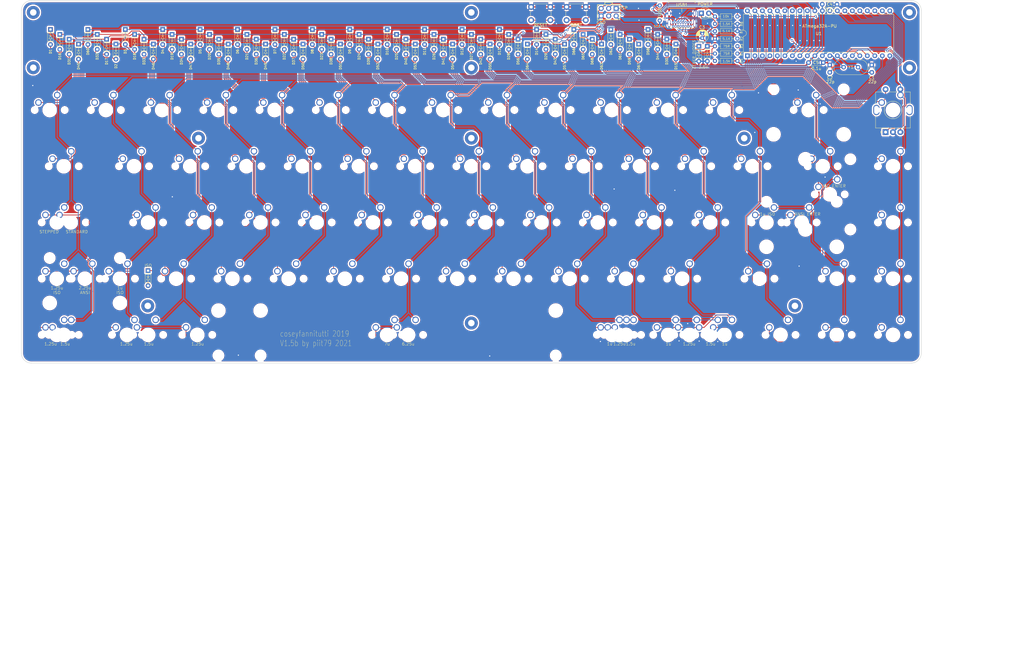
<source format=kicad_pcb>
(kicad_pcb (version 20171130) (host pcbnew 5.1.10-88a1d61d58~90~ubuntu21.04.1)
  (layers (0 F.Cu signal) (31 B.Cu signal) (34 B.Paste user) (35 F.Paste user) (36 B.SilkS user) (37 F.SilkS user) (38 B.Mask user) (39 F.Mask user) (44 Edge.Cuts user))
  (net 0 "")
  (net 1 GND)
  (net 2 VCC)
  (net 3 row0)
  (net 4 "Net-(D1-Pad2)")
  (net 5 "Net-(D2-Pad2)")
  (net 6 "Net-(D3-Pad2)")
  (net 7 "Net-(D4-Pad2)")
  (net 8 "Net-(D5-Pad2)")
  (net 9 "Net-(D6-Pad2)")
  (net 10 "Net-(D7-Pad2)")
  (net 11 "Net-(D8-Pad2)")
  (net 12 "Net-(D9-Pad2)")
  (net 13 "Net-(D10-Pad2)")
  (net 14 "Net-(D11-Pad2)")
  (net 15 "Net-(D12-Pad2)")
  (net 16 "Net-(D13-Pad2)")
  (net 17 "Net-(D14-Pad2)")
  (net 18 "Net-(D15-Pad2)")
  (net 19 row1)
  (net 20 "Net-(D16-Pad2)")
  (net 21 "Net-(D17-Pad2)")
  (net 22 "Net-(D18-Pad2)")
  (net 23 "Net-(D19-Pad2)")
  (net 24 "Net-(D20-Pad2)")
  (net 25 "Net-(D21-Pad2)")
  (net 26 "Net-(D22-Pad2)")
  (net 27 "Net-(D23-Pad2)")
  (net 28 "Net-(D24-Pad2)")
  (net 29 "Net-(D25-Pad2)")
  (net 30 "Net-(D26-Pad2)")
  (net 31 "Net-(D27-Pad2)")
  (net 32 "Net-(D28-Pad2)")
  (net 33 "Net-(D29-Pad2)")
  (net 34 "Net-(D30-Pad2)")
  (net 35 "Net-(D31-Pad2)")
  (net 36 row2)
  (net 37 "Net-(D32-Pad2)")
  (net 38 "Net-(D33-Pad2)")
  (net 39 "Net-(D34-Pad2)")
  (net 40 "Net-(D35-Pad2)")
  (net 41 "Net-(D36-Pad2)")
  (net 42 "Net-(D37-Pad2)")
  (net 43 "Net-(D38-Pad2)")
  (net 44 "Net-(D39-Pad2)")
  (net 45 "Net-(D40-Pad2)")
  (net 46 "Net-(D41-Pad2)")
  (net 47 "Net-(D42-Pad2)")
  (net 48 "Net-(D43-Pad2)")
  (net 49 "Net-(D44-Pad2)")
  (net 50 row3)
  (net 51 "Net-(D45-Pad2)")
  (net 52 "Net-(D46-Pad2)")
  (net 53 "Net-(D47-Pad2)")
  (net 54 "Net-(D48-Pad2)")
  (net 55 "Net-(D49-Pad2)")
  (net 56 "Net-(D50-Pad2)")
  (net 57 "Net-(D51-Pad2)")
  (net 58 "Net-(D52-Pad2)")
  (net 59 "Net-(D53-Pad2)")
  (net 60 "Net-(D54-Pad2)")
  (net 61 "Net-(D55-Pad2)")
  (net 62 "Net-(D56-Pad2)")
  (net 63 "Net-(D57-Pad2)")
  (net 64 "Net-(D58-Pad2)")
  (net 65 "Net-(D59-Pad2)")
  (net 66 row4)
  (net 67 "Net-(D60-Pad2)")
  (net 68 "Net-(D61-Pad2)")
  (net 69 "Net-(D62-Pad2)")
  (net 70 "Net-(D63-Pad2)")
  (net 71 "Net-(D64-Pad2)")
  (net 72 "Net-(D65-Pad2)")
  (net 73 "Net-(D66-Pad2)")
  (net 74 "Net-(D67-Pad2)")
  (net 75 col0)
  (net 76 col1)
  (net 77 col2)
  (net 78 col3)
  (net 79 col4)
  (net 80 col5)
  (net 81 col6)
  (net 82 col7)
  (net 83 col8)
  (net 84 col9)
  (net 85 col10)
  (net 86 col11)
  (net 87 col12)
  (net 88 col13)
  (net 89 col14)
  (net 90 "Net-(R1-Pad2)")
  (net 91 "Net-(D68-Pad2)")
  (net 92 "Net-(R2-Pad1)")
  (net 93 reset)
  (net 94 +5V)
  (net 95 D+)
  (net 96 D-)
  (net 97 "Net-(C1-Pad1)")
  (net 98 "Net-(C2-Pad1)")
  (net 99 "Net-(D69-Pad1)")
  (net 100 "Net-(D70-Pad1)")
  (net 101 MOSI)
  (net 102 SCK)
  (net 103 MISO)
  (net 104 "Net-(LED1-Pad1)")
  (net 105 boot)
  (net 106 "Net-(D78-Pad2)")
  (net 107 EN1)
  (net 108 EN2)
  (module cftkb:C_Disc_D4.3mm_W1.9mm_P5.00mm (layer F.Cu) (at 320.471062 78.716416)
    (fp_text reference C5 (at 2.502214 -0.017498) (layer F.SilkS))
    (fp_text value 0.1u (at 2.670909 1.993325) (layer F.SilkS))
    (pad 2 thru_hole circle (at 5 0) (size 1.6 1.6) (drill 0.8) (layers *.Cu *.Mask) (net 1 GND))
    (pad 1 thru_hole circle (at 0 0) (size 1.6 1.6) (drill 0.8) (layers *.Cu *.Mask) (net 94 +5V))
  )
  (module cftkb:C_Disc_D4.3mm_W1.9mm_P5.00mm (layer F.Cu) (at 325.12553 58.926178)
    (fp_text reference C4 (at 2.502214 -0.017498) (layer F.SilkS))
    (fp_text value 0.1u (at 2.670909 1.993325) (layer F.SilkS))
    (pad 2 thru_hole circle (at 5 0) (size 1.6 1.6) (drill 0.8) (layers *.Cu *.Mask) (net 1 GND))
    (pad 1 thru_hole circle (at 0 0) (size 1.6 1.6) (drill 0.8) (layers *.Cu *.Mask) (net 94 +5V))
  )
  (module cftkb:CP_Radial_D4.0mm_P1.50mm (layer F.Cu) (at 284.477676 70.404866 90)
    (fp_text reference C3 (at 3.67458 -0.08749) (layer F.SilkS))
    (fp_text value 4.7u)
    (pad 1 thru_hole rect (at 0 0 90) (size 1.2 1.2) (drill 0.6) (layers *.Cu *.Mask) (net 94 +5V))
    (pad 2 thru_hole circle (at 1.5 0 90) (size 1.2 1.2) (drill 0.6) (layers *.Cu *.Mask) (net 1 GND))
  )
  (module cftkb:C_Disc_D3.0mm_W1.6mm_P2.50mm (layer F.Cu) (at 327.680238 82.00604 90)
    (fp_text reference C2 (at -1.819792 0.052494) (layer F.SilkS))
    (fp_text value 22p (at -3.165606 0.186103) (layer F.SilkS))
    (pad 2 thru_hole circle (at 2.5 0 90) (size 1.6 1.6) (drill 0.8) (layers *.Cu *.Mask) (net 1 GND))
    (pad 1 thru_hole circle (at 0 0 90) (size 1.6 1.6) (drill 0.8) (layers *.Cu *.Mask) (net 98 "Net-(C2-Pad1)"))
  )
  (module cftkb:C_Disc_D3.0mm_W1.6mm_P2.50mm (layer F.Cu) (at 341.906112 82.00604 90)
    (fp_text reference C1 (at -1.819792 0.052494) (layer F.SilkS))
    (fp_text value 22p (at -3.165606 0.186103) (layer F.SilkS))
    (pad 2 thru_hole circle (at 2.5 0 90) (size 1.6 1.6) (drill 0.8) (layers *.Cu *.Mask) (net 1 GND))
    (pad 1 thru_hole circle (at 0 0 90) (size 1.6 1.6) (drill 0.8) (layers *.Cu *.Mask) (net 97 "Net-(C1-Pad1)"))
  )
  (module cftkb:RotaryEncoder_Alps_EC11E-Switch_Vertical_H20mm-for-MX (layer F.Cu) (at 346.583 102.2604 90)
    (fp_text reference SW81)
    (fp_text value Rotary_Encoder_Switch)
    (pad S1 thru_hole circle (at 14.5 5 90) (size 2 2) (drill 1) (layers *.Cu *.Mask) (net 89 col14))
    (pad S2 thru_hole circle (at 14.5 0 90) (size 2 2) (drill 1) (layers *.Cu *.Mask) (net 18 "Net-(D15-Pad2)"))
    (pad MP thru_hole oval (at 7.5 8.1 90) (size 3.5 2.1) (drill oval 2.8 1.5) (layers *.Cu *.Mask))
    (pad MP thru_hole oval (at 7.5 -3.1 90) (size 3.5 2.1) (drill oval 2.8 1.5) (layers *.Cu *.Mask))
    (pad B thru_hole circle (at 0 5 90) (size 2 2) (drill 1) (layers *.Cu *.Mask) (net 107 EN1))
    (pad C thru_hole circle (at 0 2.5 90) (size 2 2) (drill 1) (layers *.Cu *.Mask) (net 1 GND))
    (pad A thru_hole rect (at 0 0 90) (size 2 2) (drill 1) (layers *.Cu *.Mask) (net 108 EN2))
  )
  (module cftkb:SW_Cherry_MX1A_1.25u_PCBNOSCREEN (layer F.Cu) (at 275.466206 165.89375)
    (fp_text reference SW64)
    (fp_text value KEYSW)
    (pad 1 thru_hole circle (at 0 0) (size 2.2 2.2) (drill 1.5) (layers *.Cu *.Mask) (net 85 col10))
    (pad 2 thru_hole circle (at -6.35 2.54) (size 2.2 2.2) (drill 1.5) (layers *.Cu *.Mask) (net 71 "Net-(D64-Pad2)"))
    (pad "" np_thru_hole circle (at -2.54 5.08) (size 4 4) (drill 4) (layers *.Cu *.Mask))
    (pad "" np_thru_hole circle (at -7.62 5.08) (size 1.7 1.7) (drill 1.7) (layers *.Cu *.Mask))
    (pad "" np_thru_hole circle (at 2.54 5.08) (size 1.7 1.7) (drill 1.7) (layers *.Cu *.Mask))
  )
  (module cftkb:SW_Cherry_MX1A_1.25u_PCBNOSCREEN (layer F.Cu) (at 256.410884 165.88362)
    (fp_text reference SW63)
    (fp_text value KEYSW)
    (pad 1 thru_hole circle (at 0 0) (size 2.2 2.2) (drill 1.5) (layers *.Cu *.Mask) (net 84 col9))
    (pad 2 thru_hole circle (at -6.35 2.54) (size 2.2 2.2) (drill 1.5) (layers *.Cu *.Mask) (net 70 "Net-(D63-Pad2)"))
    (pad "" np_thru_hole circle (at -2.54 5.08) (size 4 4) (drill 4) (layers *.Cu *.Mask))
    (pad "" np_thru_hole circle (at -7.62 5.08) (size 1.7 1.7) (drill 1.7) (layers *.Cu *.Mask))
    (pad "" np_thru_hole circle (at 2.54 5.08) (size 1.7 1.7) (drill 1.7) (layers *.Cu *.Mask))
  )
  (module cftkb:SW_Cherry_MX1A_1.25u_PCBNOSCREEN (layer F.Cu) (at 282.604634 165.88362)
    (fp_text reference SW80)
    (fp_text value KEYSW)
    (pad 1 thru_hole circle (at 0 0) (size 2.2 2.2) (drill 1.5) (layers *.Cu *.Mask) (net 85 col10))
    (pad 2 thru_hole circle (at -6.35 2.54) (size 2.2 2.2) (drill 1.5) (layers *.Cu *.Mask) (net 71 "Net-(D64-Pad2)"))
    (pad "" np_thru_hole circle (at -2.54 5.08) (size 4 4) (drill 4) (layers *.Cu *.Mask))
    (pad "" np_thru_hole circle (at -7.62 5.08) (size 1.7 1.7) (drill 1.7) (layers *.Cu *.Mask))
    (pad "" np_thru_hole circle (at 2.54 5.08) (size 1.7 1.7) (drill 1.7) (layers *.Cu *.Mask))
  )
  (module cftkb:SW_Cherry_MX1A_1.25u_PCBNOSCREEN (layer F.Cu) (at 258.792134 165.88362)
    (fp_text reference SW79)
    (fp_text value KEYSW)
    (pad 1 thru_hole circle (at 0 0) (size 2.2 2.2) (drill 1.5) (layers *.Cu *.Mask) (net 84 col9))
    (pad 2 thru_hole circle (at -6.35 2.54) (size 2.2 2.2) (drill 1.5) (layers *.Cu *.Mask) (net 70 "Net-(D63-Pad2)"))
    (pad "" np_thru_hole circle (at -2.54 5.08) (size 4 4) (drill 4) (layers *.Cu *.Mask))
    (pad "" np_thru_hole circle (at -7.62 5.08) (size 1.7 1.7) (drill 1.7) (layers *.Cu *.Mask))
    (pad "" np_thru_hole circle (at 2.54 5.08) (size 1.7 1.7) (drill 1.7) (layers *.Cu *.Mask))
  )
  (module MountingHole:MountingHole_2.2mm_M2_Pad (layer F.Cu) (at 206.21597 80.451243)
    (fp_text reference REF**)
    (fp_text value MountingHole_2.2mm_M2_Pad)
    (pad 1 thru_hole circle (at 0 0) (size 4.4 4.4) (drill 2.2) (layers *.Cu *.Mask))
  )
  (module MountingHole:MountingHole_2.2mm_M2_Pad (layer F.Cu) (at 206.21597 61.69953)
    (fp_text reference REF**)
    (fp_text value MountingHole_2.2mm_M2_Pad)
    (pad 1 thru_hole circle (at 0 0) (size 4.4 4.4) (drill 2.2) (layers *.Cu *.Mask))
  )
  (module cftkb:SW_Cherry_MX1A_1.00u_PCB-NOSCREEN (layer F.Cu) (at 89.69375 146.84375)
    (fp_text reference SW78)
    (fp_text value KEYSW)
    (pad 1 thru_hole circle (at 0 0) (size 2.2 2.2) (drill 1.5) (layers *.Cu *.Mask) (net 76 col1))
    (pad 2 thru_hole circle (at -6.35 2.54) (size 2.2 2.2) (drill 1.5) (layers *.Cu *.Mask) (net 106 "Net-(D78-Pad2)"))
    (pad "" np_thru_hole circle (at -2.54 5.08) (size 4 4) (drill 4) (layers *.Cu *.Mask))
    (pad "" np_thru_hole circle (at -7.62 5.08) (size 1.7 1.7) (drill 1.7) (layers *.Cu *.Mask))
    (pad "" np_thru_hole circle (at 2.54 5.08) (size 1.7 1.7) (drill 1.7) (layers *.Cu *.Mask))
  )
  (module cftkb:SW_Cherry_MX1A_1.25u_PCBNOSCREEN (layer F.Cu) (at 68.2625 146.84375)
    (fp_text reference SW77)
    (fp_text value KEYSW)
    (pad 1 thru_hole circle (at 0 0) (size 2.2 2.2) (drill 1.5) (layers *.Cu *.Mask) (net 75 col0))
    (pad 2 thru_hole circle (at -6.35 2.54) (size 2.2 2.2) (drill 1.5) (layers *.Cu *.Mask) (net 51 "Net-(D45-Pad2)"))
    (pad "" np_thru_hole circle (at -2.54 5.08) (size 4 4) (drill 4) (layers *.Cu *.Mask))
    (pad "" np_thru_hole circle (at -7.62 5.08) (size 1.7 1.7) (drill 1.7) (layers *.Cu *.Mask))
    (pad "" np_thru_hole circle (at 2.54 5.08) (size 1.7 1.7) (drill 1.7) (layers *.Cu *.Mask))
  )
  (module cftkb:SW_Cherry_MX1A_1.00u_PCB-NOSCREEN (layer F.Cu) (at 308.76825 127.79375)
    (fp_text reference SW76)
    (fp_text value KEYSW)
    (pad 1 thru_hole circle (at 0 0) (size 2.2 2.2) (drill 1.5) (layers *.Cu *.Mask) (net 88 col13))
    (pad 2 thru_hole circle (at -6.35 2.54) (size 2.2 2.2) (drill 1.5) (layers *.Cu *.Mask) (net 48 "Net-(D43-Pad2)"))
    (pad "" np_thru_hole circle (at -2.54 5.08) (size 4 4) (drill 4) (layers *.Cu *.Mask))
    (pad "" np_thru_hole circle (at -7.62 5.08) (size 1.7 1.7) (drill 1.7) (layers *.Cu *.Mask))
    (pad "" np_thru_hole circle (at 2.54 5.08) (size 1.7 1.7) (drill 1.7) (layers *.Cu *.Mask))
  )
  (module cftkb:SW_Cherry_MX1A_ISOEnter_PCB_ReversedStabilizer (layer F.Cu) (at 330.19825 118.27375)
    (fp_text reference SW75)
    (fp_text value KEYSW)
    (pad "" np_thru_hole circle (at -10.78 -6.82 180) (size 4 4) (drill 4) (layers *.Cu *.Mask))
    (pad "" np_thru_hole circle (at 4.46 16.98 180) (size 3.05 3.05) (drill 3.05) (layers *.Cu *.Mask))
    (pad "" np_thru_hole circle (at 4.46 -6.82 180) (size 3.05 3.05) (drill 3.05) (layers *.Cu *.Mask))
    (pad "" np_thru_hole circle (at -10.78 16.98 180) (size 4 4) (drill 4) (layers *.Cu *.Mask))
    (pad "" np_thru_hole circle (at 2.54 5.08) (size 1.7 1.7) (drill 1.7) (layers *.Cu *.Mask))
    (pad "" np_thru_hole circle (at -7.62 5.08) (size 1.7 1.7) (drill 1.7) (layers *.Cu *.Mask))
    (pad "" np_thru_hole circle (at -2.54 5.08) (size 4 4) (drill 4) (layers *.Cu *.Mask))
    (pad 2 thru_hole circle (at -6.35 2.54) (size 2.2 2.2) (drill 1.5) (layers *.Cu *.Mask) (net 33 "Net-(D29-Pad2)"))
    (pad 1 thru_hole circle (at 0 0) (size 2.2 2.2) (drill 1.5) (layers *.Cu *.Mask) (net 88 col13))
  )
  (module cftkb:D_DO-35_SOD27_P5.08mm_Horizontal (layer F.Cu) (at 96.6724 147.9296 270)
    (fp_text reference D78)
    (fp_text value " ")
    (pad 2 thru_hole oval (at 6.35 0 270) (size 1.6 1.6) (drill 0.8) (layers *.Cu *.Mask) (net 106 "Net-(D78-Pad2)"))
    (pad 1 thru_hole rect (at 1.27 0 270) (size 1.6 1.6) (drill 0.8) (layers *.Cu *.Mask) (net 50 row3))
  )
  (module cftkb:DIP-40_W15.24mm (layer F.Cu) (at 299.75343 76.389182 90)
    (fp_text reference U1 (at 7.52414 24.164738) (layer F.SilkS))
    (fp_text value ATmega32A-PU (at 10.06135 24.462204) (layer F.SilkS))
    (pad 1 thru_hole rect (at 0 0 90) (size 1.6 1.6) (drill 0.8) (layers *.Cu *.Mask) (net 66 row4))
    (pad 21 thru_hole oval (at 15.24 48.26 90) (size 1.6 1.6) (drill 0.8) (layers *.Cu *.Mask) (net 89 col14))
    (pad 2 thru_hole oval (at 0 2.54 90) (size 1.6 1.6) (drill 0.8) (layers *.Cu *.Mask) (net 36 row2))
    (pad 22 thru_hole oval (at 15.24 45.72 90) (size 1.6 1.6) (drill 0.8) (layers *.Cu *.Mask) (net 88 col13))
    (pad 3 thru_hole oval (at 0 5.08 90) (size 1.6 1.6) (drill 0.8) (layers *.Cu *.Mask) (net 3 row0))
    (pad 23 thru_hole oval (at 15.24 43.18 90) (size 1.6 1.6) (drill 0.8) (layers *.Cu *.Mask) (net 87 col12))
    (pad 4 thru_hole oval (at 0 7.62 90) (size 1.6 1.6) (drill 0.8) (layers *.Cu *.Mask) (net 76 col1))
    (pad 24 thru_hole oval (at 15.24 40.64 90) (size 1.6 1.6) (drill 0.8) (layers *.Cu *.Mask) (net 86 col11))
    (pad 5 thru_hole oval (at 0 10.16 90) (size 1.6 1.6) (drill 0.8) (layers *.Cu *.Mask) (net 78 col3))
    (pad 25 thru_hole oval (at 15.24 38.1 90) (size 1.6 1.6) (drill 0.8) (layers *.Cu *.Mask) (net 85 col10))
    (pad 6 thru_hole oval (at 0 12.7 90) (size 1.6 1.6) (drill 0.8) (layers *.Cu *.Mask) (net 101 MOSI))
    (pad 26 thru_hole oval (at 15.24 35.56 90) (size 1.6 1.6) (drill 0.8) (layers *.Cu *.Mask) (net 84 col9))
    (pad 7 thru_hole oval (at 0 15.24 90) (size 1.6 1.6) (drill 0.8) (layers *.Cu *.Mask) (net 103 MISO))
    (pad 27 thru_hole oval (at 15.24 33.02 90) (size 1.6 1.6) (drill 0.8) (layers *.Cu *.Mask) (net 83 col8))
    (pad 8 thru_hole oval (at 0 17.78 90) (size 1.6 1.6) (drill 0.8) (layers *.Cu *.Mask) (net 102 SCK))
    (pad 28 thru_hole oval (at 15.24 30.48 90) (size 1.6 1.6) (drill 0.8) (layers *.Cu *.Mask) (net 82 col7))
    (pad 9 thru_hole oval (at 0 20.32 90) (size 1.6 1.6) (drill 0.8) (layers *.Cu *.Mask) (net 93 reset))
    (pad 29 thru_hole oval (at 15.24 27.94 90) (size 1.6 1.6) (drill 0.8) (layers *.Cu *.Mask))
    (pad 10 thru_hole oval (at 0 22.86 90) (size 1.6 1.6) (drill 0.8) (layers *.Cu *.Mask) (net 94 +5V))
    (pad 30 thru_hole oval (at 15.24 25.4 90) (size 1.6 1.6) (drill 0.8) (layers *.Cu *.Mask) (net 94 +5V))
    (pad 11 thru_hole oval (at 0 25.4 90) (size 1.6 1.6) (drill 0.8) (layers *.Cu *.Mask) (net 1 GND))
    (pad 31 thru_hole oval (at 15.24 22.86 90) (size 1.6 1.6) (drill 0.8) (layers *.Cu *.Mask) (net 1 GND))
    (pad 12 thru_hole oval (at 0 27.94 90) (size 1.6 1.6) (drill 0.8) (layers *.Cu *.Mask) (net 98 "Net-(C2-Pad1)"))
    (pad 32 thru_hole oval (at 15.24 20.32 90) (size 1.6 1.6) (drill 0.8) (layers *.Cu *.Mask))
    (pad 13 thru_hole oval (at 0 30.48 90) (size 1.6 1.6) (drill 0.8) (layers *.Cu *.Mask) (net 97 "Net-(C1-Pad1)"))
    (pad 33 thru_hole oval (at 15.24 17.78 90) (size 1.6 1.6) (drill 0.8) (layers *.Cu *.Mask))
    (pad 14 thru_hole oval (at 0 33.02 90) (size 1.6 1.6) (drill 0.8) (layers *.Cu *.Mask) (net 107 EN1))
    (pad 34 thru_hole oval (at 15.24 15.24 90) (size 1.6 1.6) (drill 0.8) (layers *.Cu *.Mask))
    (pad 15 thru_hole oval (at 0 35.56 90) (size 1.6 1.6) (drill 0.8) (layers *.Cu *.Mask) (net 108 EN2))
    (pad 35 thru_hole oval (at 15.24 12.7 90) (size 1.6 1.6) (drill 0.8) (layers *.Cu *.Mask))
    (pad 16 thru_hole oval (at 0 38.1 90) (size 1.6 1.6) (drill 0.8) (layers *.Cu *.Mask) (net 95 D+))
    (pad 36 thru_hole oval (at 15.24 10.16 90) (size 1.6 1.6) (drill 0.8) (layers *.Cu *.Mask) (net 79 col4))
    (pad 17 thru_hole oval (at 0 40.64 90) (size 1.6 1.6) (drill 0.8) (layers *.Cu *.Mask) (net 96 D-))
    (pad 37 thru_hole oval (at 15.24 7.62 90) (size 1.6 1.6) (drill 0.8) (layers *.Cu *.Mask) (net 77 col2))
    (pad 18 thru_hole oval (at 0 43.18 90) (size 1.6 1.6) (drill 0.8) (layers *.Cu *.Mask) (net 105 boot))
    (pad 38 thru_hole oval (at 15.24 5.08 90) (size 1.6 1.6) (drill 0.8) (layers *.Cu *.Mask) (net 75 col0))
    (pad 19 thru_hole oval (at 0 45.72 90) (size 1.6 1.6) (drill 0.8) (layers *.Cu *.Mask) (net 80 col5))
    (pad 39 thru_hole oval (at 15.24 2.54 90) (size 1.6 1.6) (drill 0.8) (layers *.Cu *.Mask) (net 19 row1))
    (pad 20 thru_hole oval (at 0 48.26 90) (size 1.6 1.6) (drill 0.8) (layers *.Cu *.Mask) (net 81 col6))
    (pad 40 thru_hole oval (at 15.24 0 90) (size 1.6 1.6) (drill 0.8) (layers *.Cu *.Mask) (net 50 row3))
  )
  (module cftkb:SW_Cherry_MX1A_1.50u_PCBNOSCREEN (layer F.Cu) (at 289.740128 165.89375)
    (fp_text reference SW74)
    (fp_text value KEYSW)
    (pad "" np_thru_hole circle (at 2.54 5.08) (size 1.7 1.7) (drill 1.7) (layers *.Cu *.Mask))
    (pad "" np_thru_hole circle (at -7.62 5.08) (size 1.7 1.7) (drill 1.7) (layers *.Cu *.Mask))
    (pad "" np_thru_hole circle (at -2.54 5.08) (size 4 4) (drill 4) (layers *.Cu *.Mask))
    (pad 2 thru_hole circle (at -6.35 2.54) (size 2.2 2.2) (drill 1.5) (layers *.Cu *.Mask) (net 71 "Net-(D64-Pad2)"))
    (pad 1 thru_hole circle (at 0 0) (size 2.2 2.2) (drill 1.5) (layers *.Cu *.Mask) (net 85 col10))
  )
  (module cftkb:SW_Cherry_MX1A_1.50u_PCBNOSCREEN (layer F.Cu) (at 261.183936 165.89375)
    (fp_text reference SW73)
    (fp_text value KEYSW)
    (pad "" np_thru_hole circle (at 2.54 5.08) (size 1.7 1.7) (drill 1.7) (layers *.Cu *.Mask))
    (pad "" np_thru_hole circle (at -7.62 5.08) (size 1.7 1.7) (drill 1.7) (layers *.Cu *.Mask))
    (pad "" np_thru_hole circle (at -2.54 5.08) (size 4 4) (drill 4) (layers *.Cu *.Mask))
    (pad 2 thru_hole circle (at -6.35 2.54) (size 2.2 2.2) (drill 1.5) (layers *.Cu *.Mask) (net 70 "Net-(D63-Pad2)"))
    (pad 1 thru_hole circle (at 0 0) (size 2.2 2.2) (drill 1.5) (layers *.Cu *.Mask) (net 84 col9))
  )
  (module cftkb:SW_Cherry_MX1A_1.00u_PCB-NOSCREEN (layer F.Cu) (at 180.207573 165.90164)
    (fp_text reference SW72)
    (fp_text value KEYSW)
    (pad 1 thru_hole circle (at 0 0) (size 2.2 2.2) (drill 1.5) (layers *.Cu *.Mask) (net 81 col6))
    (pad 2 thru_hole circle (at -6.35 2.54) (size 2.2 2.2) (drill 1.5) (layers *.Cu *.Mask) (net 69 "Net-(D62-Pad2)"))
    (pad "" np_thru_hole circle (at -2.54 5.08) (size 4 4) (drill 4) (layers *.Cu *.Mask))
    (pad "" np_thru_hole circle (at -7.62 5.08) (size 1.7 1.7) (drill 1.7) (layers *.Cu *.Mask))
    (pad "" np_thru_hole circle (at 2.54 5.08) (size 1.7 1.7) (drill 1.7) (layers *.Cu *.Mask))
  )
  (module cftkb:SW_Cherry_MX1A_1.50u_PCBNOSCREEN (layer F.Cu) (at 99.243031 165.889819)
    (fp_text reference SW71)
    (fp_text value KEYSW)
    (pad "" np_thru_hole circle (at 2.54 5.08) (size 1.7 1.7) (drill 1.7) (layers *.Cu *.Mask))
    (pad "" np_thru_hole circle (at -7.62 5.08) (size 1.7 1.7) (drill 1.7) (layers *.Cu *.Mask))
    (pad "" np_thru_hole circle (at -2.54 5.08) (size 4 4) (drill 4) (layers *.Cu *.Mask))
    (pad 2 thru_hole circle (at -6.35 2.54) (size 2.2 2.2) (drill 1.5) (layers *.Cu *.Mask) (net 68 "Net-(D61-Pad2)"))
    (pad 1 thru_hole circle (at 0 0) (size 2.2 2.2) (drill 1.5) (layers *.Cu *.Mask) (net 77 col2))
  )
  (module cftkb:SW_Cherry_MX1A_1.50u_PCBNOSCREEN (layer F.Cu) (at 70.6437 165.88362)
    (fp_text reference SW70)
    (fp_text value KEYSW)
    (pad "" np_thru_hole circle (at 2.54 5.08) (size 1.7 1.7) (drill 1.7) (layers *.Cu *.Mask))
    (pad "" np_thru_hole circle (at -7.62 5.08) (size 1.7 1.7) (drill 1.7) (layers *.Cu *.Mask))
    (pad "" np_thru_hole circle (at -2.54 5.08) (size 4 4) (drill 4) (layers *.Cu *.Mask))
    (pad 2 thru_hole circle (at -6.35 2.54) (size 2.2 2.2) (drill 1.5) (layers *.Cu *.Mask) (net 65 "Net-(D59-Pad2)"))
    (pad 1 thru_hole circle (at 0 0) (size 2.2 2.2) (drill 1.5) (layers *.Cu *.Mask) (net 75 col0))
  )
  (module cftkb:SW_Cherry_MX1A_1.25u_PCBNOSCREEN (layer F.Cu) (at 68.2625 127.78362)
    (fp_text reference SW69)
    (fp_text value KEYSW)
    (pad 1 thru_hole circle (at 0 0) (size 2.2 2.2) (drill 1.5) (layers *.Cu *.Mask) (net 75 col0))
    (pad 2 thru_hole circle (at -6.35 2.54) (size 2.2 2.2) (drill 1.5) (layers *.Cu *.Mask) (net 35 "Net-(D31-Pad2)"))
    (pad "" np_thru_hole circle (at -2.54 5.08) (size 4 4) (drill 4) (layers *.Cu *.Mask))
    (pad "" np_thru_hole circle (at -7.62 5.08) (size 1.7 1.7) (drill 1.7) (layers *.Cu *.Mask))
    (pad "" np_thru_hole circle (at 2.54 5.08) (size 1.7 1.7) (drill 1.7) (layers *.Cu *.Mask))
  )
  (module cftkb:AVR_ICSP_3x2 (layer F.Cu) (at 252.75383 61.62087 180)
    (fp_text reference J1 hide)
    (fp_text value AVR-ISP-6 hide)
    (pad 1 thru_hole rect (at -2.54 1.27 180) (size 1.7 1.7) (drill 1.016) (layers *.Cu *.Mask) (net 103 MISO))
    (pad 2 thru_hole circle (at -2.54 -1.27 180) (size 1.7 1.7) (drill 1.016) (layers *.Cu *.Mask) (net 94 +5V))
    (pad 3 thru_hole circle (at 0 1.27 180) (size 1.7 1.7) (drill 1.016) (layers *.Cu *.Mask) (net 102 SCK))
    (pad 4 thru_hole circle (at 0 -1.27 180) (size 1.7 1.7) (drill 1.016) (layers *.Cu *.Mask) (net 101 MOSI))
    (pad 5 thru_hole circle (at 2.54 1.27 180) (size 1.7 1.7) (drill 1.016) (layers *.Cu *.Mask) (net 93 reset))
    (pad 6 thru_hole circle (at 2.54 -1.27 180) (size 1.7 1.7) (drill 1.016) (layers *.Cu *.Mask) (net 1 GND))
  )
  (module cftkb:SW_Cherry_MX1A_2.00u_PCBNOSCREEN (layer F.Cu) (at 323.05625 89.69375)
    (fp_text reference SW14)
    (fp_text value KEYSW)
    (pad 1 thru_hole circle (at 0 0) (size 2.2 2.2) (drill 1.5) (layers *.Cu *.Mask) (net 88 col13))
    (pad 2 thru_hole circle (at -6.35 2.54) (size 2.2 2.2) (drill 1.5) (layers *.Cu *.Mask) (net 17 "Net-(D14-Pad2)"))
    (pad "" np_thru_hole circle (at -2.54 5.08) (size 4 4) (drill 4) (layers *.Cu *.Mask))
    (pad "" np_thru_hole circle (at -7.62 5.08) (size 1.7 1.7) (drill 1.7) (layers *.Cu *.Mask))
    (pad "" np_thru_hole circle (at 2.54 5.08) (size 1.7 1.7) (drill 1.7) (layers *.Cu *.Mask))
    (pad "" np_thru_hole circle (at 9.36 13.32) (size 4 4) (drill 4) (layers *.Cu *.Mask))
    (pad "" np_thru_hole circle (at -14.44 13.32) (size 4 4) (drill 4) (layers *.Cu *.Mask))
    (pad "" np_thru_hole circle (at -14.44 -1.92) (size 3.05 3.05) (drill 3.05) (layers *.Cu *.Mask))
    (pad "" np_thru_hole circle (at 9.36 -1.92) (size 3.05 3.05) (drill 3.05) (layers *.Cu *.Mask))
  )
  (module cftkb:SW_Cherry_MX1A_2.25u_PCBNOSCREEN (layer F.Cu) (at 320.67525 127.79375)
    (fp_text reference SW43)
    (fp_text value KEYSW)
    (pad "" np_thru_hole circle (at 9.36 -1.92) (size 3.05 3.05) (drill 3.05) (layers *.Cu *.Mask))
    (pad "" np_thru_hole circle (at -14.44 -1.92) (size 3.05 3.05) (drill 3.05) (layers *.Cu *.Mask))
    (pad "" np_thru_hole circle (at -14.44 13.32) (size 4 4) (drill 4) (layers *.Cu *.Mask))
    (pad "" np_thru_hole circle (at 9.36 13.32) (size 4 4) (drill 4) (layers *.Cu *.Mask))
    (pad "" np_thru_hole circle (at 2.54 5.08) (size 1.7 1.7) (drill 1.7) (layers *.Cu *.Mask))
    (pad "" np_thru_hole circle (at -7.62 5.08) (size 1.7 1.7) (drill 1.7) (layers *.Cu *.Mask))
    (pad "" np_thru_hole circle (at -2.54 5.08) (size 4 4) (drill 4) (layers *.Cu *.Mask))
    (pad 2 thru_hole circle (at -6.35 2.54) (size 2.2 2.2) (drill 1.5) (layers *.Cu *.Mask) (net 48 "Net-(D43-Pad2)"))
    (pad 1 thru_hole circle (at 0 0) (size 2.2 2.2) (drill 1.5) (layers *.Cu *.Mask) (net 88 col13))
  )
  (module cftkb:SW_Cherry_MX1A_2.25u_PCBNOSCREEN (layer F.Cu) (at 77.78745 146.84375)
    (fp_text reference SW45)
    (fp_text value KEYSW)
    (pad "" np_thru_hole circle (at 9.36 -1.92) (size 3.05 3.05) (drill 3.05) (layers *.Cu *.Mask))
    (pad "" np_thru_hole circle (at -14.44 -1.92) (size 3.05 3.05) (drill 3.05) (layers *.Cu *.Mask))
    (pad "" np_thru_hole circle (at -14.44 13.32) (size 4 4) (drill 4) (layers *.Cu *.Mask))
    (pad "" np_thru_hole circle (at 9.36 13.32) (size 4 4) (drill 4) (layers *.Cu *.Mask))
    (pad "" np_thru_hole circle (at 2.54 5.08) (size 1.7 1.7) (drill 1.7) (layers *.Cu *.Mask))
    (pad "" np_thru_hole circle (at -7.62 5.08) (size 1.7 1.7) (drill 1.7) (layers *.Cu *.Mask))
    (pad "" np_thru_hole circle (at -2.54 5.08) (size 4 4) (drill 4) (layers *.Cu *.Mask))
    (pad 2 thru_hole circle (at -6.35 2.54) (size 2.2 2.2) (drill 1.5) (layers *.Cu *.Mask) (net 51 "Net-(D45-Pad2)"))
    (pad 1 thru_hole circle (at 0 0) (size 2.2 2.2) (drill 1.5) (layers *.Cu *.Mask) (net 75 col0))
  )
  (module cftkb:SW_Cherry_MX1A_1.25u_PCBNOSCREEN (layer F.Cu) (at 68.26245 165.88362)
    (fp_text reference SW59)
    (fp_text value KEYSW)
    (pad 1 thru_hole circle (at 0 0) (size 2.2 2.2) (drill 1.5) (layers *.Cu *.Mask) (net 75 col0))
    (pad 2 thru_hole circle (at -6.35 2.54) (size 2.2 2.2) (drill 1.5) (layers *.Cu *.Mask) (net 65 "Net-(D59-Pad2)"))
    (pad "" np_thru_hole circle (at -2.54 5.08) (size 4 4) (drill 4) (layers *.Cu *.Mask))
    (pad "" np_thru_hole circle (at -7.62 5.08) (size 1.7 1.7) (drill 1.7) (layers *.Cu *.Mask))
    (pad "" np_thru_hole circle (at 2.54 5.08) (size 1.7 1.7) (drill 1.7) (layers *.Cu *.Mask))
  )
  (module cftkb:SW_Cherry_MX1A_1.25u_PCBNOSCREEN (layer F.Cu) (at 92.07505 165.89375)
    (fp_text reference SW60)
    (fp_text value KEYSW)
    (pad 1 thru_hole circle (at 0 0) (size 2.2 2.2) (drill 1.5) (layers *.Cu *.Mask) (net 76 col1))
    (pad 2 thru_hole circle (at -6.35 2.54) (size 2.2 2.2) (drill 1.5) (layers *.Cu *.Mask) (net 67 "Net-(D60-Pad2)"))
    (pad "" np_thru_hole circle (at -2.54 5.08) (size 4 4) (drill 4) (layers *.Cu *.Mask))
    (pad "" np_thru_hole circle (at -7.62 5.08) (size 1.7 1.7) (drill 1.7) (layers *.Cu *.Mask))
    (pad "" np_thru_hole circle (at 2.54 5.08) (size 1.7 1.7) (drill 1.7) (layers *.Cu *.Mask))
  )
  (module cftkb:SW_Cherry_MX1A_1.25u_PCBNOSCREEN (layer F.Cu) (at 115.88745 165.88362)
    (fp_text reference SW61)
    (fp_text value KEYSW)
    (pad 1 thru_hole circle (at 0 0) (size 2.2 2.2) (drill 1.5) (layers *.Cu *.Mask) (net 77 col2))
    (pad 2 thru_hole circle (at -6.35 2.54) (size 2.2 2.2) (drill 1.5) (layers *.Cu *.Mask) (net 68 "Net-(D61-Pad2)"))
    (pad "" np_thru_hole circle (at -2.54 5.08) (size 4 4) (drill 4) (layers *.Cu *.Mask))
    (pad "" np_thru_hole circle (at -7.62 5.08) (size 1.7 1.7) (drill 1.7) (layers *.Cu *.Mask))
    (pad "" np_thru_hole circle (at 2.54 5.08) (size 1.7 1.7) (drill 1.7) (layers *.Cu *.Mask))
  )
  (module cftkb:SW_Cherry_MX1A_1.75u_PCBNOSCREEN (layer F.Cu) (at 73.02505 127.78362)
    (fp_text reference SW31)
    (fp_text value KEYSW)
    (pad 1 thru_hole circle (at 0 0) (size 2.2 2.2) (drill 1.5) (layers *.Cu *.Mask) (net 75 col0))
    (pad 2 thru_hole circle (at -6.35 2.54) (size 2.2 2.2) (drill 1.5) (layers *.Cu *.Mask) (net 35 "Net-(D31-Pad2)"))
    (pad "" np_thru_hole circle (at -2.54 5.08) (size 4 4) (drill 4) (layers *.Cu *.Mask))
    (pad "" np_thru_hole circle (at -7.62 5.08) (size 1.7 1.7) (drill 1.7) (layers *.Cu *.Mask))
    (pad "" np_thru_hole circle (at 2.54 5.08) (size 1.7 1.7) (drill 1.7) (layers *.Cu *.Mask))
  )
  (module cftkb:SW_Cherry_MX1A_1.75u_PCBNOSCREEN (layer F.Cu) (at 306.38725 146.84375)
    (fp_text reference SW56)
    (fp_text value KEYSW)
    (pad 1 thru_hole circle (at 0 0) (size 2.2 2.2) (drill 1.5) (layers *.Cu *.Mask) (net 87 col12))
    (pad 2 thru_hole circle (at -6.35 2.54) (size 2.2 2.2) (drill 1.5) (layers *.Cu *.Mask) (net 62 "Net-(D56-Pad2)"))
    (pad "" np_thru_hole circle (at -2.54 5.08) (size 4 4) (drill 4) (layers *.Cu *.Mask))
    (pad "" np_thru_hole circle (at -7.62 5.08) (size 1.7 1.7) (drill 1.7) (layers *.Cu *.Mask))
    (pad "" np_thru_hole circle (at 2.54 5.08) (size 1.7 1.7) (drill 1.7) (layers *.Cu *.Mask))
  )
  (module cftkb:SW_Cherry_MX1A_1.50u_PCBNOSCREEN (layer F.Cu) (at 70.64375 108.74375)
    (fp_text reference SW16)
    (fp_text value KEYSW)
    (pad "" np_thru_hole circle (at 2.54 5.08) (size 1.7 1.7) (drill 1.7) (layers *.Cu *.Mask))
    (pad "" np_thru_hole circle (at -7.62 5.08) (size 1.7 1.7) (drill 1.7) (layers *.Cu *.Mask))
    (pad "" np_thru_hole circle (at -2.54 5.08) (size 4 4) (drill 4) (layers *.Cu *.Mask))
    (pad 2 thru_hole circle (at -6.35 2.54) (size 2.2 2.2) (drill 1.5) (layers *.Cu *.Mask) (net 20 "Net-(D16-Pad2)"))
    (pad 1 thru_hole circle (at 0 0) (size 2.2 2.2) (drill 1.5) (layers *.Cu *.Mask) (net 75 col0))
  )
  (module cftkb:SW_Cherry_MX1A_1.50u_PCBNOSCREEN (layer F.Cu) (at 327.81825 108.74375)
    (fp_text reference SW29)
    (fp_text value KEYSW)
    (pad "" np_thru_hole circle (at 2.54 5.08) (size 1.7 1.7) (drill 1.7) (layers *.Cu *.Mask))
    (pad "" np_thru_hole circle (at -7.62 5.08) (size 1.7 1.7) (drill 1.7) (layers *.Cu *.Mask))
    (pad "" np_thru_hole circle (at -2.54 5.08) (size 4 4) (drill 4) (layers *.Cu *.Mask))
    (pad 2 thru_hole circle (at -6.35 2.54) (size 2.2 2.2) (drill 1.5) (layers *.Cu *.Mask) (net 33 "Net-(D29-Pad2)"))
    (pad 1 thru_hole circle (at 0 0) (size 2.2 2.2) (drill 1.5) (layers *.Cu *.Mask) (net 88 col13))
  )
  (module cftkb:SW_Cherry_MX1A_1.00u_PCB-NOSCREEN (layer F.Cu) (at 294.48125 89.69375)
    (fp_text reference SW13)
    (fp_text value KEYSW)
    (pad 1 thru_hole circle (at 0 0) (size 2.2 2.2) (drill 1.5) (layers *.Cu *.Mask) (net 87 col12))
    (pad 2 thru_hole circle (at -6.35 2.54) (size 2.2 2.2) (drill 1.5) (layers *.Cu *.Mask) (net 16 "Net-(D13-Pad2)"))
    (pad "" np_thru_hole circle (at -2.54 5.08) (size 4 4) (drill 4) (layers *.Cu *.Mask))
    (pad "" np_thru_hole circle (at -7.62 5.08) (size 1.7 1.7) (drill 1.7) (layers *.Cu *.Mask))
    (pad "" np_thru_hole circle (at 2.54 5.08) (size 1.7 1.7) (drill 1.7) (layers *.Cu *.Mask))
  )
  (module cftkb:SW_Cherry_MX1A_1.00u_PCB-NOSCREEN (layer F.Cu) (at 132.55625 108.74375)
    (fp_text reference SW19)
    (fp_text value KEYSW)
    (pad 1 thru_hole circle (at 0 0) (size 2.2 2.2) (drill 1.5) (layers *.Cu *.Mask) (net 78 col3))
    (pad 2 thru_hole circle (at -6.35 2.54) (size 2.2 2.2) (drill 1.5) (layers *.Cu *.Mask) (net 23 "Net-(D19-Pad2)"))
    (pad "" np_thru_hole circle (at -2.54 5.08) (size 4 4) (drill 4) (layers *.Cu *.Mask))
    (pad "" np_thru_hole circle (at -7.62 5.08) (size 1.7 1.7) (drill 1.7) (layers *.Cu *.Mask))
    (pad "" np_thru_hole circle (at 2.54 5.08) (size 1.7 1.7) (drill 1.7) (layers *.Cu *.Mask))
  )
  (module cftkb:SW_Cherry_MX1A_1.00u_PCB-NOSCREEN (layer F.Cu) (at 65.88125 89.69375)
    (fp_text reference SW1)
    (fp_text value KEYSW)
    (pad 1 thru_hole circle (at 0 0) (size 2.2 2.2) (drill 1.5) (layers *.Cu *.Mask) (net 75 col0))
    (pad 2 thru_hole circle (at -6.35 2.54) (size 2.2 2.2) (drill 1.5) (layers *.Cu *.Mask) (net 4 "Net-(D1-Pad2)"))
    (pad "" np_thru_hole circle (at -2.54 5.08) (size 4 4) (drill 4) (layers *.Cu *.Mask))
    (pad "" np_thru_hole circle (at -7.62 5.08) (size 1.7 1.7) (drill 1.7) (layers *.Cu *.Mask))
    (pad "" np_thru_hole circle (at 2.54 5.08) (size 1.7 1.7) (drill 1.7) (layers *.Cu *.Mask))
  )
  (module cftkb:SW_Cherry_MX1A_1.00u_PCB-NOSCREEN (layer F.Cu) (at 84.93125 89.69375)
    (fp_text reference SW2)
    (fp_text value KEYSW)
    (pad 1 thru_hole circle (at 0 0) (size 2.2 2.2) (drill 1.5) (layers *.Cu *.Mask) (net 76 col1))
    (pad 2 thru_hole circle (at -6.35 2.54) (size 2.2 2.2) (drill 1.5) (layers *.Cu *.Mask) (net 5 "Net-(D2-Pad2)"))
    (pad "" np_thru_hole circle (at -2.54 5.08) (size 4 4) (drill 4) (layers *.Cu *.Mask))
    (pad "" np_thru_hole circle (at -7.62 5.08) (size 1.7 1.7) (drill 1.7) (layers *.Cu *.Mask))
    (pad "" np_thru_hole circle (at 2.54 5.08) (size 1.7 1.7) (drill 1.7) (layers *.Cu *.Mask))
  )
  (module cftkb:SW_Cherry_MX1A_1.00u_PCB-NOSCREEN (layer F.Cu) (at 103.98125 89.69375)
    (fp_text reference SW3)
    (fp_text value KEYSW)
    (pad 1 thru_hole circle (at 0 0) (size 2.2 2.2) (drill 1.5) (layers *.Cu *.Mask) (net 77 col2))
    (pad 2 thru_hole circle (at -6.35 2.54) (size 2.2 2.2) (drill 1.5) (layers *.Cu *.Mask) (net 6 "Net-(D3-Pad2)"))
    (pad "" np_thru_hole circle (at -2.54 5.08) (size 4 4) (drill 4) (layers *.Cu *.Mask))
    (pad "" np_thru_hole circle (at -7.62 5.08) (size 1.7 1.7) (drill 1.7) (layers *.Cu *.Mask))
    (pad "" np_thru_hole circle (at 2.54 5.08) (size 1.7 1.7) (drill 1.7) (layers *.Cu *.Mask))
  )
  (module cftkb:SW_Cherry_MX1A_1.00u_PCB-NOSCREEN (layer F.Cu) (at 123.03125 89.69375)
    (fp_text reference SW4)
    (fp_text value KEYSW)
    (pad 1 thru_hole circle (at 0 0) (size 2.2 2.2) (drill 1.5) (layers *.Cu *.Mask) (net 78 col3))
    (pad 2 thru_hole circle (at -6.35 2.54) (size 2.2 2.2) (drill 1.5) (layers *.Cu *.Mask) (net 7 "Net-(D4-Pad2)"))
    (pad "" np_thru_hole circle (at -2.54 5.08) (size 4 4) (drill 4) (layers *.Cu *.Mask))
    (pad "" np_thru_hole circle (at -7.62 5.08) (size 1.7 1.7) (drill 1.7) (layers *.Cu *.Mask))
    (pad "" np_thru_hole circle (at 2.54 5.08) (size 1.7 1.7) (drill 1.7) (layers *.Cu *.Mask))
  )
  (module cftkb:SW_Cherry_MX1A_1.00u_PCB-NOSCREEN (layer F.Cu) (at 142.08125 89.69375)
    (fp_text reference SW5)
    (fp_text value KEYSW)
    (pad 1 thru_hole circle (at 0 0) (size 2.2 2.2) (drill 1.5) (layers *.Cu *.Mask) (net 79 col4))
    (pad 2 thru_hole circle (at -6.35 2.54) (size 2.2 2.2) (drill 1.5) (layers *.Cu *.Mask) (net 8 "Net-(D5-Pad2)"))
    (pad "" np_thru_hole circle (at -2.54 5.08) (size 4 4) (drill 4) (layers *.Cu *.Mask))
    (pad "" np_thru_hole circle (at -7.62 5.08) (size 1.7 1.7) (drill 1.7) (layers *.Cu *.Mask))
    (pad "" np_thru_hole circle (at 2.54 5.08) (size 1.7 1.7) (drill 1.7) (layers *.Cu *.Mask))
  )
  (module cftkb:SW_Cherry_MX1A_1.00u_PCB-NOSCREEN (layer F.Cu) (at 161.13125 89.69375)
    (fp_text reference SW6)
    (fp_text value KEYSW)
    (pad 1 thru_hole circle (at 0 0) (size 2.2 2.2) (drill 1.5) (layers *.Cu *.Mask) (net 80 col5))
    (pad 2 thru_hole circle (at -6.35 2.54) (size 2.2 2.2) (drill 1.5) (layers *.Cu *.Mask) (net 9 "Net-(D6-Pad2)"))
    (pad "" np_thru_hole circle (at -2.54 5.08) (size 4 4) (drill 4) (layers *.Cu *.Mask))
    (pad "" np_thru_hole circle (at -7.62 5.08) (size 1.7 1.7) (drill 1.7) (layers *.Cu *.Mask))
    (pad "" np_thru_hole circle (at 2.54 5.08) (size 1.7 1.7) (drill 1.7) (layers *.Cu *.Mask))
  )
  (module cftkb:SW_Cherry_MX1A_1.00u_PCB-NOSCREEN (layer F.Cu) (at 180.18125 89.69375)
    (fp_text reference SW7)
    (fp_text value KEYSW)
    (pad 1 thru_hole circle (at 0 0) (size 2.2 2.2) (drill 1.5) (layers *.Cu *.Mask) (net 81 col6))
    (pad 2 thru_hole circle (at -6.35 2.54) (size 2.2 2.2) (drill 1.5) (layers *.Cu *.Mask) (net 10 "Net-(D7-Pad2)"))
    (pad "" np_thru_hole circle (at -2.54 5.08) (size 4 4) (drill 4) (layers *.Cu *.Mask))
    (pad "" np_thru_hole circle (at -7.62 5.08) (size 1.7 1.7) (drill 1.7) (layers *.Cu *.Mask))
    (pad "" np_thru_hole circle (at 2.54 5.08) (size 1.7 1.7) (drill 1.7) (layers *.Cu *.Mask))
  )
  (module cftkb:SW_Cherry_MX1A_1.00u_PCB-NOSCREEN (layer F.Cu) (at 199.23125 89.69375)
    (fp_text reference SW8)
    (fp_text value KEYSW)
    (pad 1 thru_hole circle (at 0 0) (size 2.2 2.2) (drill 1.5) (layers *.Cu *.Mask) (net 82 col7))
    (pad 2 thru_hole circle (at -6.35 2.54) (size 2.2 2.2) (drill 1.5) (layers *.Cu *.Mask) (net 11 "Net-(D8-Pad2)"))
    (pad "" np_thru_hole circle (at -2.54 5.08) (size 4 4) (drill 4) (layers *.Cu *.Mask))
    (pad "" np_thru_hole circle (at -7.62 5.08) (size 1.7 1.7) (drill 1.7) (layers *.Cu *.Mask))
    (pad "" np_thru_hole circle (at 2.54 5.08) (size 1.7 1.7) (drill 1.7) (layers *.Cu *.Mask))
  )
  (module cftkb:SW_Cherry_MX1A_1.00u_PCB-NOSCREEN (layer F.Cu) (at 218.28125 89.69375)
    (fp_text reference SW9)
    (fp_text value KEYSW)
    (pad 1 thru_hole circle (at 0 0) (size 2.2 2.2) (drill 1.5) (layers *.Cu *.Mask) (net 83 col8))
    (pad 2 thru_hole circle (at -6.35 2.54) (size 2.2 2.2) (drill 1.5) (layers *.Cu *.Mask) (net 12 "Net-(D9-Pad2)"))
    (pad "" np_thru_hole circle (at -2.54 5.08) (size 4 4) (drill 4) (layers *.Cu *.Mask))
    (pad "" np_thru_hole circle (at -7.62 5.08) (size 1.7 1.7) (drill 1.7) (layers *.Cu *.Mask))
    (pad "" np_thru_hole circle (at 2.54 5.08) (size 1.7 1.7) (drill 1.7) (layers *.Cu *.Mask))
  )
  (module cftkb:SW_Cherry_MX1A_1.00u_PCB-NOSCREEN (layer F.Cu) (at 237.33125 89.69375)
    (fp_text reference SW10)
    (fp_text value KEYSW)
    (pad 1 thru_hole circle (at 0 0) (size 2.2 2.2) (drill 1.5) (layers *.Cu *.Mask) (net 84 col9))
    (pad 2 thru_hole circle (at -6.35 2.54) (size 2.2 2.2) (drill 1.5) (layers *.Cu *.Mask) (net 13 "Net-(D10-Pad2)"))
    (pad "" np_thru_hole circle (at -2.54 5.08) (size 4 4) (drill 4) (layers *.Cu *.Mask))
    (pad "" np_thru_hole circle (at -7.62 5.08) (size 1.7 1.7) (drill 1.7) (layers *.Cu *.Mask))
    (pad "" np_thru_hole circle (at 2.54 5.08) (size 1.7 1.7) (drill 1.7) (layers *.Cu *.Mask))
  )
  (module cftkb:SW_Cherry_MX1A_1.00u_PCB-NOSCREEN (layer F.Cu) (at 256.38125 89.69375)
    (fp_text reference SW11)
    (fp_text value KEYSW)
    (pad 1 thru_hole circle (at 0 0) (size 2.2 2.2) (drill 1.5) (layers *.Cu *.Mask) (net 85 col10))
    (pad 2 thru_hole circle (at -6.35 2.54) (size 2.2 2.2) (drill 1.5) (layers *.Cu *.Mask) (net 14 "Net-(D11-Pad2)"))
    (pad "" np_thru_hole circle (at -2.54 5.08) (size 4 4) (drill 4) (layers *.Cu *.Mask))
    (pad "" np_thru_hole circle (at -7.62 5.08) (size 1.7 1.7) (drill 1.7) (layers *.Cu *.Mask))
    (pad "" np_thru_hole circle (at 2.54 5.08) (size 1.7 1.7) (drill 1.7) (layers *.Cu *.Mask))
  )
  (module cftkb:SW_Cherry_MX1A_1.00u_PCB-NOSCREEN (layer F.Cu) (at 275.43125 89.69375)
    (fp_text reference SW12)
    (fp_text value KEYSW)
    (pad 1 thru_hole circle (at 0 0) (size 2.2 2.2) (drill 1.5) (layers *.Cu *.Mask) (net 86 col11))
    (pad 2 thru_hole circle (at -6.35 2.54) (size 2.2 2.2) (drill 1.5) (layers *.Cu *.Mask) (net 15 "Net-(D12-Pad2)"))
    (pad "" np_thru_hole circle (at -2.54 5.08) (size 4 4) (drill 4) (layers *.Cu *.Mask))
    (pad "" np_thru_hole circle (at -7.62 5.08) (size 1.7 1.7) (drill 1.7) (layers *.Cu *.Mask))
    (pad "" np_thru_hole circle (at 2.54 5.08) (size 1.7 1.7) (drill 1.7) (layers *.Cu *.Mask))
  )
  (module cftkb:SW_Cherry_MX1A_1.00u_PCB-NOSCREEN (layer F.Cu) (at 351.63125 89.69375)
    (fp_text reference SW15)
    (fp_text value KEYSW)
    (pad 1 thru_hole circle (at 0 0) (size 2.2 2.2) (drill 1.5) (layers *.Cu *.Mask) (net 89 col14))
    (pad 2 thru_hole circle (at -6.35 2.54) (size 2.2 2.2) (drill 1.5) (layers *.Cu *.Mask) (net 18 "Net-(D15-Pad2)"))
    (pad "" np_thru_hole circle (at -2.54 5.08) (size 4 4) (drill 4) (layers *.Cu *.Mask))
    (pad "" np_thru_hole circle (at -7.62 5.08) (size 1.7 1.7) (drill 1.7) (layers *.Cu *.Mask))
    (pad "" np_thru_hole circle (at 2.54 5.08) (size 1.7 1.7) (drill 1.7) (layers *.Cu *.Mask))
  )
  (module cftkb:SW_Cherry_MX1A_1.00u_PCB-NOSCREEN (layer F.Cu) (at 94.45625 108.74375)
    (fp_text reference SW17)
    (fp_text value KEYSW)
    (pad 1 thru_hole circle (at 0 0) (size 2.2 2.2) (drill 1.5) (layers *.Cu *.Mask) (net 76 col1))
    (pad 2 thru_hole circle (at -6.35 2.54) (size 2.2 2.2) (drill 1.5) (layers *.Cu *.Mask) (net 21 "Net-(D17-Pad2)"))
    (pad "" np_thru_hole circle (at -2.54 5.08) (size 4 4) (drill 4) (layers *.Cu *.Mask))
    (pad "" np_thru_hole circle (at -7.62 5.08) (size 1.7 1.7) (drill 1.7) (layers *.Cu *.Mask))
    (pad "" np_thru_hole circle (at 2.54 5.08) (size 1.7 1.7) (drill 1.7) (layers *.Cu *.Mask))
  )
  (module cftkb:SW_Cherry_MX1A_1.00u_PCB-NOSCREEN (layer F.Cu) (at 113.50625 108.74375)
    (fp_text reference SW18)
    (fp_text value KEYSW)
    (pad 1 thru_hole circle (at 0 0) (size 2.2 2.2) (drill 1.5) (layers *.Cu *.Mask) (net 77 col2))
    (pad 2 thru_hole circle (at -6.35 2.54) (size 2.2 2.2) (drill 1.5) (layers *.Cu *.Mask) (net 22 "Net-(D18-Pad2)"))
    (pad "" np_thru_hole circle (at -2.54 5.08) (size 4 4) (drill 4) (layers *.Cu *.Mask))
    (pad "" np_thru_hole circle (at -7.62 5.08) (size 1.7 1.7) (drill 1.7) (layers *.Cu *.Mask))
    (pad "" np_thru_hole circle (at 2.54 5.08) (size 1.7 1.7) (drill 1.7) (layers *.Cu *.Mask))
  )
  (module cftkb:SW_Cherry_MX1A_1.00u_PCB-NOSCREEN (layer F.Cu) (at 151.60625 108.74375)
    (fp_text reference SW20)
    (fp_text value KEYSW)
    (pad 1 thru_hole circle (at 0 0) (size 2.2 2.2) (drill 1.5) (layers *.Cu *.Mask) (net 79 col4))
    (pad 2 thru_hole circle (at -6.35 2.54) (size 2.2 2.2) (drill 1.5) (layers *.Cu *.Mask) (net 24 "Net-(D20-Pad2)"))
    (pad "" np_thru_hole circle (at -2.54 5.08) (size 4 4) (drill 4) (layers *.Cu *.Mask))
    (pad "" np_thru_hole circle (at -7.62 5.08) (size 1.7 1.7) (drill 1.7) (layers *.Cu *.Mask))
    (pad "" np_thru_hole circle (at 2.54 5.08) (size 1.7 1.7) (drill 1.7) (layers *.Cu *.Mask))
  )
  (module cftkb:SW_Cherry_MX1A_1.00u_PCB-NOSCREEN (layer F.Cu) (at 170.65625 108.74375)
    (fp_text reference SW21)
    (fp_text value KEYSW)
    (pad 1 thru_hole circle (at 0 0) (size 2.2 2.2) (drill 1.5) (layers *.Cu *.Mask) (net 80 col5))
    (pad 2 thru_hole circle (at -6.35 2.54) (size 2.2 2.2) (drill 1.5) (layers *.Cu *.Mask) (net 25 "Net-(D21-Pad2)"))
    (pad "" np_thru_hole circle (at -2.54 5.08) (size 4 4) (drill 4) (layers *.Cu *.Mask))
    (pad "" np_thru_hole circle (at -7.62 5.08) (size 1.7 1.7) (drill 1.7) (layers *.Cu *.Mask))
    (pad "" np_thru_hole circle (at 2.54 5.08) (size 1.7 1.7) (drill 1.7) (layers *.Cu *.Mask))
  )
  (module cftkb:SW_Cherry_MX1A_1.00u_PCB-NOSCREEN (layer F.Cu) (at 189.70625 108.74375)
    (fp_text reference SW22)
    (fp_text value KEYSW)
    (pad 1 thru_hole circle (at 0 0) (size 2.2 2.2) (drill 1.5) (layers *.Cu *.Mask) (net 81 col6))
    (pad 2 thru_hole circle (at -6.35 2.54) (size 2.2 2.2) (drill 1.5) (layers *.Cu *.Mask) (net 26 "Net-(D22-Pad2)"))
    (pad "" np_thru_hole circle (at -2.54 5.08) (size 4 4) (drill 4) (layers *.Cu *.Mask))
    (pad "" np_thru_hole circle (at -7.62 5.08) (size 1.7 1.7) (drill 1.7) (layers *.Cu *.Mask))
    (pad "" np_thru_hole circle (at 2.54 5.08) (size 1.7 1.7) (drill 1.7) (layers *.Cu *.Mask))
  )
  (module cftkb:SW_Cherry_MX1A_1.00u_PCB-NOSCREEN (layer F.Cu) (at 208.75625 108.74375)
    (fp_text reference SW23)
    (fp_text value KEYSW)
    (pad 1 thru_hole circle (at 0 0) (size 2.2 2.2) (drill 1.5) (layers *.Cu *.Mask) (net 82 col7))
    (pad 2 thru_hole circle (at -6.35 2.54) (size 2.2 2.2) (drill 1.5) (layers *.Cu *.Mask) (net 27 "Net-(D23-Pad2)"))
    (pad "" np_thru_hole circle (at -2.54 5.08) (size 4 4) (drill 4) (layers *.Cu *.Mask))
    (pad "" np_thru_hole circle (at -7.62 5.08) (size 1.7 1.7) (drill 1.7) (layers *.Cu *.Mask))
    (pad "" np_thru_hole circle (at 2.54 5.08) (size 1.7 1.7) (drill 1.7) (layers *.Cu *.Mask))
  )
  (module cftkb:SW_Cherry_MX1A_1.00u_PCB-NOSCREEN (layer F.Cu) (at 227.80625 108.74375)
    (fp_text reference SW24)
    (fp_text value KEYSW)
    (pad 1 thru_hole circle (at 0 0) (size 2.2 2.2) (drill 1.5) (layers *.Cu *.Mask) (net 83 col8))
    (pad 2 thru_hole circle (at -6.35 2.54) (size 2.2 2.2) (drill 1.5) (layers *.Cu *.Mask) (net 28 "Net-(D24-Pad2)"))
    (pad "" np_thru_hole circle (at -2.54 5.08) (size 4 4) (drill 4) (layers *.Cu *.Mask))
    (pad "" np_thru_hole circle (at -7.62 5.08) (size 1.7 1.7) (drill 1.7) (layers *.Cu *.Mask))
    (pad "" np_thru_hole circle (at 2.54 5.08) (size 1.7 1.7) (drill 1.7) (layers *.Cu *.Mask))
  )
  (module cftkb:SW_Cherry_MX1A_1.00u_PCB-NOSCREEN (layer F.Cu) (at 246.85625 108.74375)
    (fp_text reference SW25)
    (fp_text value KEYSW)
    (pad 1 thru_hole circle (at 0 0) (size 2.2 2.2) (drill 1.5) (layers *.Cu *.Mask) (net 84 col9))
    (pad 2 thru_hole circle (at -6.35 2.54) (size 2.2 2.2) (drill 1.5) (layers *.Cu *.Mask) (net 29 "Net-(D25-Pad2)"))
    (pad "" np_thru_hole circle (at -2.54 5.08) (size 4 4) (drill 4) (layers *.Cu *.Mask))
    (pad "" np_thru_hole circle (at -7.62 5.08) (size 1.7 1.7) (drill 1.7) (layers *.Cu *.Mask))
    (pad "" np_thru_hole circle (at 2.54 5.08) (size 1.7 1.7) (drill 1.7) (layers *.Cu *.Mask))
  )
  (module cftkb:SW_Cherry_MX1A_1.00u_PCB-NOSCREEN (layer F.Cu) (at 265.90625 108.74375)
    (fp_text reference SW26)
    (fp_text value KEYSW)
    (pad 1 thru_hole circle (at 0 0) (size 2.2 2.2) (drill 1.5) (layers *.Cu *.Mask) (net 85 col10))
    (pad 2 thru_hole circle (at -6.35 2.54) (size 2.2 2.2) (drill 1.5) (layers *.Cu *.Mask) (net 30 "Net-(D26-Pad2)"))
    (pad "" np_thru_hole circle (at -2.54 5.08) (size 4 4) (drill 4) (layers *.Cu *.Mask))
    (pad "" np_thru_hole circle (at -7.62 5.08) (size 1.7 1.7) (drill 1.7) (layers *.Cu *.Mask))
    (pad "" np_thru_hole circle (at 2.54 5.08) (size 1.7 1.7) (drill 1.7) (layers *.Cu *.Mask))
  )
  (module cftkb:SW_Cherry_MX1A_1.00u_PCB-NOSCREEN (layer F.Cu) (at 284.95625 108.74375)
    (fp_text reference SW27)
    (fp_text value KEYSW)
    (pad 1 thru_hole circle (at 0 0) (size 2.2 2.2) (drill 1.5) (layers *.Cu *.Mask) (net 86 col11))
    (pad 2 thru_hole circle (at -6.35 2.54) (size 2.2 2.2) (drill 1.5) (layers *.Cu *.Mask) (net 31 "Net-(D27-Pad2)"))
    (pad "" np_thru_hole circle (at -2.54 5.08) (size 4 4) (drill 4) (layers *.Cu *.Mask))
    (pad "" np_thru_hole circle (at -7.62 5.08) (size 1.7 1.7) (drill 1.7) (layers *.Cu *.Mask))
    (pad "" np_thru_hole circle (at 2.54 5.08) (size 1.7 1.7) (drill 1.7) (layers *.Cu *.Mask))
  )
  (module cftkb:SW_Cherry_MX1A_1.00u_PCB-NOSCREEN (layer F.Cu) (at 304.00625 108.74375)
    (fp_text reference SW28)
    (fp_text value KEYSW)
    (pad 1 thru_hole circle (at 0 0) (size 2.2 2.2) (drill 1.5) (layers *.Cu *.Mask) (net 87 col12))
    (pad 2 thru_hole circle (at -6.35 2.54) (size 2.2 2.2) (drill 1.5) (layers *.Cu *.Mask) (net 32 "Net-(D28-Pad2)"))
    (pad "" np_thru_hole circle (at -2.54 5.08) (size 4 4) (drill 4) (layers *.Cu *.Mask))
    (pad "" np_thru_hole circle (at -7.62 5.08) (size 1.7 1.7) (drill 1.7) (layers *.Cu *.Mask))
    (pad "" np_thru_hole circle (at 2.54 5.08) (size 1.7 1.7) (drill 1.7) (layers *.Cu *.Mask))
  )
  (module cftkb:SW_Cherry_MX1A_1.00u_PCB-NOSCREEN (layer F.Cu) (at 351.63125 108.74375)
    (fp_text reference SW30)
    (fp_text value KEYSW)
    (pad 1 thru_hole circle (at 0 0) (size 2.2 2.2) (drill 1.5) (layers *.Cu *.Mask) (net 89 col14))
    (pad 2 thru_hole circle (at -6.35 2.54) (size 2.2 2.2) (drill 1.5) (layers *.Cu *.Mask) (net 34 "Net-(D30-Pad2)"))
    (pad "" np_thru_hole circle (at -2.54 5.08) (size 4 4) (drill 4) (layers *.Cu *.Mask))
    (pad "" np_thru_hole circle (at -7.62 5.08) (size 1.7 1.7) (drill 1.7) (layers *.Cu *.Mask))
    (pad "" np_thru_hole circle (at 2.54 5.08) (size 1.7 1.7) (drill 1.7) (layers *.Cu *.Mask))
  )
  (module cftkb:SW_Cherry_MX1A_1.00u_PCB-NOSCREEN (layer F.Cu) (at 99.21875 127.79375)
    (fp_text reference SW32)
    (fp_text value KEYSW)
    (pad 1 thru_hole circle (at 0 0) (size 2.2 2.2) (drill 1.5) (layers *.Cu *.Mask) (net 76 col1))
    (pad 2 thru_hole circle (at -6.35 2.54) (size 2.2 2.2) (drill 1.5) (layers *.Cu *.Mask) (net 37 "Net-(D32-Pad2)"))
    (pad "" np_thru_hole circle (at -2.54 5.08) (size 4 4) (drill 4) (layers *.Cu *.Mask))
    (pad "" np_thru_hole circle (at -7.62 5.08) (size 1.7 1.7) (drill 1.7) (layers *.Cu *.Mask))
    (pad "" np_thru_hole circle (at 2.54 5.08) (size 1.7 1.7) (drill 1.7) (layers *.Cu *.Mask))
  )
  (module cftkb:SW_Cherry_MX1A_1.00u_PCB-NOSCREEN (layer F.Cu) (at 118.26875 127.79375)
    (fp_text reference SW33)
    (fp_text value KEYSW)
    (pad 1 thru_hole circle (at 0 0) (size 2.2 2.2) (drill 1.5) (layers *.Cu *.Mask) (net 77 col2))
    (pad 2 thru_hole circle (at -6.35 2.54) (size 2.2 2.2) (drill 1.5) (layers *.Cu *.Mask) (net 38 "Net-(D33-Pad2)"))
    (pad "" np_thru_hole circle (at -2.54 5.08) (size 4 4) (drill 4) (layers *.Cu *.Mask))
    (pad "" np_thru_hole circle (at -7.62 5.08) (size 1.7 1.7) (drill 1.7) (layers *.Cu *.Mask))
    (pad "" np_thru_hole circle (at 2.54 5.08) (size 1.7 1.7) (drill 1.7) (layers *.Cu *.Mask))
  )
  (module cftkb:SW_Cherry_MX1A_1.00u_PCB-NOSCREEN (layer F.Cu) (at 137.31875 127.79375)
    (fp_text reference SW34)
    (fp_text value KEYSW)
    (pad 1 thru_hole circle (at 0 0) (size 2.2 2.2) (drill 1.5) (layers *.Cu *.Mask) (net 78 col3))
    (pad 2 thru_hole circle (at -6.35 2.54) (size 2.2 2.2) (drill 1.5) (layers *.Cu *.Mask) (net 39 "Net-(D34-Pad2)"))
    (pad "" np_thru_hole circle (at -2.54 5.08) (size 4 4) (drill 4) (layers *.Cu *.Mask))
    (pad "" np_thru_hole circle (at -7.62 5.08) (size 1.7 1.7) (drill 1.7) (layers *.Cu *.Mask))
    (pad "" np_thru_hole circle (at 2.54 5.08) (size 1.7 1.7) (drill 1.7) (layers *.Cu *.Mask))
  )
  (module cftkb:SW_Cherry_MX1A_1.00u_PCB-NOSCREEN (layer F.Cu) (at 156.36825 127.79375)
    (fp_text reference SW35)
    (fp_text value KEYSW)
    (pad 1 thru_hole circle (at 0 0) (size 2.2 2.2) (drill 1.5) (layers *.Cu *.Mask) (net 79 col4))
    (pad 2 thru_hole circle (at -6.35 2.54) (size 2.2 2.2) (drill 1.5) (layers *.Cu *.Mask) (net 40 "Net-(D35-Pad2)"))
    (pad "" np_thru_hole circle (at -2.54 5.08) (size 4 4) (drill 4) (layers *.Cu *.Mask))
    (pad "" np_thru_hole circle (at -7.62 5.08) (size 1.7 1.7) (drill 1.7) (layers *.Cu *.Mask))
    (pad "" np_thru_hole circle (at 2.54 5.08) (size 1.7 1.7) (drill 1.7) (layers *.Cu *.Mask))
  )
  (module cftkb:SW_Cherry_MX1A_1.00u_PCB-NOSCREEN (layer F.Cu) (at 175.41825 127.79375)
    (fp_text reference SW36)
    (fp_text value KEYSW)
    (pad 1 thru_hole circle (at 0 0) (size 2.2 2.2) (drill 1.5) (layers *.Cu *.Mask) (net 80 col5))
    (pad 2 thru_hole circle (at -6.35 2.54) (size 2.2 2.2) (drill 1.5) (layers *.Cu *.Mask) (net 41 "Net-(D36-Pad2)"))
    (pad "" np_thru_hole circle (at -2.54 5.08) (size 4 4) (drill 4) (layers *.Cu *.Mask))
    (pad "" np_thru_hole circle (at -7.62 5.08) (size 1.7 1.7) (drill 1.7) (layers *.Cu *.Mask))
    (pad "" np_thru_hole circle (at 2.54 5.08) (size 1.7 1.7) (drill 1.7) (layers *.Cu *.Mask))
  )
  (module cftkb:SW_Cherry_MX1A_1.00u_PCB-NOSCREEN (layer F.Cu) (at 194.46825 127.79375)
    (fp_text reference SW37)
    (fp_text value KEYSW)
    (pad 1 thru_hole circle (at 0 0) (size 2.2 2.2) (drill 1.5) (layers *.Cu *.Mask) (net 81 col6))
    (pad 2 thru_hole circle (at -6.35 2.54) (size 2.2 2.2) (drill 1.5) (layers *.Cu *.Mask) (net 42 "Net-(D37-Pad2)"))
    (pad "" np_thru_hole circle (at -2.54 5.08) (size 4 4) (drill 4) (layers *.Cu *.Mask))
    (pad "" np_thru_hole circle (at -7.62 5.08) (size 1.7 1.7) (drill 1.7) (layers *.Cu *.Mask))
    (pad "" np_thru_hole circle (at 2.54 5.08) (size 1.7 1.7) (drill 1.7) (layers *.Cu *.Mask))
  )
  (module cftkb:SW_Cherry_MX1A_1.00u_PCB-NOSCREEN (layer F.Cu) (at 213.51825 127.79375)
    (fp_text reference SW38)
    (fp_text value KEYSW)
    (pad 1 thru_hole circle (at 0 0) (size 2.2 2.2) (drill 1.5) (layers *.Cu *.Mask) (net 82 col7))
    (pad 2 thru_hole circle (at -6.35 2.54) (size 2.2 2.2) (drill 1.5) (layers *.Cu *.Mask) (net 43 "Net-(D38-Pad2)"))
    (pad "" np_thru_hole circle (at -2.54 5.08) (size 4 4) (drill 4) (layers *.Cu *.Mask))
    (pad "" np_thru_hole circle (at -7.62 5.08) (size 1.7 1.7) (drill 1.7) (layers *.Cu *.Mask))
    (pad "" np_thru_hole circle (at 2.54 5.08) (size 1.7 1.7) (drill 1.7) (layers *.Cu *.Mask))
  )
  (module cftkb:SW_Cherry_MX1A_1.00u_PCB-NOSCREEN (layer F.Cu) (at 232.56825 127.79375)
    (fp_text reference SW39)
    (fp_text value KEYSW)
    (pad 1 thru_hole circle (at 0 0) (size 2.2 2.2) (drill 1.5) (layers *.Cu *.Mask) (net 83 col8))
    (pad 2 thru_hole circle (at -6.35 2.54) (size 2.2 2.2) (drill 1.5) (layers *.Cu *.Mask) (net 44 "Net-(D39-Pad2)"))
    (pad "" np_thru_hole circle (at -2.54 5.08) (size 4 4) (drill 4) (layers *.Cu *.Mask))
    (pad "" np_thru_hole circle (at -7.62 5.08) (size 1.7 1.7) (drill 1.7) (layers *.Cu *.Mask))
    (pad "" np_thru_hole circle (at 2.54 5.08) (size 1.7 1.7) (drill 1.7) (layers *.Cu *.Mask))
  )
  (module cftkb:SW_Cherry_MX1A_1.00u_PCB-NOSCREEN (layer F.Cu) (at 251.61825 127.79375)
    (fp_text reference SW40)
    (fp_text value KEYSW)
    (pad 1 thru_hole circle (at 0 0) (size 2.2 2.2) (drill 1.5) (layers *.Cu *.Mask) (net 84 col9))
    (pad 2 thru_hole circle (at -6.35 2.54) (size 2.2 2.2) (drill 1.5) (layers *.Cu *.Mask) (net 45 "Net-(D40-Pad2)"))
    (pad "" np_thru_hole circle (at -2.54 5.08) (size 4 4) (drill 4) (layers *.Cu *.Mask))
    (pad "" np_thru_hole circle (at -7.62 5.08) (size 1.7 1.7) (drill 1.7) (layers *.Cu *.Mask))
    (pad "" np_thru_hole circle (at 2.54 5.08) (size 1.7 1.7) (drill 1.7) (layers *.Cu *.Mask))
  )
  (module cftkb:SW_Cherry_MX1A_1.00u_PCB-NOSCREEN (layer F.Cu) (at 270.66825 127.79375)
    (fp_text reference SW41)
    (fp_text value KEYSW)
    (pad 1 thru_hole circle (at 0 0) (size 2.2 2.2) (drill 1.5) (layers *.Cu *.Mask) (net 85 col10))
    (pad 2 thru_hole circle (at -6.35 2.54) (size 2.2 2.2) (drill 1.5) (layers *.Cu *.Mask) (net 46 "Net-(D41-Pad2)"))
    (pad "" np_thru_hole circle (at -2.54 5.08) (size 4 4) (drill 4) (layers *.Cu *.Mask))
    (pad "" np_thru_hole circle (at -7.62 5.08) (size 1.7 1.7) (drill 1.7) (layers *.Cu *.Mask))
    (pad "" np_thru_hole circle (at 2.54 5.08) (size 1.7 1.7) (drill 1.7) (layers *.Cu *.Mask))
  )
  (module cftkb:SW_Cherry_MX1A_1.00u_PCB-NOSCREEN (layer F.Cu) (at 289.71825 127.79375)
    (fp_text reference SW42)
    (fp_text value KEYSW)
    (pad 1 thru_hole circle (at 0 0) (size 2.2 2.2) (drill 1.5) (layers *.Cu *.Mask) (net 86 col11))
    (pad 2 thru_hole circle (at -6.35 2.54) (size 2.2 2.2) (drill 1.5) (layers *.Cu *.Mask) (net 47 "Net-(D42-Pad2)"))
    (pad "" np_thru_hole circle (at -2.54 5.08) (size 4 4) (drill 4) (layers *.Cu *.Mask))
    (pad "" np_thru_hole circle (at -7.62 5.08) (size 1.7 1.7) (drill 1.7) (layers *.Cu *.Mask))
    (pad "" np_thru_hole circle (at 2.54 5.08) (size 1.7 1.7) (drill 1.7) (layers *.Cu *.Mask))
  )
  (module cftkb:SW_Cherry_MX1A_1.00u_PCB-NOSCREEN (layer F.Cu) (at 351.63125 127.79375)
    (fp_text reference SW44)
    (fp_text value KEYSW)
    (pad 1 thru_hole circle (at 0 0) (size 2.2 2.2) (drill 1.5) (layers *.Cu *.Mask) (net 89 col14))
    (pad 2 thru_hole circle (at -6.35 2.54) (size 2.2 2.2) (drill 1.5) (layers *.Cu *.Mask) (net 49 "Net-(D44-Pad2)"))
    (pad "" np_thru_hole circle (at -2.54 5.08) (size 4 4) (drill 4) (layers *.Cu *.Mask))
    (pad "" np_thru_hole circle (at -7.62 5.08) (size 1.7 1.7) (drill 1.7) (layers *.Cu *.Mask))
    (pad "" np_thru_hole circle (at 2.54 5.08) (size 1.7 1.7) (drill 1.7) (layers *.Cu *.Mask))
  )
  (module cftkb:SW_Cherry_MX1A_1.00u_PCB-NOSCREEN (layer F.Cu) (at 108.74375 146.84375)
    (fp_text reference SW46)
    (fp_text value KEYSW)
    (pad 1 thru_hole circle (at 0 0) (size 2.2 2.2) (drill 1.5) (layers *.Cu *.Mask) (net 77 col2))
    (pad 2 thru_hole circle (at -6.35 2.54) (size 2.2 2.2) (drill 1.5) (layers *.Cu *.Mask) (net 52 "Net-(D46-Pad2)"))
    (pad "" np_thru_hole circle (at -2.54 5.08) (size 4 4) (drill 4) (layers *.Cu *.Mask))
    (pad "" np_thru_hole circle (at -7.62 5.08) (size 1.7 1.7) (drill 1.7) (layers *.Cu *.Mask))
    (pad "" np_thru_hole circle (at 2.54 5.08) (size 1.7 1.7) (drill 1.7) (layers *.Cu *.Mask))
  )
  (module cftkb:SW_Cherry_MX1A_1.00u_PCB-NOSCREEN (layer F.Cu) (at 127.79375 146.84375)
    (fp_text reference SW47)
    (fp_text value KEYSW)
    (pad 1 thru_hole circle (at 0 0) (size 2.2 2.2) (drill 1.5) (layers *.Cu *.Mask) (net 78 col3))
    (pad 2 thru_hole circle (at -6.35 2.54) (size 2.2 2.2) (drill 1.5) (layers *.Cu *.Mask) (net 53 "Net-(D47-Pad2)"))
    (pad "" np_thru_hole circle (at -2.54 5.08) (size 4 4) (drill 4) (layers *.Cu *.Mask))
    (pad "" np_thru_hole circle (at -7.62 5.08) (size 1.7 1.7) (drill 1.7) (layers *.Cu *.Mask))
    (pad "" np_thru_hole circle (at 2.54 5.08) (size 1.7 1.7) (drill 1.7) (layers *.Cu *.Mask))
  )
  (module cftkb:SW_Cherry_MX1A_1.00u_PCB-NOSCREEN (layer F.Cu) (at 146.84375 146.84375)
    (fp_text reference SW48)
    (fp_text value KEYSW)
    (pad 1 thru_hole circle (at 0 0) (size 2.2 2.2) (drill 1.5) (layers *.Cu *.Mask) (net 79 col4))
    (pad 2 thru_hole circle (at -6.35 2.54) (size 2.2 2.2) (drill 1.5) (layers *.Cu *.Mask) (net 54 "Net-(D48-Pad2)"))
    (pad "" np_thru_hole circle (at -2.54 5.08) (size 4 4) (drill 4) (layers *.Cu *.Mask))
    (pad "" np_thru_hole circle (at -7.62 5.08) (size 1.7 1.7) (drill 1.7) (layers *.Cu *.Mask))
    (pad "" np_thru_hole circle (at 2.54 5.08) (size 1.7 1.7) (drill 1.7) (layers *.Cu *.Mask))
  )
  (module cftkb:SW_Cherry_MX1A_1.00u_PCB-NOSCREEN (layer F.Cu) (at 165.89425 146.84375)
    (fp_text reference SW49)
    (fp_text value KEYSW)
    (pad 1 thru_hole circle (at 0 0) (size 2.2 2.2) (drill 1.5) (layers *.Cu *.Mask) (net 80 col5))
    (pad 2 thru_hole circle (at -6.35 2.54) (size 2.2 2.2) (drill 1.5) (layers *.Cu *.Mask) (net 55 "Net-(D49-Pad2)"))
    (pad "" np_thru_hole circle (at -2.54 5.08) (size 4 4) (drill 4) (layers *.Cu *.Mask))
    (pad "" np_thru_hole circle (at -7.62 5.08) (size 1.7 1.7) (drill 1.7) (layers *.Cu *.Mask))
    (pad "" np_thru_hole circle (at 2.54 5.08) (size 1.7 1.7) (drill 1.7) (layers *.Cu *.Mask))
  )
  (module cftkb:SW_Cherry_MX1A_1.00u_PCB-NOSCREEN (layer F.Cu) (at 184.94425 146.84375)
    (fp_text reference SW50)
    (fp_text value KEYSW)
    (pad 1 thru_hole circle (at 0 0) (size 2.2 2.2) (drill 1.5) (layers *.Cu *.Mask) (net 81 col6))
    (pad 2 thru_hole circle (at -6.35 2.54) (size 2.2 2.2) (drill 1.5) (layers *.Cu *.Mask) (net 56 "Net-(D50-Pad2)"))
    (pad "" np_thru_hole circle (at -2.54 5.08) (size 4 4) (drill 4) (layers *.Cu *.Mask))
    (pad "" np_thru_hole circle (at -7.62 5.08) (size 1.7 1.7) (drill 1.7) (layers *.Cu *.Mask))
    (pad "" np_thru_hole circle (at 2.54 5.08) (size 1.7 1.7) (drill 1.7) (layers *.Cu *.Mask))
  )
  (module cftkb:SW_Cherry_MX1A_1.00u_PCB-NOSCREEN (layer F.Cu) (at 203.99425 146.84375)
    (fp_text reference SW51)
    (fp_text value KEYSW)
    (pad 1 thru_hole circle (at 0 0) (size 2.2 2.2) (drill 1.5) (layers *.Cu *.Mask) (net 82 col7))
    (pad 2 thru_hole circle (at -6.35 2.54) (size 2.2 2.2) (drill 1.5) (layers *.Cu *.Mask) (net 57 "Net-(D51-Pad2)"))
    (pad "" np_thru_hole circle (at -2.54 5.08) (size 4 4) (drill 4) (layers *.Cu *.Mask))
    (pad "" np_thru_hole circle (at -7.62 5.08) (size 1.7 1.7) (drill 1.7) (layers *.Cu *.Mask))
    (pad "" np_thru_hole circle (at 2.54 5.08) (size 1.7 1.7) (drill 1.7) (layers *.Cu *.Mask))
  )
  (module cftkb:SW_Cherry_MX1A_1.00u_PCB-NOSCREEN (layer F.Cu) (at 223.04425 146.84375)
    (fp_text reference SW52)
    (fp_text value KEYSW)
    (pad 1 thru_hole circle (at 0 0) (size 2.2 2.2) (drill 1.5) (layers *.Cu *.Mask) (net 83 col8))
    (pad 2 thru_hole circle (at -6.35 2.54) (size 2.2 2.2) (drill 1.5) (layers *.Cu *.Mask) (net 58 "Net-(D52-Pad2)"))
    (pad "" np_thru_hole circle (at -2.54 5.08) (size 4 4) (drill 4) (layers *.Cu *.Mask))
    (pad "" np_thru_hole circle (at -7.62 5.08) (size 1.7 1.7) (drill 1.7) (layers *.Cu *.Mask))
    (pad "" np_thru_hole circle (at 2.54 5.08) (size 1.7 1.7) (drill 1.7) (layers *.Cu *.Mask))
  )
  (module cftkb:SW_Cherry_MX1A_1.00u_PCB-NOSCREEN (layer F.Cu) (at 242.09425 146.84375)
    (fp_text reference SW53)
    (fp_text value KEYSW)
    (pad 1 thru_hole circle (at 0 0) (size 2.2 2.2) (drill 1.5) (layers *.Cu *.Mask) (net 84 col9))
    (pad 2 thru_hole circle (at -6.35 2.54) (size 2.2 2.2) (drill 1.5) (layers *.Cu *.Mask) (net 59 "Net-(D53-Pad2)"))
    (pad "" np_thru_hole circle (at -2.54 5.08) (size 4 4) (drill 4) (layers *.Cu *.Mask))
    (pad "" np_thru_hole circle (at -7.62 5.08) (size 1.7 1.7) (drill 1.7) (layers *.Cu *.Mask))
    (pad "" np_thru_hole circle (at 2.54 5.08) (size 1.7 1.7) (drill 1.7) (layers *.Cu *.Mask))
  )
  (module cftkb:SW_Cherry_MX1A_1.00u_PCB-NOSCREEN (layer F.Cu) (at 261.14425 146.84375)
    (fp_text reference SW54)
    (fp_text value KEYSW)
    (pad 1 thru_hole circle (at 0 0) (size 2.2 2.2) (drill 1.5) (layers *.Cu *.Mask) (net 85 col10))
    (pad 2 thru_hole circle (at -6.35 2.54) (size 2.2 2.2) (drill 1.5) (layers *.Cu *.Mask) (net 60 "Net-(D54-Pad2)"))
    (pad "" np_thru_hole circle (at -2.54 5.08) (size 4 4) (drill 4) (layers *.Cu *.Mask))
    (pad "" np_thru_hole circle (at -7.62 5.08) (size 1.7 1.7) (drill 1.7) (layers *.Cu *.Mask))
    (pad "" np_thru_hole circle (at 2.54 5.08) (size 1.7 1.7) (drill 1.7) (layers *.Cu *.Mask))
  )
  (module cftkb:SW_Cherry_MX1A_1.00u_PCB-NOSCREEN (layer F.Cu) (at 280.19425 146.84375)
    (fp_text reference SW55)
    (fp_text value KEYSW)
    (pad 1 thru_hole circle (at 0 0) (size 2.2 2.2) (drill 1.5) (layers *.Cu *.Mask) (net 86 col11))
    (pad 2 thru_hole circle (at -6.35 2.54) (size 2.2 2.2) (drill 1.5) (layers *.Cu *.Mask) (net 61 "Net-(D55-Pad2)"))
    (pad "" np_thru_hole circle (at -2.54 5.08) (size 4 4) (drill 4) (layers *.Cu *.Mask))
    (pad "" np_thru_hole circle (at -7.62 5.08) (size 1.7 1.7) (drill 1.7) (layers *.Cu *.Mask))
    (pad "" np_thru_hole circle (at 2.54 5.08) (size 1.7 1.7) (drill 1.7) (layers *.Cu *.Mask))
  )
  (module cftkb:SW_Cherry_MX1A_1.00u_PCB-NOSCREEN (layer F.Cu) (at 332.58125 146.84375)
    (fp_text reference SW57)
    (fp_text value KEYSW)
    (pad 1 thru_hole circle (at 0 0) (size 2.2 2.2) (drill 1.5) (layers *.Cu *.Mask) (net 88 col13))
    (pad 2 thru_hole circle (at -6.35 2.54) (size 2.2 2.2) (drill 1.5) (layers *.Cu *.Mask) (net 63 "Net-(D57-Pad2)"))
    (pad "" np_thru_hole circle (at -2.54 5.08) (size 4 4) (drill 4) (layers *.Cu *.Mask))
    (pad "" np_thru_hole circle (at -7.62 5.08) (size 1.7 1.7) (drill 1.7) (layers *.Cu *.Mask))
    (pad "" np_thru_hole circle (at 2.54 5.08) (size 1.7 1.7) (drill 1.7) (layers *.Cu *.Mask))
  )
  (module cftkb:SW_Cherry_MX1A_1.00u_PCB-NOSCREEN (layer F.Cu) (at 351.63125 146.84375)
    (fp_text reference SW58)
    (fp_text value KEYSW)
    (pad 1 thru_hole circle (at 0 0) (size 2.2 2.2) (drill 1.5) (layers *.Cu *.Mask) (net 89 col14))
    (pad 2 thru_hole circle (at -6.35 2.54) (size 2.2 2.2) (drill 1.5) (layers *.Cu *.Mask) (net 64 "Net-(D58-Pad2)"))
    (pad "" np_thru_hole circle (at -2.54 5.08) (size 4 4) (drill 4) (layers *.Cu *.Mask))
    (pad "" np_thru_hole circle (at -7.62 5.08) (size 1.7 1.7) (drill 1.7) (layers *.Cu *.Mask))
    (pad "" np_thru_hole circle (at 2.54 5.08) (size 1.7 1.7) (drill 1.7) (layers *.Cu *.Mask))
  )
  (module cftkb:SW_Cherry_MX1A_1.00u_PCB-NOSCREEN (layer F.Cu) (at 187.32525 165.89375)
    (fp_text reference SW62)
    (fp_text value KEYSW)
    (pad 1 thru_hole circle (at 0 0) (size 2.2 2.2) (drill 1.5) (layers *.Cu *.Mask) (net 81 col6))
    (pad 2 thru_hole circle (at -6.35 2.54) (size 2.2 2.2) (drill 1.5) (layers *.Cu *.Mask) (net 69 "Net-(D62-Pad2)"))
    (pad "" np_thru_hole circle (at -2.54 5.08) (size 4 4) (drill 4) (layers *.Cu *.Mask))
    (pad "" np_thru_hole circle (at -7.62 5.08) (size 1.7 1.7) (drill 1.7) (layers *.Cu *.Mask))
    (pad "" np_thru_hole circle (at 2.54 5.08) (size 1.7 1.7) (drill 1.7) (layers *.Cu *.Mask))
  )
  (module cftkb:SW_Cherry_MX1A_1.00u_PCB-NOSCREEN (layer F.Cu) (at 313.53125 165.89375)
    (fp_text reference SW65)
    (fp_text value KEYSW)
    (pad 1 thru_hole circle (at 0 0) (size 2.2 2.2) (drill 1.5) (layers *.Cu *.Mask) (net 87 col12))
    (pad 2 thru_hole circle (at -6.35 2.54) (size 2.2 2.2) (drill 1.5) (layers *.Cu *.Mask) (net 72 "Net-(D65-Pad2)"))
    (pad "" np_thru_hole circle (at -2.54 5.08) (size 4 4) (drill 4) (layers *.Cu *.Mask))
    (pad "" np_thru_hole circle (at -7.62 5.08) (size 1.7 1.7) (drill 1.7) (layers *.Cu *.Mask))
    (pad "" np_thru_hole circle (at 2.54 5.08) (size 1.7 1.7) (drill 1.7) (layers *.Cu *.Mask))
  )
  (module cftkb:SW_Cherry_MX1A_1.00u_PCB-NOSCREEN (layer F.Cu) (at 332.58125 165.89375)
    (fp_text reference SW66)
    (fp_text value KEYSW)
    (pad 1 thru_hole circle (at 0 0) (size 2.2 2.2) (drill 1.5) (layers *.Cu *.Mask) (net 88 col13))
    (pad 2 thru_hole circle (at -6.35 2.54) (size 2.2 2.2) (drill 1.5) (layers *.Cu *.Mask) (net 73 "Net-(D66-Pad2)"))
    (pad "" np_thru_hole circle (at -2.54 5.08) (size 4 4) (drill 4) (layers *.Cu *.Mask))
    (pad "" np_thru_hole circle (at -7.62 5.08) (size 1.7 1.7) (drill 1.7) (layers *.Cu *.Mask))
    (pad "" np_thru_hole circle (at 2.54 5.08) (size 1.7 1.7) (drill 1.7) (layers *.Cu *.Mask))
  )
  (module cftkb:SW_Cherry_MX1A_1.00u_PCB-NOSCREEN (layer F.Cu) (at 351.63125 165.89375)
    (fp_text reference SW67)
    (fp_text value KEYSW)
    (pad 1 thru_hole circle (at 0 0) (size 2.2 2.2) (drill 1.5) (layers *.Cu *.Mask) (net 89 col14))
    (pad 2 thru_hole circle (at -6.35 2.54) (size 2.2 2.2) (drill 1.5) (layers *.Cu *.Mask) (net 74 "Net-(D67-Pad2)"))
    (pad "" np_thru_hole circle (at -2.54 5.08) (size 4 4) (drill 4) (layers *.Cu *.Mask))
    (pad "" np_thru_hole circle (at -7.62 5.08) (size 1.7 1.7) (drill 1.7) (layers *.Cu *.Mask))
    (pad "" np_thru_hole circle (at 2.54 5.08) (size 1.7 1.7) (drill 1.7) (layers *.Cu *.Mask))
  )
  (module cftkb:SW_Cherry_MX1A_1.00u_PCB-NOSCREEN (layer F.Cu) (at 294.521528 165.88362)
    (fp_text reference SW68)
    (fp_text value KEYSW)
    (pad 1 thru_hole circle (at 0 0) (size 2.2 2.2) (drill 1.5) (layers *.Cu *.Mask) (net 86 col11))
    (pad 2 thru_hole circle (at -6.35 2.54) (size 2.2 2.2) (drill 1.5) (layers *.Cu *.Mask) (net 91 "Net-(D68-Pad2)"))
    (pad "" np_thru_hole circle (at -2.54 5.08) (size 4 4) (drill 4) (layers *.Cu *.Mask))
    (pad "" np_thru_hole circle (at -7.62 5.08) (size 1.7 1.7) (drill 1.7) (layers *.Cu *.Mask))
    (pad "" np_thru_hole circle (at 2.54 5.08) (size 1.7 1.7) (drill 1.7) (layers *.Cu *.Mask))
  )
  (module cftkb:Crystal_HC49-4H_Vertical (layer F.Cu) (at 337.251644 80.25624 180)
    (fp_text reference Y1 (at 2.44 0.018936 180) (layer F.SilkS))
    (fp_text value Crystal)
    (pad 1 thru_hole circle (at 0 0 180) (size 1.5 1.5) (drill 0.8) (layers *.Cu *.Mask) (net 97 "Net-(C1-Pad1)"))
    (pad 2 thru_hole circle (at 4.88 0 180) (size 1.5 1.5) (drill 0.8) (layers *.Cu *.Mask) (net 98 "Net-(C2-Pad1)"))
  )
  (module cftkb:R_Axial_DIN0204_L3.6mm_D1.6mm_P7.62mm_Horizontal (layer F.Cu) (at 296.376316 75.645517 180)
    (fp_text reference R4 (at -1.464029 0.018849 270) (layer F.SilkS) (effects (font (size 0.8 0.8) (thickness 0.1))))
    (fp_text value 75R (at 3.732778 -0.024896 180) (layer F.SilkS) (effects (font (size 0.8 0.8) (thickness 0.1))))
    (pad 1 thru_hole circle (at 0 0 180) (size 1.4 1.4) (drill 0.7) (layers *.Cu *.Mask) (net 95 D+))
    (pad 2 thru_hole oval (at 7.62 0 180) (size 1.4 1.4) (drill 0.7) (layers *.Cu *.Mask) (net 100 "Net-(D70-Pad1)"))
  )
  (module cftkb:R_Axial_DIN0204_L3.6mm_D1.6mm_P7.62mm_Horizontal (layer F.Cu) (at 296.376316 73.152052 180)
    (fp_text reference R3 (at -1.464029 0.036299 270) (layer F.SilkS) (effects (font (size 0.8 0.8) (thickness 0.1))))
    (fp_text value 75R (at 3.732778 -0.05119 180) (layer F.SilkS) (effects (font (size 0.8 0.8) (thickness 0.1))))
    (pad 1 thru_hole circle (at 0 0 180) (size 1.4 1.4) (drill 0.7) (layers *.Cu *.Mask) (net 96 D-))
    (pad 2 thru_hole oval (at 7.62 0 180) (size 1.4 1.4) (drill 0.7) (layers *.Cu *.Mask) (net 99 "Net-(D69-Pad1)"))
  )
  (module cftkb:R_Axial_DIN0204_L3.6mm_D1.6mm_P7.62mm_Horizontal (layer F.Cu) (at 296.376316 78.138982 180)
    (fp_text reference R5 (at -1.464029 0.001398 270) (layer F.SilkS) (effects (font (size 0.8 0.8) (thickness 0.1))))
    (fp_text value 1.5k (at 3.732778 -0.051095 180) (layer F.SilkS) (effects (font (size 0.8 0.8) (thickness 0.1))))
    (pad 1 thru_hole circle (at 0 0 180) (size 1.4 1.4) (drill 0.7) (layers *.Cu *.Mask) (net 94 +5V))
    (pad 2 thru_hole oval (at 7.62 0 180) (size 1.4 1.4) (drill 0.7) (layers *.Cu *.Mask) (net 99 "Net-(D69-Pad1)"))
  )
  (module cftkb:R_Axial_DIN0204_L3.6mm_D1.6mm_P7.62mm_Horizontal (layer F.Cu) (at 288.756316 70.580211)
    (fp_text reference R1 (at 9.084029 -2.486288 90) (layer F.SilkS) (effects (font (size 0.8 0.8) (thickness 0.1))))
    (fp_text value 5.1k)
    (pad 1 thru_hole circle (at 0 0) (size 1.4 1.4) (drill 0.7) (layers *.Cu *.Mask) (net 1 GND))
    (pad 2 thru_hole oval (at 7.62 0) (size 1.4 1.4) (drill 0.7) (layers *.Cu *.Mask) (net 90 "Net-(R1-Pad2)"))
  )
  (module cftkb:R_Axial_DIN0204_L3.6mm_D1.6mm_P7.62mm_Horizontal (layer F.Cu) (at 288.756316 68.060499)
    (fp_text reference R2 (at 9.084029 2.544339 90) (layer F.SilkS) (effects (font (size 0.8 0.8) (thickness 0.1))))
    (fp_text value 5.1k)
    (pad 1 thru_hole circle (at 0 0) (size 1.4 1.4) (drill 0.7) (layers *.Cu *.Mask) (net 92 "Net-(R2-Pad1)"))
    (pad 2 thru_hole oval (at 7.62 0) (size 1.4 1.4) (drill 0.7) (layers *.Cu *.Mask) (net 1 GND))
  )
  (module cftkb:R_Axial_DIN0204_L3.6mm_D1.6mm_P7.62mm_Horizontal (layer F.Cu) (at 288.756316 65.567034)
    (fp_text reference R6 (at 9.084029 0.015974 90) (layer F.SilkS) (effects (font (size 0.8 0.8) (thickness 0.1))))
    (fp_text value 1.5K (at 3.887222 0.04338) (layer F.SilkS) (effects (font (size 0.8 0.8) (thickness 0.1))))
    (pad 1 thru_hole circle (at 0 0) (size 1.4 1.4) (drill 0.7) (layers *.Cu *.Mask) (net 104 "Net-(LED1-Pad1)"))
    (pad 2 thru_hole oval (at 7.62 0) (size 1.4 1.4) (drill 0.7) (layers *.Cu *.Mask) (net 1 GND))
  )
  (module cftkb:R_Axial_DIN0204_L3.6mm_D1.6mm_P7.62mm_Horizontal (layer F.Cu) (at 288.756316 63.073204)
    (fp_text reference R7 (at -1.464029 0.001111 90) (layer F.SilkS) (effects (font (size 0.8 0.8) (thickness 0.1))))
    (fp_text value 10k (at 3.732778 -0.048664 180) (layer F.SilkS) (effects (font (size 0.8 0.8) (thickness 0.1))))
    (pad 1 thru_hole circle (at 0 0) (size 1.4 1.4) (drill 0.7) (layers *.Cu *.Mask) (net 94 +5V))
    (pad 2 thru_hole oval (at 7.62 0) (size 1.4 1.4) (drill 0.7) (layers *.Cu *.Mask) (net 93 reset))
  )
  (module cftkb:LED_D3.0mm (layer F.Cu) (at 284.127716 61.97083)
    (fp_text reference LED1)
    (fp_text value POWER)
    (pad 2 thru_hole circle (at 2.54 0) (size 1.8 1.8) (drill 0.9) (layers *.Cu *.Mask) (net 94 +5V))
    (pad 1 thru_hole rect (at 0 0) (size 1.8 1.8) (drill 0.9) (layers *.Cu *.Mask) (net 104 "Net-(LED1-Pad1)"))
  )
  (module cftkb:USB_C_GCT_USB4085 (layer F.Cu) (at 277.548468 60.291022 180)
    (fp_text reference USB1 (at -0.017498 1.13737 180) (layer F.SilkS))
    (fp_text value USB_C_GCT_USB4085)
    (pad A5 thru_hole oval (at -1.275 -6.1 180) (size 0.65 1) (drill 0.4) (layers *.Cu *.Mask) (net 90 "Net-(R1-Pad2)"))
    (pad A1 thru_hole oval (at -2.975 -6.1 180) (size 0.65 1) (drill 0.4) (layers *.Cu *.Mask) (net 1 GND))
    (pad A4 thru_hole oval (at -2.125 -6.1 180) (size 0.65 1) (drill 0.4) (layers *.Cu *.Mask) (net 2 VCC))
    (pad A6 thru_hole oval (at -0.425 -6.1 180) (size 0.65 1) (drill 0.4) (layers *.Cu *.Mask) (net 100 "Net-(D70-Pad1)"))
    (pad A7 thru_hole oval (at 0.425 -6.1 180) (size 0.65 1) (drill 0.4) (layers *.Cu *.Mask) (net 99 "Net-(D69-Pad1)"))
    (pad A8 thru_hole oval (at 1.275 -6.1 180) (size 0.65 1) (drill 0.4) (layers *.Cu *.Mask))
    (pad A9 thru_hole oval (at 2.125 -6.1 180) (size 0.65 1) (drill 0.4) (layers *.Cu *.Mask) (net 2 VCC))
    (pad A12 thru_hole oval (at 2.975 -6.1 180) (size 0.65 1) (drill 0.4) (layers *.Cu *.Mask) (net 1 GND))
    (pad B12 thru_hole oval (at -2.975 -4.775 180) (size 0.65 1) (drill 0.4) (layers *.Cu *.Mask) (net 1 GND))
    (pad B9 thru_hole oval (at -2.12 -4.775 180) (size 0.65 1) (drill 0.4) (layers *.Cu *.Mask) (net 2 VCC))
    (pad B8 thru_hole oval (at -1.27 -4.775 180) (size 0.65 1) (drill 0.4) (layers *.Cu *.Mask))
    (pad B7 thru_hole oval (at -0.42 -4.775 180) (size 0.65 1) (drill 0.4) (layers *.Cu *.Mask) (net 99 "Net-(D69-Pad1)"))
    (pad B6 thru_hole oval (at 0.43 -4.775 180) (size 0.65 1) (drill 0.4) (layers *.Cu *.Mask) (net 100 "Net-(D70-Pad1)"))
    (pad B5 thru_hole oval (at 1.28 -4.775 180) (size 0.65 1) (drill 0.4) (layers *.Cu *.Mask) (net 92 "Net-(R2-Pad1)"))
    (pad B4 thru_hole oval (at 2.13 -4.775 180) (size 0.65 1) (drill 0.4) (layers *.Cu *.Mask) (net 2 VCC))
    (pad B1 thru_hole oval (at 2.98 -4.775 180) (size 0.65 1) (drill 0.4) (layers *.Cu *.Mask) (net 1 GND))
    (pad S1 thru_hole oval (at -4.325 -5.12 180) (size 0.9 2.4) (drill oval 0.6 2.1) (layers *.Cu *.Mask) (net 1 GND))
    (pad S1 thru_hole oval (at 4.325 -5.12 180) (size 0.9 2.4) (drill oval 0.6 2.1) (layers *.Cu *.Mask) (net 1 GND))
    (pad S1 thru_hole oval (at -4.325 -1.74 180) (size 0.9 1.7) (drill oval 0.6 1.4) (layers *.Cu *.Mask) (net 1 GND))
    (pad S1 thru_hole oval (at 4.325 -1.74 180) (size 0.9 1.7) (drill oval 0.6 1.4) (layers *.Cu *.Mask) (net 1 GND))
  )
  (module cftkb:polyfuse_5.1mm (layer F.Cu) (at 270.047614 61.900838 90)
    (fp_text reference F1)
    (fp_text value 500mA)
    (fp_text user FUSE (at 0.02 0.03 90) (layer F.SilkS))
    (pad 2 thru_hole circle (at 2.55 0 90) (size 1.4 1.4) (drill 0.7) (layers *.Cu *.Mask) (net 2 VCC))
    (pad 1 thru_hole circle (at -2.55 0 90) (size 1.4 1.4) (drill 0.7) (layers *.Cu *.Mask) (net 94 +5V))
  )
  (module cftkb:SW_PUSH_6mm (layer F.Cu) (at 238.485732 59.836074)
    (fp_text reference BOOT1)
    (fp_text value BOOT (at 3.292089 6.22812) (layer F.SilkS))
    (pad 1 thru_hole circle (at 6.5 0 90) (size 2 2) (drill 1.1) (layers *.Cu *.Mask) (net 1 GND))
    (pad 2 thru_hole circle (at 6.5 4.5 90) (size 2 2) (drill 1.1) (layers *.Cu *.Mask) (net 105 boot))
    (pad 1 thru_hole circle (at 0 0 90) (size 2 2) (drill 1.1) (layers *.Cu *.Mask) (net 1 GND))
    (pad 2 thru_hole circle (at 0 4.5 90) (size 2 2) (drill 1.1) (layers *.Cu *.Mask) (net 105 boot))
  )
  (module cftkb:SW_PUSH_6mm (layer F.Cu) (at 226.485732 59.836074)
    (fp_text reference RESET1)
    (fp_text value RESET)
    (pad 1 thru_hole circle (at 6.5 0 90) (size 2 2) (drill 1.1) (layers *.Cu *.Mask) (net 1 GND))
    (pad 2 thru_hole circle (at 6.5 4.5 90) (size 2 2) (drill 1.1) (layers *.Cu *.Mask) (net 93 reset))
    (pad 1 thru_hole circle (at 0 0 90) (size 2 2) (drill 1.1) (layers *.Cu *.Mask) (net 1 GND))
    (pad 2 thru_hole circle (at 0 4.5 90) (size 2 2) (drill 1.1) (layers *.Cu *.Mask) (net 93 reset))
  )
  (module cftkb:D_DO-35_SOD27_P5.08mm_Horizontal (layer F.Cu) (at 63.600284 66.205612 270)
    (fp_text reference D1 (at 8.77 0 270) (layer F.SilkS) (effects (font (size 0.8 0.8))))
    (fp_text value " ")
    (pad 2 thru_hole oval (at 6.35 0 270) (size 1.6 1.6) (drill 0.8) (layers *.Cu *.Mask) (net 4 "Net-(D1-Pad2)"))
    (pad 1 thru_hole rect (at 1.27 0 270) (size 1.6 1.6) (drill 0.8) (layers *.Cu *.Mask) (net 3 row0))
  )
  (module cftkb:D_DO-35_SOD27_P5.08mm_Horizontal (layer F.Cu) (at 73.108673 71.166199 270)
    (fp_text reference D45 (at 8.77 0 270) (layer F.SilkS) (effects (font (size 0.8 0.8))))
    (fp_text value " ")
    (pad 2 thru_hole oval (at 6.35 0 270) (size 1.6 1.6) (drill 0.8) (layers *.Cu *.Mask) (net 51 "Net-(D45-Pad2)"))
    (pad 1 thru_hole rect (at 1.27 0 270) (size 1.6 1.6) (drill 0.8) (layers *.Cu *.Mask) (net 50 row3))
  )
  (module cftkb:D_DO-35_SOD27_P5.08mm_Horizontal (layer F.Cu) (at 85.786525 71.166199 270)
    (fp_text reference D2 (at 8.77 0 270) (layer F.SilkS) (effects (font (size 0.8 0.8))))
    (fp_text value " ")
    (pad 2 thru_hole oval (at 6.35 0 270) (size 1.6 1.6) (drill 0.8) (layers *.Cu *.Mask) (net 5 "Net-(D2-Pad2)"))
    (pad 1 thru_hole rect (at 1.27 0 270) (size 1.6 1.6) (drill 0.8) (layers *.Cu *.Mask) (net 3 row0))
  )
  (module cftkb:D_DO-35_SOD27_P5.08mm_Horizontal (layer F.Cu) (at 88.955988 66.205612 270)
    (fp_text reference D3 (at 8.77 0 270) (layer F.SilkS) (effects (font (size 0.8 0.8))))
    (fp_text value " ")
    (pad 2 thru_hole oval (at 6.35 0 270) (size 1.6 1.6) (drill 0.8) (layers *.Cu *.Mask) (net 6 "Net-(D3-Pad2)"))
    (pad 1 thru_hole rect (at 1.27 0 270) (size 1.6 1.6) (drill 0.8) (layers *.Cu *.Mask) (net 3 row0))
  )
  (module cftkb:D_DO-35_SOD27_P5.08mm_Horizontal (layer F.Cu) (at 101.63384 66.205612 270)
    (fp_text reference D4 (at 8.77 0 270) (layer F.SilkS) (effects (font (size 0.8 0.8))))
    (fp_text value " ")
    (pad 2 thru_hole oval (at 6.35 0 270) (size 1.6 1.6) (drill 0.8) (layers *.Cu *.Mask) (net 7 "Net-(D4-Pad2)"))
    (pad 1 thru_hole rect (at 1.27 0 270) (size 1.6 1.6) (drill 0.8) (layers *.Cu *.Mask) (net 3 row0))
  )
  (module cftkb:D_DO-35_SOD27_P5.08mm_Horizontal (layer F.Cu) (at 114.311692 66.205612 270)
    (fp_text reference D5 (at 8.77 0 270) (layer F.SilkS) (effects (font (size 0.8 0.8))))
    (fp_text value " ")
    (pad 2 thru_hole oval (at 6.35 0 270) (size 1.6 1.6) (drill 0.8) (layers *.Cu *.Mask) (net 8 "Net-(D5-Pad2)"))
    (pad 1 thru_hole rect (at 1.27 0 270) (size 1.6 1.6) (drill 0.8) (layers *.Cu *.Mask) (net 3 row0))
  )
  (module cftkb:D_DO-35_SOD27_P5.08mm_Horizontal (layer F.Cu) (at 126.989544 66.205612 270)
    (fp_text reference D6 (at 8.77 0 270) (layer F.SilkS) (effects (font (size 0.8 0.8))))
    (fp_text value " ")
    (pad 2 thru_hole oval (at 6.35 0 270) (size 1.6 1.6) (drill 0.8) (layers *.Cu *.Mask) (net 9 "Net-(D6-Pad2)"))
    (pad 1 thru_hole rect (at 1.27 0 270) (size 1.6 1.6) (drill 0.8) (layers *.Cu *.Mask) (net 3 row0))
  )
  (module cftkb:D_DO-35_SOD27_P5.08mm_Horizontal (layer F.Cu) (at 139.667396 66.205612 270)
    (fp_text reference D7 (at 8.77 0 270) (layer F.SilkS) (effects (font (size 0.8 0.8))))
    (fp_text value " ")
    (pad 2 thru_hole oval (at 6.35 0 270) (size 1.6 1.6) (drill 0.8) (layers *.Cu *.Mask) (net 10 "Net-(D7-Pad2)"))
    (pad 1 thru_hole rect (at 1.27 0 270) (size 1.6 1.6) (drill 0.8) (layers *.Cu *.Mask) (net 3 row0))
  )
  (module cftkb:D_DO-35_SOD27_P5.08mm_Horizontal (layer F.Cu) (at 152.345248 66.205612 270)
    (fp_text reference D8 (at 8.77 0 270) (layer F.SilkS) (effects (font (size 0.8 0.8))))
    (fp_text value " ")
    (pad 2 thru_hole oval (at 6.35 0 270) (size 1.6 1.6) (drill 0.8) (layers *.Cu *.Mask) (net 11 "Net-(D8-Pad2)"))
    (pad 1 thru_hole rect (at 1.27 0 270) (size 1.6 1.6) (drill 0.8) (layers *.Cu *.Mask) (net 3 row0))
  )
  (module cftkb:D_DO-35_SOD27_P5.08mm_Horizontal (layer F.Cu) (at 165.0231 66.205612 270)
    (fp_text reference D9 (at 8.77 0 270) (layer F.SilkS) (effects (font (size 0.8 0.8))))
    (fp_text value " ")
    (pad 2 thru_hole oval (at 6.35 0 270) (size 1.6 1.6) (drill 0.8) (layers *.Cu *.Mask) (net 12 "Net-(D9-Pad2)"))
    (pad 1 thru_hole rect (at 1.27 0 270) (size 1.6 1.6) (drill 0.8) (layers *.Cu *.Mask) (net 3 row0))
  )
  (module cftkb:D_DO-35_SOD27_P5.08mm_Horizontal (layer F.Cu) (at 177.700952 66.205612 270)
    (fp_text reference D10 (at 8.77 0 270) (layer F.SilkS) (effects (font (size 0.8 0.8))))
    (fp_text value " ")
    (pad 2 thru_hole oval (at 6.35 0 270) (size 1.6 1.6) (drill 0.8) (layers *.Cu *.Mask) (net 13 "Net-(D10-Pad2)"))
    (pad 1 thru_hole rect (at 1.27 0 270) (size 1.6 1.6) (drill 0.8) (layers *.Cu *.Mask) (net 3 row0))
  )
  (module cftkb:D_DO-35_SOD27_P5.08mm_Horizontal (layer F.Cu) (at 190.378804 66.205612 270)
    (fp_text reference D11 (at 8.77 0 270) (layer F.SilkS) (effects (font (size 0.8 0.8))))
    (fp_text value " ")
    (pad 2 thru_hole oval (at 6.35 0 270) (size 1.6 1.6) (drill 0.8) (layers *.Cu *.Mask) (net 14 "Net-(D11-Pad2)"))
    (pad 1 thru_hole rect (at 1.27 0 270) (size 1.6 1.6) (drill 0.8) (layers *.Cu *.Mask) (net 3 row0))
  )
  (module cftkb:D_DO-35_SOD27_P5.08mm_Horizontal (layer F.Cu) (at 203.056656 66.205612 270)
    (fp_text reference D12 (at 8.77 0 270) (layer F.SilkS) (effects (font (size 0.8 0.8))))
    (fp_text value " ")
    (pad 2 thru_hole oval (at 6.35 0 270) (size 1.6 1.6) (drill 0.8) (layers *.Cu *.Mask) (net 15 "Net-(D12-Pad2)"))
    (pad 1 thru_hole rect (at 1.27 0 270) (size 1.6 1.6) (drill 0.8) (layers *.Cu *.Mask) (net 3 row0))
  )
  (module cftkb:D_DO-35_SOD27_P5.08mm_Horizontal (layer F.Cu) (at 215.734508 66.205612 270)
    (fp_text reference D13 (at 8.77 0 270) (layer F.SilkS) (effects (font (size 0.8 0.8))))
    (fp_text value " ")
    (pad 2 thru_hole oval (at 6.35 0 270) (size 1.6 1.6) (drill 0.8) (layers *.Cu *.Mask) (net 16 "Net-(D13-Pad2)"))
    (pad 1 thru_hole rect (at 1.27 0 270) (size 1.6 1.6) (drill 0.8) (layers *.Cu *.Mask) (net 3 row0))
  )
  (module cftkb:D_DO-35_SOD27_P5.08mm_Horizontal (layer F.Cu) (at 228.342376 66.205612 270)
    (fp_text reference D14 (at 8.77 0 270) (layer F.SilkS) (effects (font (size 0.8 0.8))))
    (fp_text value " ")
    (pad 2 thru_hole oval (at 6.35 0 270) (size 1.6 1.6) (drill 0.8) (layers *.Cu *.Mask) (net 17 "Net-(D14-Pad2)"))
    (pad 1 thru_hole rect (at 1.27 0 270) (size 1.6 1.6) (drill 0.8) (layers *.Cu *.Mask) (net 3 row0))
  )
  (module cftkb:D_DO-35_SOD27_P5.08mm_Horizontal (layer F.Cu) (at 275.541929 71.166199 270)
    (fp_text reference D15 (at 8.77 0 270) (layer F.SilkS) (effects (font (size 0.8 0.8))))
    (fp_text value " ")
    (pad 2 thru_hole oval (at 6.35 0 270) (size 1.6 1.6) (drill 0.8) (layers *.Cu *.Mask) (net 18 "Net-(D15-Pad2)"))
    (pad 1 thru_hole rect (at 1.27 0 270) (size 1.6 1.6) (drill 0.8) (layers *.Cu *.Mask) (net 3 row0))
  )
  (module cftkb:D_DO-35_SOD27_P5.08mm_Horizontal (layer F.Cu) (at 66.769747 67.859141 270)
    (fp_text reference D16 (at 8.77 0 270) (layer F.SilkS) (effects (font (size 0.8 0.8))))
    (fp_text value " ")
    (pad 2 thru_hole oval (at 6.35 0 270) (size 1.6 1.6) (drill 0.8) (layers *.Cu *.Mask) (net 20 "Net-(D16-Pad2)"))
    (pad 1 thru_hole rect (at 1.27 0 270) (size 1.6 1.6) (drill 0.8) (layers *.Cu *.Mask) (net 19 row1))
  )
  (module cftkb:D_DO-35_SOD27_P5.08mm_Horizontal (layer F.Cu) (at 82.617062 69.51267 270)
    (fp_text reference D17 (at 8.77 0 270) (layer F.SilkS) (effects (font (size 0.8 0.8))))
    (fp_text value " ")
    (pad 2 thru_hole oval (at 6.35 0 270) (size 1.6 1.6) (drill 0.8) (layers *.Cu *.Mask) (net 21 "Net-(D17-Pad2)"))
    (pad 1 thru_hole rect (at 1.27 0 270) (size 1.6 1.6) (drill 0.8) (layers *.Cu *.Mask) (net 19 row1))
  )
  (module cftkb:D_DO-35_SOD27_P5.08mm_Horizontal (layer F.Cu) (at 92.125451 67.859141 270)
    (fp_text reference D18 (at 8.77 0 270) (layer F.SilkS) (effects (font (size 0.8 0.8))))
    (fp_text value " ")
    (pad 2 thru_hole oval (at 6.35 0 270) (size 1.6 1.6) (drill 0.8) (layers *.Cu *.Mask) (net 22 "Net-(D18-Pad2)"))
    (pad 1 thru_hole rect (at 1.27 0 270) (size 1.6 1.6) (drill 0.8) (layers *.Cu *.Mask) (net 19 row1))
  )
  (module cftkb:D_DO-35_SOD27_P5.08mm_Horizontal (layer F.Cu) (at 104.803303 67.859141 270)
    (fp_text reference D19 (at 8.77 0 270) (layer F.SilkS) (effects (font (size 0.8 0.8))))
    (fp_text value " ")
    (pad 2 thru_hole oval (at 6.35 0 270) (size 1.6 1.6) (drill 0.8) (layers *.Cu *.Mask) (net 23 "Net-(D19-Pad2)"))
    (pad 1 thru_hole rect (at 1.27 0 270) (size 1.6 1.6) (drill 0.8) (layers *.Cu *.Mask) (net 19 row1))
  )
  (module cftkb:D_DO-35_SOD27_P5.08mm_Horizontal (layer F.Cu) (at 117.481155 67.859141 270)
    (fp_text reference D20 (at 8.77 0 270) (layer F.SilkS) (effects (font (size 0.8 0.8))))
    (fp_text value " ")
    (pad 2 thru_hole oval (at 6.35 0 270) (size 1.6 1.6) (drill 0.8) (layers *.Cu *.Mask) (net 24 "Net-(D20-Pad2)"))
    (pad 1 thru_hole rect (at 1.27 0 270) (size 1.6 1.6) (drill 0.8) (layers *.Cu *.Mask) (net 19 row1))
  )
  (module cftkb:D_DO-35_SOD27_P5.08mm_Horizontal (layer F.Cu) (at 130.159007 67.859141 270)
    (fp_text reference D21 (at 8.77 0 270) (layer F.SilkS) (effects (font (size 0.8 0.8))))
    (fp_text value " ")
    (pad 2 thru_hole oval (at 6.35 0 270) (size 1.6 1.6) (drill 0.8) (layers *.Cu *.Mask) (net 25 "Net-(D21-Pad2)"))
    (pad 1 thru_hole rect (at 1.27 0 270) (size 1.6 1.6) (drill 0.8) (layers *.Cu *.Mask) (net 19 row1))
  )
  (module cftkb:D_DO-35_SOD27_P5.08mm_Horizontal (layer F.Cu) (at 142.836859 67.859141 270)
    (fp_text reference D22 (at 8.77 0 270) (layer F.SilkS) (effects (font (size 0.8 0.8))))
    (fp_text value " ")
    (pad 2 thru_hole oval (at 6.35 0 270) (size 1.6 1.6) (drill 0.8) (layers *.Cu *.Mask) (net 26 "Net-(D22-Pad2)"))
    (pad 1 thru_hole rect (at 1.27 0 270) (size 1.6 1.6) (drill 0.8) (layers *.Cu *.Mask) (net 19 row1))
  )
  (module cftkb:D_DO-35_SOD27_P5.08mm_Horizontal (layer F.Cu) (at 155.514711 67.859141 270)
    (fp_text reference D23 (at 8.77 0 270) (layer F.SilkS) (effects (font (size 0.8 0.8))))
    (fp_text value " ")
    (pad 2 thru_hole oval (at 6.35 0 270) (size 1.6 1.6) (drill 0.8) (layers *.Cu *.Mask) (net 27 "Net-(D23-Pad2)"))
    (pad 1 thru_hole rect (at 1.27 0 270) (size 1.6 1.6) (drill 0.8) (layers *.Cu *.Mask) (net 19 row1))
  )
  (module cftkb:D_DO-35_SOD27_P5.08mm_Horizontal (layer F.Cu) (at 168.192563 67.859141 270)
    (fp_text reference D24 (at 8.77 0 270) (layer F.SilkS) (effects (font (size 0.8 0.8))))
    (fp_text value " ")
    (pad 2 thru_hole oval (at 6.35 0 270) (size 1.6 1.6) (drill 0.8) (layers *.Cu *.Mask) (net 28 "Net-(D24-Pad2)"))
    (pad 1 thru_hole rect (at 1.27 0 270) (size 1.6 1.6) (drill 0.8) (layers *.Cu *.Mask) (net 19 row1))
  )
  (module cftkb:D_DO-35_SOD27_P5.08mm_Horizontal (layer F.Cu) (at 180.870415 67.859141 270)
    (fp_text reference D25 (at 8.77 0 270) (layer F.SilkS) (effects (font (size 0.8 0.8))))
    (fp_text value " ")
    (pad 2 thru_hole oval (at 6.35 0 270) (size 1.6 1.6) (drill 0.8) (layers *.Cu *.Mask) (net 29 "Net-(D25-Pad2)"))
    (pad 1 thru_hole rect (at 1.27 0 270) (size 1.6 1.6) (drill 0.8) (layers *.Cu *.Mask) (net 19 row1))
  )
  (module cftkb:D_DO-35_SOD27_P5.08mm_Horizontal (layer F.Cu) (at 193.548267 67.859141 270)
    (fp_text reference D26 (at 8.77 0 270) (layer F.SilkS) (effects (font (size 0.8 0.8))))
    (fp_text value " ")
    (pad 2 thru_hole oval (at 6.35 0 270) (size 1.6 1.6) (drill 0.8) (layers *.Cu *.Mask) (net 30 "Net-(D26-Pad2)"))
    (pad 1 thru_hole rect (at 1.27 0 270) (size 1.6 1.6) (drill 0.8) (layers *.Cu *.Mask) (net 19 row1))
  )
  (module cftkb:D_DO-35_SOD27_P5.08mm_Horizontal (layer F.Cu) (at 206.226119 67.859141 270)
    (fp_text reference D27 (at 8.77 0 270) (layer F.SilkS) (effects (font (size 0.8 0.8))))
    (fp_text value " ")
    (pad 2 thru_hole oval (at 6.35 0 270) (size 1.6 1.6) (drill 0.8) (layers *.Cu *.Mask) (net 31 "Net-(D27-Pad2)"))
    (pad 1 thru_hole rect (at 1.27 0 270) (size 1.6 1.6) (drill 0.8) (layers *.Cu *.Mask) (net 19 row1))
  )
  (module cftkb:D_DO-35_SOD27_P5.08mm_Horizontal (layer F.Cu) (at 218.886475 67.859141 270)
    (fp_text reference D28 (at 8.77 0 270) (layer F.SilkS) (effects (font (size 0.8 0.8))))
    (fp_text value " ")
    (pad 2 thru_hole oval (at 6.35 0 270) (size 1.6 1.6) (drill 0.8) (layers *.Cu *.Mask) (net 32 "Net-(D28-Pad2)"))
    (pad 1 thru_hole rect (at 1.27 0 270) (size 1.6 1.6) (drill 0.8) (layers *.Cu *.Mask) (net 19 row1))
  )
  (module cftkb:D_DO-35_SOD27_P5.08mm_Horizontal (layer F.Cu) (at 231.493149 67.859141 270)
    (fp_text reference D29 (at 8.77 0 270) (layer F.SilkS) (effects (font (size 0.8 0.8))))
    (fp_text value " ")
    (pad 2 thru_hole oval (at 6.35 0 270) (size 1.6 1.6) (drill 0.8) (layers *.Cu *.Mask) (net 33 "Net-(D29-Pad2)"))
    (pad 1 thru_hole rect (at 1.27 0 270) (size 1.6 1.6) (drill 0.8) (layers *.Cu *.Mask) (net 19 row1))
  )
  (module cftkb:D_DO-35_SOD27_P5.08mm_Horizontal (layer F.Cu) (at 272.453205 69.51267 270)
    (fp_text reference D30 (at 8.77 0 270) (layer F.SilkS) (effects (font (size 0.8 0.8))))
    (fp_text value " ")
    (pad 2 thru_hole oval (at 6.35 0 270) (size 1.6 1.6) (drill 0.8) (layers *.Cu *.Mask) (net 34 "Net-(D30-Pad2)"))
    (pad 1 thru_hole rect (at 1.27 0 270) (size 1.6 1.6) (drill 0.8) (layers *.Cu *.Mask) (net 19 row1))
  )
  (module cftkb:D_DO-35_SOD27_P5.08mm_Horizontal (layer F.Cu) (at 69.93921 69.51267 270)
    (fp_text reference D31 (at 8.77 0 270) (layer F.SilkS) (effects (font (size 0.8 0.8))))
    (fp_text value " ")
    (pad 2 thru_hole oval (at 6.35 0 270) (size 1.6 1.6) (drill 0.8) (layers *.Cu *.Mask) (net 35 "Net-(D31-Pad2)"))
    (pad 1 thru_hole rect (at 1.27 0 270) (size 1.6 1.6) (drill 0.8) (layers *.Cu *.Mask) (net 36 row2))
  )
  (module cftkb:D_DO-35_SOD27_P5.08mm_Horizontal (layer F.Cu) (at 79.447599 67.859141 270)
    (fp_text reference D32 (at 8.77 0 270) (layer F.SilkS) (effects (font (size 0.8 0.8))))
    (fp_text value " ")
    (pad 2 thru_hole oval (at 6.35 0 270) (size 1.6 1.6) (drill 0.8) (layers *.Cu *.Mask) (net 37 "Net-(D32-Pad2)"))
    (pad 1 thru_hole rect (at 1.27 0 270) (size 1.6 1.6) (drill 0.8) (layers *.Cu *.Mask) (net 36 row2))
  )
  (module cftkb:D_DO-35_SOD27_P5.08mm_Horizontal (layer F.Cu) (at 95.294914 69.51267 270)
    (fp_text reference D33 (at 8.77 0 270) (layer F.SilkS) (effects (font (size 0.8 0.8))))
    (fp_text value " ")
    (pad 2 thru_hole oval (at 6.35 0 270) (size 1.6 1.6) (drill 0.8) (layers *.Cu *.Mask) (net 38 "Net-(D33-Pad2)"))
    (pad 1 thru_hole rect (at 1.27 0 270) (size 1.6 1.6) (drill 0.8) (layers *.Cu *.Mask) (net 36 row2))
  )
  (module cftkb:D_DO-35_SOD27_P5.08mm_Horizontal (layer F.Cu) (at 107.972766 69.51267 270)
    (fp_text reference D34 (at 8.77 0 270) (layer F.SilkS) (effects (font (size 0.8 0.8))))
    (fp_text value " ")
    (pad 2 thru_hole oval (at 6.35 0 270) (size 1.6 1.6) (drill 0.8) (layers *.Cu *.Mask) (net 39 "Net-(D34-Pad2)"))
    (pad 1 thru_hole rect (at 1.27 0 270) (size 1.6 1.6) (drill 0.8) (layers *.Cu *.Mask) (net 36 row2))
  )
  (module cftkb:D_DO-35_SOD27_P5.08mm_Horizontal (layer F.Cu) (at 120.650618 69.51267 270)
    (fp_text reference D35 (at 8.77 0 270) (layer F.SilkS) (effects (font (size 0.8 0.8))))
    (fp_text value " ")
    (pad 2 thru_hole oval (at 6.35 0 270) (size 1.6 1.6) (drill 0.8) (layers *.Cu *.Mask) (net 40 "Net-(D35-Pad2)"))
    (pad 1 thru_hole rect (at 1.27 0 270) (size 1.6 1.6) (drill 0.8) (layers *.Cu *.Mask) (net 36 row2))
  )
  (module cftkb:D_DO-35_SOD27_P5.08mm_Horizontal (layer F.Cu) (at 133.32847 69.51267 270)
    (fp_text reference D36 (at 8.77 0 270) (layer F.SilkS) (effects (font (size 0.8 0.8))))
    (fp_text value " ")
    (pad 2 thru_hole oval (at 6.35 0 270) (size 1.6 1.6) (drill 0.8) (layers *.Cu *.Mask) (net 41 "Net-(D36-Pad2)"))
    (pad 1 thru_hole rect (at 1.27 0 270) (size 1.6 1.6) (drill 0.8) (layers *.Cu *.Mask) (net 36 row2))
  )
  (module cftkb:D_DO-35_SOD27_P5.08mm_Horizontal (layer F.Cu) (at 146.006322 69.51267 270)
    (fp_text reference D37 (at 8.77 0 270) (layer F.SilkS) (effects (font (size 0.8 0.8))))
    (fp_text value " ")
    (pad 2 thru_hole oval (at 6.35 0 270) (size 1.6 1.6) (drill 0.8) (layers *.Cu *.Mask) (net 42 "Net-(D37-Pad2)"))
    (pad 1 thru_hole rect (at 1.27 0 270) (size 1.6 1.6) (drill 0.8) (layers *.Cu *.Mask) (net 36 row2))
  )
  (module cftkb:D_DO-35_SOD27_P5.08mm_Horizontal (layer F.Cu) (at 158.684174 69.51267 270)
    (fp_text reference D38 (at 8.77 0 270) (layer F.SilkS) (effects (font (size 0.8 0.8))))
    (fp_text value " ")
    (pad 2 thru_hole oval (at 6.35 0 270) (size 1.6 1.6) (drill 0.8) (layers *.Cu *.Mask) (net 43 "Net-(D38-Pad2)"))
    (pad 1 thru_hole rect (at 1.27 0 270) (size 1.6 1.6) (drill 0.8) (layers *.Cu *.Mask) (net 36 row2))
  )
  (module cftkb:D_DO-35_SOD27_P5.08mm_Horizontal (layer F.Cu) (at 171.362026 69.51267 270)
    (fp_text reference D39 (at 8.77 0 270) (layer F.SilkS) (effects (font (size 0.8 0.8))))
    (fp_text value " ")
    (pad 2 thru_hole oval (at 6.35 0 270) (size 1.6 1.6) (drill 0.8) (layers *.Cu *.Mask) (net 44 "Net-(D39-Pad2)"))
    (pad 1 thru_hole rect (at 1.27 0 270) (size 1.6 1.6) (drill 0.8) (layers *.Cu *.Mask) (net 36 row2))
  )
  (module cftkb:D_DO-35_SOD27_P5.08mm_Horizontal (layer F.Cu) (at 184.039878 69.51267 270)
    (fp_text reference D40 (at 8.77 0 270) (layer F.SilkS) (effects (font (size 0.8 0.8))))
    (fp_text value " ")
    (pad 2 thru_hole oval (at 6.35 0 270) (size 1.6 1.6) (drill 0.8) (layers *.Cu *.Mask) (net 45 "Net-(D40-Pad2)"))
    (pad 1 thru_hole rect (at 1.27 0 270) (size 1.6 1.6) (drill 0.8) (layers *.Cu *.Mask) (net 36 row2))
  )
  (module cftkb:D_DO-35_SOD27_P5.08mm_Horizontal (layer F.Cu) (at 196.71773 69.51267 270)
    (fp_text reference D41 (at 8.77 0 270) (layer F.SilkS) (effects (font (size 0.8 0.8))))
    (fp_text value " ")
    (pad 2 thru_hole oval (at 6.35 0 270) (size 1.6 1.6) (drill 0.8) (layers *.Cu *.Mask) (net 46 "Net-(D41-Pad2)"))
    (pad 1 thru_hole rect (at 1.27 0 270) (size 1.6 1.6) (drill 0.8) (layers *.Cu *.Mask) (net 36 row2))
  )
  (module cftkb:D_DO-35_SOD27_P5.08mm_Horizontal (layer F.Cu) (at 209.395582 69.51267 270)
    (fp_text reference D42 (at 8.77 0 270) (layer F.SilkS) (effects (font (size 0.8 0.8))))
    (fp_text value " ")
    (pad 2 thru_hole oval (at 6.35 0 270) (size 1.6 1.6) (drill 0.8) (layers *.Cu *.Mask) (net 47 "Net-(D42-Pad2)"))
    (pad 1 thru_hole rect (at 1.27 0 270) (size 1.6 1.6) (drill 0.8) (layers *.Cu *.Mask) (net 36 row2))
  )
  (module cftkb:D_DO-35_SOD27_P5.08mm_Horizontal (layer F.Cu) (at 234.643922 69.51267 270)
    (fp_text reference D43 (at 8.77 0 270) (layer F.SilkS) (effects (font (size 0.8 0.8))))
    (fp_text value " ")
    (pad 2 thru_hole oval (at 6.35 0 270) (size 1.6 1.6) (drill 0.8) (layers *.Cu *.Mask) (net 48 "Net-(D43-Pad2)"))
    (pad 1 thru_hole rect (at 1.27 0 270) (size 1.6 1.6) (drill 0.8) (layers *.Cu *.Mask) (net 36 row2))
  )
  (module cftkb:D_DO-35_SOD27_P5.08mm_Horizontal (layer F.Cu) (at 269.364481 67.859141 270)
    (fp_text reference D44 (at 8.77 0 270) (layer F.SilkS) (effects (font (size 0.8 0.8))))
    (fp_text value " ")
    (pad 2 thru_hole oval (at 6.35 0 270) (size 1.6 1.6) (drill 0.8) (layers *.Cu *.Mask) (net 49 "Net-(D44-Pad2)"))
    (pad 1 thru_hole rect (at 1.27 0 270) (size 1.6 1.6) (drill 0.8) (layers *.Cu *.Mask) (net 36 row2))
  )
  (module cftkb:D_DO-35_SOD27_P5.08mm_Horizontal (layer F.Cu) (at 98.464377 71.166199 270)
    (fp_text reference D46 (at 8.77 0 270) (layer F.SilkS) (effects (font (size 0.8 0.8))))
    (fp_text value " ")
    (pad 2 thru_hole oval (at 6.35 0 270) (size 1.6 1.6) (drill 0.8) (layers *.Cu *.Mask) (net 52 "Net-(D46-Pad2)"))
    (pad 1 thru_hole rect (at 1.27 0 270) (size 1.6 1.6) (drill 0.8) (layers *.Cu *.Mask) (net 50 row3))
  )
  (module cftkb:D_DO-35_SOD27_P5.08mm_Horizontal (layer F.Cu) (at 111.142229 71.166199 270)
    (fp_text reference D47 (at 8.77 0 270) (layer F.SilkS) (effects (font (size 0.8 0.8))))
    (fp_text value " ")
    (pad 2 thru_hole oval (at 6.35 0 270) (size 1.6 1.6) (drill 0.8) (layers *.Cu *.Mask) (net 53 "Net-(D47-Pad2)"))
    (pad 1 thru_hole rect (at 1.27 0 270) (size 1.6 1.6) (drill 0.8) (layers *.Cu *.Mask) (net 50 row3))
  )
  (module cftkb:D_DO-35_SOD27_P5.08mm_Horizontal (layer F.Cu) (at 123.820081 71.166199 270)
    (fp_text reference D48 (at 8.77 0 270) (layer F.SilkS) (effects (font (size 0.8 0.8))))
    (fp_text value " ")
    (pad 2 thru_hole oval (at 6.35 0 270) (size 1.6 1.6) (drill 0.8) (layers *.Cu *.Mask) (net 54 "Net-(D48-Pad2)"))
    (pad 1 thru_hole rect (at 1.27 0 270) (size 1.6 1.6) (drill 0.8) (layers *.Cu *.Mask) (net 50 row3))
  )
  (module cftkb:D_DO-35_SOD27_P5.08mm_Horizontal (layer F.Cu) (at 136.497933 71.166199 270)
    (fp_text reference D49 (at 8.77 0 270) (layer F.SilkS) (effects (font (size 0.8 0.8))))
    (fp_text value " ")
    (pad 2 thru_hole oval (at 6.35 0 270) (size 1.6 1.6) (drill 0.8) (layers *.Cu *.Mask) (net 55 "Net-(D49-Pad2)"))
    (pad 1 thru_hole rect (at 1.27 0 270) (size 1.6 1.6) (drill 0.8) (layers *.Cu *.Mask) (net 50 row3))
  )
  (module cftkb:D_DO-35_SOD27_P5.08mm_Horizontal (layer F.Cu) (at 149.175785 71.166199 270)
    (fp_text reference D50 (at 8.77 0 270) (layer F.SilkS) (effects (font (size 0.8 0.8))))
    (fp_text value " ")
    (pad 2 thru_hole oval (at 6.35 0 270) (size 1.6 1.6) (drill 0.8) (layers *.Cu *.Mask) (net 56 "Net-(D50-Pad2)"))
    (pad 1 thru_hole rect (at 1.27 0 270) (size 1.6 1.6) (drill 0.8) (layers *.Cu *.Mask) (net 50 row3))
  )
  (module cftkb:D_DO-35_SOD27_P5.08mm_Horizontal (layer F.Cu) (at 161.853637 71.166199 270)
    (fp_text reference D51 (at 8.77 0 270) (layer F.SilkS) (effects (font (size 0.8 0.8))))
    (fp_text value " ")
    (pad 2 thru_hole oval (at 6.35 0 270) (size 1.6 1.6) (drill 0.8) (layers *.Cu *.Mask) (net 57 "Net-(D51-Pad2)"))
    (pad 1 thru_hole rect (at 1.27 0 270) (size 1.6 1.6) (drill 0.8) (layers *.Cu *.Mask) (net 50 row3))
  )
  (module cftkb:D_DO-35_SOD27_P5.08mm_Horizontal (layer F.Cu) (at 174.531489 71.166199 270)
    (fp_text reference D52 (at 8.77 0 270) (layer F.SilkS) (effects (font (size 0.8 0.8))))
    (fp_text value " ")
    (pad 2 thru_hole oval (at 6.35 0 270) (size 1.6 1.6) (drill 0.8) (layers *.Cu *.Mask) (net 58 "Net-(D52-Pad2)"))
    (pad 1 thru_hole rect (at 1.27 0 270) (size 1.6 1.6) (drill 0.8) (layers *.Cu *.Mask) (net 50 row3))
  )
  (module cftkb:D_DO-35_SOD27_P5.08mm_Horizontal (layer F.Cu) (at 187.209341 71.166199 270)
    (fp_text reference D53 (at 8.77 0 270) (layer F.SilkS) (effects (font (size 0.8 0.8))))
    (fp_text value " ")
    (pad 2 thru_hole oval (at 6.35 0 270) (size 1.6 1.6) (drill 0.8) (layers *.Cu *.Mask) (net 59 "Net-(D53-Pad2)"))
    (pad 1 thru_hole rect (at 1.27 0 270) (size 1.6 1.6) (drill 0.8) (layers *.Cu *.Mask) (net 50 row3))
  )
  (module cftkb:D_DO-35_SOD27_P5.08mm_Horizontal (layer F.Cu) (at 199.887193 71.166199 270)
    (fp_text reference D54 (at 8.77 0 270) (layer F.SilkS) (effects (font (size 0.8 0.8))))
    (fp_text value " ")
    (pad 2 thru_hole oval (at 6.35 0 270) (size 1.6 1.6) (drill 0.8) (layers *.Cu *.Mask) (net 60 "Net-(D54-Pad2)"))
    (pad 1 thru_hole rect (at 1.27 0 270) (size 1.6 1.6) (drill 0.8) (layers *.Cu *.Mask) (net 50 row3))
  )
  (module cftkb:D_DO-35_SOD27_P5.08mm_Horizontal (layer F.Cu) (at 212.565045 71.166199 270)
    (fp_text reference D55 (at 8.77 0 270) (layer F.SilkS) (effects (font (size 0.8 0.8))))
    (fp_text value " ")
    (pad 2 thru_hole oval (at 6.35 0 270) (size 1.6 1.6) (drill 0.8) (layers *.Cu *.Mask) (net 61 "Net-(D55-Pad2)"))
    (pad 1 thru_hole rect (at 1.27 0 270) (size 1.6 1.6) (drill 0.8) (layers *.Cu *.Mask) (net 50 row3))
  )
  (module cftkb:D_DO-35_SOD27_P5.08mm_Horizontal (layer F.Cu) (at 222.038442 69.51267 270)
    (fp_text reference D56 (at 8.77 0 270) (layer F.SilkS) (effects (font (size 0.8 0.8))))
    (fp_text value " ")
    (pad 2 thru_hole oval (at 6.35 0 270) (size 1.6 1.6) (drill 0.8) (layers *.Cu *.Mask) (net 62 "Net-(D56-Pad2)"))
    (pad 1 thru_hole rect (at 1.27 0 270) (size 1.6 1.6) (drill 0.8) (layers *.Cu *.Mask) (net 50 row3))
  )
  (module cftkb:D_DO-35_SOD27_P5.08mm_Horizontal (layer F.Cu) (at 237.794695 71.166199 270)
    (fp_text reference D57 (at 8.77 0 270) (layer F.SilkS) (effects (font (size 0.8 0.8))))
    (fp_text value " ")
    (pad 2 thru_hole oval (at 6.35 0 270) (size 1.6 1.6) (drill 0.8) (layers *.Cu *.Mask) (net 63 "Net-(D57-Pad2)"))
    (pad 1 thru_hole rect (at 1.27 0 270) (size 1.6 1.6) (drill 0.8) (layers *.Cu *.Mask) (net 50 row3))
  )
  (module cftkb:D_DO-35_SOD27_P5.08mm_Horizontal (layer F.Cu) (at 266.089606 66.205612 270)
    (fp_text reference D58 (at 8.77 0 270) (layer F.SilkS) (effects (font (size 0.8 0.8))))
    (fp_text value " ")
    (pad 2 thru_hole oval (at 6.35 0 270) (size 1.6 1.6) (drill 0.8) (layers *.Cu *.Mask) (net 64 "Net-(D58-Pad2)"))
    (pad 1 thru_hole rect (at 1.27 0 270) (size 1.6 1.6) (drill 0.8) (layers *.Cu *.Mask) (net 50 row3))
  )
  (module cftkb:D_DO-35_SOD27_P5.08mm_Horizontal (layer F.Cu) (at 259.788058 69.51267 270)
    (fp_text reference D59 (at 8.77 0 270) (layer F.SilkS) (effects (font (size 0.8 0.8))))
    (fp_text value " ")
    (pad 2 thru_hole oval (at 6.35 0 270) (size 1.6 1.6) (drill 0.8) (layers *.Cu *.Mask) (net 65 "Net-(D59-Pad2)"))
    (pad 1 thru_hole rect (at 1.27 0 270) (size 1.6 1.6) (drill 0.8) (layers *.Cu *.Mask) (net 66 row4))
  )
  (module cftkb:D_DO-35_SOD27_P5.08mm_Horizontal (layer F.Cu) (at 76.278136 66.205612 270)
    (fp_text reference D60 (at 8.77 0 270) (layer F.SilkS) (effects (font (size 0.8 0.8))))
    (fp_text value " ")
    (pad 2 thru_hole oval (at 6.35 0 270) (size 1.6 1.6) (drill 0.8) (layers *.Cu *.Mask) (net 67 "Net-(D60-Pad2)"))
    (pad 1 thru_hole rect (at 1.27 0 270) (size 1.6 1.6) (drill 0.8) (layers *.Cu *.Mask) (net 66 row4))
  )
  (module cftkb:D_DO-35_SOD27_P5.08mm_Horizontal (layer F.Cu) (at 256.637284 67.859141 270)
    (fp_text reference D61 (at 8.77 0 270) (layer F.SilkS) (effects (font (size 0.8 0.8))))
    (fp_text value " ")
    (pad 2 thru_hole oval (at 6.35 0 270) (size 1.6 1.6) (drill 0.8) (layers *.Cu *.Mask) (net 68 "Net-(D61-Pad2)"))
    (pad 1 thru_hole rect (at 1.27 0 270) (size 1.6 1.6) (drill 0.8) (layers *.Cu *.Mask) (net 66 row4))
  )
  (module cftkb:D_DO-35_SOD27_P5.08mm_Horizontal (layer F.Cu) (at 253.486511 66.205612 270)
    (fp_text reference D62 (at 8.77 0 270) (layer F.SilkS) (effects (font (size 0.8 0.8))))
    (fp_text value " ")
    (pad 2 thru_hole oval (at 6.35 0 270) (size 1.6 1.6) (drill 0.8) (layers *.Cu *.Mask) (net 69 "Net-(D62-Pad2)"))
    (pad 1 thru_hole rect (at 1.27 0 270) (size 1.6 1.6) (drill 0.8) (layers *.Cu *.Mask) (net 66 row4))
  )
  (module cftkb:D_DO-35_SOD27_P5.08mm_Horizontal (layer F.Cu) (at 250.335738 71.166199 270)
    (fp_text reference D63 (at 8.77 0 270) (layer F.SilkS) (effects (font (size 0.8 0.8))))
    (fp_text value " ")
    (pad 2 thru_hole oval (at 6.35 0 270) (size 1.6 1.6) (drill 0.8) (layers *.Cu *.Mask) (net 70 "Net-(D63-Pad2)"))
    (pad 1 thru_hole rect (at 1.27 0 270) (size 1.6 1.6) (drill 0.8) (layers *.Cu *.Mask) (net 66 row4))
  )
  (module cftkb:D_DO-35_SOD27_P5.08mm_Horizontal (layer F.Cu) (at 225.190409 71.166199 270)
    (fp_text reference D64 (at 8.77 0 270) (layer F.SilkS) (effects (font (size 0.8 0.8))))
    (fp_text value " ")
    (pad 2 thru_hole oval (at 6.35 0 270) (size 1.6 1.6) (drill 0.8) (layers *.Cu *.Mask) (net 71 "Net-(D64-Pad2)"))
    (pad 1 thru_hole rect (at 1.27 0 270) (size 1.6 1.6) (drill 0.8) (layers *.Cu *.Mask) (net 66 row4))
  )
  (module cftkb:D_DO-35_SOD27_P5.08mm_Horizontal (layer F.Cu) (at 244.096241 67.859141 270)
    (fp_text reference D65 (at 8.77 0 270) (layer F.SilkS) (effects (font (size 0.8 0.8))))
    (fp_text value " ")
    (pad 2 thru_hole oval (at 6.35 0 270) (size 1.6 1.6) (drill 0.8) (layers *.Cu *.Mask) (net 72 "Net-(D65-Pad2)"))
    (pad 1 thru_hole rect (at 1.27 0 270) (size 1.6 1.6) (drill 0.8) (layers *.Cu *.Mask) (net 66 row4))
  )
  (module cftkb:D_DO-35_SOD27_P5.08mm_Horizontal (layer F.Cu) (at 240.945468 66.205612 270)
    (fp_text reference D66 (at 8.77 0 270) (layer F.SilkS) (effects (font (size 0.8 0.8))))
    (fp_text value " ")
    (pad 2 thru_hole oval (at 6.35 0 270) (size 1.6 1.6) (drill 0.8) (layers *.Cu *.Mask) (net 73 "Net-(D66-Pad2)"))
    (pad 1 thru_hole rect (at 1.27 0 270) (size 1.6 1.6) (drill 0.8) (layers *.Cu *.Mask) (net 66 row4))
  )
  (module cftkb:D_DO-35_SOD27_P5.08mm_Horizontal (layer F.Cu) (at 262.938832 71.166199 270)
    (fp_text reference D67 (at 8.77 0 270) (layer F.SilkS) (effects (font (size 0.8 0.8))))
    (fp_text value " ")
    (pad 2 thru_hole oval (at 6.35 0 270) (size 1.6 1.6) (drill 0.8) (layers *.Cu *.Mask) (net 74 "Net-(D67-Pad2)"))
    (pad 1 thru_hole rect (at 1.27 0 270) (size 1.6 1.6) (drill 0.8) (layers *.Cu *.Mask) (net 66 row4))
  )
  (module cftkb:D_DO-35_SOD27_P5.08mm_Horizontal (layer F.Cu) (at 247.184965 69.51267 270)
    (fp_text reference D68 (at 8.77 0 270) (layer F.SilkS) (effects (font (size 0.8 0.8))))
    (fp_text value " ")
    (pad 2 thru_hole oval (at 6.35 0 270) (size 1.6 1.6) (drill 0.8) (layers *.Cu *.Mask) (net 91 "Net-(D68-Pad2)"))
    (pad 1 thru_hole rect (at 1.27 0 270) (size 1.6 1.6) (drill 0.8) (layers *.Cu *.Mask) (net 66 row4))
  )
  (module cftkb:D_DO-35_SOD27_P5.08mm_Horizontal (layer F.Cu) (at 286.174982 71.892196 270)
    (fp_text reference D69)
    (fp_text value 3.6V)
    (pad 2 thru_hole oval (at 6.35 0 270) (size 1.6 1.6) (drill 0.8) (layers *.Cu *.Mask) (net 1 GND))
    (pad 1 thru_hole rect (at 1.27 0 270) (size 1.6 1.6) (drill 0.8) (layers *.Cu *.Mask) (net 99 "Net-(D69-Pad1)"))
  )
  (module cftkb:D_DO-35_SOD27_P5.08mm_Horizontal (layer F.Cu) (at 283.30531 71.892196 270)
    (fp_text reference D70)
    (fp_text value 3.6V)
    (pad 2 thru_hole oval (at 6.35 0 270) (size 1.6 1.6) (drill 0.8) (layers *.Cu *.Mask) (net 1 GND))
    (pad 1 thru_hole rect (at 1.27 0 270) (size 1.6 1.6) (drill 0.8) (layers *.Cu *.Mask) (net 100 "Net-(D70-Pad1)"))
  )
  (module cftkb:MX-6.25U-Stabilizer (layer F.Cu) (at 184.811323 170.98164)
    (fp_text reference REF**)
    (fp_text value 6.25u (at 0 3.057094) (layer F.SilkS) (effects (font (thickness 0.1))))
    (pad "" np_thru_hole circle (at -49.9999 6.985) (size 3.048 3.048) (drill 3.048) (layers *.Cu *.Mask))
    (pad "" np_thru_hole circle (at 49.9999 6.985) (size 3.048 3.048) (drill 3.048) (layers *.Cu *.Mask))
    (pad "" np_thru_hole circle (at -49.9999 -8.255) (size 3.9878 3.9878) (drill 3.9878) (layers *.Cu *.Mask))
    (pad "" np_thru_hole circle (at 49.9999 -8.255) (size 3.9878 3.9878) (drill 3.9878) (layers *.Cu *.Mask))
  )
  (module cftkb:MX-7U-Stabilizer (layer F.Cu) (at 177.667573 170.98164)
    (fp_text reference ST72)
    (fp_text value 7u (at 0.005427 3.057094) (layer F.SilkS) (effects (font (thickness 0.1))))
    (pad "" np_thru_hole circle (at 57.15 -8.255) (size 3.9878 3.9878) (drill 3.9878) (layers *.Cu *.Mask))
    (pad "" np_thru_hole circle (at -57.15 -8.255) (size 3.9878 3.9878) (drill 3.9878) (layers *.Cu *.Mask))
    (pad "" np_thru_hole circle (at 57.15 6.985) (size 3.048 3.048) (drill 3.048) (layers *.Cu *.Mask))
    (pad "" np_thru_hole circle (at -57.15 6.985) (size 3.048 3.048) (drill 3.048) (layers *.Cu *.Mask))
  )
  (module "logos:TOPY 4MM MASK" (layer F.Cu) (at 354.067222 71.060529)
    (fp_text reference G*** hide)
    (fp_text value LOGO hide)
  )
  (module MountingHole:MountingHole_2.2mm_M2_Pad (layer F.Cu) (at 206.213345 166.95811)
    (fp_text reference REF**)
    (fp_text value MountingHole_2.2mm_M2_Pad)
    (pad 1 thru_hole circle (at 0 0) (size 4.4 4.4) (drill 2.2) (layers *.Cu *.Mask))
  )
  (module MountingHole:MountingHole_2.2mm_M2_Pad (layer F.Cu) (at 206.213345 104.302994)
    (fp_text reference REF**)
    (fp_text value MountingHole_2.2mm_M2_Pad)
    (pad 1 thru_hole circle (at 0 0) (size 4.4 4.4) (drill 2.2) (layers *.Cu *.Mask))
  )
  (module MountingHole:MountingHole_2.2mm_M2_Pad (layer F.Cu) (at 298.671968 104.302994)
    (fp_text reference REF**)
    (fp_text value MountingHole_2.2mm_M2_Pad)
    (pad 1 thru_hole circle (at 0 0) (size 4.4 4.4) (drill 2.2) (layers *.Cu *.Mask))
  )
  (module MountingHole:MountingHole_2.2mm_M2_Pad (layer F.Cu) (at 113.754723 104.302994)
    (fp_text reference REF**)
    (fp_text value MountingHole_2.2mm_M2_Pad)
    (pad 1 thru_hole circle (at 0 0) (size 4.4 4.4) (drill 2.2) (layers *.Cu *.Mask))
  )
  (module MountingHole:MountingHole_2.2mm_M2_Pad (layer F.Cu) (at 315.860803 161.14696)
    (fp_text reference REF**)
    (fp_text value MountingHole_2.2mm_M2_Pad)
    (pad 1 thru_hole circle (at 0 0) (size 4.4 4.4) (drill 2.2) (layers *.Cu *.Mask))
  )
  (module MountingHole:MountingHole_2.2mm_M2_Pad (layer F.Cu) (at 96.565888 161.14696)
    (fp_text reference REF**)
    (fp_text value MountingHole_2.2mm_M2_Pad)
    (pad 1 thru_hole circle (at 0 0) (size 4.4 4.4) (drill 2.2) (layers *.Cu *.Mask))
  )
  (module MountingHole:MountingHole_2.2mm_M2_Pad (layer F.Cu) (at 354.660721 80.451243)
    (fp_text reference REF**)
    (fp_text value MountingHole_2.2mm_M2_Pad)
    (pad 1 thru_hole circle (at 0 0) (size 4.4 4.4) (drill 2.2) (layers *.Cu *.Mask))
  )
  (module MountingHole:MountingHole_2.2mm_M2_Pad (layer F.Cu) (at 354.660721 61.69953)
    (fp_text reference REF**)
    (fp_text value MountingHole_2.2mm_M2_Pad)
    (pad 1 thru_hole circle (at 0 0) (size 4.4 4.4) (drill 2.2) (layers *.Cu *.Mask))
  )
  (module MountingHole:MountingHole_2.2mm_M2_Pad (layer F.Cu) (at 57.76597 61.69953)
    (fp_text reference REF**)
    (fp_text value MountingHole_2.2mm_M2_Pad)
    (pad 1 thru_hole circle (at 0 0) (size 4.4 4.4) (drill 2.2) (layers *.Cu *.Mask))
  )
  (module MountingHole:MountingHole_2.2mm_M2_Pad (layer F.Cu) (at 57.76597 80.451243)
    (fp_text reference REF**)
    (fp_text value MountingHole_2.2mm_M2_Pad)
    (pad 1 thru_hole circle (at 0 0) (size 4.4 4.4) (drill 2.2) (layers *.Cu *.Mask))
  )
  (module "logos:TOPY 4MM MASK" (layer F.Cu) (at 58.451591 71.060529)
    (fp_text reference G*** hide)
    (fp_text value LOGO hide)
  )
  (module logos:DISCIPLINE_SMALL_MASK (layer F.Cu) (at 153.135456 164.90421)
    (fp_text reference G*** hide)
    (fp_text value LOGO hide)
  )
  (module logos:DISCIPLINE_SMALL_COPPER (layer F.Cu) (at 153.135456 164.90421)
    (fp_text reference G*** hide)
    (fp_text value LOGO hide)
    (fp_line (start -11.13 3.52) (end 11.17 3.52) (layer F.Cu) (width 0.4))
    (fp_line (start -11.11 -3.16) (end 11.17 -3.16) (layer F.Cu) (width 0.4))
    (fp_poly (pts (xy 9.581616 -0.978842) (xy 9.717315 -0.976285) (xy 9.807623 -0.970596) (xy 9.862489 -0.960603) (xy 9.891863 -0.94514) (xy 9.905695 -0.923036) (xy 9.907152 -0.918738) (xy 9.913565 -0.839691) (xy 9.905859 -0.804471) (xy 9.888554 -0.781744) (xy 9.850086 -0.766375) (xy 9.779706 -0.757013) (xy 9.666666 -0.752308) (xy 9.500218 -0.75091) (xy 9.479472 -0.7509) (xy 9.073642 -0.7509) (xy 9.083029 -0.448907) (xy 9.092416 -0.146915) (xy 9.44338 -0.137649) (xy 9.794344 -0.128382) (xy 9.794344 0.065296) (xy 9.076092 0.065296) (xy 9.076092 0.781597) (xy 9.908612 0.799871) (xy 9.908612 0.995758) (xy 9.40173 1.004712) (xy 9.186275 1.006737) (xy 9.029645 1.003849) (xy 8.925529 0.99569) (xy 8.867616 0.981901) (xy 8.854879 0.973697) (xy 8.842512 0.929372) (xy 8.832239 0.830095) (xy 8.824066 0.686174) (xy 8.817996 0.507914) (xy 8.814034 0.305624) (xy 8.812183 0.089608) (xy 8.812449 -0.129824) (xy 8.814835 -0.342368) (xy 8.819346 -0.537715) (xy 8.825986 -0.705559) (xy 8.834758 -0.835594) (xy 8.845669 -0.917511) (xy 8.854087 -0.940257) (xy 8.900342 -0.957645) (xy 9.001236 -0.969801) (xy 9.160226 -0.976979) (xy 9.380768 -0.979431) (xy 9.390576 -0.979434) (xy 9.581616 -0.978842)) (layer F.Cu) (width 0.01))
    (fp_poly (pts (xy 7.566613 0.006058) (xy 7.557969 0.995758) (xy 7.443702 1.005373) (xy 7.350145 1.000356) (xy 7.278021 0.975128) (xy 7.274703 0.972726) (xy 7.245041 0.933922) (xy 7.188741 0.845573) (xy 7.110404 0.715468) (xy 7.014636 0.551398) (xy 6.906039 0.361152) (xy 6.789218 0.152522) (xy 6.7774 0.131199) (xy 6.334829 -0.668064) (xy 6.32609 0.163847) (xy 6.317352 0.995758) (xy 6.210765 1.006025) (xy 6.104178 1.016291) (xy 6.112821 0.02659) (xy 6.121465 -0.963111) (xy 6.272883 -0.972912) (xy 6.373673 -0.973471) (xy 6.43605 -0.952931) (xy 6.485094 -0.903638) (xy 6.517243 -0.853649) (xy 6.575379 -0.755062) (xy 6.65447 -0.61674) (xy 6.749488 -0.447544) (xy 6.855403 -0.256338) (xy 6.937661 -0.106211) (xy 7.329434 0.612141) (xy 7.362082 -0.963111) (xy 7.468669 -0.973377) (xy 7.575257 -0.983643) (xy 7.566613 0.006058)) (layer F.Cu) (width 0.01))
    (fp_poly (pts (xy 4.725771 -0.973243) (xy 4.8482 -0.963111) (xy 4.8482 0.995758) (xy 4.603342 1.016024) (xy 4.603342 -0.983376) (xy 4.725771 -0.973243)) (layer F.Cu) (width 0.01))
    (fp_poly (pts (xy 2.701607 -0.973243) (xy 2.824036 -0.963111) (xy 2.841422 0.781419) (xy 3.574936 0.799871) (xy 3.574936 0.995758) (xy 3.099658 1.004757) (xy 2.929652 1.006472) (xy 2.783352 1.005105) (xy 2.672944 1.000989) (xy 2.610614 0.994458) (xy 2.601779 0.991154) (xy 2.596094 0.953995) (xy 2.590932 0.859784) (xy 2.586482 0.716764) (xy 2.582929 0.533177) (xy 2.58046 0.317268) (xy 2.579262 0.077278) (xy 2.579177 -0.007412) (xy 2.579177 -0.983376) (xy 2.701607 -0.973243)) (layer F.Cu) (width 0.01))
    (fp_poly (pts (xy 0.696194 -0.973499) (xy 0.866337 -0.965195) (xy 0.986884 -0.953685) (xy 1.073537 -0.936089) (xy 1.141995 -0.909526) (xy 1.189147 -0.883035) (xy 1.315736 -0.783024) (xy 1.393747 -0.662765) (xy 1.43052 -0.507639) (xy 1.435845 -0.391774) (xy 1.412135 -0.180233) (xy 1.34099 -0.011816) (xy 1.221016 0.114784) (xy 1.050816 0.20087) (xy 0.828997 0.24775) (xy 0.744919 0.254799) (xy 0.489717 0.269572) (xy 0.489717 1.012082) (xy 0.380891 1.012082) (xy 0.300221 1.006109) (xy 0.251774 0.991602) (xy 0.2503 0.990317) (xy 0.244718 0.953288) (xy 0.239665 0.859376) (xy 0.235333 0.716993) (xy 0.231912 0.53455) (xy 0.229593 0.320458) (xy 0.228568 0.08313) (xy 0.228535 0.031204) (xy 0.228972 -0.246801) (xy 0.230516 -0.466489) (xy 0.233518 -0.634831) (xy 0.23802 -0.7509) (xy 0.489717 -0.7509) (xy 0.489717 -0.364567) (xy 0.491458 -0.211842) (xy 0.496194 -0.083762) (xy 0.503197 0.005997) (xy 0.511482 0.04353) (xy 0.563482 0.060476) (xy 0.656919 0.064083) (xy 0.769454 0.055013) (xy 0.878745 0.033927) (xy 0.883915 0.032515) (xy 1.022847 -0.031675) (xy 1.114225 -0.136615) (xy 1.162048 -0.287567) (xy 1.168436 -0.341833) (xy 1.174012 -0.448649) (xy 1.16217 -0.518176) (xy 1.123541 -0.57792) (xy 1.068302 -0.635914) (xy 1.003923 -0.696254) (xy 0.947648 -0.730673) (xy 0.877614 -0.74642) (xy 0.77196 -0.750744) (xy 0.721517 -0.7509) (xy 0.489717 -0.7509) (xy 0.23802 -0.7509) (xy 0.238327 -0.758802) (xy 0.245293 -0.845374) (xy 0.254767 -0.90152) (xy 0.267099 -0.934214) (xy 0.277634 -0.946892) (xy 0.325762 -0.96596) (xy 0.417989 -0.97594) (xy 0.562015 -0.977323) (xy 0.696194 -0.973499)) (layer F.Cu) (width 0.01))
    (fp_poly (pts (xy -1.012082 1.012082) (xy -1.127374 1.012082) (xy -1.208261 1.001531) (xy -1.255869 0.975653) (xy -1.258479 0.970875) (xy -1.262235 0.928741) (xy -1.26508 0.829912) (xy -1.266951 0.682984) (xy -1.267787 0.496551) (xy -1.267525 0.279208) (xy -1.266104 0.039551) (xy -1.265616 -0.016721) (xy -1.256941 -0.963111) (xy -1.134512 -0.973243) (xy -1.012082 -0.983376) (xy -1.012082 1.012082)) (layer F.Cu) (width 0.01))
    (fp_poly (pts (xy -7.035604 0.995758) (xy -7.141934 1.006006) (xy -7.227934 1.000945) (xy -7.264877 0.97296) (xy -7.268838 0.930275) (xy -7.271869 0.83092) (xy -7.273899 0.683514) (xy -7.27486 0.496677) (xy -7.274683 0.279028) (xy -7.273297 0.039188) (xy -7.272814 -0.016721) (xy -7.264139 -0.963111) (xy -7.035604 -0.963111) (xy -7.035604 0.995758)) (layer F.Cu) (width 0.01))
    (fp_poly (pts (xy -9.322664 -0.970679) (xy -9.109555 -0.946576) (xy -8.932961 -0.897753) (xy -8.780029 -0.821753) (xy -8.772876 -0.81726) (xy -8.621263 -0.683675) (xy -8.507411 -0.50406) (xy -8.434476 -0.287757) (xy -8.405616 -0.044109) (xy -8.423725 0.215892) (xy -8.486044 0.463957) (xy -8.587508 0.662261) (xy -8.731456 0.815649) (xy -8.912854 0.925204) (xy -9.00403 0.954005) (xy -9.132097 0.97803) (xy -9.283239 0.996591) (xy -9.443637 1.009002) (xy -9.599474 1.014575) (xy -9.736933 1.012624) (xy -9.842197 1.002461) (xy -9.901447 0.9834) (xy -9.908674 0.974721) (xy -9.912809 0.93157) (xy -9.915997 0.83177) (xy -9.918161 0.683961) (xy -9.919228 0.496782) (xy -9.919121 0.278876) (xy -9.917767 0.038882) (xy -9.917287 -0.016721) (xy -9.910558 -0.7509) (xy -9.663753 -0.7509) (xy -9.663753 0.783548) (xy -9.409489 0.783548) (xy -9.252281 0.778136) (xy -9.134821 0.758853) (xy -9.032229 0.721131) (xy -9.009553 0.71009) (xy -8.871663 0.612381) (xy -8.774593 0.475727) (xy -8.714968 0.293654) (xy -8.691304 0.100125) (xy -8.692485 -0.131293) (xy -8.727721 -0.317332) (xy -8.800121 -0.47011) (xy -8.856584 -0.543981) (xy -8.963265 -0.644387) (xy -9.082484 -0.708175) (xy -9.231187 -0.741592) (xy -9.417846 -0.7509) (xy -9.663753 -0.7509) (xy -9.910558 -0.7509) (xy -9.908612 -0.963111) (xy -9.58514 -0.972517) (xy -9.322664 -0.970679)) (layer F.Cu) (width 0.01))
    (fp_poly (pts (xy -2.75907 -0.998251) (xy -2.546212 -0.944091) (xy -2.487494 -0.917332) (xy -2.382969 -0.849866) (xy -2.3307 -0.773594) (xy -2.317995 -0.684861) (xy -2.332967 -0.621517) (xy -2.380727 -0.607698) (xy -2.465535 -0.643179) (xy -2.515691 -0.674352) (xy -2.653866 -0.743052) (xy -2.814515 -0.773407) (xy -2.83515 -0.774866) (xy -3.024394 -0.762024) (xy -3.177873 -0.695663) (xy -3.301069 -0.572645) (xy -3.360807 -0.474099) (xy -3.399391 -0.391795) (xy -3.423966 -0.313904) (xy -3.437579 -0.22194) (xy -3.443275 -0.097417) (xy -3.444182 0.031942) (xy -3.442139 0.196048) (xy -3.434383 0.312486) (xy -3.418199 0.398811) (xy -3.390871 0.472583) (xy -3.369408 0.515484) (xy -3.258923 0.659099) (xy -3.112656 0.756152) (xy -2.942851 0.804317) (xy -2.761753 0.801269) (xy -2.581607 0.744681) (xy -2.479638 0.684467) (xy -2.40802 0.640452) (xy -2.356076 0.620424) (xy -2.353765 0.620309) (xy -2.322967 0.646076) (xy -2.31754 0.708876) (xy -2.334435 0.786956) (xy -2.3706 0.858566) (xy -2.390334 0.881046) (xy -2.511009 0.957044) (xy -2.674206 1.009749) (xy -2.860251 1.035749) (xy -3.049474 1.031637) (xy -3.155144 1.013586) (xy -3.342655 0.93697) (xy -3.498585 0.80768) (xy -3.619612 0.631907) (xy -3.702417 0.41584) (xy -3.743678 0.165668) (xy -3.742697 -0.08162) (xy -3.701092 -0.334122) (xy -3.619979 -0.556142) (xy -3.504215 -0.737132) (xy -3.391372 -0.844231) (xy -3.199511 -0.946877) (xy -2.98279 -0.998698) (xy -2.75907 -0.998251)) (layer F.Cu) (width 0.01))
    (fp_poly (pts (xy -5.108836 -0.98406) (xy -4.985765 -0.949914) (xy -4.893276 -0.905656) (xy -4.85105 -0.860819) (xy -4.833184 -0.776447) (xy -4.839967 -0.702615) (xy -4.859696 -0.672265) (xy -4.903355 -0.675294) (xy -4.98004 -0.70331) (xy -5.013514 -0.719309) (xy -5.171443 -0.775959) (xy -5.320527 -0.786646) (xy -5.449859 -0.755236) (xy -5.548533 -0.685593) (xy -5.605642 -0.581581) (xy -5.615424 -0.506041) (xy -5.592035 -0.393213) (xy -5.518163 -0.294052) (xy -5.388252 -0.202751) (xy -5.268836 -0.143856) (xy -5.041622 -0.027912) (xy -4.878304 0.09056) (xy -4.794936 0.185639) (xy -4.752737 0.293622) (xy -4.735031 0.434557) (xy -4.74251 0.58059) (xy -4.775867 0.703868) (xy -4.781732 0.715984) (xy -4.891106 0.859559) (xy -5.044699 0.96418) (xy -5.231712 1.026055) (xy -5.441345 1.041393) (xy -5.631748 1.01441) (xy -5.748337 0.975885) (xy -5.850485 0.924383) (xy -5.914283 0.872141) (xy -5.916917 0.868442) (xy -5.938226 0.802963) (xy -5.937604 0.726847) (xy -5.916 0.674149) (xy -5.911406 0.67061) (xy -5.866741 0.673325) (xy -5.788343 0.701725) (xy -5.744648 0.722785) (xy -5.570477 0.789877) (xy -5.402828 0.811846) (xy -5.251685 0.791976) (xy -5.127031 0.733551) (xy -5.038849 0.639854) (xy -4.997123 0.514168) (xy -4.995116 0.47626) (xy -5.016603 0.38705) (xy -5.084587 0.29788) (xy -5.204351 0.203834) (xy -5.381178 0.099996) (xy -5.423139 0.077991) (xy -5.607077 -0.025783) (xy -5.73618 -0.122753) (xy -5.818655 -0.223115) (xy -5.862711 -0.337066) (xy -5.876557 -0.474801) (xy -5.876607 -0.48528) (xy -5.850933 -0.672411) (xy -5.774278 -0.818874) (xy -5.647195 -0.924103) (xy -5.470236 -0.987529) (xy -5.373978 -1.002333) (xy -5.244302 -1.003174) (xy -5.108836 -0.98406)) (layer F.Cu) (width 0.01))
    (fp_arc (start 11.16 0.18) (end 11.16 3.52) (angle -180) (layer F.Cu) (width 0.4))
    (fp_arc (start -11.14 0.18) (end -11.14 -3.16) (angle -180) (layer F.Cu) (width 0.4))
  )
  (gr_text 1.25u (at 256.413 173.99) (layer F.SilkS) (effects (font (size 1 1) (thickness 0.1))))
  (gr_text 1.25u (at 280.035 174.026234) (layer F.SilkS) (effects (font (size 1 1) (thickness 0.1))))
  (gr_text ISO (at 96.67875 147.4724) (layer F.SilkS) (effects (font (size 1 1) (thickness 0.1))))
  (gr_text "ISO ENTER" (at 329.1586 120.523) (layer F.SilkS) (effects (font (size 1 1) (thickness 0.1))))
  (gr_text "ANSI ENTER" (at 320.167 130.048) (layer F.SilkS) (effects (font (size 1 1) (thickness 0.1))))
  (gr_text "1u ISO" (at 306.578 130.048) (layer F.SilkS) (effects (font (size 1 1) (thickness 0.1))))
  (gr_text "1u\nISO" (at 87.15375 155.829) (layer F.SilkS) (effects (font (size 1 1) (thickness 0.1))))
  (gr_text "2.25u\nANSI" (at 75.2856 155.829) (layer F.SilkS) (effects (font (size 1 1) (thickness 0.1))))
  (gr_text "1.25u\nISO" (at 65.786 155.829) (layer F.SilkS) (effects (font (size 1 1) (thickness 0.1))))
  (gr_text 500mA (at 270.019055 66.431645) (layer F.SilkS) (effects (font (size 0.8 0.8) (thickness 0.1))))
  (gr_text 3.6V (at 284.827636 80.133754) (layer F.SilkS) (effects (font (size 1 1) (thickness 0.1))))
  (gr_text "ZENER DIODES\n" (at 281.660498 75.986728 90) (layer F.SilkS) (effects (font (size 0.9 0.9) (thickness 0.1) italic)))
  (gr_line (start 285.40001 75.514666) (end 285.644982 75.252196) (layer F.SilkS) (width 0.12))
  (gr_line (start 286.734918 75.251812) (end 286.97989 74.989342) (layer F.SilkS) (width 0.12))
  (gr_line (start 282.5179 75.514282) (end 282.762872 75.251812) (layer F.SilkS) (width 0.12))
  (gr_line (start 283.865246 75.251812) (end 284.110218 74.989342) (layer F.SilkS) (width 0.12))
  (gr_text RESET (at 229.651938 66.064194) (layer F.SilkS) (effects (font (size 1 1))))
  (gr_text POWER (at 285.40507 58.873684) (layer F.SilkS) (effects (font (size 1 1))))
  (gr_text GND (at 250.176701 65.066827) (layer F.SilkS) (effects (font (size 1 1))))
  (gr_text ISP (at 257.945665 60.184978) (layer F.SilkS) (effects (font (size 1 1))))
  (gr_text 5.1K (at 292.643538 70.631085) (layer F.SilkS) (effects (font (size 0.8 0.8) (thickness 0.1))))
  (gr_text 5.1K (at 292.643538 68.077632) (layer F.SilkS) (effects (font (size 0.8 0.8) (thickness 0.1))))
  (gr_text 1u (at 292.089306 174.026234) (layer F.SilkS) (effects (font (size 1 1) (thickness 0.1))))
  (gr_text 1u (at 272.998988 174.026234) (layer F.SilkS) (effects (font (size 1 1) (thickness 0.1))))
  (gr_text 1u (at 253.111 173.99) (layer F.SilkS) (effects (font (size 1 1) (thickness 0.1))))
  (gr_line (start 355.35325 180.502219) (end 57.076441 180.502219) (layer Edge.Cuts) (width 0.15))
  (gr_line (start 358.660309 61.001809) (end 358.660309 177.19516) (layer Edge.Cuts) (width 0.15))
  (gr_line (start 57.073441 57.69475) (end 355.35325 57.69475) (layer Edge.Cuts) (width 0.15))
  (gr_line (start 53.766382 177.198159) (end 53.766382 61.001809) (layer Edge.Cuts) (width 0.15))
  (gr_arc (start 355.35325 61.001809) (end 358.660309 61.001809) (angle -90) (layer Edge.Cuts) (width 0.15))
  (gr_arc (start 355.35325 177.19516) (end 355.35325 180.502219) (angle -90) (layer Edge.Cuts) (width 0.15))
  (gr_arc (start 57.073441 177.195159) (end 53.766382 177.198159) (angle -90) (layer Edge.Cuts) (width 0.15))
  (gr_arc (start 57.073441 61.001809) (end 57.073441 57.69475) (angle -90) (layer Edge.Cuts) (width 0.15))
  (gr_text STANDARD (at 72.524094 136.021302) (layer F.SilkS) (effects (font (size 1 1) (thickness 0.1))))
  (gr_text STEPPED (at 63.127847 136.021302) (layer F.SilkS) (effects (font (size 1 1) (thickness 0.1))))
  (gr_text 1.5u (at 287.274 174.026234) (layer F.SilkS) (effects (font (size 1 1) (thickness 0.1))))
  (gr_text 1.5u (at 260.223 173.99) (layer F.SilkS) (effects (font (size 1 1) (thickness 0.1))))
  (gr_text 1.5u (at 96.933339 174.026234) (layer F.SilkS) (effects (font (size 1 1) (thickness 0.1))))
  (gr_text "1.5u\n" (at 68.587119 174.026234) (layer F.SilkS) (effects (font (size 1 1) (thickness 0.1))))
  (gr_text 1.25u (at 113.468634 174.026234) (layer F.SilkS) (effects (font (size 1 1) (thickness 0.1))))
  (gr_text 1.25u (at 89.321854 174.026234) (layer F.SilkS) (effects (font (size 1 1) (thickness 0.1))))
  (gr_text 1.25u (at 63.652777 174.026234) (layer F.SilkS) (effects (font (size 1 1) (thickness 0.1))))
  (gr_text "coseyfannitutti 2019\nV1.5b by piit79 2021" (at 141.351 172.183378) (layer F.SilkS) (effects (font (size 2 1.5) (thickness 0.075)) (justify left)))
  (via (at 302.26 102.362) (size 0.8) (drill 0.4) (layers F.Cu B.Cu) (net 1))
  (segment (start 274.573468 65.071022) (end 274.568468 65.066022) (width 0.25) (layer F.Cu) (net 1))
  (segment (start 274.568468 66.386022) (end 274.573468 66.391022) (width 0.4) (layer F.Cu) (net 1))
  (segment (start 274.568468 65.066022) (end 274.568468 66.386022) (width 0.4) (layer F.Cu) (net 1))
  (segment (start 280.523468 65.066022) (end 280.523468 66.391022) (width 0.4) (layer F.Cu) (net 1))
  (segment (start 273.223468 63.961022) (end 273.223468 62.031022) (width 0.25) (layer F.Cu) (net 1))
  (segment (start 273.223468 65.411022) (end 273.223468 63.961022) (width 0.25) (layer F.Cu) (net 1))
  (segment (start 281.873468 63.131022) (end 281.873468 65.411022) (width 0.25) (layer F.Cu) (net 1))
  (segment (start 281.873468 62.031022) (end 281.873468 63.131022) (width 0.25) (layer F.Cu) (net 1))
  (segment (start 281.503468 65.411022) (end 280.523468 66.391022) (width 0.25) (layer F.Cu) (net 1))
  (segment (start 281.873468 65.411022) (end 281.503468 65.411022) (width 0.25) (layer F.Cu) (net 1))
  (segment (start 273.593468 65.411022) (end 274.573468 66.391022) (width 0.25) (layer F.Cu) (net 1))
  (segment (start 273.223468 65.411022) (end 273.593468 65.411022) (width 0.25) (layer F.Cu) (net 1))
  (segment (start 281.873468 67.011022) (end 281.873468 65.411022) (width 0.4) (layer F.Cu) (net 1))
  (segment (start 281.873468 67.149186) (end 281.873468 67.011022) (width 0.4) (layer F.Cu) (net 1))
  (segment (start 283.629148 68.904866) (end 281.873468 67.149186) (width 0.4) (layer F.Cu) (net 1))
  (segment (start 284.477676 68.904866) (end 283.629148 68.904866) (width 0.4) (layer F.Cu) (net 1))
  (via (at 317.286426 147.658536) (size 0.8) (drill 0.4) (layers F.Cu B.Cu) (net 1))
  (via (at 127.275644 177.842586) (size 0.8) (drill 0.4) (layers F.Cu B.Cu) (net 1))
  (via (at 254.60859 121.534022) (size 0.8) (drill 0.4) (layers F.Cu B.Cu) (net 1))
  (via (at 275.16874 121.971472) (size 0.8) (drill 0.4) (layers F.Cu B.Cu) (net 1))
  (via (at 104.895702 124.17622) (size 0.8) (drill 0.4) (layers F.Cu B.Cu) (net 1))
  (via (at 324.443108 92.67982) (size 0.8) (drill 0.4) (layers F.Cu B.Cu) (net 1))
  (via (at 316.98896 87.990356) (size 0.8) (drill 0.4) (layers F.Cu B.Cu) (net 1))
  (via (at 333.332092 169.513538) (size 0.8) (drill 0.4) (layers F.Cu B.Cu) (net 1))
  (via (at 283.427796 173.08313) (size 0.8) (drill 0.4) (layers F.Cu B.Cu) (net 1))
  (via (at 289.709578 173.223114) (size 0.8) (drill 0.4) (layers F.Cu B.Cu) (net 1))
  (via (at 276.603576 172.99564) (size 0.8) (drill 0.4) (layers F.Cu B.Cu) (net 1))
  (via (at 249.954122 173.205616) (size 0.8) (drill 0.4) (layers F.Cu B.Cu) (net 1))
  (via (at 303.5155 88.952746) (size 0.8) (drill 0.4) (layers F.Cu B.Cu) (net 1))
  (via (at 57.598608 86.46803) (size 0.8) (drill 0.4) (layers F.Cu B.Cu) (net 1))
  (segment (start 283.410298 78.259694) (end 283.410298 77.9815) (width 0.4) (layer F.Cu) (net 1))
  (segment (start 325.953429 75.589183) (end 325.15343 76.389182) (width 0.4) (layer B.Cu) (net 1))
  (segment (start 326.493429 75.049183) (end 325.953429 75.589183) (width 0.4) (layer B.Cu) (net 1))
  (segment (start 326.493429 60.058279) (end 326.493429 75.049183) (width 0.4) (layer B.Cu) (net 1))
  (segment (start 330.12553 58.926178) (end 327.62553 58.926178) (width 0.4) (layer B.Cu) (net 1))
  (segment (start 327.62553 58.926178) (end 326.493429 60.058279) (width 0.4) (layer B.Cu) (net 1))
  (via (at 298.598562 78.348958) (size 0.8) (drill 0.4) (layers F.Cu B.Cu) (net 1))
  (via (at 276.813552 62.031022) (size 0.8) (drill 0.4) (layers F.Cu B.Cu) (net 1))
  (via (at 249.2717 70.439862) (size 0.8) (drill 0.4) (layers F.Cu B.Cu) (net 1))
  (segment (start 286.174982 78.242196) (end 283.30531 78.242196) (width 0.4) (layer F.Cu) (net 1))
  (segment (start 323.878744 80.308734) (end 325.471062 78.716416) (width 0.4) (layer F.Cu) (net 1))
  (segment (start 326.890614 78.716416) (end 327.680238 79.50604) (width 0.4) (layer F.Cu) (net 1))
  (segment (start 325.471062 78.716416) (end 326.890614 78.716416) (width 0.4) (layer F.Cu) (net 1))
  (segment (start 297.076315 68.760498) (end 296.376316 68.060499) (width 0.4) (layer B.Cu) (net 1))
  (segment (start 297.476317 69.1605) (end 297.076315 68.760498) (width 0.4) (layer B.Cu) (net 1))
  (segment (start 297.476317 71.108212) (end 297.476317 69.1605) (width 0.4) (layer B.Cu) (net 1))
  (segment (start 296.904317 71.680212) (end 297.476317 71.108212) (width 0.4) (layer B.Cu) (net 1))
  (segment (start 289.856317 71.680212) (end 296.904317 71.680212) (width 0.4) (layer B.Cu) (net 1))
  (segment (start 288.756316 70.580211) (end 289.856317 71.680212) (width 0.4) (layer B.Cu) (net 1))
  (via (at 235.045826 65.487928) (size 0.8) (drill 0.4) (layers F.Cu B.Cu) (net 1))
  (segment (start 279.181221 73.752423) (end 279.178155 73.752423) (width 0.4) (layer F.Cu) (net 1))
  (segment (start 274.573468 66.850641) (end 274.573468 66.391022) (width 0.4) (layer F.Cu) (net 1))
  (segment (start 279.178155 73.752423) (end 275.991146 70.565414) (width 0.4) (layer F.Cu) (net 1))
  (segment (start 275.991146 68.268319) (end 274.573468 66.850641) (width 0.4) (layer F.Cu) (net 1))
  (segment (start 275.991146 70.565414) (end 275.991146 68.268319) (width 0.4) (layer F.Cu) (net 1))
  (via (at 316.28904 78.24397) (size 0.8) (drill 0.4) (layers F.Cu B.Cu) (net 1))
  (via (at 212.43841 178.122554) (size 0.8) (drill 0.4) (layers F.Cu B.Cu) (net 1))
  (segment (start 296.376316 68.060499) (end 296.376316 65.567034) (width 0.4) (layer B.Cu) (net 1))
  (via (at 263.037486 64.331925) (size 0.8) (drill 0.4) (layers F.Cu B.Cu) (net 1))
  (via (at 262.8519 60.325) (size 0.8) (drill 0.4) (layers F.Cu B.Cu) (net 1))
  (via (at 286.239392 65.381785) (size 0.8) (drill 0.4) (layers F.Cu B.Cu) (net 1))
  (segment (start 243.571519 59.836074) (end 238.485732 59.836074) (width 0.4) (layer F.Cu) (net 1))
  (segment (start 244.985732 59.836074) (end 243.571519 59.836074) (width 0.4) (layer F.Cu) (net 1))
  (segment (start 237.071519 59.836074) (end 232.985732 59.836074) (width 0.4) (layer F.Cu) (net 1))
  (segment (start 238.485732 59.836074) (end 237.071519 59.836074) (width 0.4) (layer F.Cu) (net 1))
  (segment (start 231.571519 59.836074) (end 226.485732 59.836074) (width 0.4) (layer F.Cu) (net 1))
  (segment (start 232.985732 59.836074) (end 231.571519 59.836074) (width 0.4) (layer F.Cu) (net 1))
  (segment (start 283.30531 77.110826) (end 283.299784 77.1053) (width 0.4) (layer F.Cu) (net 1))
  (segment (start 283.30531 78.242196) (end 283.30531 77.110826) (width 0.4) (layer F.Cu) (net 1))
  (segment (start 283.299784 77.1053) (end 283.299784 75.880385) (width 0.4) (layer F.Cu) (net 1))
  (segment (start 283.299784 75.880385) (end 282.249104 74.829705) (width 0.4) (layer F.Cu) (net 1))
  (segment (start 280.258503 74.829705) (end 280.045218 74.61642) (width 0.4) (layer F.Cu) (net 1))
  (segment (start 282.249104 74.829705) (end 280.258503 74.829705) (width 0.4) (layer F.Cu) (net 1))
  (segment (start 280.24316 74.814362) (end 280.045218 74.61642) (width 0.4) (layer F.Cu) (net 1))
  (segment (start 280.045218 74.61642) (end 279.181221 73.752423) (width 0.4) (layer F.Cu) (net 1))
  (via (at 317.630206 71.261001) (size 0.8) (drill 0.4) (layers F.Cu B.Cu) (net 1))
  (via (at 316.265388 73.704406) (size 0.8) (drill 0.4) (layers F.Cu B.Cu) (net 1))
  (segment (start 317.577713 71.261001) (end 317.577713 72.392081) (width 0.4) (layer B.Cu) (net 1))
  (segment (start 317.577713 72.392081) (end 316.265388 73.704406) (width 0.4) (layer B.Cu) (net 1))
  (via (at 317.630206 66.116687) (size 0.8) (drill 0.4) (layers F.Cu B.Cu) (net 1))
  (via (at 319.939898 71.261001) (size 0.8) (drill 0.4) (layers F.Cu B.Cu) (net 1))
  (via (at 322.2498 71.2216) (size 0.8) (drill 0.4) (layers F.Cu B.Cu) (net 1))
  (via (at 315.075545 66.116687) (size 0.8) (drill 0.4) (layers F.Cu B.Cu) (net 1))
  (via (at 312.520886 66.116687) (size 0.8) (drill 0.4) (layers F.Cu B.Cu) (net 1))
  (via (at 309.966227 66.116687) (size 0.8) (drill 0.4) (layers F.Cu B.Cu) (net 1))
  (via (at 307.411568 66.116687) (size 0.8) (drill 0.4) (layers F.Cu B.Cu) (net 1))
  (via (at 304.856909 66.116687) (size 0.8) (drill 0.4) (layers F.Cu B.Cu) (net 1))
  (via (at 302.30225 66.116687) (size 0.8) (drill 0.4) (layers F.Cu B.Cu) (net 1))
  (via (at 326.0852 117.5004) (size 0.8) (drill 0.4) (layers F.Cu B.Cu) (net 1))
  (segment (start 288.24152 80.308734) (end 288.334734 80.308734) (width 0.25) (layer F.Cu) (net 1))
  (segment (start 288.334734 80.308734) (end 323.878744 80.308734) (width 0.4) (layer F.Cu) (net 1))
  (segment (start 287.064734 80.308734) (end 288.24152 80.308734) (width 0.4) (layer F.Cu) (net 1))
  (segment (start 286.174982 79.418982) (end 287.064734 80.308734) (width 0.4) (layer F.Cu) (net 1))
  (segment (start 286.174982 78.242196) (end 286.174982 79.418982) (width 0.4) (layer F.Cu) (net 1))
  (via (at 279.527 167.132) (size 0.8) (drill 0.4) (layers F.Cu B.Cu) (net 1))
  (segment (start 249.861743 58.610188) (end 248.635857 59.836074) (width 0.4) (layer F.Cu) (net 1))
  (segment (start 267.66686 58.610188) (end 249.861743 58.610188) (width 0.4) (layer F.Cu) (net 1))
  (segment (start 269.575168 60.518496) (end 267.66686 58.610188) (width 0.4) (layer F.Cu) (net 1))
  (segment (start 248.635857 59.836074) (end 244.985732 59.836074) (width 0.4) (layer F.Cu) (net 1))
  (segment (start 270.507958 60.518496) (end 269.575168 60.518496) (width 0.4) (layer F.Cu) (net 1))
  (segment (start 272.170268 58.856186) (end 270.507958 60.518496) (width 0.4) (layer F.Cu) (net 1))
  (segment (start 296.117586 58.856186) (end 272.170268 58.856186) (width 0.4) (layer F.Cu) (net 1))
  (segment (start 296.962567 59.701167) (end 296.117586 58.856186) (width 0.4) (layer F.Cu) (net 1))
  (segment (start 321.165415 59.701167) (end 296.962567 59.701167) (width 0.4) (layer F.Cu) (net 1))
  (segment (start 322.61343 61.149182) (end 321.165415 59.701167) (width 0.4) (layer F.Cu) (net 1))
  (via (at 324.2056 71.2343) (size 0.8) (drill 0.4) (layers F.Cu B.Cu) (net 1))
  (segment (start 273.923468 62.031022) (end 276.813552 62.031022) (width 0.25) (layer F.Cu) (net 1))
  (segment (start 273.223468 62.031022) (end 273.923468 62.031022) (width 0.25) (layer F.Cu) (net 1))
  (segment (start 276.813552 62.031022) (end 281.873468 62.031022) (width 0.25) (layer F.Cu) (net 1))
  (segment (start 275.418468 66.386022) (end 275.423468 66.391022) (width 0.4) (layer F.Cu) (net 2))
  (segment (start 275.418468 65.066022) (end 275.418468 66.386022) (width 0.4) (layer F.Cu) (net 2))
  (segment (start 279.668468 66.386022) (end 279.673468 66.391022) (width 0.4) (layer F.Cu) (net 2))
  (segment (start 279.668468 65.066022) (end 279.668468 66.386022) (width 0.4) (layer F.Cu) (net 2))
  (segment (start 279.668468 64.606403) (end 279.668468 65.066022) (width 0.4) (layer F.Cu) (net 2))
  (segment (start 278.887683 63.825618) (end 279.668468 64.606403) (width 0.4) (layer F.Cu) (net 2))
  (segment (start 276.148628 63.825618) (end 278.887683 63.825618) (width 0.4) (layer F.Cu) (net 2))
  (segment (start 275.418468 65.066022) (end 275.418468 64.555778) (width 0.4) (layer F.Cu) (net 2))
  (segment (start 275.418468 64.555778) (end 276.148628 63.825618) (width 0.4) (layer F.Cu) (net 2))
  (via (at 271.849908 63.63314) (size 0.8) (drill 0.4) (layers F.Cu B.Cu) (net 2))
  (segment (start 275.418468 65.066022) (end 275.418468 64.606403) (width 0.4) (layer B.Cu) (net 2))
  (segment (start 275.418468 64.606403) (end 274.445205 63.63314) (width 0.4) (layer B.Cu) (net 2))
  (via (at 267.650388 60.605986) (size 0.8) (drill 0.4) (layers F.Cu B.Cu) (net 2))
  (segment (start 268.905536 59.350838) (end 267.650388 60.605986) (width 0.4) (layer B.Cu) (net 2))
  (segment (start 270.047614 59.350838) (end 268.905536 59.350838) (width 0.4) (layer B.Cu) (net 2))
  (segment (start 268.385304 61.340902) (end 267.650388 60.605986) (width 0.4) (layer F.Cu) (net 2))
  (segment (start 268.630276 61.585874) (end 268.385304 61.340902) (width 0.4) (layer F.Cu) (net 2))
  (segment (start 270.852522 61.585874) (end 268.630276 61.585874) (width 0.4) (layer F.Cu) (net 2))
  (segment (start 271.849908 62.58326) (end 270.852522 61.585874) (width 0.4) (layer F.Cu) (net 2))
  (segment (start 271.849908 63.63314) (end 271.849908 62.58326) (width 0.4) (layer F.Cu) (net 2))
  (segment (start 274.445205 63.63314) (end 271.849908 63.63314) (width 0.4) (layer B.Cu) (net 2))
  (segment (start 276.307675 72.436199) (end 276.726062 72.854586) (width 0.25) (layer B.Cu) (net 3))
  (segment (start 275.541929 72.436199) (end 276.307675 72.436199) (width 0.25) (layer B.Cu) (net 3))
  (segment (start 276.726062 72.854586) (end 276.726062 77.824018) (width 0.25) (layer B.Cu) (net 3))
  (segment (start 276.726062 77.824018) (end 280.470634 81.56859) (width 0.25) (layer B.Cu) (net 3))
  (segment (start 299.420968 81.56859) (end 298.773542 81.56859) (width 0.25) (layer B.Cu) (net 3))
  (segment (start 304.600376 76.389182) (end 299.420968 81.56859) (width 0.25) (layer B.Cu) (net 3))
  (segment (start 280.470634 81.56859) (end 298.773542 81.56859) (width 0.25) (layer B.Cu) (net 3))
  (segment (start 66.982343 71.907671) (end 71.529039 71.907671) (width 0.25) (layer B.Cu) (net 3))
  (segment (start 63.600284 67.475612) (end 63.600284 68.525612) (width 0.25) (layer B.Cu) (net 3))
  (segment (start 71.529039 71.907671) (end 72.204029 71.232681) (width 0.25) (layer B.Cu) (net 3))
  (segment (start 82.208844 72.436199) (end 84.736525 72.436199) (width 0.25) (layer B.Cu) (net 3))
  (segment (start 72.204029 71.232681) (end 74.72578 71.232681) (width 0.25) (layer B.Cu) (net 3))
  (segment (start 84.736525 72.436199) (end 85.786525 72.436199) (width 0.25) (layer B.Cu) (net 3))
  (segment (start 74.72578 71.232681) (end 74.977861 70.9806) (width 0.25) (layer B.Cu) (net 3))
  (segment (start 81.530933 71.740791) (end 81.530933 71.758288) (width 0.25) (layer B.Cu) (net 3))
  (segment (start 74.977861 70.9806) (end 80.770743 70.9806) (width 0.25) (layer B.Cu) (net 3))
  (segment (start 81.530933 71.758288) (end 82.208844 72.436199) (width 0.25) (layer B.Cu) (net 3))
  (segment (start 63.600284 68.525612) (end 66.982343 71.907671) (width 0.25) (layer B.Cu) (net 3))
  (segment (start 80.770743 70.9806) (end 81.530933 71.740791) (width 0.25) (layer B.Cu) (net 3))
  (segment (start 88.955988 68.525612) (end 88.955988 67.475612) (width 0.25) (layer B.Cu) (net 3))
  (segment (start 88.955988 70.316736) (end 88.955988 68.525612) (width 0.25) (layer B.Cu) (net 3))
  (segment (start 86.836525 72.436199) (end 88.955988 70.316736) (width 0.25) (layer B.Cu) (net 3))
  (segment (start 85.786525 72.436199) (end 86.836525 72.436199) (width 0.25) (layer B.Cu) (net 3))
  (segment (start 88.955988 67.475612) (end 101.63384 67.475612) (width 0.25) (layer B.Cu) (net 3))
  (segment (start 102.68384 67.475612) (end 114.311692 67.475612) (width 0.25) (layer B.Cu) (net 3))
  (segment (start 101.63384 67.475612) (end 102.68384 67.475612) (width 0.25) (layer B.Cu) (net 3))
  (segment (start 115.361692 67.475612) (end 126.989544 67.475612) (width 0.25) (layer B.Cu) (net 3))
  (segment (start 114.311692 67.475612) (end 115.361692 67.475612) (width 0.25) (layer B.Cu) (net 3))
  (segment (start 128.039544 67.475612) (end 139.667396 67.475612) (width 0.25) (layer B.Cu) (net 3))
  (segment (start 126.989544 67.475612) (end 128.039544 67.475612) (width 0.25) (layer B.Cu) (net 3))
  (segment (start 140.717396 67.475612) (end 152.345248 67.475612) (width 0.25) (layer B.Cu) (net 3))
  (segment (start 139.667396 67.475612) (end 140.717396 67.475612) (width 0.25) (layer B.Cu) (net 3))
  (segment (start 153.395248 67.475612) (end 165.0231 67.475612) (width 0.25) (layer B.Cu) (net 3))
  (segment (start 152.345248 67.475612) (end 153.395248 67.475612) (width 0.25) (layer B.Cu) (net 3))
  (segment (start 166.0731 67.475612) (end 177.700952 67.475612) (width 0.25) (layer B.Cu) (net 3))
  (segment (start 165.0231 67.475612) (end 166.0731 67.475612) (width 0.25) (layer B.Cu) (net 3))
  (segment (start 178.750952 67.475612) (end 190.378804 67.475612) (width 0.25) (layer B.Cu) (net 3))
  (segment (start 177.700952 67.475612) (end 178.750952 67.475612) (width 0.25) (layer B.Cu) (net 3))
  (segment (start 191.428804 67.475612) (end 203.056656 67.475612) (width 0.25) (layer B.Cu) (net 3))
  (segment (start 190.378804 67.475612) (end 191.428804 67.475612) (width 0.25) (layer B.Cu) (net 3))
  (segment (start 204.106656 67.475612) (end 215.734508 67.475612) (width 0.25) (layer B.Cu) (net 3))
  (segment (start 203.056656 67.475612) (end 204.106656 67.475612) (width 0.25) (layer B.Cu) (net 3))
  (segment (start 216.784508 67.475612) (end 228.342376 67.475612) (width 0.25) (layer B.Cu) (net 3))
  (segment (start 215.734508 67.475612) (end 216.784508 67.475612) (width 0.25) (layer B.Cu) (net 3))
  (via (at 250.080466 68.467729) (size 0.8) (drill 0.4) (layers F.Cu B.Cu) (net 3))
  (segment (start 245.60045 68.931704) (end 246.064425 68.467729) (width 0.25) (layer F.Cu) (net 3))
  (segment (start 245.60045 69.809934) (end 245.60045 68.931704) (width 0.25) (layer F.Cu) (net 3))
  (segment (start 228.342376 67.475612) (end 232.064078 67.475612) (width 0.25) (layer F.Cu) (net 3))
  (segment (start 232.064078 67.475612) (end 233.96095 69.372484) (width 0.25) (layer F.Cu) (net 3))
  (segment (start 246.064425 68.467729) (end 250.080466 68.467729) (width 0.25) (layer F.Cu) (net 3))
  (segment (start 235.418738 69.372484) (end 236.300396 70.254142) (width 0.25) (layer F.Cu) (net 3))
  (segment (start 236.300396 70.254142) (end 245.156242 70.254142) (width 0.25) (layer F.Cu) (net 3))
  (segment (start 233.96095 69.372484) (end 235.418738 69.372484) (width 0.25) (layer F.Cu) (net 3))
  (segment (start 245.156242 70.254142) (end 245.60045 69.809934) (width 0.25) (layer F.Cu) (net 3))
  (segment (start 250.541163 68.467729) (end 250.080466 68.467729) (width 0.25) (layer B.Cu) (net 3))
  (segment (start 251.186566 67.822326) (end 250.541163 68.467729) (width 0.25) (layer B.Cu) (net 3))
  (segment (start 251.186566 67.383796) (end 251.186566 67.822326) (width 0.25) (layer B.Cu) (net 3))
  (segment (start 252.225032 66.34533) (end 251.186566 67.383796) (width 0.25) (layer B.Cu) (net 3))
  (segment (start 255.232035 66.34533) (end 252.225032 66.34533) (width 0.25) (layer B.Cu) (net 3))
  (segment (start 256.801918 67.915213) (end 255.232035 66.34533) (width 0.25) (layer B.Cu) (net 3))
  (segment (start 263.071383 67.915213) (end 256.801918 67.915213) (width 0.25) (layer B.Cu) (net 3))
  (segment (start 275.541929 72.436199) (end 274.137923 72.436199) (width 0.25) (layer B.Cu) (net 3))
  (segment (start 274.137923 72.436199) (end 273.611418 71.909694) (width 0.25) (layer B.Cu) (net 3))
  (segment (start 273.611418 71.909694) (end 271.395227 71.909694) (width 0.25) (layer B.Cu) (net 3))
  (segment (start 271.395227 71.909694) (end 270.730303 71.24477) (width 0.25) (layer B.Cu) (net 3))
  (segment (start 270.730303 71.24477) (end 270.724248 71.24477) (width 0.25) (layer B.Cu) (net 3))
  (segment (start 270.724248 71.24477) (end 270.216806 70.737328) (width 0.25) (layer B.Cu) (net 3))
  (segment (start 270.216806 70.737328) (end 268.25703 70.737328) (width 0.25) (layer B.Cu) (net 3))
  (segment (start 267.13846 69.618758) (end 264.774928 69.618758) (width 0.25) (layer B.Cu) (net 3))
  (segment (start 268.25703 70.737328) (end 267.13846 69.618758) (width 0.25) (layer B.Cu) (net 3))
  (segment (start 264.774928 69.618758) (end 263.071383 67.915213) (width 0.25) (layer B.Cu) (net 3))
  (segment (start 63.600284 72.555612) (end 63.600284 72.714464) (width 0.25) (layer F.Cu) (net 4))
  (segment (start 67.808114 92.23375) (end 59.53125 92.23375) (width 0.25) (layer F.Cu) (net 4))
  (segment (start 63.600284 73.686982) (end 65.252604 75.339302) (width 0.25) (layer F.Cu) (net 4))
  (segment (start 65.252604 75.339302) (end 66.995034 75.339302) (width 0.25) (layer F.Cu) (net 4))
  (segment (start 66.995034 75.339302) (end 71.57922 79.923488) (width 0.25) (layer F.Cu) (net 4))
  (segment (start 71.57922 79.923488) (end 71.57922 88.462644) (width 0.25) (layer F.Cu) (net 4))
  (segment (start 63.600284 72.555612) (end 63.600284 73.686982) (width 0.25) (layer F.Cu) (net 4))
  (segment (start 71.57922 88.462644) (end 67.808114 92.23375) (width 0.25) (layer F.Cu) (net 4))
  (segment (start 85.095111 77.516199) (end 84.580524 77.001612) (width 0.25) (layer F.Cu) (net 5))
  (segment (start 74.939126 80.291236) (end 74.939126 88.591626) (width 0.25) (layer F.Cu) (net 5))
  (segment (start 85.786525 77.516199) (end 85.095111 77.516199) (width 0.25) (layer F.Cu) (net 5))
  (segment (start 84.580524 77.001612) (end 81.99082 77.001612) (width 0.25) (layer F.Cu) (net 5))
  (segment (start 74.939126 88.591626) (end 78.58125 92.23375) (width 0.25) (layer F.Cu) (net 5))
  (segment (start 81.99082 77.001612) (end 81.325896 76.336688) (width 0.25) (layer F.Cu) (net 5))
  (segment (start 81.325896 76.336688) (end 78.893674 76.336688) (width 0.25) (layer F.Cu) (net 5))
  (segment (start 78.893674 76.336688) (end 74.939126 80.291236) (width 0.25) (layer F.Cu) (net 5))
  (segment (start 97.090818 86.362924) (end 97.090818 87.727742) (width 0.25) (layer F.Cu) (net 6))
  (segment (start 97.090818 86.362924) (end 97.090818 85.260571) (width 0.25) (layer F.Cu) (net 6))
  (segment (start 98.709711 92.23375) (end 97.63125 92.23375) (width 0.25) (layer F.Cu) (net 6))
  (segment (start 98.770594 92.294633) (end 98.709711 92.23375) (width 0.25) (layer F.Cu) (net 6))
  (segment (start 97.63125 90.678116) (end 97.63125 92.23375) (width 0.25) (layer F.Cu) (net 6))
  (segment (start 97.090818 90.137684) (end 97.63125 90.678116) (width 0.25) (layer F.Cu) (net 6))
  (segment (start 97.090818 87.51777) (end 97.090818 90.137684) (width 0.25) (layer F.Cu) (net 6))
  (segment (start 97.090818 87.51777) (end 97.090818 87.727742) (width 0.25) (layer F.Cu) (net 6))
  (segment (start 97.090818 85.260571) (end 97.090818 85.76811) (width 0.25) (layer F.Cu) (net 6))
  (segment (start 97.090818 85.76811) (end 97.090818 87.51777) (width 0.25) (layer F.Cu) (net 6))
  (segment (start 97.090818 81.821812) (end 97.090818 85.76811) (width 0.25) (layer F.Cu) (net 6))
  (segment (start 97.090818 79.030604) (end 97.090818 81.821812) (width 0.25) (layer F.Cu) (net 6))
  (segment (start 95.586766 77.526552) (end 97.090818 79.030604) (width 0.25) (layer F.Cu) (net 6))
  (segment (start 93.661986 77.526552) (end 95.586766 77.526552) (width 0.25) (layer F.Cu) (net 6))
  (segment (start 88.955988 72.820554) (end 93.661986 77.526552) (width 0.25) (layer F.Cu) (net 6))
  (segment (start 88.955988 72.555612) (end 88.955988 72.820554) (width 0.25) (layer F.Cu) (net 6))
  (segment (start 101.63384 72.555612) (end 101.63384 72.86485) (width 0.25) (layer F.Cu) (net 7))
  (segment (start 101.63384 72.555612) (end 101.63384 72.68987) (width 0.25) (layer F.Cu) (net 7))
  (segment (start 116.557331 92.23375) (end 116.68125 92.23375) (width 0.25) (layer F.Cu) (net 7))
  (segment (start 115.620847 91.297266) (end 116.557331 92.23375) (width 0.25) (layer F.Cu) (net 7))
  (segment (start 114.144549 91.297266) (end 115.620847 91.297266) (width 0.25) (layer F.Cu) (net 7))
  (segment (start 101.63384 72.555612) (end 101.63384 72.812356) (width 0.25) (layer F.Cu) (net 7))
  (segment (start 101.63384 72.812356) (end 106.295542 77.474058) (width 0.25) (layer F.Cu) (net 7))
  (segment (start 106.295542 77.474058) (end 108.097836 77.474058) (width 0.25) (layer F.Cu) (net 7))
  (segment (start 108.097836 77.474058) (end 109.777644 79.153866) (width 0.25) (layer F.Cu) (net 7))
  (segment (start 109.777644 79.153866) (end 109.777644 86.930361) (width 0.25) (layer F.Cu) (net 7))
  (segment (start 109.777644 86.930361) (end 114.144549 91.297266) (width 0.25) (layer F.Cu) (net 7))
  (segment (start 135.402318 92.23375) (end 135.73125 92.23375) (width 0.25) (layer F.Cu) (net 8))
  (segment (start 134.465834 91.297266) (end 135.402318 92.23375) (width 0.25) (layer F.Cu) (net 8))
  (segment (start 129.583985 91.297266) (end 134.465834 91.297266) (width 0.25) (layer F.Cu) (net 8))
  (segment (start 122.444937 84.158218) (end 122.724981 84.438262) (width 0.25) (layer F.Cu) (net 8))
  (segment (start 122.724981 84.438262) (end 129.583985 91.297266) (width 0.25) (layer F.Cu) (net 8))
  (segment (start 122.446196 84.159477) (end 122.724981 84.438262) (width 0.25) (layer F.Cu) (net 8))
  (segment (start 122.446196 79.066376) (end 122.446196 84.159477) (width 0.25) (layer F.Cu) (net 8))
  (segment (start 120.83638 77.45656) (end 122.446196 79.066376) (width 0.25) (layer F.Cu) (net 8))
  (segment (start 118.946596 77.45656) (end 120.83638 77.45656) (width 0.25) (layer F.Cu) (net 8))
  (segment (start 114.311692 72.555612) (end 114.311692 72.821656) (width 0.25) (layer F.Cu) (net 8))
  (segment (start 114.311692 72.821656) (end 118.946596 77.45656) (width 0.25) (layer F.Cu) (net 8))
  (segment (start 126.989544 72.555612) (end 126.989544 72.830956) (width 0.25) (layer F.Cu) (net 9))
  (segment (start 154.78125 91.875314) (end 154.78125 92.23375) (width 0.25) (layer F.Cu) (net 9))
  (segment (start 142.723312 88.268749) (end 144.54449 90.089927) (width 0.25) (layer F.Cu) (net 9))
  (segment (start 137.683984 88.268749) (end 142.723312 88.268749) (width 0.25) (layer F.Cu) (net 9))
  (segment (start 152.995863 90.089927) (end 154.78125 91.875314) (width 0.25) (layer F.Cu) (net 9))
  (segment (start 144.54449 90.089927) (end 152.995863 90.089927) (width 0.25) (layer F.Cu) (net 9))
  (segment (start 126.989544 72.813458) (end 131.632646 77.45656) (width 0.25) (layer F.Cu) (net 9))
  (segment (start 126.989544 72.555612) (end 126.989544 72.813458) (width 0.25) (layer F.Cu) (net 9))
  (segment (start 131.632646 77.45656) (end 133.52243 77.45656) (width 0.25) (layer F.Cu) (net 9))
  (segment (start 133.52243 77.45656) (end 135.132246 79.066376) (width 0.25) (layer F.Cu) (net 9))
  (segment (start 135.132246 79.066376) (end 135.132246 85.717011) (width 0.25) (layer F.Cu) (net 9))
  (segment (start 135.132246 85.717011) (end 137.683984 88.268749) (width 0.25) (layer F.Cu) (net 9))
  (segment (start 163.750434 90.14242) (end 172.208301 90.14242) (width 0.25) (layer F.Cu) (net 10))
  (segment (start 172.208301 90.14242) (end 173.83125 91.765369) (width 0.25) (layer F.Cu) (net 10))
  (segment (start 151.001129 88.200179) (end 161.808193 88.200179) (width 0.25) (layer F.Cu) (net 10))
  (segment (start 161.808193 88.200179) (end 163.750434 90.14242) (width 0.25) (layer F.Cu) (net 10))
  (segment (start 139.667396 72.822758) (end 144.301198 77.45656) (width 0.25) (layer F.Cu) (net 10))
  (segment (start 139.667396 72.555612) (end 139.667396 72.822758) (width 0.25) (layer F.Cu) (net 10))
  (segment (start 173.83125 91.765369) (end 173.83125 92.23375) (width 0.25) (layer F.Cu) (net 10))
  (segment (start 144.301198 77.45656) (end 146.225978 77.45656) (width 0.25) (layer F.Cu) (net 10))
  (segment (start 146.225978 77.45656) (end 147.7833 79.013882) (width 0.25) (layer F.Cu) (net 10))
  (segment (start 147.7833 79.013882) (end 147.7833 84.98235) (width 0.25) (layer F.Cu) (net 10))
  (segment (start 147.7833 84.98235) (end 151.001129 88.200179) (width 0.25) (layer F.Cu) (net 10))
  (segment (start 192.88125 91.550438) (end 192.88125 92.23375) (width 0.25) (layer F.Cu) (net 11))
  (segment (start 191.473232 90.14242) (end 192.88125 91.550438) (width 0.25) (layer F.Cu) (net 11))
  (segment (start 164.544323 88.252672) (end 180.758166 88.252672) (width 0.25) (layer F.Cu) (net 11))
  (segment (start 152.345248 72.81456) (end 156.987248 77.45656) (width 0.25) (layer F.Cu) (net 11))
  (segment (start 182.647914 90.14242) (end 191.473232 90.14242) (width 0.25) (layer F.Cu) (net 11))
  (segment (start 152.345248 72.555612) (end 152.345248 72.81456) (width 0.25) (layer F.Cu) (net 11))
  (segment (start 156.987248 77.45656) (end 158.89453 77.45656) (width 0.25) (layer F.Cu) (net 11))
  (segment (start 180.758166 88.252672) (end 182.647914 90.14242) (width 0.25) (layer F.Cu) (net 11))
  (segment (start 158.89453 77.45656) (end 160.486848 79.048878) (width 0.25) (layer F.Cu) (net 11))
  (segment (start 160.486848 79.048878) (end 160.486848 84.195197) (width 0.25) (layer F.Cu) (net 11))
  (segment (start 160.486848 84.195197) (end 164.544323 88.252672) (width 0.25) (layer F.Cu) (net 11))
  (segment (start 211.93125 91.545479) (end 211.93125 92.23375) (width 0.25) (layer F.Cu) (net 12))
  (segment (start 210.528191 90.14242) (end 211.93125 91.545479) (width 0.25) (layer F.Cu) (net 12))
  (segment (start 183.405387 88.268749) (end 199.862212 88.268749) (width 0.25) (layer F.Cu) (net 12))
  (segment (start 181.499562 86.362924) (end 183.405387 88.268749) (width 0.25) (layer F.Cu) (net 12))
  (segment (start 165.0231 72.82386) (end 169.6558 77.45656) (width 0.25) (layer F.Cu) (net 12))
  (segment (start 199.862212 88.268749) (end 201.735883 90.14242) (width 0.25) (layer F.Cu) (net 12))
  (segment (start 165.0231 72.555612) (end 165.0231 72.82386) (width 0.25) (layer F.Cu) (net 12))
  (segment (start 169.6558 77.45656) (end 171.58058 77.45656) (width 0.25) (layer F.Cu) (net 12))
  (segment (start 171.58058 77.45656) (end 173.137902 79.013882) (width 0.25) (layer F.Cu) (net 12))
  (segment (start 175.882811 86.362924) (end 181.499562 86.362924) (width 0.25) (layer F.Cu) (net 12))
  (segment (start 173.137902 79.013882) (end 173.137902 83.618015) (width 0.25) (layer F.Cu) (net 12))
  (segment (start 201.735883 90.14242) (end 210.528191 90.14242) (width 0.25) (layer F.Cu) (net 12))
  (segment (start 173.137902 83.618015) (end 175.882811 86.362924) (width 0.25) (layer F.Cu) (net 12))
  (segment (start 218.874578 88.252672) (end 220.764326 90.14242) (width 0.25) (layer F.Cu) (net 13))
  (segment (start 200.502028 86.362924) (end 202.391776 88.252672) (width 0.25) (layer F.Cu) (net 13))
  (segment (start 202.391776 88.252672) (end 218.874578 88.252672) (width 0.25) (layer F.Cu) (net 13))
  (segment (start 190.403887 86.362924) (end 200.502028 86.362924) (width 0.25) (layer F.Cu) (net 13))
  (segment (start 220.764326 90.14242) (end 229.373178 90.14242) (width 0.25) (layer F.Cu) (net 13))
  (segment (start 229.373178 90.14242) (end 230.98125 91.750492) (width 0.25) (layer F.Cu) (net 13))
  (segment (start 230.98125 91.750492) (end 230.98125 92.23375) (width 0.25) (layer F.Cu) (net 13))
  (segment (start 185.859308 81.818345) (end 186.068924 82.027961) (width 0.25) (layer F.Cu) (net 13))
  (segment (start 186.068924 82.027961) (end 190.403887 86.362924) (width 0.25) (layer F.Cu) (net 13))
  (segment (start 185.84145 81.800487) (end 186.068924 82.027961) (width 0.25) (layer F.Cu) (net 13))
  (segment (start 185.84145 79.048878) (end 185.84145 81.800487) (width 0.25) (layer F.Cu) (net 13))
  (segment (start 184.249132 77.45656) (end 185.84145 79.048878) (width 0.25) (layer F.Cu) (net 13))
  (segment (start 182.34185 77.45656) (end 184.249132 77.45656) (width 0.25) (layer F.Cu) (net 13))
  (segment (start 177.700952 72.555612) (end 177.700952 72.815662) (width 0.25) (layer F.Cu) (net 13))
  (segment (start 177.700952 72.815662) (end 182.34185 77.45656) (width 0.25) (layer F.Cu) (net 13))
  (segment (start 250.03125 91.535561) (end 250.03125 92.23375) (width 0.25) (layer F.Cu) (net 14))
  (segment (start 248.638109 90.14242) (end 250.03125 91.535561) (width 0.25) (layer F.Cu) (net 14))
  (segment (start 239.812791 90.14242) (end 248.638109 90.14242) (width 0.25) (layer F.Cu) (net 14))
  (segment (start 221.656707 88.252672) (end 237.923043 88.252672) (width 0.25) (layer F.Cu) (net 14))
  (segment (start 219.789386 86.385351) (end 221.656707 88.252672) (width 0.25) (layer F.Cu) (net 14))
  (segment (start 203.254091 86.385351) (end 219.789386 86.385351) (width 0.25) (layer F.Cu) (net 14))
  (segment (start 237.923043 88.252672) (end 239.812791 90.14242) (width 0.25) (layer F.Cu) (net 14))
  (segment (start 190.378804 72.807464) (end 195.0279 77.45656) (width 0.25) (layer F.Cu) (net 14))
  (segment (start 190.378804 72.555612) (end 190.378804 72.807464) (width 0.25) (layer F.Cu) (net 14))
  (segment (start 195.0279 77.45656) (end 196.917684 77.45656) (width 0.25) (layer F.Cu) (net 14))
  (segment (start 196.917684 77.45656) (end 198.492504 79.03138) (width 0.25) (layer F.Cu) (net 14))
  (segment (start 198.492504 79.03138) (end 198.492504 81.623764) (width 0.25) (layer F.Cu) (net 14))
  (segment (start 198.492504 81.623764) (end 203.254091 86.385351) (width 0.25) (layer F.Cu) (net 14))
  (segment (start 258.926737 90.14242) (end 267.745561 90.14242) (width 0.25) (layer F.Cu) (net 15))
  (segment (start 257.036989 88.252672) (end 258.926737 90.14242) (width 0.25) (layer F.Cu) (net 15))
  (segment (start 267.745561 90.14242) (end 269.08125 91.478109) (width 0.25) (layer F.Cu) (net 15))
  (segment (start 222.490101 86.362924) (end 238.65507 86.362924) (width 0.25) (layer F.Cu) (net 15))
  (segment (start 220.652846 84.525669) (end 222.490101 86.362924) (width 0.25) (layer F.Cu) (net 15))
  (segment (start 213.940236 84.525669) (end 220.652846 84.525669) (width 0.25) (layer F.Cu) (net 15))
  (segment (start 238.65507 86.362924) (end 240.544818 88.252672) (width 0.25) (layer F.Cu) (net 15))
  (segment (start 203.056656 72.816764) (end 207.71395 77.474058) (width 0.25) (layer F.Cu) (net 15))
  (segment (start 203.056656 72.555612) (end 203.056656 72.816764) (width 0.25) (layer F.Cu) (net 15))
  (segment (start 207.71395 77.474058) (end 209.603734 77.474058) (width 0.25) (layer F.Cu) (net 15))
  (segment (start 209.603734 77.474058) (end 211.196052 79.066376) (width 0.25) (layer F.Cu) (net 15))
  (segment (start 269.08125 91.478109) (end 269.08125 92.23375) (width 0.25) (layer F.Cu) (net 15))
  (segment (start 240.544818 88.252672) (end 257.036989 88.252672) (width 0.25) (layer F.Cu) (net 15))
  (segment (start 211.196052 79.066376) (end 211.196052 81.781485) (width 0.25) (layer F.Cu) (net 15))
  (segment (start 211.196052 81.781485) (end 213.940236 84.525669) (width 0.25) (layer F.Cu) (net 15))
  (segment (start 288.13125 92.23375) (end 288.051962 92.23375) (width 0.25) (layer F.Cu) (net 16))
  (segment (start 241.289089 86.362924) (end 257.876877 86.362924) (width 0.25) (layer F.Cu) (net 16))
  (segment (start 215.734508 72.555612) (end 215.734508 73.686982) (width 0.25) (layer F.Cu) (net 16))
  (segment (start 222.23729 77.45656) (end 223.794612 79.013882) (width 0.25) (layer F.Cu) (net 16))
  (segment (start 239.399341 84.473176) (end 241.289089 86.362924) (width 0.25) (layer F.Cu) (net 16))
  (segment (start 257.876877 86.362924) (end 259.766625 88.252672) (width 0.25) (layer F.Cu) (net 16))
  (segment (start 223.794612 79.013882) (end 223.794612 81.431845) (width 0.25) (layer F.Cu) (net 16))
  (segment (start 259.766625 88.252672) (end 276.032961 88.252672) (width 0.25) (layer F.Cu) (net 16))
  (segment (start 226.835943 84.473176) (end 239.399341 84.473176) (width 0.25) (layer F.Cu) (net 16))
  (segment (start 219.504086 77.45656) (end 222.23729 77.45656) (width 0.25) (layer F.Cu) (net 16))
  (segment (start 223.794612 81.431845) (end 226.835943 84.473176) (width 0.25) (layer F.Cu) (net 16))
  (segment (start 215.734508 73.686982) (end 219.504086 77.45656) (width 0.25) (layer F.Cu) (net 16))
  (segment (start 276.032961 88.252672) (end 277.480338 89.700049) (width 0.25) (layer F.Cu) (net 16))
  (segment (start 285.597549 89.700049) (end 288.13125 92.23375) (width 0.25) (layer F.Cu) (net 16))
  (segment (start 277.480338 89.700049) (end 285.597549 89.700049) (width 0.25) (layer F.Cu) (net 16))
  (segment (start 278.296654 87.832728) (end 276.82685 86.362924) (width 0.25) (layer F.Cu) (net 17))
  (segment (start 316.70625 92.22686) (end 315.776656 91.297266) (width 0.25) (layer F.Cu) (net 17))
  (segment (start 307.430269 91.297266) (end 303.965731 87.832728) (width 0.25) (layer F.Cu) (net 17))
  (segment (start 276.82685 86.362924) (end 260.606513 86.362924) (width 0.25) (layer F.Cu) (net 17))
  (segment (start 316.70625 92.23375) (end 316.70625 92.22686) (width 0.25) (layer F.Cu) (net 17))
  (segment (start 260.606513 86.362924) (end 258.716765 84.473176) (width 0.25) (layer F.Cu) (net 17))
  (segment (start 303.965731 87.832728) (end 278.296654 87.832728) (width 0.25) (layer F.Cu) (net 17))
  (segment (start 315.776656 91.297266) (end 307.430269 91.297266) (width 0.25) (layer F.Cu) (net 17))
  (segment (start 258.716765 84.473176) (end 241.944983 84.473176) (width 0.25) (layer F.Cu) (net 17))
  (segment (start 241.944983 84.473176) (end 239.932795 82.460988) (width 0.25) (layer F.Cu) (net 17))
  (segment (start 228.342376 73.686982) (end 229.994696 75.339302) (width 0.25) (layer F.Cu) (net 17))
  (segment (start 228.342376 72.555612) (end 228.342376 73.686982) (width 0.25) (layer F.Cu) (net 17))
  (segment (start 229.994696 75.339302) (end 231.703708 75.339302) (width 0.25) (layer F.Cu) (net 17))
  (segment (start 231.703708 75.339302) (end 235.920726 79.55632) (width 0.25) (layer F.Cu) (net 17))
  (segment (start 235.920726 79.55632) (end 237.005602 79.55632) (width 0.25) (layer F.Cu) (net 17))
  (segment (start 239.91027 82.460988) (end 239.932795 82.460988) (width 0.25) (layer F.Cu) (net 17))
  (segment (start 237.005602 79.55632) (end 239.91027 82.460988) (width 0.25) (layer F.Cu) (net 17))
  (segment (start 276.328194 79.433834) (end 277.35599 79.433834) (width 0.25) (layer F.Cu) (net 18))
  (segment (start 275.541929 78.647569) (end 276.328194 79.433834) (width 0.25) (layer F.Cu) (net 18))
  (segment (start 275.541929 77.516199) (end 275.541929 78.647569) (width 0.25) (layer F.Cu) (net 18))
  (segment (start 277.058524 79.433834) (end 277.35599 79.433834) (width 0.25) (layer F.Cu) (net 18))
  (segment (start 279.788212 79.433834) (end 277.35599 79.433834) (width 0.25) (layer F.Cu) (net 18))
  (segment (start 281.258044 80.903666) (end 279.788212 79.433834) (width 0.25) (layer F.Cu) (net 18))
  (segment (start 323.469702 80.903666) (end 281.258044 80.903666) (width 0.25) (layer F.Cu) (net 18))
  (segment (start 329.972476 87.40644) (end 323.469702 80.903666) (width 0.25) (layer F.Cu) (net 18))
  (segment (start 329.972476 89.390196) (end 329.972476 87.40644) (width 0.25) (layer F.Cu) (net 18))
  (segment (start 332.509686 91.927406) (end 329.972476 89.390196) (width 0.25) (layer F.Cu) (net 18))
  (segment (start 344.974906 91.927406) (end 332.509686 91.927406) (width 0.25) (layer F.Cu) (net 18))
  (segment (start 345.28125 92.23375) (end 344.974906 91.927406) (width 0.25) (layer F.Cu) (net 18))
  (segment (start 346.583 90.932) (end 345.28125 92.23375) (width 0.25) (layer F.Cu) (net 18))
  (segment (start 346.583 87.7604) (end 346.583 90.932) (width 0.25) (layer F.Cu) (net 18))
  (segment (start 66.85485 68.567797) (end 66.85485 68.725276) (width 0.25) (layer B.Cu) (net 19))
  (segment (start 93.175451 69.129141) (end 104.803303 69.129141) (width 0.25) (layer B.Cu) (net 19))
  (segment (start 92.125451 69.129141) (end 93.175451 69.129141) (width 0.25) (layer B.Cu) (net 19))
  (segment (start 104.803303 69.129141) (end 117.481155 69.129141) (width 0.25) (layer B.Cu) (net 19))
  (segment (start 118.531155 69.129141) (end 130.159007 69.129141) (width 0.25) (layer B.Cu) (net 19))
  (segment (start 117.481155 69.129141) (end 118.531155 69.129141) (width 0.25) (layer B.Cu) (net 19))
  (segment (start 131.209007 69.129141) (end 142.836859 69.129141) (width 0.25) (layer B.Cu) (net 19))
  (segment (start 130.159007 69.129141) (end 131.209007 69.129141) (width 0.25) (layer B.Cu) (net 19))
  (segment (start 143.886859 69.129141) (end 155.514711 69.129141) (width 0.25) (layer B.Cu) (net 19))
  (segment (start 142.836859 69.129141) (end 143.886859 69.129141) (width 0.25) (layer B.Cu) (net 19))
  (segment (start 156.564711 69.129141) (end 168.192563 69.129141) (width 0.25) (layer B.Cu) (net 19))
  (segment (start 155.514711 69.129141) (end 156.564711 69.129141) (width 0.25) (layer B.Cu) (net 19))
  (segment (start 169.242563 69.129141) (end 180.870415 69.129141) (width 0.25) (layer B.Cu) (net 19))
  (segment (start 168.192563 69.129141) (end 169.242563 69.129141) (width 0.25) (layer B.Cu) (net 19))
  (segment (start 181.920415 69.129141) (end 193.548267 69.129141) (width 0.25) (layer B.Cu) (net 19))
  (segment (start 180.870415 69.129141) (end 181.920415 69.129141) (width 0.25) (layer B.Cu) (net 19))
  (segment (start 194.598267 69.129141) (end 206.226119 69.129141) (width 0.25) (layer B.Cu) (net 19))
  (segment (start 193.548267 69.129141) (end 194.598267 69.129141) (width 0.25) (layer B.Cu) (net 19))
  (segment (start 207.276119 69.129141) (end 218.886475 69.129141) (width 0.25) (layer B.Cu) (net 19))
  (segment (start 206.226119 69.129141) (end 207.276119 69.129141) (width 0.25) (layer B.Cu) (net 19))
  (segment (start 219.936475 69.129141) (end 231.493149 69.129141) (width 0.25) (layer B.Cu) (net 19))
  (segment (start 218.886475 69.129141) (end 219.936475 69.129141) (width 0.25) (layer B.Cu) (net 19))
  (segment (start 82.662896 70.78267) (end 82.617062 70.78267) (width 0.25) (layer F.Cu) (net 19))
  (segment (start 83.82811 69.617456) (end 82.662896 70.78267) (width 0.25) (layer F.Cu) (net 19))
  (segment (start 90.587136 69.617456) (end 83.82811 69.617456) (width 0.25) (layer F.Cu) (net 19))
  (segment (start 92.125451 69.129141) (end 91.075451 69.129141) (width 0.25) (layer F.Cu) (net 19))
  (segment (start 91.075451 69.129141) (end 90.587136 69.617456) (width 0.25) (layer F.Cu) (net 19))
  (via (at 250.461158 67.472794) (size 0.8) (drill 0.4) (layers F.Cu B.Cu) (net 19))
  (via (at 236.725634 69.327582) (size 0.8) (drill 0.4) (layers F.Cu B.Cu) (net 19))
  (segment (start 231.493149 69.129141) (end 236.527193 69.129141) (width 0.25) (layer B.Cu) (net 19))
  (segment (start 236.527193 69.129141) (end 236.725634 69.327582) (width 0.25) (layer B.Cu) (net 19))
  (segment (start 242.582527 69.138932) (end 242.582527 68.578995) (width 0.25) (layer F.Cu) (net 19))
  (segment (start 241.93396 69.787499) (end 242.582527 69.138932) (width 0.25) (layer F.Cu) (net 19))
  (segment (start 249.518736 68.00414) (end 250.050082 67.472794) (width 0.25) (layer F.Cu) (net 19))
  (segment (start 242.582527 68.578995) (end 243.157382 68.00414) (width 0.25) (layer F.Cu) (net 19))
  (segment (start 250.050082 67.472794) (end 250.461158 67.472794) (width 0.25) (layer F.Cu) (net 19))
  (segment (start 236.725634 69.327582) (end 237.185551 69.787499) (width 0.25) (layer F.Cu) (net 19))
  (segment (start 243.157382 68.00414) (end 249.518736 68.00414) (width 0.25) (layer F.Cu) (net 19))
  (segment (start 237.185551 69.787499) (end 241.93396 69.787499) (width 0.25) (layer F.Cu) (net 19))
  (segment (start 250.861157 67.072795) (end 250.461158 67.472794) (width 0.25) (layer B.Cu) (net 19))
  (segment (start 255.413498 65.890382) (end 252.04357 65.890382) (width 0.25) (layer B.Cu) (net 19))
  (segment (start 263.257783 67.465202) (end 256.988318 67.465202) (width 0.25) (layer B.Cu) (net 19))
  (segment (start 272.453205 70.78267) (end 271.014562 70.78267) (width 0.25) (layer B.Cu) (net 19))
  (segment (start 271.014562 70.78267) (end 270.514272 70.28238) (width 0.25) (layer B.Cu) (net 19))
  (segment (start 256.988318 67.465202) (end 255.413498 65.890382) (width 0.25) (layer B.Cu) (net 19))
  (segment (start 270.514272 70.28238) (end 268.449508 70.28238) (width 0.25) (layer B.Cu) (net 19))
  (segment (start 268.449508 70.28238) (end 267.259644 69.092516) (width 0.25) (layer B.Cu) (net 19))
  (segment (start 252.04357 65.890382) (end 250.861157 67.072795) (width 0.25) (layer B.Cu) (net 19))
  (segment (start 267.259644 69.092516) (end 264.885097 69.092516) (width 0.25) (layer B.Cu) (net 19))
  (segment (start 264.885097 69.092516) (end 263.257783 67.465202) (width 0.25) (layer B.Cu) (net 19))
  (segment (start 82.617062 70.78267) (end 72.587242 70.78267) (width 0.25) (layer F.Cu) (net 19))
  (segment (start 70.933713 69.129141) (end 66.769747 69.129141) (width 0.25) (layer F.Cu) (net 19))
  (segment (start 72.587242 70.78267) (end 70.933713 69.129141) (width 0.25) (layer F.Cu) (net 19))
  (segment (start 303.585492 62.441244) (end 302.29343 61.149182) (width 0.25) (layer B.Cu) (net 19))
  (segment (start 276.015581 70.78267) (end 277.18101 71.948099) (width 0.25) (layer B.Cu) (net 19))
  (segment (start 272.453205 70.78267) (end 276.015581 70.78267) (width 0.25) (layer B.Cu) (net 19))
  (segment (start 303.585492 76.75664) (end 303.585492 62.441244) (width 0.25) (layer B.Cu) (net 19))
  (segment (start 277.18101 77.63154) (end 280.663112 81.113642) (width 0.25) (layer B.Cu) (net 19))
  (segment (start 277.18101 71.948099) (end 277.18101 77.63154) (width 0.25) (layer B.Cu) (net 19))
  (segment (start 280.663112 81.113642) (end 299.22849 81.113642) (width 0.25) (layer B.Cu) (net 19))
  (segment (start 299.22849 81.113642) (end 303.585492 76.75664) (width 0.25) (layer B.Cu) (net 19))
  (segment (start 66.769747 74.466589) (end 72.051657 79.748499) (width 0.25) (layer F.Cu) (net 20))
  (segment (start 66.769747 74.209141) (end 66.769747 74.466589) (width 0.25) (layer F.Cu) (net 20))
  (segment (start 72.051657 79.748499) (end 72.051657 103.525843) (width 0.25) (layer F.Cu) (net 20))
  (segment (start 72.051657 103.525843) (end 72.068751 103.542937) (width 0.25) (layer F.Cu) (net 20))
  (segment (start 72.068751 103.542937) (end 72.068751 109.427751) (width 0.25) (layer F.Cu) (net 20))
  (segment (start 70.212752 111.28375) (end 64.29375 111.28375) (width 0.25) (layer F.Cu) (net 20))
  (segment (start 72.068751 109.427751) (end 70.212752 111.28375) (width 0.25) (layer F.Cu) (net 20))
  (segment (start 88.10625 111.28375) (end 78.075003 111.28375) (width 0.25) (layer F.Cu) (net 21))
  (segment (start 78.075003 111.28375) (end 74.904309 108.113056) (width 0.25) (layer F.Cu) (net 21))
  (segment (start 74.904309 108.113056) (end 74.518828 107.727575) (width 0.25) (layer F.Cu) (net 21))
  (segment (start 80.136032 75.86267) (end 82.617062 75.86267) (width 0.25) (layer F.Cu) (net 21))
  (segment (start 78.720266 75.86267) (end 80.136032 75.86267) (width 0.25) (layer F.Cu) (net 21))
  (segment (start 74.484178 80.098758) (end 78.720266 75.86267) (width 0.25) (layer F.Cu) (net 21))
  (segment (start 74.484178 107.692925) (end 74.484178 80.098758) (width 0.25) (layer F.Cu) (net 21))
  (segment (start 74.904309 108.113056) (end 74.484178 107.692925) (width 0.25) (layer F.Cu) (net 21))
  (segment (start 107.15625 111.28375) (end 106.277093 110.404593) (width 0.25) (layer F.Cu) (net 22))
  (segment (start 106.277093 110.404593) (end 106.277093 110.037267) (width 0.25) (layer F.Cu) (net 22))
  (segment (start 106.277093 110.037267) (end 103.766251 107.526425) (width 0.25) (layer F.Cu) (net 22))
  (segment (start 103.766251 107.526425) (end 103.766251 93.757753) (width 0.25) (layer F.Cu) (net 22))
  (segment (start 103.766251 93.757753) (end 102.457247 92.448749) (width 0.25) (layer F.Cu) (net 22))
  (segment (start 102.457247 92.448749) (end 100.079556 92.448749) (width 0.25) (layer F.Cu) (net 22))
  (segment (start 100.079556 92.448749) (end 97.790915 90.160108) (width 0.25) (layer F.Cu) (net 22))
  (segment (start 97.790915 90.160108) (end 97.564355 89.933548) (width 0.25) (layer F.Cu) (net 22))
  (segment (start 97.546542 89.915735) (end 97.790915 90.160108) (width 0.25) (layer F.Cu) (net 22))
  (segment (start 97.546542 78.838902) (end 97.546542 89.915735) (width 0.25) (layer F.Cu) (net 22))
  (segment (start 95.779244 77.071604) (end 97.546542 78.838902) (width 0.25) (layer F.Cu) (net 22))
  (segment (start 93.856544 77.071604) (end 95.779244 77.071604) (width 0.25) (layer F.Cu) (net 22))
  (segment (start 92.125451 75.340511) (end 93.856544 77.071604) (width 0.25) (layer F.Cu) (net 22))
  (segment (start 92.125451 74.209141) (end 92.125451 75.340511) (width 0.25) (layer F.Cu) (net 22))
  (segment (start 114.292442 90.808749) (end 119.967251 90.808749) (width 0.25) (layer F.Cu) (net 23))
  (segment (start 125.106251 110.183751) (end 126.20625 111.28375) (width 0.25) (layer F.Cu) (net 23))
  (segment (start 122.816251 93.657749) (end 122.816251 107.893751) (width 0.25) (layer F.Cu) (net 23))
  (segment (start 122.816251 107.893751) (end 125.106251 110.183751) (width 0.25) (layer F.Cu) (net 23))
  (segment (start 119.967251 90.808749) (end 122.816251 93.657749) (width 0.25) (layer F.Cu) (net 23))
  (segment (start 110.390074 86.906381) (end 114.292442 90.808749) (width 0.25) (layer F.Cu) (net 23))
  (segment (start 110.232592 86.748899) (end 110.390074 86.906381) (width 0.25) (layer F.Cu) (net 23))
  (segment (start 110.232592 78.961388) (end 110.232592 86.748899) (width 0.25) (layer F.Cu) (net 23))
  (segment (start 108.290314 77.01911) (end 110.232592 78.961388) (width 0.25) (layer F.Cu) (net 23))
  (segment (start 106.481902 77.01911) (end 108.290314 77.01911) (width 0.25) (layer F.Cu) (net 23))
  (segment (start 104.803303 75.340511) (end 106.481902 77.01911) (width 0.25) (layer F.Cu) (net 23))
  (segment (start 104.803303 74.209141) (end 104.803303 75.340511) (width 0.25) (layer F.Cu) (net 23))
  (segment (start 139.010151 90.808749) (end 129.81738 90.808749) (width 0.25) (layer F.Cu) (net 24))
  (segment (start 145.25625 111.28375) (end 141.866251 107.893751) (width 0.25) (layer F.Cu) (net 24))
  (segment (start 141.866251 93.664849) (end 139.010151 90.808749) (width 0.25) (layer F.Cu) (net 24))
  (segment (start 141.866251 107.893751) (end 141.866251 93.664849) (width 0.25) (layer F.Cu) (net 24))
  (segment (start 117.481155 75.340511) (end 119.142256 77.001612) (width 0.25) (layer F.Cu) (net 24))
  (segment (start 117.481155 74.209141) (end 117.481155 75.340511) (width 0.25) (layer F.Cu) (net 24))
  (segment (start 119.142256 77.001612) (end 121.028858 77.001612) (width 0.25) (layer F.Cu) (net 24))
  (segment (start 121.028858 77.001612) (end 122.901144 78.873898) (width 0.25) (layer F.Cu) (net 24))
  (segment (start 122.901144 83.892513) (end 123.128618 84.119987) (width 0.25) (layer F.Cu) (net 24))
  (segment (start 122.901144 78.873898) (end 122.901144 83.892513) (width 0.25) (layer F.Cu) (net 24))
  (segment (start 129.81738 90.808749) (end 123.128618 84.119987) (width 0.25) (layer F.Cu) (net 24))
  (segment (start 123.128618 84.119987) (end 122.920059 83.911428) (width 0.25) (layer F.Cu) (net 24))
  (segment (start 137.916382 87.818738) (end 142.909712 87.818738) (width 0.25) (layer F.Cu) (net 25))
  (segment (start 144.708464 89.61749) (end 144.701969 89.610995) (width 0.25) (layer F.Cu) (net 25))
  (segment (start 160.916251 107.893751) (end 160.916251 93.657749) (width 0.25) (layer F.Cu) (net 25))
  (segment (start 142.909712 87.818738) (end 144.701969 89.610995) (width 0.25) (layer F.Cu) (net 25))
  (segment (start 160.916251 93.657749) (end 156.875992 89.61749) (width 0.25) (layer F.Cu) (net 25))
  (segment (start 164.30625 111.28375) (end 160.916251 107.893751) (width 0.25) (layer F.Cu) (net 25))
  (segment (start 156.875992 89.61749) (end 144.708464 89.61749) (width 0.25) (layer F.Cu) (net 25))
  (segment (start 130.159007 75.340511) (end 131.820108 77.001612) (width 0.25) (layer F.Cu) (net 25))
  (segment (start 130.159007 74.209141) (end 130.159007 75.340511) (width 0.25) (layer F.Cu) (net 25))
  (segment (start 131.820108 77.001612) (end 133.714908 77.001612) (width 0.25) (layer F.Cu) (net 25))
  (segment (start 133.714908 77.001612) (end 135.587194 78.873898) (width 0.25) (layer F.Cu) (net 25))
  (segment (start 135.587194 85.48955) (end 135.970742 85.873098) (width 0.25) (layer F.Cu) (net 25))
  (segment (start 135.587194 78.873898) (end 135.587194 85.48955) (width 0.25) (layer F.Cu) (net 25))
  (segment (start 135.970742 85.873098) (end 137.916382 87.818738) (width 0.25) (layer F.Cu) (net 25))
  (segment (start 179.966251 107.893751) (end 183.35625 111.28375) (width 0.25) (layer F.Cu) (net 26))
  (segment (start 179.966251 93.657749) (end 179.966251 107.893751) (width 0.25) (layer F.Cu) (net 26))
  (segment (start 163.914407 89.669983) (end 175.978485 89.669983) (width 0.25) (layer F.Cu) (net 26))
  (segment (start 151.204606 87.727742) (end 161.972166 87.727742) (width 0.25) (layer F.Cu) (net 26))
  (segment (start 142.836859 75.340511) (end 144.49796 77.001612) (width 0.25) (layer F.Cu) (net 26))
  (segment (start 142.836859 74.209141) (end 142.836859 75.340511) (width 0.25) (layer F.Cu) (net 26))
  (segment (start 161.972166 87.727742) (end 163.914407 89.669983) (width 0.25) (layer F.Cu) (net 26))
  (segment (start 144.49796 77.001612) (end 146.418456 77.001612) (width 0.25) (layer F.Cu) (net 26))
  (segment (start 146.418456 77.001612) (end 148.238248 78.821404) (width 0.25) (layer F.Cu) (net 26))
  (segment (start 148.238248 78.821404) (end 148.238248 84.761384) (width 0.25) (layer F.Cu) (net 26))
  (segment (start 175.978485 89.669983) (end 179.966251 93.657749) (width 0.25) (layer F.Cu) (net 26))
  (segment (start 148.238248 84.761384) (end 151.204606 87.727742) (width 0.25) (layer F.Cu) (net 26))
  (segment (start 199.084717 107.962217) (end 199.084717 93.726215) (width 0.25) (layer F.Cu) (net 27))
  (segment (start 202.40625 111.28375) (end 199.084717 107.962217) (width 0.25) (layer F.Cu) (net 27))
  (segment (start 199.084717 93.726215) (end 195.028485 89.669983) (width 0.25) (layer F.Cu) (net 27))
  (segment (start 195.028485 89.669983) (end 182.811887 89.669983) (width 0.25) (layer F.Cu) (net 27))
  (segment (start 182.811887 89.669983) (end 180.899713 87.757809) (width 0.25) (layer F.Cu) (net 27))
  (segment (start 180.899713 87.757809) (end 164.731869 87.757809) (width 0.25) (layer F.Cu) (net 27))
  (segment (start 155.514711 75.340511) (end 157.175812 77.001612) (width 0.25) (layer F.Cu) (net 27))
  (segment (start 155.514711 74.209141) (end 155.514711 75.340511) (width 0.25) (layer F.Cu) (net 27))
  (segment (start 157.175812 77.001612) (end 159.087008 77.001612) (width 0.25) (layer F.Cu) (net 27))
  (segment (start 159.087008 77.001612) (end 160.941796 78.8564) (width 0.25) (layer F.Cu) (net 27))
  (segment (start 160.941796 83.967736) (end 161.097358 84.123298) (width 0.25) (layer F.Cu) (net 27))
  (segment (start 160.941796 78.8564) (end 160.941796 83.967736) (width 0.25) (layer F.Cu) (net 27))
  (segment (start 164.731869 87.757809) (end 161.097358 84.123298) (width 0.25) (layer F.Cu) (net 27))
  (segment (start 218.087183 107.914683) (end 221.45625 111.28375) (width 0.25) (layer F.Cu) (net 28))
  (segment (start 218.087183 93.678681) (end 218.087183 107.914683) (width 0.25) (layer F.Cu) (net 28))
  (segment (start 214.078485 89.669983) (end 218.087183 93.678681) (width 0.25) (layer F.Cu) (net 28))
  (segment (start 201.899857 89.669983) (end 214.078485 89.669983) (width 0.25) (layer F.Cu) (net 28))
  (segment (start 183.592788 87.780235) (end 200.010109 87.780235) (width 0.25) (layer F.Cu) (net 28))
  (segment (start 181.70304 85.890487) (end 183.592788 87.780235) (width 0.25) (layer F.Cu) (net 28))
  (segment (start 176.092783 85.890487) (end 181.70304 85.890487) (width 0.25) (layer F.Cu) (net 28))
  (segment (start 168.192563 75.340511) (end 169.853664 77.001612) (width 0.25) (layer F.Cu) (net 28))
  (segment (start 200.010109 87.780235) (end 201.899857 89.669983) (width 0.25) (layer F.Cu) (net 28))
  (segment (start 168.192563 74.209141) (end 168.192563 75.340511) (width 0.25) (layer F.Cu) (net 28))
  (segment (start 169.853664 77.001612) (end 171.773058 77.001612) (width 0.25) (layer F.Cu) (net 28))
  (segment (start 171.773058 77.001612) (end 173.59285 78.821404) (width 0.25) (layer F.Cu) (net 28))
  (segment (start 173.59285 78.821404) (end 173.59285 83.390554) (width 0.25) (layer F.Cu) (net 28))
  (segment (start 173.59285 83.390554) (end 176.092783 85.890487) (width 0.25) (layer F.Cu) (net 28))
  (segment (start 237.116251 93.657749) (end 237.116251 107.893751) (width 0.25) (layer F.Cu) (net 29))
  (segment (start 233.128485 89.669983) (end 237.116251 93.657749) (width 0.25) (layer F.Cu) (net 29))
  (segment (start 190.567861 85.890487) (end 200.712 85.890487) (width 0.25) (layer F.Cu) (net 29))
  (segment (start 220.974298 89.669983) (end 233.128485 89.669983) (width 0.25) (layer F.Cu) (net 29))
  (segment (start 200.712 85.890487) (end 202.601748 87.780235) (width 0.25) (layer F.Cu) (net 29))
  (segment (start 237.116251 107.893751) (end 240.50625 111.28375) (width 0.25) (layer F.Cu) (net 29))
  (segment (start 202.601748 87.780235) (end 219.08455 87.780235) (width 0.25) (layer F.Cu) (net 29))
  (segment (start 219.08455 87.780235) (end 220.974298 89.669983) (width 0.25) (layer F.Cu) (net 29))
  (segment (start 180.870415 75.340511) (end 182.531516 77.001612) (width 0.25) (layer F.Cu) (net 29))
  (segment (start 180.870415 74.209141) (end 180.870415 75.340511) (width 0.25) (layer F.Cu) (net 29))
  (segment (start 182.531516 77.001612) (end 184.44161 77.001612) (width 0.25) (layer F.Cu) (net 29))
  (segment (start 184.44161 77.001612) (end 186.296398 78.8564) (width 0.25) (layer F.Cu) (net 29))
  (segment (start 186.296398 81.619024) (end 186.333454 81.65608) (width 0.25) (layer F.Cu) (net 29))
  (segment (start 186.296398 78.8564) (end 186.296398 81.619024) (width 0.25) (layer F.Cu) (net 29))
  (segment (start 186.309319 81.631945) (end 186.333454 81.65608) (width 0.25) (layer F.Cu) (net 29))
  (segment (start 186.333454 81.65608) (end 190.567861 85.890487) (width 0.25) (layer F.Cu) (net 29))
  (segment (start 256.167034 107.894534) (end 259.55625 111.28375) (width 0.25) (layer F.Cu) (net 30))
  (segment (start 256.167034 93.658532) (end 256.167034 107.894534) (width 0.25) (layer F.Cu) (net 30))
  (segment (start 252.178485 89.669983) (end 256.167034 93.658532) (width 0.25) (layer F.Cu) (net 30))
  (segment (start 239.976764 89.669983) (end 252.178485 89.669983) (width 0.25) (layer F.Cu) (net 30))
  (segment (start 238.087016 87.780235) (end 239.976764 89.669983) (width 0.25) (layer F.Cu) (net 30))
  (segment (start 221.866679 87.780235) (end 238.087016 87.780235) (width 0.25) (layer F.Cu) (net 30))
  (segment (start 219.984572 85.898128) (end 221.866679 87.780235) (width 0.25) (layer F.Cu) (net 30))
  (segment (start 193.548267 74.209141) (end 193.548267 75.340511) (width 0.25) (layer F.Cu) (net 30))
  (segment (start 195.209368 77.001612) (end 197.12766 77.001612) (width 0.25) (layer F.Cu) (net 30))
  (segment (start 197.12766 77.001612) (end 198.947452 78.821404) (width 0.25) (layer F.Cu) (net 30))
  (segment (start 193.548267 75.340511) (end 195.209368 77.001612) (width 0.25) (layer F.Cu) (net 30))
  (segment (start 198.947452 78.821404) (end 198.947452 81.396303) (width 0.25) (layer F.Cu) (net 30))
  (segment (start 203.449277 85.898128) (end 219.984572 85.898128) (width 0.25) (layer F.Cu) (net 30))
  (segment (start 198.947452 81.396303) (end 203.449277 85.898128) (width 0.25) (layer F.Cu) (net 30))
  (segment (start 275.216251 107.893751) (end 278.60625 111.28375) (width 0.25) (layer F.Cu) (net 31))
  (segment (start 275.216251 96.389087) (end 275.216251 107.893751) (width 0.25) (layer F.Cu) (net 31))
  (segment (start 275.216251 96.389087) (end 275.216251 96.582375) (width 0.25) (layer F.Cu) (net 31))
  (segment (start 259.136709 89.669983) (end 271.228485 89.669983) (width 0.25) (layer F.Cu) (net 31))
  (segment (start 238.821918 85.890487) (end 240.711666 87.780235) (width 0.25) (layer F.Cu) (net 31))
  (segment (start 271.228485 89.669983) (end 275.216251 93.657749) (width 0.25) (layer F.Cu) (net 31))
  (segment (start 222.654074 85.890487) (end 238.821918 85.890487) (width 0.25) (layer F.Cu) (net 31))
  (segment (start 220.816819 84.053232) (end 222.654074 85.890487) (width 0.25) (layer F.Cu) (net 31))
  (segment (start 240.711666 87.780235) (end 257.246961 87.780235) (width 0.25) (layer F.Cu) (net 31))
  (segment (start 214.150208 84.053232) (end 220.816819 84.053232) (width 0.25) (layer F.Cu) (net 31))
  (segment (start 275.216251 93.657749) (end 275.216251 96.389087) (width 0.25) (layer F.Cu) (net 31))
  (segment (start 257.246961 87.780235) (end 259.136709 89.669983) (width 0.25) (layer F.Cu) (net 31))
  (segment (start 206.226119 75.340511) (end 207.904718 77.01911) (width 0.25) (layer F.Cu) (net 31))
  (segment (start 206.226119 74.209141) (end 206.226119 75.340511) (width 0.25) (layer F.Cu) (net 31))
  (segment (start 207.904718 77.01911) (end 209.796212 77.01911) (width 0.25) (layer F.Cu) (net 31))
  (segment (start 209.796212 77.01911) (end 211.651 78.873898) (width 0.25) (layer F.Cu) (net 31))
  (segment (start 211.651 81.554024) (end 214.150208 84.053232) (width 0.25) (layer F.Cu) (net 31))
  (segment (start 211.651 78.873898) (end 211.651 81.554024) (width 0.25) (layer F.Cu) (net 31))
  (segment (start 290.055086 89.250039) (end 289.162705 89.250039) (width 0.25) (layer F.Cu) (net 32))
  (segment (start 294.276952 93.471905) (end 290.055086 89.250039) (width 0.25) (layer F.Cu) (net 32))
  (segment (start 294.276952 107.904452) (end 294.276952 93.471905) (width 0.25) (layer F.Cu) (net 32))
  (segment (start 297.65625 111.28375) (end 294.276952 107.904452) (width 0.25) (layer F.Cu) (net 32))
  (segment (start 289.858541 89.250039) (end 289.162705 89.250039) (width 0.25) (layer F.Cu) (net 32))
  (segment (start 218.886475 75.340511) (end 218.886475 74.209141) (width 0.25) (layer F.Cu) (net 32))
  (segment (start 241.453062 85.890487) (end 239.563314 84.000739) (width 0.25) (layer F.Cu) (net 32))
  (segment (start 259.976597 87.780235) (end 258.086849 85.890487) (width 0.25) (layer F.Cu) (net 32))
  (segment (start 276.196934 87.780235) (end 259.976597 87.780235) (width 0.25) (layer F.Cu) (net 32))
  (segment (start 277.666738 89.250039) (end 276.196934 87.780235) (width 0.25) (layer F.Cu) (net 32))
  (segment (start 220.547576 77.001612) (end 218.886475 75.340511) (width 0.25) (layer F.Cu) (net 32))
  (segment (start 224.24956 81.250382) (end 224.24956 78.821404) (width 0.25) (layer F.Cu) (net 32))
  (segment (start 226.999917 84.000739) (end 224.24956 81.250382) (width 0.25) (layer F.Cu) (net 32))
  (segment (start 289.162705 89.250039) (end 277.666738 89.250039) (width 0.25) (layer F.Cu) (net 32))
  (segment (start 239.563314 84.000739) (end 226.999917 84.000739) (width 0.25) (layer F.Cu) (net 32))
  (segment (start 222.429768 77.001612) (end 220.547576 77.001612) (width 0.25) (layer F.Cu) (net 32))
  (segment (start 224.24956 78.821404) (end 222.429768 77.001612) (width 0.25) (layer F.Cu) (net 32))
  (segment (start 258.086849 85.890487) (end 241.453062 85.890487) (width 0.25) (layer F.Cu) (net 32))
  (segment (start 321.743251 111.008749) (end 321.743251 117.222451) (width 0.25) (layer F.Cu) (net 33))
  (segment (start 322.863211 109.888789) (end 321.743251 111.008749) (width 0.25) (layer F.Cu) (net 33))
  (segment (start 322.863211 93.823424) (end 322.863211 109.888789) (width 0.25) (layer F.Cu) (net 33))
  (segment (start 319.848536 90.808749) (end 322.863211 93.823424) (width 0.25) (layer F.Cu) (net 33))
  (segment (start 231.493149 74.209141) (end 231.493149 74.481317) (width 0.25) (layer F.Cu) (net 33))
  (segment (start 240.107687 82.010979) (end 240.119196 82.010979) (width 0.25) (layer F.Cu) (net 33))
  (segment (start 304.175703 87.360291) (end 307.624161 90.808749) (width 0.25) (layer F.Cu) (net 33))
  (segment (start 231.493149 74.481317) (end 236.113204 79.101372) (width 0.25) (layer F.Cu) (net 33))
  (segment (start 237.19808 79.101372) (end 240.107687 82.010979) (width 0.25) (layer F.Cu) (net 33))
  (segment (start 258.926737 84.000739) (end 260.816485 85.890487) (width 0.25) (layer F.Cu) (net 33))
  (segment (start 236.113204 79.101372) (end 237.19808 79.101372) (width 0.25) (layer F.Cu) (net 33))
  (segment (start 278.506626 87.360291) (end 304.175703 87.360291) (width 0.25) (layer F.Cu) (net 33))
  (segment (start 240.119196 82.010979) (end 242.108956 84.000739) (width 0.25) (layer F.Cu) (net 33))
  (segment (start 242.108956 84.000739) (end 258.926737 84.000739) (width 0.25) (layer F.Cu) (net 33))
  (segment (start 323.84825 119.32745) (end 323.84825 120.81375) (width 0.25) (layer F.Cu) (net 33))
  (segment (start 260.816485 85.890487) (end 277.036822 85.890487) (width 0.25) (layer F.Cu) (net 33))
  (segment (start 321.743251 117.222451) (end 323.84825 119.32745) (width 0.25) (layer F.Cu) (net 33))
  (segment (start 277.036822 85.890487) (end 278.506626 87.360291) (width 0.25) (layer F.Cu) (net 33))
  (segment (start 307.624161 90.808749) (end 319.848536 90.808749) (width 0.25) (layer F.Cu) (net 33))
  (segment (start 343.883386 111.31519) (end 345.24981 111.31519) (width 0.25) (layer F.Cu) (net 34))
  (segment (start 332.317208 92.382354) (end 338.152754 92.382354) (width 0.25) (layer F.Cu) (net 34))
  (segment (start 329.517528 89.582674) (end 332.317208 92.382354) (width 0.25) (layer F.Cu) (net 34))
  (segment (start 329.517528 87.587902) (end 329.517528 89.582674) (width 0.25) (layer F.Cu) (net 34))
  (segment (start 281.065566 81.358614) (end 323.28824 81.358614) (width 0.25) (layer F.Cu) (net 34))
  (segment (start 279.595734 79.888782) (end 281.065566 81.358614) (width 0.25) (layer F.Cu) (net 34))
  (segment (start 276.13113 79.888782) (end 279.595734 79.888782) (width 0.25) (layer F.Cu) (net 34))
  (segment (start 342.79851 97.02811) (end 342.79851 110.230314) (width 0.25) (layer F.Cu) (net 34))
  (segment (start 323.28824 81.358614) (end 329.517528 87.587902) (width 0.25) (layer F.Cu) (net 34))
  (segment (start 272.453205 76.210857) (end 276.13113 79.888782) (width 0.25) (layer F.Cu) (net 34))
  (segment (start 345.24981 111.31519) (end 345.28125 111.28375) (width 0.25) (layer F.Cu) (net 34))
  (segment (start 342.79851 110.230314) (end 343.883386 111.31519) (width 0.25) (layer F.Cu) (net 34))
  (segment (start 338.152754 92.382354) (end 342.79851 97.02811) (width 0.25) (layer F.Cu) (net 34))
  (segment (start 272.453205 75.86267) (end 272.453205 76.210857) (width 0.25) (layer F.Cu) (net 34))
  (segment (start 61.93601 130.33375) (end 61.922161 130.319901) (width 0.25) (layer F.Cu) (net 35))
  (segment (start 66.67505 130.33375) (end 61.93601 130.33375) (width 0.25) (layer F.Cu) (net 35))
  (segment (start 73.38229 130.33375) (end 66.67505 130.33375) (width 0.25) (layer F.Cu) (net 35))
  (segment (start 69.93921 75.86267) (end 69.93921 76.99404) (width 0.25) (layer F.Cu) (net 35))
  (segment (start 69.93921 76.99404) (end 72.576587 79.631417) (width 0.25) (layer F.Cu) (net 35))
  (segment (start 72.576587 79.631417) (end 72.576587 108.462477) (width 0.25) (layer F.Cu) (net 35))
  (segment (start 72.576587 108.462477) (end 76.251097 112.136987) (width 0.25) (layer F.Cu) (net 35))
  (segment (start 76.251097 112.136987) (end 76.251097 127.464943) (width 0.25) (layer F.Cu) (net 35))
  (segment (start 76.251097 127.464943) (end 73.38229 130.33375) (width 0.25) (layer F.Cu) (net 35))
  (segment (start 269.971834 68.777769) (end 269.079436 68.777769) (width 0.25) (layer B.Cu) (net 36))
  (segment (start 269.079436 68.777769) (end 269.516669 68.777769) (width 0.25) (layer B.Cu) (net 36))
  (segment (start 295.501416 80.658694) (end 295.676396 80.658694) (width 0.25) (layer B.Cu) (net 36))
  (segment (start 297.82865 80.658694) (end 299.036012 80.658694) (width 0.25) (layer B.Cu) (net 36))
  (segment (start 295.501416 80.658694) (end 297.82865 80.658694) (width 0.25) (layer B.Cu) (net 36))
  (segment (start 297.82865 80.658694) (end 298.143614 80.658694) (width 0.25) (layer B.Cu) (net 36))
  (segment (start 302.29343 77.401276) (end 302.29343 77.386568) (width 0.25) (layer B.Cu) (net 36))
  (segment (start 299.036012 80.658694) (end 302.29343 77.401276) (width 0.25) (layer B.Cu) (net 36))
  (segment (start 302.29343 76.389182) (end 302.29343 77.386568) (width 0.25) (layer B.Cu) (net 36))
  (segment (start 77.112 70.41474) (end 74.898788 70.41474) (width 0.25) (layer B.Cu) (net 36))
  (segment (start 70.98921 70.78267) (end 69.93921 70.78267) (width 0.25) (layer B.Cu) (net 36))
  (segment (start 74.898788 70.41474) (end 74.530858 70.78267) (width 0.25) (layer B.Cu) (net 36))
  (segment (start 74.530858 70.78267) (end 70.98921 70.78267) (width 0.25) (layer B.Cu) (net 36))
  (segment (start 78.397599 69.129141) (end 77.112 70.41474) (width 0.25) (layer B.Cu) (net 36))
  (segment (start 79.447599 69.129141) (end 78.397599 69.129141) (width 0.25) (layer B.Cu) (net 36))
  (segment (start 91.06545 68.00414) (end 93.780972 68.00414) (width 0.25) (layer F.Cu) (net 36))
  (segment (start 79.447599 69.129141) (end 89.940449 69.129141) (width 0.25) (layer F.Cu) (net 36))
  (segment (start 89.940449 69.129141) (end 91.06545 68.00414) (width 0.25) (layer F.Cu) (net 36))
  (segment (start 95.294914 69.518082) (end 95.294914 70.78267) (width 0.25) (layer F.Cu) (net 36))
  (segment (start 93.780972 68.00414) (end 95.294914 69.518082) (width 0.25) (layer F.Cu) (net 36))
  (segment (start 96.344914 70.78267) (end 107.972766 70.78267) (width 0.25) (layer B.Cu) (net 36))
  (segment (start 95.294914 70.78267) (end 96.344914 70.78267) (width 0.25) (layer B.Cu) (net 36))
  (segment (start 109.022766 70.78267) (end 120.650618 70.78267) (width 0.25) (layer B.Cu) (net 36))
  (segment (start 107.972766 70.78267) (end 109.022766 70.78267) (width 0.25) (layer B.Cu) (net 36))
  (segment (start 121.700618 70.78267) (end 133.32847 70.78267) (width 0.25) (layer B.Cu) (net 36))
  (segment (start 120.650618 70.78267) (end 121.700618 70.78267) (width 0.25) (layer B.Cu) (net 36))
  (segment (start 134.37847 70.78267) (end 146.006322 70.78267) (width 0.25) (layer B.Cu) (net 36))
  (segment (start 133.32847 70.78267) (end 134.37847 70.78267) (width 0.25) (layer B.Cu) (net 36))
  (segment (start 147.056322 70.78267) (end 158.684174 70.78267) (width 0.25) (layer B.Cu) (net 36))
  (segment (start 146.006322 70.78267) (end 147.056322 70.78267) (width 0.25) (layer B.Cu) (net 36))
  (segment (start 159.734174 70.78267) (end 171.362026 70.78267) (width 0.25) (layer B.Cu) (net 36))
  (segment (start 158.684174 70.78267) (end 159.734174 70.78267) (width 0.25) (layer B.Cu) (net 36))
  (segment (start 172.412026 70.78267) (end 184.039878 70.78267) (width 0.25) (layer B.Cu) (net 36))
  (segment (start 171.362026 70.78267) (end 172.412026 70.78267) (width 0.25) (layer B.Cu) (net 36))
  (segment (start 185.089878 70.78267) (end 196.71773 70.78267) (width 0.25) (layer B.Cu) (net 36))
  (segment (start 184.039878 70.78267) (end 185.089878 70.78267) (width 0.25) (layer B.Cu) (net 36))
  (segment (start 197.76773 70.78267) (end 209.395582 70.78267) (width 0.25) (layer B.Cu) (net 36))
  (segment (start 196.71773 70.78267) (end 197.76773 70.78267) (width 0.25) (layer B.Cu) (net 36))
  (segment (start 209.395582 70.78267) (end 219.54975 70.78267) (width 0.25) (layer B.Cu) (net 36))
  (segment (start 233.593922 70.78267) (end 234.643922 70.78267) (width 0.25) (layer B.Cu) (net 36))
  (segment (start 230.961676 70.78267) (end 233.593922 70.78267) (width 0.25) (layer B.Cu) (net 36))
  (segment (start 229.836675 69.657669) (end 230.961676 70.78267) (width 0.25) (layer B.Cu) (net 36))
  (segment (start 220.674751 69.657669) (end 229.836675 69.657669) (width 0.25) (layer B.Cu) (net 36))
  (segment (start 219.54975 70.78267) (end 220.674751 69.657669) (width 0.25) (layer B.Cu) (net 36))
  (via (at 238.07298 68.935034) (size 0.8) (drill 0.4) (layers F.Cu B.Cu) (net 36))
  (segment (start 238.07298 69.500719) (end 236.791029 70.78267) (width 0.25) (layer B.Cu) (net 36))
  (segment (start 238.07298 68.935034) (end 238.07298 69.500719) (width 0.25) (layer B.Cu) (net 36))
  (segment (start 235.693922 70.78267) (end 234.643922 70.78267) (width 0.25) (layer B.Cu) (net 36))
  (segment (start 236.791029 70.78267) (end 235.693922 70.78267) (width 0.25) (layer B.Cu) (net 36))
  (via (at 249.202787 67.247085) (size 0.8) (drill 0.4) (layers F.Cu B.Cu) (net 36))
  (segment (start 242.132516 68.340102) (end 242.919926 67.552692) (width 0.25) (layer F.Cu) (net 36))
  (segment (start 242.919926 67.552692) (end 248.89718 67.552692) (width 0.25) (layer F.Cu) (net 36))
  (segment (start 238.07298 68.935034) (end 238.472979 69.335033) (width 0.25) (layer F.Cu) (net 36))
  (segment (start 241.750015 69.335033) (end 242.132516 68.952532) (width 0.25) (layer F.Cu) (net 36))
  (segment (start 242.132516 68.952532) (end 242.132516 68.340102) (width 0.25) (layer F.Cu) (net 36))
  (segment (start 238.472979 69.335033) (end 241.750015 69.335033) (width 0.25) (layer F.Cu) (net 36))
  (segment (start 248.89718 67.552692) (end 249.202787 67.247085) (width 0.25) (layer F.Cu) (net 36))
  (segment (start 249.707774 66.742098) (end 249.602786 66.847086) (width 0.25) (layer B.Cu) (net 36))
  (segment (start 249.602786 66.847086) (end 249.202787 67.247085) (width 0.25) (layer B.Cu) (net 36))
  (segment (start 250.537242 66.742098) (end 249.707774 66.742098) (width 0.25) (layer B.Cu) (net 36))
  (segment (start 251.843906 65.435434) (end 250.537242 66.742098) (width 0.25) (layer B.Cu) (net 36))
  (segment (start 255.605976 65.435434) (end 251.843906 65.435434) (width 0.25) (layer B.Cu) (net 36))
  (segment (start 257.180796 67.010254) (end 255.605976 65.435434) (width 0.25) (layer B.Cu) (net 36))
  (segment (start 268.117046 69.129141) (end 268.117046 69.127512) (width 0.25) (layer B.Cu) (net 36))
  (segment (start 269.364481 69.129141) (end 268.117046 69.129141) (width 0.25) (layer B.Cu) (net 36))
  (segment (start 268.117046 69.127512) (end 267.609604 68.62007) (width 0.25) (layer B.Cu) (net 36))
  (segment (start 267.609604 68.62007) (end 265.049062 68.62007) (width 0.25) (layer B.Cu) (net 36))
  (segment (start 265.049062 68.62007) (end 263.439246 67.010254) (width 0.25) (layer B.Cu) (net 36))
  (segment (start 263.439246 67.010254) (end 257.180796 67.010254) (width 0.25) (layer B.Cu) (net 36))
  (segment (start 271.651642 69.652452) (end 275.521774 69.652452) (width 0.25) (layer B.Cu) (net 36))
  (segment (start 277.635958 77.439062) (end 280.85559 80.658694) (width 0.25) (layer B.Cu) (net 36))
  (segment (start 277.635958 71.766636) (end 277.635958 77.439062) (width 0.25) (layer B.Cu) (net 36))
  (segment (start 280.85559 80.658694) (end 295.501416 80.658694) (width 0.25) (layer B.Cu) (net 36))
  (segment (start 275.521774 69.652452) (end 277.635958 71.766636) (width 0.25) (layer B.Cu) (net 36))
  (segment (start 271.128331 69.129141) (end 271.651642 69.652452) (width 0.25) (layer B.Cu) (net 36))
  (segment (start 269.364481 69.129141) (end 271.128331 69.129141) (width 0.25) (layer B.Cu) (net 36))
  (segment (start 83.285159 130.33375) (end 92.86875 130.33375) (width 0.25) (layer F.Cu) (net 37))
  (segment (start 80.642201 130.33375) (end 83.285159 130.33375) (width 0.25) (layer F.Cu) (net 37))
  (segment (start 77.668408 127.359957) (end 80.642201 130.33375) (width 0.25) (layer F.Cu) (net 37))
  (segment (start 77.668408 111.559564) (end 77.668408 127.359957) (width 0.25) (layer F.Cu) (net 37))
  (segment (start 74.046391 107.937547) (end 74.169214 108.06037) (width 0.25) (layer F.Cu) (net 37))
  (segment (start 74.169214 108.06037) (end 77.668408 111.559564) (width 0.25) (layer F.Cu) (net 37))
  (segment (start 74.02923 107.920386) (end 74.169214 108.06037) (width 0.25) (layer F.Cu) (net 37))
  (segment (start 74.02923 79.90628) (end 74.02923 107.920386) (width 0.25) (layer F.Cu) (net 37))
  (segment (start 79.447599 74.487911) (end 74.02923 79.90628) (width 0.25) (layer F.Cu) (net 37))
  (segment (start 79.447599 74.209141) (end 79.447599 74.487911) (width 0.25) (layer F.Cu) (net 37))
  (segment (start 113.291251 128.961249) (end 111.91875 130.33375) (width 0.25) (layer F.Cu) (net 38))
  (segment (start 113.291251 112.707749) (end 113.291251 128.961249) (width 0.25) (layer F.Cu) (net 38))
  (segment (start 106.539558 109.617323) (end 110.200825 109.617323) (width 0.25) (layer F.Cu) (net 38))
  (segment (start 104.229866 107.307631) (end 106.539558 109.617323) (width 0.25) (layer F.Cu) (net 38))
  (segment (start 104.229866 93.554465) (end 104.229866 107.307631) (width 0.25) (layer F.Cu) (net 38))
  (segment (start 95.294914 75.939848) (end 98.014366 78.6593) (width 0.25) (layer F.Cu) (net 38))
  (segment (start 95.294914 75.86267) (end 95.294914 75.939848) (width 0.25) (layer F.Cu) (net 38))
  (segment (start 98.014366 78.6593) (end 98.014366 89.70115) (width 0.25) (layer F.Cu) (net 38))
  (segment (start 98.014366 89.70115) (end 100.292891 91.979675) (width 0.25) (layer F.Cu) (net 38))
  (segment (start 100.292891 91.979675) (end 102.655076 91.979675) (width 0.25) (layer F.Cu) (net 38))
  (segment (start 110.200825 109.617323) (end 113.291251 112.707749) (width 0.25) (layer F.Cu) (net 38))
  (segment (start 102.655076 91.979675) (end 104.229866 93.554465) (width 0.25) (layer F.Cu) (net 38))
  (segment (start 125.430544 109.827295) (end 129.460797 109.827295) (width 0.25) (layer F.Cu) (net 39))
  (segment (start 132.341251 112.707749) (end 132.341251 128.961249) (width 0.25) (layer F.Cu) (net 39))
  (segment (start 132.068749 129.233751) (end 130.96875 130.33375) (width 0.25) (layer F.Cu) (net 39))
  (segment (start 132.341251 128.961249) (end 132.068749 129.233751) (width 0.25) (layer F.Cu) (net 39))
  (segment (start 120.194084 90.358738) (end 123.284825 93.449479) (width 0.25) (layer F.Cu) (net 39))
  (segment (start 129.460797 109.827295) (end 132.341251 112.707749) (width 0.25) (layer F.Cu) (net 39))
  (segment (start 123.284825 93.449479) (end 123.284825 107.681576) (width 0.25) (layer F.Cu) (net 39))
  (segment (start 114.52484 90.358738) (end 120.194084 90.358738) (width 0.25) (layer F.Cu) (net 39))
  (segment (start 123.284825 107.681576) (end 125.430544 109.827295) (width 0.25) (layer F.Cu) (net 39))
  (segment (start 110.686505 86.520403) (end 110.82661 86.660508) (width 0.25) (layer F.Cu) (net 39))
  (segment (start 110.82661 86.660508) (end 114.52484 90.358738) (width 0.25) (layer F.Cu) (net 39))
  (segment (start 110.68754 86.521438) (end 110.82661 86.660508) (width 0.25) (layer F.Cu) (net 39))
  (segment (start 110.68754 78.76891) (end 110.68754 86.521438) (width 0.25) (layer F.Cu) (net 39))
  (segment (start 107.972766 76.054136) (end 110.68754 78.76891) (width 0.25) (layer F.Cu) (net 39))
  (segment (start 107.972766 75.86267) (end 107.972766 76.054136) (width 0.25) (layer F.Cu) (net 39))
  (segment (start 151.391251 128.960749) (end 150.01825 130.33375) (width 0.25) (layer F.Cu) (net 40))
  (segment (start 148.510797 109.827295) (end 151.391251 112.707749) (width 0.25) (layer F.Cu) (net 40))
  (segment (start 144.439504 109.827295) (end 148.510797 109.827295) (width 0.25) (layer F.Cu) (net 40))
  (segment (start 142.339784 107.727575) (end 144.439504 109.827295) (width 0.25) (layer F.Cu) (net 40))
  (segment (start 142.339784 93.501972) (end 142.339784 107.727575) (width 0.25) (layer F.Cu) (net 40))
  (segment (start 120.650618 75.975946) (end 123.356092 78.68142) (width 0.25) (layer F.Cu) (net 40))
  (segment (start 151.391251 112.707749) (end 151.391251 128.960749) (width 0.25) (layer F.Cu) (net 40))
  (segment (start 123.356092 78.68142) (end 123.356092 83.71105) (width 0.25) (layer F.Cu) (net 40))
  (segment (start 123.356092 83.71105) (end 130.00378 90.358738) (width 0.25) (layer F.Cu) (net 40))
  (segment (start 130.00378 90.358738) (end 139.19655 90.358738) (width 0.25) (layer F.Cu) (net 40))
  (segment (start 120.650618 75.86267) (end 120.650618 75.975946) (width 0.25) (layer F.Cu) (net 40))
  (segment (start 139.19655 90.358738) (end 142.339784 93.501972) (width 0.25) (layer F.Cu) (net 40))
  (segment (start 161.394743 93.49983) (end 157.039966 89.145053) (width 0.25) (layer F.Cu) (net 41))
  (segment (start 157.039966 89.145053) (end 144.872437 89.145053) (width 0.25) (layer F.Cu) (net 41))
  (segment (start 144.872437 89.145053) (end 143.096112 87.368727) (width 0.25) (layer F.Cu) (net 41))
  (segment (start 143.096112 87.368727) (end 138.14878 87.368727) (width 0.25) (layer F.Cu) (net 41))
  (segment (start 161.394743 107.727575) (end 161.394743 93.49983) (width 0.25) (layer F.Cu) (net 41))
  (segment (start 167.560797 109.827295) (end 163.494463 109.827295) (width 0.25) (layer F.Cu) (net 41))
  (segment (start 170.441251 112.707749) (end 167.560797 109.827295) (width 0.25) (layer F.Cu) (net 41))
  (segment (start 170.441251 128.960749) (end 170.441251 112.707749) (width 0.25) (layer F.Cu) (net 41))
  (segment (start 163.494463 109.827295) (end 161.394743 107.727575) (width 0.25) (layer F.Cu) (net 41))
  (segment (start 169.06825 130.33375) (end 170.441251 128.960749) (width 0.25) (layer F.Cu) (net 41))
  (segment (start 138.14878 87.368727) (end 136.287114 85.507061) (width 0.25) (layer F.Cu) (net 41))
  (segment (start 136.287114 85.507061) (end 136.040624 85.260571) (width 0.25) (layer F.Cu) (net 41))
  (segment (start 136.042142 85.262089) (end 136.287114 85.507061) (width 0.25) (layer F.Cu) (net 41))
  (segment (start 136.042142 78.68142) (end 136.042142 85.262089) (width 0.25) (layer F.Cu) (net 41))
  (segment (start 133.32847 75.86267) (end 133.32847 75.967748) (width 0.25) (layer F.Cu) (net 41))
  (segment (start 133.32847 75.967748) (end 136.042142 78.68142) (width 0.25) (layer F.Cu) (net 41))
  (segment (start 189.491251 128.960749) (end 188.11825 130.33375) (width 0.25) (layer F.Cu) (net 42))
  (segment (start 182.572994 109.857362) (end 186.640864 109.857362) (width 0.25) (layer F.Cu) (net 42))
  (segment (start 180.449702 107.734069) (end 182.572994 109.857362) (width 0.25) (layer F.Cu) (net 42))
  (segment (start 180.449702 93.504789) (end 180.449702 107.734069) (width 0.25) (layer F.Cu) (net 42))
  (segment (start 189.491251 112.707749) (end 189.491251 128.960749) (width 0.25) (layer F.Cu) (net 42))
  (segment (start 164.117885 89.197546) (end 176.142459 89.197546) (width 0.25) (layer F.Cu) (net 42))
  (segment (start 146.006322 75.942052) (end 148.691437 78.627167) (width 0.25) (layer F.Cu) (net 42))
  (segment (start 146.006322 75.86267) (end 146.006322 75.942052) (width 0.25) (layer F.Cu) (net 42))
  (segment (start 148.691437 78.627167) (end 148.691437 84.578162) (width 0.25) (layer F.Cu) (net 42))
  (segment (start 186.640864 109.857362) (end 189.491251 112.707749) (width 0.25) (layer F.Cu) (net 42))
  (segment (start 148.691437 84.578162) (end 151.36858 87.255305) (width 0.25) (layer F.Cu) (net 42))
  (segment (start 151.36858 87.255305) (end 162.175644 87.255305) (width 0.25) (layer F.Cu) (net 42))
  (segment (start 176.142459 89.197546) (end 180.449702 93.504789) (width 0.25) (layer F.Cu) (net 42))
  (segment (start 162.175644 87.255305) (end 164.117885 89.197546) (width 0.25) (layer F.Cu) (net 42))
  (segment (start 208.541251 128.960749) (end 207.16825 130.33375) (width 0.25) (layer F.Cu) (net 43))
  (segment (start 205.660797 109.827295) (end 208.541251 112.707749) (width 0.25) (layer F.Cu) (net 43))
  (segment (start 201.656874 109.827295) (end 205.660797 109.827295) (width 0.25) (layer F.Cu) (net 43))
  (segment (start 199.557154 107.727575) (end 201.656874 109.827295) (width 0.25) (layer F.Cu) (net 43))
  (segment (start 199.557154 93.562241) (end 199.557154 107.727575) (width 0.25) (layer F.Cu) (net 43))
  (segment (start 195.192459 89.197546) (end 199.557154 93.562241) (width 0.25) (layer F.Cu) (net 43))
  (segment (start 182.97586 89.197546) (end 195.192459 89.197546) (width 0.25) (layer F.Cu) (net 43))
  (segment (start 181.086114 87.3078) (end 182.97586 89.197546) (width 0.25) (layer F.Cu) (net 43))
  (segment (start 158.684174 75.951352) (end 161.394743 78.661921) (width 0.25) (layer F.Cu) (net 43))
  (segment (start 158.684174 75.86267) (end 158.684174 75.951352) (width 0.25) (layer F.Cu) (net 43))
  (segment (start 161.394743 78.661921) (end 161.394743 83.692276) (width 0.25) (layer F.Cu) (net 43))
  (segment (start 161.394743 83.692276) (end 165.010265 87.307798) (width 0.25) (layer F.Cu) (net 43))
  (segment (start 165.010265 87.307798) (end 174.360514 87.307798) (width 0.25) (layer F.Cu) (net 43))
  (segment (start 208.541251 112.707749) (end 208.541251 128.960749) (width 0.25) (layer F.Cu) (net 43))
  (segment (start 174.360514 87.307798) (end 181.086114 87.3078) (width 0.25) (layer F.Cu) (net 43))
  (segment (start 227.591251 128.960749) (end 226.21825 130.33375) (width 0.25) (layer F.Cu) (net 44))
  (segment (start 227.591251 112.707749) (end 227.591251 128.960749) (width 0.25) (layer F.Cu) (net 44))
  (segment (start 220.554354 109.669816) (end 224.553318 109.669816) (width 0.25) (layer F.Cu) (net 44))
  (segment (start 218.55962 93.501972) (end 218.55962 107.675082) (width 0.25) (layer F.Cu) (net 44))
  (segment (start 214.255194 89.197546) (end 218.55962 93.501972) (width 0.25) (layer F.Cu) (net 44))
  (segment (start 200.174082 87.307798) (end 202.06383 89.197546) (width 0.25) (layer F.Cu) (net 44))
  (segment (start 202.06383 89.197546) (end 214.255194 89.197546) (width 0.25) (layer F.Cu) (net 44))
  (segment (start 183.756761 87.307798) (end 200.174082 87.307798) (width 0.25) (layer F.Cu) (net 44))
  (segment (start 171.362026 75.943154) (end 174.045556 78.626684) (width 0.25) (layer F.Cu) (net 44))
  (segment (start 171.362026 75.86267) (end 171.362026 75.943154) (width 0.25) (layer F.Cu) (net 44))
  (segment (start 174.045556 78.626684) (end 174.045556 83.160851) (width 0.25) (layer F.Cu) (net 44))
  (segment (start 174.045556 83.160851) (end 176.302755 85.41805) (width 0.25) (layer F.Cu) (net 44))
  (segment (start 218.55962 107.675082) (end 220.554354 109.669816) (width 0.25) (layer F.Cu) (net 44))
  (segment (start 176.302755 85.41805) (end 181.867013 85.41805) (width 0.25) (layer F.Cu) (net 44))
  (segment (start 224.553318 109.669816) (end 227.591251 112.707749) (width 0.25) (layer F.Cu) (net 44))
  (segment (start 181.867013 85.41805) (end 183.756761 87.307798) (width 0.25) (layer F.Cu) (net 44))
  (segment (start 246.641251 112.707749) (end 246.641251 128.960749) (width 0.25) (layer F.Cu) (net 45))
  (segment (start 243.760797 109.827295) (end 246.641251 112.707749) (width 0.25) (layer F.Cu) (net 45))
  (segment (start 246.641251 128.960749) (end 245.26825 130.33375) (width 0.25) (layer F.Cu) (net 45))
  (segment (start 239.714299 109.827295) (end 243.760797 109.827295) (width 0.25) (layer F.Cu) (net 45))
  (segment (start 237.614579 107.727575) (end 239.714299 109.827295) (width 0.25) (layer F.Cu) (net 45))
  (segment (start 233.310153 89.197546) (end 237.614579 93.501972) (width 0.25) (layer F.Cu) (net 45))
  (segment (start 221.18427 89.197546) (end 233.310153 89.197546) (width 0.25) (layer F.Cu) (net 45))
  (segment (start 219.294522 87.307798) (end 221.18427 89.197546) (width 0.25) (layer F.Cu) (net 45))
  (segment (start 202.81172 87.307798) (end 219.294522 87.307798) (width 0.25) (layer F.Cu) (net 45))
  (segment (start 184.039878 75.952454) (end 186.75933 78.671906) (width 0.25) (layer F.Cu) (net 45))
  (segment (start 186.75933 78.671906) (end 186.75933 81.445545) (width 0.25) (layer F.Cu) (net 45))
  (segment (start 186.75933 81.445545) (end 190.731835 85.41805) (width 0.25) (layer F.Cu) (net 45))
  (segment (start 184.039878 75.86267) (end 184.039878 75.952454) (width 0.25) (layer F.Cu) (net 45))
  (segment (start 190.731835 85.41805) (end 200.921972 85.41805) (width 0.25) (layer F.Cu) (net 45))
  (segment (start 237.614579 93.501972) (end 237.614579 107.727575) (width 0.25) (layer F.Cu) (net 45))
  (segment (start 200.921972 85.41805) (end 202.81172 87.307798) (width 0.25) (layer F.Cu) (net 45))
  (segment (start 265.691251 128.960749) (end 264.31825 130.33375) (width 0.25) (layer F.Cu) (net 46))
  (segment (start 258.769258 109.827295) (end 262.810797 109.827295) (width 0.25) (layer F.Cu) (net 46))
  (segment (start 256.617045 93.472132) (end 256.617045 107.675082) (width 0.25) (layer F.Cu) (net 46))
  (segment (start 262.810797 109.827295) (end 265.691251 112.707749) (width 0.25) (layer F.Cu) (net 46))
  (segment (start 252.342459 89.197546) (end 256.617045 93.472132) (width 0.25) (layer F.Cu) (net 46))
  (segment (start 238.296988 87.307798) (end 240.186736 89.197546) (width 0.25) (layer F.Cu) (net 46))
  (segment (start 222.076651 87.307798) (end 238.296988 87.307798) (width 0.25) (layer F.Cu) (net 46))
  (segment (start 265.691251 112.707749) (end 265.691251 128.960749) (width 0.25) (layer F.Cu) (net 46))
  (segment (start 240.186736 89.197546) (end 252.342459 89.197546) (width 0.25) (layer F.Cu) (net 46))
  (segment (start 196.71773 75.944256) (end 199.399675 78.626201) (width 0.25) (layer F.Cu) (net 46))
  (segment (start 256.617045 107.675082) (end 258.769258 109.827295) (width 0.25) (layer F.Cu) (net 46))
  (segment (start 196.71773 75.86267) (end 196.71773 75.944256) (width 0.25) (layer F.Cu) (net 46))
  (segment (start 199.399675 78.626201) (end 199.399675 81.166117) (width 0.25) (layer F.Cu) (net 46))
  (segment (start 199.399675 81.166117) (end 203.681675 85.448117) (width 0.25) (layer F.Cu) (net 46))
  (segment (start 203.681675 85.448117) (end 220.21697 85.448117) (width 0.25) (layer F.Cu) (net 46))
  (segment (start 220.21697 85.448117) (end 222.076651 87.307798) (width 0.25) (layer F.Cu) (net 46))
  (segment (start 284.741251 128.960749) (end 283.36825 130.33375) (width 0.25) (layer F.Cu) (net 47))
  (segment (start 221.026791 83.580795) (end 222.864046 85.41805) (width 0.25) (layer F.Cu) (net 47))
  (segment (start 214.36018 83.580795) (end 221.026791 83.580795) (width 0.25) (layer F.Cu) (net 47))
  (segment (start 257.456933 87.307798) (end 259.346681 89.197546) (width 0.25) (layer F.Cu) (net 47))
  (segment (start 281.860797 109.827295) (end 284.741251 112.707749) (width 0.25) (layer F.Cu) (net 47))
  (segment (start 212.102981 78.678453) (end 212.102981 81.323596) (width 0.25) (layer F.Cu) (net 47))
  (segment (start 209.395582 75.86267) (end 209.395582 75.971054) (width 0.25) (layer F.Cu) (net 47))
  (segment (start 209.395582 75.971054) (end 212.102981 78.678453) (width 0.25) (layer F.Cu) (net 47))
  (segment (start 222.864046 85.41805) (end 239.03189 85.41805) (width 0.25) (layer F.Cu) (net 47))
  (segment (start 284.741251 112.707749) (end 284.741251 128.960749) (width 0.25) (layer F.Cu) (net 47))
  (segment (start 259.346681 89.197546) (end 271.392459 89.197546) (width 0.25) (layer F.Cu) (net 47))
  (segment (start 239.03189 85.41805) (end 240.921638 87.307798) (width 0.25) (layer F.Cu) (net 47))
  (segment (start 240.921638 87.307798) (end 257.456933 87.307798) (width 0.25) (layer F.Cu) (net 47))
  (segment (start 271.392459 89.197546) (end 275.672004 93.477091) (width 0.25) (layer F.Cu) (net 47))
  (segment (start 212.102981 81.323596) (end 214.36018 83.580795) (width 0.25) (layer F.Cu) (net 47))
  (segment (start 275.672004 93.477091) (end 275.672004 107.675082) (width 0.25) (layer F.Cu) (net 47))
  (segment (start 275.672004 107.675082) (end 277.824217 109.827295) (width 0.25) (layer F.Cu) (net 47))
  (segment (start 277.824217 109.827295) (end 281.860797 109.827295) (width 0.25) (layer F.Cu) (net 47))
  (segment (start 302.41825 130.33375) (end 314.32525 130.33375) (width 0.25) (layer F.Cu) (net 48))
  (segment (start 240.26023 81.516096) (end 240.260723 81.516096) (width 0.25) (layer F.Cu) (net 48))
  (segment (start 236.296306 78.646424) (end 237.390558 78.646424) (width 0.25) (layer F.Cu) (net 48))
  (segment (start 261.026457 85.41805) (end 277.246794 85.41805) (width 0.25) (layer F.Cu) (net 48))
  (segment (start 323.335648 93.659451) (end 323.335648 111.652048) (width 0.25) (layer F.Cu) (net 48))
  (segment (start 323.335648 111.652048) (end 322.2244 112.763296) (width 0.25) (layer F.Cu) (net 48))
  (segment (start 307.850213 90.352392) (end 320.028589 90.352392) (width 0.25) (layer F.Cu) (net 48))
  (segment (start 240.260723 81.516096) (end 242.272929 83.528302) (width 0.25) (layer F.Cu) (net 48))
  (segment (start 322.2244 112.763296) (end 322.2244 117.06719) (width 0.25) (layer F.Cu) (net 48))
  (segment (start 278.716598 86.887854) (end 304.385675 86.887854) (width 0.25) (layer F.Cu) (net 48))
  (segment (start 324.847789 121.938211) (end 324.847789 125.730213) (width 0.25) (layer F.Cu) (net 48))
  (segment (start 324.847789 125.730213) (end 320.244252 130.33375) (width 0.25) (layer F.Cu) (net 48))
  (segment (start 325.273251 120.116041) (end 325.273251 121.512749) (width 0.25) (layer F.Cu) (net 48))
  (segment (start 325.273251 121.512749) (end 324.847789 121.938211) (width 0.25) (layer F.Cu) (net 48))
  (segment (start 320.244252 130.33375) (end 314.32525 130.33375) (width 0.25) (layer F.Cu) (net 48))
  (segment (start 242.272929 83.528302) (end 259.136709 83.528302) (width 0.25) (layer F.Cu) (net 48))
  (segment (start 237.390558 78.646424) (end 240.26023 81.516096) (width 0.25) (layer F.Cu) (net 48))
  (segment (start 277.246794 85.41805) (end 278.716598 86.887854) (width 0.25) (layer F.Cu) (net 48))
  (segment (start 234.643922 76.99404) (end 236.296306 78.646424) (width 0.25) (layer F.Cu) (net 48))
  (segment (start 304.385675 86.887854) (end 307.850213 90.352392) (width 0.25) (layer F.Cu) (net 48))
  (segment (start 234.643922 75.86267) (end 234.643922 76.99404) (width 0.25) (layer F.Cu) (net 48))
  (segment (start 322.2244 117.06719) (end 325.273251 120.116041) (width 0.25) (layer F.Cu) (net 48))
  (segment (start 320.028589 90.352392) (end 323.335648 93.659451) (width 0.25) (layer F.Cu) (net 48))
  (segment (start 259.136709 83.528302) (end 261.026457 85.41805) (width 0.25) (layer F.Cu) (net 48))
  (segment (start 271.186022 77.001612) (end 272.596534 77.001612) (width 0.25) (layer F.Cu) (net 49))
  (segment (start 272.596534 77.001612) (end 275.938652 80.34373) (width 0.25) (layer F.Cu) (net 49))
  (segment (start 323.095762 81.813562) (end 329.06258 87.78038) (width 0.25) (layer F.Cu) (net 49))
  (segment (start 280.873088 81.813562) (end 323.095762 81.813562) (width 0.25) (layer F.Cu) (net 49))
  (segment (start 329.06258 87.78038) (end 329.06258 89.810148) (width 0.25) (layer F.Cu) (net 49))
  (segment (start 332.089734 92.837302) (end 337.971292 92.837302) (width 0.25) (layer F.Cu) (net 49))
  (segment (start 329.06258 89.810148) (end 332.089734 92.837302) (width 0.25) (layer F.Cu) (net 49))
  (segment (start 342.343562 127.396062) (end 344.181251 129.233751) (width 0.25) (layer F.Cu) (net 49))
  (segment (start 342.343562 97.209572) (end 342.343562 127.396062) (width 0.25) (layer F.Cu) (net 49))
  (segment (start 275.938652 80.34373) (end 279.403256 80.34373) (width 0.25) (layer F.Cu) (net 49))
  (segment (start 269.364481 74.209141) (end 269.364481 75.180071) (width 0.25) (layer F.Cu) (net 49))
  (segment (start 269.364481 75.180071) (end 271.186022 77.001612) (width 0.25) (layer F.Cu) (net 49))
  (segment (start 279.403256 80.34373) (end 280.873088 81.813562) (width 0.25) (layer F.Cu) (net 49))
  (segment (start 344.181251 129.233751) (end 345.28125 130.33375) (width 0.25) (layer F.Cu) (net 49))
  (segment (start 337.971292 92.837302) (end 342.343562 97.209572) (width 0.25) (layer F.Cu) (net 49))
  (segment (start 295.238946 80.203746) (end 295.483918 80.203746) (width 0.25) (layer B.Cu) (net 50))
  (segment (start 97.414377 72.436199) (end 98.464377 72.436199) (width 0.25) (layer B.Cu) (net 50))
  (segment (start 90.988977 73.680613) (end 92.233391 72.436199) (width 0.25) (layer B.Cu) (net 50))
  (segment (start 82.816848 73.680613) (end 90.988977 73.680613) (width 0.25) (layer B.Cu) (net 50))
  (segment (start 73.108673 72.436199) (end 74.158673 72.436199) (width 0.25) (layer B.Cu) (net 50))
  (segment (start 92.233391 72.436199) (end 97.414377 72.436199) (width 0.25) (layer B.Cu) (net 50))
  (segment (start 74.158673 72.436199) (end 75.164261 71.430611) (width 0.25) (layer B.Cu) (net 50))
  (segment (start 75.164261 71.430611) (end 80.584345 71.430611) (width 0.25) (layer B.Cu) (net 50))
  (segment (start 80.584345 71.430611) (end 81.080923 71.927189) (width 0.25) (layer B.Cu) (net 50))
  (segment (start 81.080923 71.927189) (end 81.080924 71.944689) (width 0.25) (layer B.Cu) (net 50))
  (segment (start 81.080924 71.944689) (end 82.816848 73.680613) (width 0.25) (layer B.Cu) (net 50))
  (segment (start 110.092229 72.436199) (end 111.142229 72.436199) (width 0.25) (layer B.Cu) (net 50))
  (segment (start 107.441293 72.436199) (end 110.092229 72.436199) (width 0.25) (layer B.Cu) (net 50))
  (segment (start 106.435705 71.430611) (end 107.441293 72.436199) (width 0.25) (layer B.Cu) (net 50))
  (segment (start 100.519965 71.430611) (end 106.435705 71.430611) (width 0.25) (layer B.Cu) (net 50))
  (segment (start 99.514377 72.436199) (end 100.519965 71.430611) (width 0.25) (layer B.Cu) (net 50))
  (segment (start 98.464377 72.436199) (end 99.514377 72.436199) (width 0.25) (layer B.Cu) (net 50))
  (segment (start 122.770081 72.436199) (end 123.820081 72.436199) (width 0.25) (layer B.Cu) (net 50))
  (segment (start 120.119145 72.436199) (end 122.770081 72.436199) (width 0.25) (layer B.Cu) (net 50))
  (segment (start 119.113557 71.430611) (end 120.119145 72.436199) (width 0.25) (layer B.Cu) (net 50))
  (segment (start 113.197817 71.430611) (end 119.113557 71.430611) (width 0.25) (layer B.Cu) (net 50))
  (segment (start 112.192229 72.436199) (end 113.197817 71.430611) (width 0.25) (layer B.Cu) (net 50))
  (segment (start 111.142229 72.436199) (end 112.192229 72.436199) (width 0.25) (layer B.Cu) (net 50))
  (segment (start 135.447933 72.436199) (end 136.497933 72.436199) (width 0.25) (layer B.Cu) (net 50))
  (segment (start 132.796997 72.436199) (end 135.447933 72.436199) (width 0.25) (layer B.Cu) (net 50))
  (segment (start 131.791409 71.430611) (end 132.796997 72.436199) (width 0.25) (layer B.Cu) (net 50))
  (segment (start 125.875669 71.430611) (end 131.791409 71.430611) (width 0.25) (layer B.Cu) (net 50))
  (segment (start 124.870081 72.436199) (end 125.875669 71.430611) (width 0.25) (layer B.Cu) (net 50))
  (segment (start 123.820081 72.436199) (end 124.870081 72.436199) (width 0.25) (layer B.Cu) (net 50))
  (segment (start 148.125785 72.436199) (end 149.175785 72.436199) (width 0.25) (layer B.Cu) (net 50))
  (segment (start 145.474849 72.436199) (end 148.125785 72.436199) (width 0.25) (layer B.Cu) (net 50))
  (segment (start 144.469261 71.430611) (end 145.474849 72.436199) (width 0.25) (layer B.Cu) (net 50))
  (segment (start 138.553521 71.430611) (end 144.469261 71.430611) (width 0.25) (layer B.Cu) (net 50))
  (segment (start 137.547933 72.436199) (end 138.553521 71.430611) (width 0.25) (layer B.Cu) (net 50))
  (segment (start 136.497933 72.436199) (end 137.547933 72.436199) (width 0.25) (layer B.Cu) (net 50))
  (segment (start 160.803637 72.436199) (end 161.853637 72.436199) (width 0.25) (layer B.Cu) (net 50))
  (segment (start 158.152701 72.436199) (end 160.803637 72.436199) (width 0.25) (layer B.Cu) (net 50))
  (segment (start 157.147113 71.430611) (end 158.152701 72.436199) (width 0.25) (layer B.Cu) (net 50))
  (segment (start 151.231373 71.430611) (end 157.147113 71.430611) (width 0.25) (layer B.Cu) (net 50))
  (segment (start 150.225785 72.436199) (end 151.231373 71.430611) (width 0.25) (layer B.Cu) (net 50))
  (segment (start 149.175785 72.436199) (end 150.225785 72.436199) (width 0.25) (layer B.Cu) (net 50))
  (segment (start 173.481489 72.436199) (end 174.531489 72.436199) (width 0.25) (layer B.Cu) (net 50))
  (segment (start 170.830553 72.436199) (end 173.481489 72.436199) (width 0.25) (layer B.Cu) (net 50))
  (segment (start 169.824965 71.430611) (end 170.830553 72.436199) (width 0.25) (layer B.Cu) (net 50))
  (segment (start 163.909225 71.430611) (end 169.824965 71.430611) (width 0.25) (layer B.Cu) (net 50))
  (segment (start 162.903637 72.436199) (end 163.909225 71.430611) (width 0.25) (layer B.Cu) (net 50))
  (segment (start 161.853637 72.436199) (end 162.903637 72.436199) (width 0.25) (layer B.Cu) (net 50))
  (segment (start 186.159341 72.436199) (end 187.209341 72.436199) (width 0.25) (layer B.Cu) (net 50))
  (segment (start 183.508405 72.436199) (end 186.159341 72.436199) (width 0.25) (layer B.Cu) (net 50))
  (segment (start 182.502817 71.430611) (end 183.508405 72.436199) (width 0.25) (layer B.Cu) (net 50))
  (segment (start 176.587077 71.430611) (end 182.502817 71.430611) (width 0.25) (layer B.Cu) (net 50))
  (segment (start 175.581489 72.436199) (end 176.587077 71.430611) (width 0.25) (layer B.Cu) (net 50))
  (segment (start 174.531489 72.436199) (end 175.581489 72.436199) (width 0.25) (layer B.Cu) (net 50))
  (segment (start 198.837193 72.436199) (end 199.887193 72.436199) (width 0.25) (layer B.Cu) (net 50))
  (segment (start 196.186257 72.436199) (end 198.837193 72.436199) (width 0.25) (layer B.Cu) (net 50))
  (segment (start 195.180669 71.430611) (end 196.186257 72.436199) (width 0.25) (layer B.Cu) (net 50))
  (segment (start 189.264929 71.430611) (end 195.180669 71.430611) (width 0.25) (layer B.Cu) (net 50))
  (segment (start 188.259341 72.436199) (end 189.264929 71.430611) (width 0.25) (layer B.Cu) (net 50))
  (segment (start 187.209341 72.436199) (end 188.259341 72.436199) (width 0.25) (layer B.Cu) (net 50))
  (segment (start 211.515045 72.436199) (end 212.565045 72.436199) (width 0.25) (layer B.Cu) (net 50))
  (segment (start 208.864109 72.436199) (end 211.515045 72.436199) (width 0.25) (layer B.Cu) (net 50))
  (segment (start 207.858521 71.430611) (end 208.864109 72.436199) (width 0.25) (layer B.Cu) (net 50))
  (segment (start 201.942781 71.430611) (end 207.858521 71.430611) (width 0.25) (layer B.Cu) (net 50))
  (segment (start 200.937193 72.436199) (end 201.942781 71.430611) (width 0.25) (layer B.Cu) (net 50))
  (segment (start 199.887193 72.436199) (end 200.937193 72.436199) (width 0.25) (layer B.Cu) (net 50))
  (segment (start 220.988442 70.78267) (end 222.038442 70.78267) (width 0.25) (layer B.Cu) (net 50))
  (segment (start 220.459914 71.311198) (end 220.988442 70.78267) (width 0.25) (layer B.Cu) (net 50))
  (segment (start 214.740046 71.311198) (end 220.459914 71.311198) (width 0.25) (layer B.Cu) (net 50))
  (segment (start 213.615045 72.436199) (end 214.740046 71.311198) (width 0.25) (layer B.Cu) (net 50))
  (segment (start 212.565045 72.436199) (end 213.615045 72.436199) (width 0.25) (layer B.Cu) (net 50))
  (segment (start 223.088442 70.78267) (end 222.038442 70.78267) (width 0.25) (layer F.Cu) (net 50))
  (segment (start 232.45892 70.78267) (end 223.088442 70.78267) (width 0.25) (layer F.Cu) (net 50))
  (segment (start 234.112449 72.436199) (end 232.45892 70.78267) (width 0.25) (layer F.Cu) (net 50))
  (segment (start 237.794695 72.436199) (end 234.112449 72.436199) (width 0.25) (layer F.Cu) (net 50))
  (via (at 250.199094 66.012868) (size 0.8) (drill 0.4) (layers F.Cu B.Cu) (net 50))
  (segment (start 264.557864 67.475612) (end 266.089606 67.475612) (width 0.25) (layer B.Cu) (net 50))
  (segment (start 250.619046 66.012868) (end 251.651428 64.980486) (width 0.25) (layer B.Cu) (net 50))
  (segment (start 251.651428 64.980486) (end 255.798454 64.980486) (width 0.25) (layer B.Cu) (net 50))
  (segment (start 255.798454 64.980486) (end 257.373274 66.555306) (width 0.25) (layer B.Cu) (net 50))
  (segment (start 257.373274 66.555306) (end 263.637558 66.555306) (width 0.25) (layer B.Cu) (net 50))
  (segment (start 250.199094 66.012868) (end 250.619046 66.012868) (width 0.25) (layer B.Cu) (net 50))
  (segment (start 263.637558 66.555306) (end 264.557864 67.475612) (width 0.25) (layer B.Cu) (net 50))
  (via (at 238.720406 67.640182) (size 0.8) (drill 0.4) (layers F.Cu B.Cu) (net 50))
  (segment (start 238.720406 67.640182) (end 238.154721 67.640182) (width 0.25) (layer B.Cu) (net 50))
  (segment (start 238.154721 67.640182) (end 237.192331 68.602572) (width 0.25) (layer B.Cu) (net 50))
  (segment (start 237.192331 68.602572) (end 233.331022 68.602572) (width 0.25) (layer B.Cu) (net 50))
  (segment (start 229.99885 68.00414) (end 229.347924 68.655066) (width 0.25) (layer B.Cu) (net 50))
  (segment (start 233.331022 68.602572) (end 232.73259 68.00414) (width 0.25) (layer B.Cu) (net 50))
  (segment (start 232.73259 68.00414) (end 229.99885 68.00414) (width 0.25) (layer B.Cu) (net 50))
  (via (at 223.72462 68.392596) (size 0.8) (drill 0.4) (layers F.Cu B.Cu) (net 50))
  (segment (start 229.347924 68.655066) (end 223.98709 68.655066) (width 0.25) (layer B.Cu) (net 50))
  (segment (start 223.98709 68.655066) (end 223.72462 68.392596) (width 0.25) (layer B.Cu) (net 50))
  (segment (start 222.038442 69.73267) (end 222.038442 70.78267) (width 0.25) (layer F.Cu) (net 50))
  (segment (start 222.038442 69.513089) (end 222.038442 69.73267) (width 0.25) (layer F.Cu) (net 50))
  (segment (start 223.158935 68.392596) (end 222.038442 69.513089) (width 0.25) (layer F.Cu) (net 50))
  (segment (start 223.72462 68.392596) (end 223.158935 68.392596) (width 0.25) (layer F.Cu) (net 50))
  (segment (start 249.761644 66.450318) (end 250.199094 66.012868) (width 0.25) (layer F.Cu) (net 50))
  (segment (start 248.974234 66.450318) (end 249.761644 66.450318) (width 0.25) (layer F.Cu) (net 50))
  (segment (start 238.720406 67.515672) (end 239.943242 66.292836) (width 0.25) (layer F.Cu) (net 50))
  (segment (start 238.720406 67.640182) (end 238.720406 67.515672) (width 0.25) (layer F.Cu) (net 50))
  (segment (start 239.943242 66.292836) (end 242.18501 66.292836) (width 0.25) (layer F.Cu) (net 50))
  (segment (start 242.18501 66.292836) (end 242.989918 67.097744) (width 0.25) (layer F.Cu) (net 50))
  (segment (start 242.989918 67.097744) (end 248.326808 67.097744) (width 0.25) (layer F.Cu) (net 50))
  (segment (start 248.326808 67.097744) (end 248.974234 66.450318) (width 0.25) (layer F.Cu) (net 50))
  (segment (start 278.090906 71.585173) (end 278.090906 77.246584) (width 0.25) (layer B.Cu) (net 50))
  (segment (start 281.048068 80.203746) (end 295.238946 80.203746) (width 0.25) (layer B.Cu) (net 50))
  (segment (start 278.090906 77.246584) (end 281.048068 80.203746) (width 0.25) (layer B.Cu) (net 50))
  (segment (start 275.703237 69.197504) (end 278.090906 71.585173) (width 0.25) (layer B.Cu) (net 50))
  (segment (start 271.84412 69.197504) (end 275.703237 69.197504) (width 0.25) (layer B.Cu) (net 50))
  (segment (start 270.61926 67.972644) (end 271.84412 69.197504) (width 0.25) (layer B.Cu) (net 50))
  (segment (start 268.099548 67.972644) (end 270.61926 67.972644) (width 0.25) (layer B.Cu) (net 50))
  (segment (start 267.602516 67.475612) (end 268.099548 67.972644) (width 0.25) (layer B.Cu) (net 50))
  (segment (start 266.089606 67.475612) (end 267.602516 67.475612) (width 0.25) (layer B.Cu) (net 50))
  (segment (start 301.048282 62.444034) (end 299.75343 61.149182) (width 0.25) (layer B.Cu) (net 50))
  (segment (start 301.048282 77.998998) (end 301.048282 62.444034) (width 0.25) (layer B.Cu) (net 50))
  (segment (start 298.843534 80.203746) (end 301.048282 77.998998) (width 0.25) (layer B.Cu) (net 50))
  (segment (start 295.238946 80.203746) (end 298.843534 80.203746) (width 0.25) (layer B.Cu) (net 50))
  (segment (start 98.464377 75.909177) (end 98.464377 72.436199) (width 0.25) (layer F.Cu) (net 50))
  (segment (start 99.589378 77.034178) (end 98.464377 75.909177) (width 0.25) (layer F.Cu) (net 50))
  (segment (start 99.589378 78.166609) (end 99.589378 77.034178) (width 0.25) (layer F.Cu) (net 50))
  (segment (start 98.914387 78.8416) (end 99.589378 78.166609) (width 0.25) (layer F.Cu) (net 50))
  (segment (start 98.914387 86.607213) (end 98.914387 78.8416) (width 0.25) (layer F.Cu) (net 50))
  (segment (start 98.914387 86.920167) (end 98.914387 86.607213) (width 0.25) (layer F.Cu) (net 50))
  (segment (start 98.914387 89.282352) (end 98.914387 86.607213) (width 0.25) (layer F.Cu) (net 50))
  (segment (start 100.71169 91.079655) (end 98.914387 89.282352) (width 0.25) (layer F.Cu) (net 50))
  (segment (start 105.204806 106.963752) (end 105.204806 93.210586) (width 0.25) (layer F.Cu) (net 50))
  (segment (start 106.93593 108.694876) (end 105.204806 106.963752) (width 0.25) (layer F.Cu) (net 50))
  (segment (start 96.6724 149.1996) (end 100.100598 149.1996) (width 0.25) (layer F.Cu) (net 50))
  (segment (start 101.709749 150.808751) (end 103.077751 150.808751) (width 0.25) (layer F.Cu) (net 50))
  (segment (start 112.87041 133.027502) (end 112.87041 132.18879) (width 0.25) (layer F.Cu) (net 50))
  (segment (start 105.204806 93.210586) (end 103.073875 91.079655) (width 0.25) (layer F.Cu) (net 50))
  (segment (start 112.87041 132.18879) (end 114.233601 130.825599) (width 0.25) (layer F.Cu) (net 50))
  (segment (start 103.818751 150.067751) (end 103.818751 148.675151) (width 0.25) (layer F.Cu) (net 50))
  (segment (start 103.818751 148.675151) (end 102.84376 147.70016) (width 0.25) (layer F.Cu) (net 50))
  (segment (start 103.077751 150.808751) (end 103.818751 150.067751) (width 0.25) (layer F.Cu) (net 50))
  (segment (start 100.100598 149.1996) (end 101.709749 150.808751) (width 0.25) (layer F.Cu) (net 50))
  (segment (start 114.233601 112.37053) (end 110.557947 108.694876) (width 0.25) (layer F.Cu) (net 50))
  (segment (start 102.84376 147.70016) (end 102.84376 136.836479) (width 0.25) (layer F.Cu) (net 50))
  (segment (start 102.84376 136.836479) (end 104.97019 134.710049) (width 0.25) (layer F.Cu) (net 50))
  (segment (start 104.97019 134.710049) (end 111.187864 134.710048) (width 0.25) (layer F.Cu) (net 50))
  (segment (start 103.073875 91.079655) (end 100.71169 91.079655) (width 0.25) (layer F.Cu) (net 50))
  (segment (start 110.557947 108.694876) (end 106.93593 108.694876) (width 0.25) (layer F.Cu) (net 50))
  (segment (start 114.233601 130.825599) (end 114.233601 112.37053) (width 0.25) (layer F.Cu) (net 50))
  (segment (start 111.187864 134.710048) (end 112.87041 133.027502) (width 0.25) (layer F.Cu) (net 50))
  (segment (start 71.43745 149.38375) (end 61.9125 149.38375) (width 0.25) (layer F.Cu) (net 51))
  (segment (start 73.108673 78.978886) (end 73.108673 77.516199) (width 0.25) (layer F.Cu) (net 51))
  (segment (start 73.108673 108.357491) (end 73.108673 78.978886) (width 0.25) (layer F.Cu) (net 51))
  (segment (start 76.740051 111.988869) (end 73.108673 108.357491) (width 0.25) (layer F.Cu) (net 51))
  (segment (start 76.740051 145.128949) (end 76.740051 111.988869) (width 0.25) (layer F.Cu) (net 51))
  (segment (start 72.48525 149.38375) (end 76.740051 145.128949) (width 0.25) (layer F.Cu) (net 51))
  (segment (start 71.43745 149.38375) (end 72.48525 149.38375) (width 0.25) (layer F.Cu) (net 51))
  (segment (start 98.464377 86.625389) (end 98.464377 87.106567) (width 0.25) (layer F.Cu) (net 52))
  (segment (start 98.464377 77.516199) (end 98.464377 86.870484) (width 0.25) (layer F.Cu) (net 52))
  (segment (start 98.464377 86.870484) (end 98.464377 86.625389) (width 0.25) (layer F.Cu) (net 52))
  (segment (start 104.783791 134.260039) (end 111.001463 134.260039) (width 0.25) (layer F.Cu) (net 52))
  (segment (start 104.754795 93.396985) (end 102.887476 91.529666) (width 0.25) (layer F.Cu) (net 52))
  (segment (start 110.371548 109.144887) (end 106.74953 109.144887) (width 0.25) (layer F.Cu) (net 52))
  (segment (start 100.52529 91.529666) (end 98.464376 89.468752) (width 0.25) (layer F.Cu) (net 52))
  (segment (start 112.420399 132.841103) (end 112.420399 132.00239) (width 0.25) (layer F.Cu) (net 52))
  (segment (start 98.464376 89.468752) (end 98.464377 86.870484) (width 0.25) (layer F.Cu) (net 52))
  (segment (start 112.420399 132.00239) (end 113.78359 130.6392) (width 0.25) (layer F.Cu) (net 52))
  (segment (start 102.887476 91.529666) (end 100.52529 91.529666) (width 0.25) (layer F.Cu) (net 52))
  (segment (start 113.78359 112.556929) (end 110.371548 109.144887) (width 0.25) (layer F.Cu) (net 52))
  (segment (start 102.39375 149.38375) (end 102.393749 136.650079) (width 0.25) (layer F.Cu) (net 52))
  (segment (start 102.393749 136.650079) (end 104.783791 134.260039) (width 0.25) (layer F.Cu) (net 52))
  (segment (start 104.754795 107.150152) (end 104.754795 93.396985) (width 0.25) (layer F.Cu) (net 52))
  (segment (start 113.78359 130.6392) (end 113.78359 112.556929) (width 0.25) (layer F.Cu) (net 52))
  (segment (start 111.001463 134.260039) (end 112.420399 132.841103) (width 0.25) (layer F.Cu) (net 52))
  (segment (start 106.74953 109.144887) (end 104.754795 107.150152) (width 0.25) (layer F.Cu) (net 52))
  (segment (start 111.142229 86.293718) (end 111.142229 77.516199) (width 0.25) (layer F.Cu) (net 53))
  (segment (start 114.757238 89.908727) (end 111.142229 86.293718) (width 0.25) (layer F.Cu) (net 53))
  (segment (start 125.594517 109.354858) (end 123.757262 107.517603) (width 0.25) (layer F.Cu) (net 53))
  (segment (start 123.757262 93.239507) (end 120.426482 89.908727) (width 0.25) (layer F.Cu) (net 53))
  (segment (start 123.757262 107.517603) (end 123.757262 93.239507) (width 0.25) (layer F.Cu) (net 53))
  (segment (start 129.636478 109.354858) (end 125.594517 109.354858) (width 0.25) (layer F.Cu) (net 53))
  (segment (start 120.426482 89.908727) (end 114.757238 89.908727) (width 0.25) (layer F.Cu) (net 53))
  (segment (start 121.491284 136.502518) (end 123.786256 134.207546) (width 0.25) (layer F.Cu) (net 53))
  (segment (start 123.786256 134.207546) (end 130.103956 134.207546) (width 0.25) (layer F.Cu) (net 53))
  (segment (start 121.491284 149.226271) (end 121.491284 136.502518) (width 0.25) (layer F.Cu) (net 53))
  (segment (start 130.103956 134.207546) (end 132.838551 131.472951) (width 0.25) (layer F.Cu) (net 53))
  (segment (start 132.838551 131.472951) (end 132.838551 112.556931) (width 0.25) (layer F.Cu) (net 53))
  (segment (start 132.838551 112.556931) (end 129.636478 109.354858) (width 0.25) (layer F.Cu) (net 53))
  (segment (start 149.006395 134.365025) (end 142.788722 134.365025) (width 0.25) (layer F.Cu) (net 54))
  (segment (start 149.006395 134.354607) (end 149.006395 134.365025) (width 0.25) (layer F.Cu) (net 54))
  (segment (start 151.89351 131.467492) (end 149.006395 134.354607) (width 0.25) (layer F.Cu) (net 54))
  (segment (start 151.89351 112.556931) (end 151.89351 131.467492) (width 0.25) (layer F.Cu) (net 54))
  (segment (start 148.691437 109.354858) (end 151.89351 112.556931) (width 0.25) (layer F.Cu) (net 54))
  (segment (start 144.649476 109.354858) (end 148.691437 109.354858) (width 0.25) (layer F.Cu) (net 54))
  (segment (start 130.19018 89.908727) (end 139.428948 89.908727) (width 0.25) (layer F.Cu) (net 54))
  (segment (start 139.428948 89.908727) (end 142.812221 93.292) (width 0.25) (layer F.Cu) (net 54))
  (segment (start 142.812221 93.292) (end 142.812221 107.517603) (width 0.25) (layer F.Cu) (net 54))
  (segment (start 142.788722 134.365025) (end 140.49375 136.659997) (width 0.25) (layer F.Cu) (net 54))
  (segment (start 123.820081 83.538628) (end 130.19018 89.908727) (width 0.25) (layer F.Cu) (net 54))
  (segment (start 142.812221 107.517603) (end 144.649476 109.354858) (width 0.25) (layer F.Cu) (net 54))
  (segment (start 140.49375 136.659997) (end 140.49375 149.38375) (width 0.25) (layer F.Cu) (net 54))
  (segment (start 123.820081 83.538628) (end 123.820081 77.516199) (width 0.25) (layer F.Cu) (net 54))
  (segment (start 159.548709 136.659997) (end 159.548709 149.38375) (width 0.25) (layer F.Cu) (net 55))
  (segment (start 168.061354 134.365025) (end 161.843681 134.365025) (width 0.25) (layer F.Cu) (net 55))
  (segment (start 170.948469 131.47791) (end 168.061354 134.365025) (width 0.25) (layer F.Cu) (net 55))
  (segment (start 167.798889 109.354858) (end 170.948469 112.504438) (width 0.25) (layer F.Cu) (net 55))
  (segment (start 170.948469 112.504438) (end 170.948469 131.47791) (width 0.25) (layer F.Cu) (net 55))
  (segment (start 163.704435 109.354858) (end 167.798889 109.354858) (width 0.25) (layer F.Cu) (net 55))
  (segment (start 161.86718 107.517603) (end 163.704435 109.354858) (width 0.25) (layer F.Cu) (net 55))
  (segment (start 161.86718 93.335856) (end 161.86718 107.517603) (width 0.25) (layer F.Cu) (net 55))
  (segment (start 136.497933 84.982978) (end 138.433671 86.918716) (width 0.25) (layer F.Cu) (net 55))
  (segment (start 161.843681 134.365025) (end 159.548709 136.659997) (width 0.25) (layer F.Cu) (net 55))
  (segment (start 138.433671 86.918716) (end 143.282512 86.918716) (width 0.25) (layer F.Cu) (net 55))
  (segment (start 143.282512 86.918716) (end 145.036412 88.672616) (width 0.25) (layer F.Cu) (net 55))
  (segment (start 145.036412 88.672616) (end 157.20394 88.672616) (width 0.25) (layer F.Cu) (net 55))
  (segment (start 157.20394 88.672616) (end 161.86718 93.335856) (width 0.25) (layer F.Cu) (net 55))
  (segment (start 136.497933 84.982978) (end 136.497933 77.516199) (width 0.25) (layer F.Cu) (net 55))
  (segment (start 180.89864 134.365025) (end 178.603668 136.659997) (width 0.25) (layer F.Cu) (net 56))
  (segment (start 187.116313 134.365025) (end 180.89864 134.365025) (width 0.25) (layer F.Cu) (net 56))
  (segment (start 189.950935 131.530403) (end 187.116313 134.365025) (width 0.25) (layer F.Cu) (net 56))
  (segment (start 178.603668 136.659997) (end 178.603668 149.38375) (width 0.25) (layer F.Cu) (net 56))
  (segment (start 189.950935 112.504438) (end 189.950935 131.530403) (width 0.25) (layer F.Cu) (net 56))
  (segment (start 186.853848 109.407351) (end 189.950935 112.504438) (width 0.25) (layer F.Cu) (net 56))
  (segment (start 180.922139 107.570096) (end 182.759394 109.407351) (width 0.25) (layer F.Cu) (net 56))
  (segment (start 149.175785 84.380101) (end 151.578552 86.782868) (width 0.25) (layer F.Cu) (net 56))
  (segment (start 180.922139 93.340815) (end 180.922139 107.570096) (width 0.25) (layer F.Cu) (net 56))
  (segment (start 151.578552 86.782868) (end 162.339617 86.782868) (width 0.25) (layer F.Cu) (net 56))
  (segment (start 162.339617 86.782868) (end 164.281858 88.725109) (width 0.25) (layer F.Cu) (net 56))
  (segment (start 182.759394 109.407351) (end 186.853848 109.407351) (width 0.25) (layer F.Cu) (net 56))
  (segment (start 164.281858 88.725109) (end 176.306433 88.725109) (width 0.25) (layer F.Cu) (net 56))
  (segment (start 176.306433 88.725109) (end 180.922139 93.340815) (width 0.25) (layer F.Cu) (net 56))
  (segment (start 149.175785 84.380101) (end 149.175785 77.516199) (width 0.25) (layer F.Cu) (net 56))
  (segment (start 199.953599 134.312532) (end 197.658627 136.607504) (width 0.25) (layer F.Cu) (net 57))
  (segment (start 206.171272 134.312532) (end 199.953599 134.312532) (width 0.25) (layer F.Cu) (net 57))
  (segment (start 197.658627 136.607504) (end 197.658627 149.331257) (width 0.25) (layer F.Cu) (net 57))
  (segment (start 181.237097 86.835361) (end 165.174239 86.835361) (width 0.25) (layer F.Cu) (net 57))
  (segment (start 181.259526 86.85779) (end 181.237097 86.835361) (width 0.25) (layer F.Cu) (net 57))
  (segment (start 183.139833 88.725109) (end 181.272515 86.857791) (width 0.25) (layer F.Cu) (net 57))
  (segment (start 195.4627 88.725109) (end 183.139833 88.725109) (width 0.25) (layer F.Cu) (net 57))
  (segment (start 200.029591 93.292) (end 195.4627 88.725109) (width 0.25) (layer F.Cu) (net 57))
  (segment (start 200.029591 107.46511) (end 200.029591 93.292) (width 0.25) (layer F.Cu) (net 57))
  (segment (start 209.005894 112.504438) (end 205.856314 109.354858) (width 0.25) (layer F.Cu) (net 57))
  (segment (start 165.174239 86.835361) (end 161.853637 83.514759) (width 0.25) (layer F.Cu) (net 57))
  (segment (start 181.272515 86.857791) (end 181.259526 86.85779) (width 0.25) (layer F.Cu) (net 57))
  (segment (start 205.856314 109.354858) (end 201.919339 109.354858) (width 0.25) (layer F.Cu) (net 57))
  (segment (start 209.005894 131.505108) (end 209.005894 112.504438) (width 0.25) (layer F.Cu) (net 57))
  (segment (start 201.919339 109.354858) (end 200.029591 107.46511) (width 0.25) (layer F.Cu) (net 57))
  (segment (start 208.978696 131.505108) (end 206.171272 134.312532) (width 0.25) (layer F.Cu) (net 57))
  (segment (start 209.005894 131.505108) (end 208.978696 131.505108) (width 0.25) (layer F.Cu) (net 57))
  (segment (start 161.853637 83.514759) (end 161.853637 77.516199) (width 0.25) (layer F.Cu) (net 57))
  (segment (start 218.956065 134.365025) (end 216.661093 136.659997) (width 0.25) (layer F.Cu) (net 58))
  (segment (start 225.173738 134.365025) (end 218.956065 134.365025) (width 0.25) (layer F.Cu) (net 58))
  (segment (start 216.661093 136.659997) (end 216.661093 149.38375) (width 0.25) (layer F.Cu) (net 58))
  (segment (start 224.753794 109.197379) (end 220.816819 109.197379) (width 0.25) (layer F.Cu) (net 58))
  (segment (start 228.060853 131.500149) (end 228.060853 112.504438) (width 0.25) (layer F.Cu) (net 58))
  (segment (start 219.032057 107.412617) (end 219.032057 93.292) (width 0.25) (layer F.Cu) (net 58))
  (segment (start 219.032057 93.292) (end 214.465166 88.725109) (width 0.25) (layer F.Cu) (net 58))
  (segment (start 202.227803 88.725109) (end 200.338055 86.835361) (width 0.25) (layer F.Cu) (net 58))
  (segment (start 220.816819 109.197379) (end 219.032057 107.412617) (width 0.25) (layer F.Cu) (net 58))
  (segment (start 200.338055 86.835361) (end 183.966733 86.835361) (width 0.25) (layer F.Cu) (net 58))
  (segment (start 228.060853 112.504438) (end 224.753794 109.197379) (width 0.25) (layer F.Cu) (net 58))
  (segment (start 214.465166 88.725109) (end 202.227803 88.725109) (width 0.25) (layer F.Cu) (net 58))
  (segment (start 183.966733 86.835361) (end 182.076985 84.945613) (width 0.25) (layer F.Cu) (net 58))
  (segment (start 182.076985 84.945613) (end 176.512727 84.945613) (width 0.25) (layer F.Cu) (net 58))
  (segment (start 176.512727 84.945613) (end 174.517993 82.950879) (width 0.25) (layer F.Cu) (net 58))
  (segment (start 228.038614 131.500149) (end 225.173738 134.365025) (width 0.25) (layer F.Cu) (net 58))
  (segment (start 228.060853 131.500149) (end 228.038614 131.500149) (width 0.25) (layer F.Cu) (net 58))
  (segment (start 174.531489 82.937383) (end 174.531489 77.516199) (width 0.25) (layer F.Cu) (net 58))
  (segment (start 174.517993 82.950879) (end 174.531489 82.937383) (width 0.25) (layer F.Cu) (net 58))
  (segment (start 238.011024 134.365025) (end 235.716052 136.659997) (width 0.25) (layer F.Cu) (net 59))
  (segment (start 235.716052 136.659997) (end 235.716052 149.38375) (width 0.25) (layer F.Cu) (net 59))
  (segment (start 247.115812 112.504438) (end 247.115812 131.49519) (width 0.25) (layer F.Cu) (net 59))
  (segment (start 238.087016 107.517603) (end 239.924271 109.354858) (width 0.25) (layer F.Cu) (net 59))
  (segment (start 238.087016 93.337999) (end 238.087016 107.517603) (width 0.25) (layer F.Cu) (net 59))
  (segment (start 243.966232 109.354858) (end 247.115812 112.504438) (width 0.25) (layer F.Cu) (net 59))
  (segment (start 233.474126 88.725109) (end 238.087016 93.337999) (width 0.25) (layer F.Cu) (net 59))
  (segment (start 221.446735 88.725109) (end 233.474126 88.725109) (width 0.25) (layer F.Cu) (net 59))
  (segment (start 187.209341 81.259146) (end 190.895808 84.945613) (width 0.25) (layer F.Cu) (net 59))
  (segment (start 190.895808 84.945613) (end 201.131944 84.945613) (width 0.25) (layer F.Cu) (net 59))
  (segment (start 201.131944 84.945613) (end 203.021692 86.835361) (width 0.25) (layer F.Cu) (net 59))
  (segment (start 239.924271 109.354858) (end 243.966232 109.354858) (width 0.25) (layer F.Cu) (net 59))
  (segment (start 203.021692 86.835361) (end 219.556987 86.835361) (width 0.25) (layer F.Cu) (net 59))
  (segment (start 219.556987 86.835361) (end 221.446735 88.725109) (width 0.25) (layer F.Cu) (net 59))
  (segment (start 244.245977 134.365025) (end 244.123711 134.365025) (width 0.25) (layer F.Cu) (net 59))
  (segment (start 247.115812 131.49519) (end 244.245977 134.365025) (width 0.25) (layer F.Cu) (net 59))
  (segment (start 244.228697 134.365025) (end 244.123711 134.365025) (width 0.25) (layer F.Cu) (net 59))
  (segment (start 244.123711 134.365025) (end 238.011024 134.365025) (width 0.25) (layer F.Cu) (net 59))
  (segment (start 187.209341 81.259146) (end 187.209341 77.516199) (width 0.25) (layer F.Cu) (net 59))
  (segment (start 257.118476 134.417518) (end 254.823504 136.71249) (width 0.25) (layer F.Cu) (net 60))
  (segment (start 254.823504 136.71249) (end 254.823504 149.436243) (width 0.25) (layer F.Cu) (net 60))
  (segment (start 263.243484 134.417518) (end 263.021191 134.417518) (width 0.25) (layer F.Cu) (net 60))
  (segment (start 220.449368 84.998106) (end 222.286623 86.835361) (width 0.25) (layer F.Cu) (net 60))
  (segment (start 238.491097 86.835361) (end 240.380845 88.725109) (width 0.25) (layer F.Cu) (net 60))
  (segment (start 203.914073 84.998106) (end 220.449368 84.998106) (width 0.25) (layer F.Cu) (net 60))
  (segment (start 199.887193 80.971226) (end 203.914073 84.998106) (width 0.25) (layer F.Cu) (net 60))
  (segment (start 240.380845 88.725109) (end 252.506433 88.725109) (width 0.25) (layer F.Cu) (net 60))
  (segment (start 263.021191 109.354858) (end 266.170771 112.504438) (width 0.25) (layer F.Cu) (net 60))
  (segment (start 257.089482 107.46511) (end 258.97923 109.354858) (width 0.25) (layer F.Cu) (net 60))
  (segment (start 263.231163 134.417518) (end 263.021191 134.417518) (width 0.25) (layer F.Cu) (net 60))
  (segment (start 252.506433 88.725109) (end 257.089482 93.308158) (width 0.25) (layer F.Cu) (net 60))
  (segment (start 263.021191 134.417518) (end 257.118476 134.417518) (width 0.25) (layer F.Cu) (net 60))
  (segment (start 222.286623 86.835361) (end 238.491097 86.835361) (width 0.25) (layer F.Cu) (net 60))
  (segment (start 258.97923 109.354858) (end 263.021191 109.354858) (width 0.25) (layer F.Cu) (net 60))
  (segment (start 266.170771 131.490231) (end 263.243484 134.417518) (width 0.25) (layer F.Cu) (net 60))
  (segment (start 257.089482 93.308158) (end 257.089482 107.46511) (width 0.25) (layer F.Cu) (net 60))
  (segment (start 266.170771 112.504438) (end 266.170771 131.490231) (width 0.25) (layer F.Cu) (net 60))
  (segment (start 199.887193 80.971226) (end 199.887193 77.516199) (width 0.25) (layer F.Cu) (net 60))
  (segment (start 273.878463 136.817476) (end 273.878463 149.541229) (width 0.25) (layer F.Cu) (net 61))
  (segment (start 276.173435 134.522504) (end 273.878463 136.817476) (width 0.25) (layer F.Cu) (net 61))
  (segment (start 239.235368 84.945613) (end 241.125116 86.835361) (width 0.25) (layer F.Cu) (net 61))
  (segment (start 223.074018 84.945613) (end 239.235368 84.945613) (width 0.25) (layer F.Cu) (net 61))
  (segment (start 214.622645 83.108358) (end 221.236763 83.108358) (width 0.25) (layer F.Cu) (net 61))
  (segment (start 276.144441 107.46511) (end 278.034189 109.354858) (width 0.25) (layer F.Cu) (net 61))
  (segment (start 285.22573 131.485272) (end 282.188498 134.522504) (width 0.25) (layer F.Cu) (net 61))
  (segment (start 278.034189 109.354858) (end 282.07615 109.354858) (width 0.25) (layer F.Cu) (net 61))
  (segment (start 241.125116 86.835361) (end 257.666905 86.835361) (width 0.25) (layer F.Cu) (net 61))
  (segment (start 212.565045 81.050758) (end 214.622645 83.108358) (width 0.25) (layer F.Cu) (net 61))
  (segment (start 257.666905 86.835361) (end 259.556653 88.725109) (width 0.25) (layer F.Cu) (net 61))
  (segment (start 259.556653 88.725109) (end 271.556433 88.725109) (width 0.25) (layer F.Cu) (net 61))
  (segment (start 271.556433 88.725109) (end 276.144441 93.313117) (width 0.25) (layer F.Cu) (net 61))
  (segment (start 276.144441 93.313117) (end 276.144441 107.46511) (width 0.25) (layer F.Cu) (net 61))
  (segment (start 282.188498 134.522504) (end 276.173435 134.522504) (width 0.25) (layer F.Cu) (net 61))
  (segment (start 221.236763 83.108358) (end 223.074018 84.945613) (width 0.25) (layer F.Cu) (net 61))
  (segment (start 282.07615 109.354858) (end 285.22573 112.504438) (width 0.25) (layer F.Cu) (net 61))
  (segment (start 285.22573 112.504438) (end 285.22573 131.485272) (width 0.25) (layer F.Cu) (net 61))
  (segment (start 212.565045 81.050758) (end 212.565045 77.516199) (width 0.25) (layer F.Cu) (net 61))
  (segment (start 239.924271 83.725286) (end 239.749718 83.550733) (width 0.25) (layer F.Cu) (net 62))
  (segment (start 300.03725 149.38375) (end 300.03725 149.083565) (width 0.25) (layer F.Cu) (net 62))
  (segment (start 303.791251 125.722749) (end 298.761989 130.752011) (width 0.25) (layer F.Cu) (net 62))
  (segment (start 303.791251 112.707749) (end 303.791251 125.722749) (width 0.25) (layer F.Cu) (net 62))
  (segment (start 300.910797 109.827295) (end 303.791251 112.707749) (width 0.25) (layer F.Cu) (net 62))
  (segment (start 296.879176 109.827295) (end 300.910797 109.827295) (width 0.25) (layer F.Cu) (net 62))
  (segment (start 241.617035 85.41805) (end 258.296821 85.41805) (width 0.25) (layer F.Cu) (net 62))
  (segment (start 276.406906 87.307798) (end 277.87671 88.777602) (width 0.25) (layer F.Cu) (net 62))
  (segment (start 260.186569 87.307798) (end 276.406906 87.307798) (width 0.25) (layer F.Cu) (net 62))
  (segment (start 294.726963 93.285505) (end 294.726963 107.675082) (width 0.25) (layer F.Cu) (net 62))
  (segment (start 294.726963 107.675082) (end 296.879176 109.827295) (width 0.25) (layer F.Cu) (net 62))
  (segment (start 239.924271 83.725286) (end 241.617035 85.41805) (width 0.25) (layer F.Cu) (net 62))
  (segment (start 258.296821 85.41805) (end 260.186569 87.307798) (width 0.25) (layer F.Cu) (net 62))
  (segment (start 277.87671 88.777602) (end 290.21906 88.777602) (width 0.25) (layer F.Cu) (net 62))
  (segment (start 290.21906 88.777602) (end 294.726963 93.285505) (width 0.25) (layer F.Cu) (net 62))
  (segment (start 298.761989 130.752011) (end 298.761989 146.361989) (width 0.25) (layer F.Cu) (net 62))
  (segment (start 300.03725 147.63725) (end 300.03725 149.38375) (width 0.25) (layer F.Cu) (net 62))
  (segment (start 298.761989 146.361989) (end 300.03725 147.63725) (width 0.25) (layer F.Cu) (net 62))
  (segment (start 224.740398 78.664816) (end 224.740398 81.104809) (width 0.25) (layer F.Cu) (net 62))
  (segment (start 222.038442 75.96286) (end 224.740398 78.664816) (width 0.25) (layer F.Cu) (net 62))
  (segment (start 239.727287 83.528302) (end 239.924271 83.725286) (width 0.25) (layer F.Cu) (net 62))
  (segment (start 227.163891 83.528302) (end 239.727287 83.528302) (width 0.25) (layer F.Cu) (net 62))
  (segment (start 224.740398 81.104809) (end 227.163891 83.528302) (width 0.25) (layer F.Cu) (net 62))
  (segment (start 222.038442 75.86267) (end 222.038442 75.96286) (width 0.25) (layer F.Cu) (net 62))
  (segment (start 325.2978 148.4503) (end 326.23125 149.38375) (width 0.25) (layer F.Cu) (net 63))
  (segment (start 325.2978 122.124611) (end 325.2978 148.4503) (width 0.25) (layer F.Cu) (net 63))
  (segment (start 325.723262 121.699149) (end 325.2978 122.124611) (width 0.25) (layer F.Cu) (net 63))
  (segment (start 322.732598 116.938977) (end 325.723262 119.929641) (width 0.25) (layer F.Cu) (net 63))
  (segment (start 322.732598 112.9284) (end 322.732598 116.938977) (width 0.25) (layer F.Cu) (net 63))
  (segment (start 304.595647 86.415417) (end 308.060185 89.879955) (width 0.25) (layer F.Cu) (net 63))
  (segment (start 278.92657 86.415417) (end 304.595647 86.415417) (width 0.25) (layer F.Cu) (net 63))
  (segment (start 277.456766 84.945613) (end 278.92657 86.415417) (width 0.25) (layer F.Cu) (net 63))
  (segment (start 259.346681 83.055865) (end 261.236429 84.945613) (width 0.25) (layer F.Cu) (net 63))
  (segment (start 325.723262 119.929641) (end 325.723262 121.699149) (width 0.25) (layer F.Cu) (net 63))
  (segment (start 320.238561 89.879955) (end 323.808085 93.449479) (width 0.25) (layer F.Cu) (net 63))
  (segment (start 242.436902 83.055865) (end 259.346681 83.055865) (width 0.25) (layer F.Cu) (net 63))
  (segment (start 323.808085 111.852913) (end 322.732598 112.9284) (width 0.25) (layer F.Cu) (net 63))
  (segment (start 237.794695 77.516199) (end 238.594694 78.316198) (width 0.25) (layer F.Cu) (net 63))
  (segment (start 323.808085 93.449479) (end 323.808085 111.852913) (width 0.25) (layer F.Cu) (net 63))
  (segment (start 308.060185 89.879955) (end 320.238561 89.879955) (width 0.25) (layer F.Cu) (net 63))
  (segment (start 238.594694 79.213657) (end 242.436902 83.055865) (width 0.25) (layer F.Cu) (net 63))
  (segment (start 238.594694 78.316198) (end 238.594694 79.213657) (width 0.25) (layer F.Cu) (net 63))
  (segment (start 261.236429 84.945613) (end 277.456766 84.945613) (width 0.25) (layer F.Cu) (net 63))
  (segment (start 344.181251 148.283751) (end 345.28125 149.38375) (width 0.25) (layer F.Cu) (net 64))
  (segment (start 328.607632 87.972858) (end 328.607632 90.002626) (width 0.25) (layer F.Cu) (net 64))
  (segment (start 331.897256 93.29225) (end 337.78983 93.29225) (width 0.25) (layer F.Cu) (net 64))
  (segment (start 266.089606 72.555612) (end 266.103612 72.555612) (width 0.25) (layer F.Cu) (net 64))
  (segment (start 266.103612 72.555612) (end 271.00456 77.45656) (width 0.25) (layer F.Cu) (net 64))
  (segment (start 272.404056 77.45656) (end 275.746174 80.798678) (width 0.25) (layer F.Cu) (net 64))
  (segment (start 328.607632 90.002626) (end 331.897256 93.29225) (width 0.25) (layer F.Cu) (net 64))
  (segment (start 275.746174 80.798678) (end 279.210778 80.798678) (width 0.25) (layer F.Cu) (net 64))
  (segment (start 271.00456 77.45656) (end 272.404056 77.45656) (width 0.25) (layer F.Cu) (net 64))
  (segment (start 279.210778 80.798678) (end 280.68061 82.26851) (width 0.25) (layer F.Cu) (net 64))
  (segment (start 280.68061 82.26851) (end 322.903284 82.26851) (width 0.25) (layer F.Cu) (net 64))
  (segment (start 322.903284 82.26851) (end 328.607632 87.972858) (width 0.25) (layer F.Cu) (net 64))
  (segment (start 337.78983 93.29225) (end 341.888614 97.391034) (width 0.25) (layer F.Cu) (net 64))
  (segment (start 341.888614 97.391034) (end 341.888614 145.991114) (width 0.25) (layer F.Cu) (net 64))
  (segment (start 341.888614 145.991114) (end 344.181251 148.283751) (width 0.25) (layer F.Cu) (net 64))
  (segment (start 60.100822 175.62034) (end 58.386018 173.905536) (width 0.25) (layer F.Cu) (net 65))
  (segment (start 340.978718 172.330716) (end 337.689094 175.62034) (width 0.25) (layer F.Cu) (net 65))
  (segment (start 327.680238 88.340316) (end 327.680238 90.387582) (width 0.25) (layer F.Cu) (net 65))
  (segment (start 259.788058 75.986788) (end 262.48269 78.68142) (width 0.25) (layer F.Cu) (net 65))
  (segment (start 264.424968 81.708574) (end 278.825822 81.708574) (width 0.25) (layer F.Cu) (net 65))
  (segment (start 337.426906 94.202146) (end 340.978718 97.753958) (width 0.25) (layer F.Cu) (net 65))
  (segment (start 259.788058 75.86267) (end 259.788058 75.986788) (width 0.25) (layer F.Cu) (net 65))
  (segment (start 322.518328 83.178406) (end 327.680238 88.340316) (width 0.25) (layer F.Cu) (net 65))
  (segment (start 64.289769 168.43375) (end 64.2937 168.429819) (width 0.25) (layer F.Cu) (net 65))
  (segment (start 59.803356 168.43375) (end 64.289769 168.43375) (width 0.25) (layer F.Cu) (net 65))
  (segment (start 58.386018 169.851088) (end 59.803356 168.43375) (width 0.25) (layer F.Cu) (net 65))
  (segment (start 58.386018 173.905536) (end 58.386018 169.851088) (width 0.25) (layer F.Cu) (net 65))
  (segment (start 340.978718 97.753958) (end 340.978718 172.330716) (width 0.25) (layer F.Cu) (net 65))
  (segment (start 331.494802 94.202146) (end 337.426906 94.202146) (width 0.25) (layer F.Cu) (net 65))
  (segment (start 327.680238 90.387582) (end 331.494802 94.202146) (width 0.25) (layer F.Cu) (net 65))
  (segment (start 280.295654 83.178406) (end 322.518328 83.178406) (width 0.25) (layer F.Cu) (net 65))
  (segment (start 278.825822 81.708574) (end 280.295654 83.178406) (width 0.25) (layer F.Cu) (net 65))
  (segment (start 262.48269 78.68142) (end 262.48269 79.766296) (width 0.25) (layer F.Cu) (net 65))
  (segment (start 262.48269 79.766296) (end 264.424968 81.708574) (width 0.25) (layer F.Cu) (net 65))
  (segment (start 337.689094 175.62034) (end 60.100822 175.62034) (width 0.25) (layer F.Cu) (net 65))
  (segment (start 247.184965 71.16267) (end 247.334965 71.16267) (width 0.25) (layer F.Cu) (net 66))
  (segment (start 249.285738 72.436199) (end 250.335738 72.436199) (width 0.25) (layer B.Cu) (net 66))
  (segment (start 268.484504 67.517696) (end 268.904456 67.517696) (width 0.25) (layer B.Cu) (net 66))
  (segment (start 240.945468 67.475612) (end 240.94974 67.475612) (width 0.25) (layer B.Cu) (net 66))
  (segment (start 225.190409 72.436199) (end 226.240409 72.436199) (width 0.25) (layer B.Cu) (net 66))
  (segment (start 226.240409 72.436199) (end 227.245997 71.430611) (width 0.25) (layer B.Cu) (net 66))
  (segment (start 227.245997 71.430611) (end 233.106861 71.430611) (width 0.25) (layer B.Cu) (net 66))
  (segment (start 238.238399 71.232681) (end 240.945468 68.525612) (width 0.25) (layer B.Cu) (net 66))
  (segment (start 240.945468 68.525612) (end 240.945468 67.475612) (width 0.25) (layer B.Cu) (net 66))
  (segment (start 236.813211 71.232681) (end 238.238399 71.232681) (width 0.25) (layer B.Cu) (net 66))
  (segment (start 233.583921 71.907671) (end 236.138221 71.907671) (width 0.25) (layer B.Cu) (net 66))
  (segment (start 236.138221 71.907671) (end 236.813211 71.232681) (width 0.25) (layer B.Cu) (net 66))
  (segment (start 233.106861 71.430611) (end 233.583921 71.907671) (width 0.25) (layer B.Cu) (net 66))
  (segment (start 86.844854 67.475612) (end 87.992634 66.327832) (width 0.25) (layer B.Cu) (net 66))
  (segment (start 76.278136 67.475612) (end 86.844854 67.475612) (width 0.25) (layer B.Cu) (net 66))
  (segment (start 240.945468 67.475612) (end 240.935564 67.475612) (width 0.25) (layer B.Cu) (net 66))
  (segment (start 239.787784 66.327832) (end 239.525314 66.327832) (width 0.25) (layer B.Cu) (net 66))
  (segment (start 240.935564 67.475612) (end 239.787784 66.327832) (width 0.25) (layer B.Cu) (net 66))
  (segment (start 87.992634 66.327832) (end 239.525314 66.327832) (width 0.25) (layer B.Cu) (net 66))
  (segment (start 247.184965 70.78267) (end 247.184965 70.785349) (width 0.25) (layer B.Cu) (net 66))
  (segment (start 248.835815 72.436199) (end 249.285738 72.436199) (width 0.25) (layer B.Cu) (net 66))
  (segment (start 247.184965 70.785349) (end 248.835815 72.436199) (width 0.25) (layer B.Cu) (net 66))
  (segment (start 246.134965 70.78267) (end 247.184965 70.78267) (width 0.25) (layer B.Cu) (net 66))
  (segment (start 245.74745 70.78267) (end 246.134965 70.78267) (width 0.25) (layer B.Cu) (net 66))
  (segment (start 244.096241 69.131461) (end 245.74745 70.78267) (width 0.25) (layer B.Cu) (net 66))
  (segment (start 244.096241 69.129141) (end 244.096241 69.131461) (width 0.25) (layer B.Cu) (net 66))
  (segment (start 236.813211 71.232681) (end 236.982695 71.232681) (width 0.25) (layer B.Cu) (net 66))
  (segment (start 240.945468 67.444888) (end 240.945468 67.475612) (width 0.25) (layer B.Cu) (net 66))
  (segment (start 242.062524 66.327832) (end 240.945468 67.444888) (width 0.25) (layer B.Cu) (net 66))
  (segment (start 248.786184 66.327832) (end 242.062524 66.327832) (width 0.25) (layer B.Cu) (net 66))
  (segment (start 249.836064 65.277952) (end 248.786184 66.327832) (width 0.25) (layer B.Cu) (net 66))
  (segment (start 268.904456 67.517696) (end 268.316692 67.517696) (width 0.25) (layer B.Cu) (net 66))
  (segment (start 268.316692 67.517696) (end 266.899354 66.100358) (width 0.25) (layer B.Cu) (net 66))
  (segment (start 250.706536 65.277952) (end 249.836064 65.277952) (width 0.25) (layer B.Cu) (net 66))
  (segment (start 266.899354 66.100358) (end 257.565752 66.100358) (width 0.25) (layer B.Cu) (net 66))
  (segment (start 257.565752 66.100358) (end 255.990932 64.525538) (width 0.25) (layer B.Cu) (net 66))
  (segment (start 255.990932 64.525538) (end 251.45895 64.525538) (width 0.25) (layer B.Cu) (net 66))
  (segment (start 251.45895 64.525538) (end 250.706536 65.277952) (width 0.25) (layer B.Cu) (net 66))
  (segment (start 298.651056 79.748798) (end 281.240546 79.748798) (width 0.25) (layer B.Cu) (net 66))
  (segment (start 270.811738 67.517696) (end 268.904456 67.517696) (width 0.25) (layer B.Cu) (net 66))
  (segment (start 272.036598 68.742556) (end 270.811738 67.517696) (width 0.25) (layer B.Cu) (net 66))
  (segment (start 275.8847 68.742556) (end 272.036598 68.742556) (width 0.25) (layer B.Cu) (net 66))
  (segment (start 278.545854 71.40371) (end 275.8847 68.742556) (width 0.25) (layer B.Cu) (net 66))
  (segment (start 278.545854 77.054106) (end 278.545854 71.40371) (width 0.25) (layer B.Cu) (net 66))
  (segment (start 281.240546 79.748798) (end 278.545854 77.054106) (width 0.25) (layer B.Cu) (net 66))
  (segment (start 299.75343 78.646424) (end 298.651056 79.748798) (width 0.25) (layer B.Cu) (net 66))
  (segment (start 299.75343 76.389182) (end 299.75343 78.646424) (width 0.25) (layer B.Cu) (net 66))
  (segment (start 250.335738 72.436199) (end 250.335738 70.316127) (width 0.25) (layer B.Cu) (net 66))
  (segment (start 243.492712 67.475612) (end 240.945468 67.475612) (width 0.25) (layer B.Cu) (net 66))
  (segment (start 248.018914 67.475612) (end 243.492712 67.475612) (width 0.25) (layer B.Cu) (net 66))
  (segment (start 250.335738 69.792436) (end 248.018914 67.475612) (width 0.25) (layer B.Cu) (net 66))
  (segment (start 250.335738 70.316127) (end 250.335738 69.792436) (width 0.25) (layer B.Cu) (net 66))
  (segment (start 254.166783 66.79534) (end 253.486511 67.475612) (width 0.25) (layer B.Cu) (net 66))
  (segment (start 255.002301 66.79534) (end 254.166783 66.79534) (width 0.25) (layer B.Cu) (net 66))
  (segment (start 256.637284 69.129141) (end 256.637284 68.430323) (width 0.25) (layer B.Cu) (net 66))
  (segment (start 256.637284 68.430323) (end 255.002301 66.79534) (width 0.25) (layer B.Cu) (net 66))
  (segment (start 252.806239 66.79534) (end 253.486511 67.475612) (width 0.25) (layer B.Cu) (net 66))
  (segment (start 252.411432 66.79534) (end 252.806239 66.79534) (width 0.25) (layer B.Cu) (net 66))
  (segment (start 251.636576 67.570196) (end 252.411432 66.79534) (width 0.25) (layer B.Cu) (net 66))
  (segment (start 251.636576 68.436308) (end 251.636576 67.570196) (width 0.25) (layer B.Cu) (net 66))
  (segment (start 250.335738 70.316127) (end 250.335738 69.737146) (width 0.25) (layer B.Cu) (net 66))
  (segment (start 250.335738 69.737146) (end 251.636576 68.436308) (width 0.25) (layer B.Cu) (net 66))
  (segment (start 259.788058 70.78267) (end 259.777026 70.78267) (width 0.25) (layer B.Cu) (net 66))
  (segment (start 258.123497 69.129141) (end 256.637284 69.129141) (width 0.25) (layer B.Cu) (net 66))
  (segment (start 259.777026 70.78267) (end 258.123497 69.129141) (width 0.25) (layer B.Cu) (net 66))
  (segment (start 262.938832 72.436199) (end 262.938832 72.369686) (width 0.25) (layer B.Cu) (net 66))
  (segment (start 261.351816 70.78267) (end 259.788058 70.78267) (width 0.25) (layer B.Cu) (net 66))
  (segment (start 262.938832 72.369686) (end 261.351816 70.78267) (width 0.25) (layer B.Cu) (net 66))
  (segment (start 73.573954 108.147519) (end 73.784258 108.357823) (width 0.25) (layer F.Cu) (net 67))
  (segment (start 73.574282 108.147847) (end 73.784258 108.357823) (width 0.25) (layer F.Cu) (net 67))
  (segment (start 73.574282 79.678806) (end 73.574282 108.147847) (width 0.25) (layer F.Cu) (net 67))
  (segment (start 76.278136 76.974952) (end 73.574282 79.678806) (width 0.25) (layer F.Cu) (net 67))
  (segment (start 76.278136 72.555612) (end 76.278136 76.974952) (width 0.25) (layer F.Cu) (net 67))
  (segment (start 78.232 149.352) (end 78.232 164.592) (width 0.25) (layer F.Cu) (net 67))
  (segment (start 76.362449 147.482449) (end 78.232 149.352) (width 0.25) (layer F.Cu) (net 67))
  (segment (start 76.362449 146.159749) (end 76.362449 147.482449) (width 0.25) (layer F.Cu) (net 67))
  (segment (start 82.07375 168.43375) (end 85.72505 168.43375) (width 0.25) (layer F.Cu) (net 67))
  (segment (start 77.195971 145.326227) (end 76.362449 146.159749) (width 0.25) (layer F.Cu) (net 67))
  (segment (start 77.195971 111.769536) (end 77.195971 145.326227) (width 0.25) (layer F.Cu) (net 67))
  (segment (start 78.232 164.592) (end 82.07375 168.43375) (width 0.25) (layer F.Cu) (net 67))
  (segment (start 73.784258 108.357823) (end 77.195971 111.769536) (width 0.25) (layer F.Cu) (net 67))
  (segment (start 92.896962 168.43375) (end 92.893031 168.429819) (width 0.25) (layer F.Cu) (net 68))
  (segment (start 92.896962 168.43375) (end 92.893031 168.429819) (width 0.25) (layer B.Cu) (net 68))
  (segment (start 109.53745 168.43375) (end 92.896962 168.43375) (width 0.25) (layer B.Cu) (net 68))
  (segment (start 337.496616 175.165392) (end 111.439954 175.165392) (width 0.25) (layer F.Cu) (net 68))
  (segment (start 337.245444 94.657094) (end 340.52377 97.93542) (width 0.25) (layer F.Cu) (net 68))
  (segment (start 280.103176 83.633354) (end 322.32585 83.633354) (width 0.25) (layer F.Cu) (net 68))
  (segment (start 262.027742 79.958774) (end 264.23249 82.163522) (width 0.25) (layer F.Cu) (net 68))
  (segment (start 262.027742 78.873898) (end 262.027742 79.958774) (width 0.25) (layer F.Cu) (net 68))
  (segment (start 327.22529 88.532794) (end 327.22529 90.58006) (width 0.25) (layer F.Cu) (net 68))
  (segment (start 256.637284 74.209141) (end 256.637284 75.340511) (width 0.25) (layer F.Cu) (net 68))
  (segment (start 264.23249 82.163522) (end 278.633344 82.163522) (width 0.25) (layer F.Cu) (net 68))
  (segment (start 109.53745 173.262888) (end 109.53745 168.43375) (width 0.25) (layer F.Cu) (net 68))
  (segment (start 327.22529 90.58006) (end 331.302324 94.657094) (width 0.25) (layer F.Cu) (net 68))
  (segment (start 278.633344 82.163522) (end 280.103176 83.633354) (width 0.25) (layer F.Cu) (net 68))
  (segment (start 322.32585 83.633354) (end 327.22529 88.532794) (width 0.25) (layer F.Cu) (net 68))
  (segment (start 340.52377 97.93542) (end 340.52377 172.138238) (width 0.25) (layer F.Cu) (net 68))
  (segment (start 260.172954 77.01911) (end 262.027742 78.873898) (width 0.25) (layer F.Cu) (net 68))
  (segment (start 258.315883 77.01911) (end 260.172954 77.01911) (width 0.25) (layer F.Cu) (net 68))
  (segment (start 256.637284 75.340511) (end 258.315883 77.01911) (width 0.25) (layer F.Cu) (net 68))
  (segment (start 340.52377 172.138238) (end 337.496616 175.165392) (width 0.25) (layer F.Cu) (net 68))
  (segment (start 331.302324 94.657094) (end 337.245444 94.657094) (width 0.25) (layer F.Cu) (net 68))
  (segment (start 111.439954 175.165392) (end 109.53745 173.262888) (width 0.25) (layer F.Cu) (net 68))
  (segment (start 173.865463 168.43375) (end 173.857573 168.44164) (width 0.25) (layer B.Cu) (net 69))
  (segment (start 180.97525 168.43375) (end 173.865463 168.43375) (width 0.25) (layer B.Cu) (net 69))
  (segment (start 178.14233 174.710444) (end 175.535128 174.710444) (width 0.25) (layer F.Cu) (net 69))
  (segment (start 173.857573 169.997274) (end 173.85532 169.999527) (width 0.25) (layer F.Cu) (net 69))
  (segment (start 173.857573 168.44164) (end 173.857573 169.997274) (width 0.25) (layer F.Cu) (net 69))
  (segment (start 173.85532 173.380596) (end 175.185168 174.710444) (width 0.25) (layer F.Cu) (net 69))
  (segment (start 173.85532 169.999527) (end 173.85532 173.380596) (width 0.25) (layer F.Cu) (net 69))
  (segment (start 175.185168 174.710444) (end 178.14233 174.710444) (width 0.25) (layer F.Cu) (net 69))
  (segment (start 337.304138 174.710444) (end 337.006672 174.710444) (width 0.25) (layer F.Cu) (net 69))
  (segment (start 337.006672 174.710444) (end 178.14233 174.710444) (width 0.25) (layer F.Cu) (net 69))
  (segment (start 340.068822 171.94576) (end 337.304138 174.710444) (width 0.25) (layer F.Cu) (net 69))
  (segment (start 340.068822 98.116882) (end 340.068822 171.94576) (width 0.25) (layer F.Cu) (net 69))
  (segment (start 337.063982 95.112042) (end 340.068822 98.116882) (width 0.25) (layer F.Cu) (net 69))
  (segment (start 253.486511 72.555612) (end 253.486511 72.829011) (width 0.25) (layer F.Cu) (net 69))
  (segment (start 278.440866 82.61847) (end 279.910698 84.088302) (width 0.25) (layer F.Cu) (net 69))
  (segment (start 253.486511 72.829011) (end 258.131558 77.474058) (width 0.25) (layer F.Cu) (net 69))
  (segment (start 258.131558 77.474058) (end 259.980476 77.474058) (width 0.25) (layer F.Cu) (net 69))
  (segment (start 259.980476 77.474058) (end 261.572794 79.066376) (width 0.25) (layer F.Cu) (net 69))
  (segment (start 261.572794 80.151252) (end 264.040012 82.61847) (width 0.25) (layer F.Cu) (net 69))
  (segment (start 264.040012 82.61847) (end 278.440866 82.61847) (width 0.25) (layer F.Cu) (net 69))
  (segment (start 322.133372 84.088302) (end 326.770342 88.725272) (width 0.25) (layer F.Cu) (net 69))
  (segment (start 261.572794 79.066376) (end 261.572794 80.151252) (width 0.25) (layer F.Cu) (net 69))
  (segment (start 279.910698 84.088302) (end 322.133372 84.088302) (width 0.25) (layer F.Cu) (net 69))
  (segment (start 326.770342 88.725272) (end 326.770342 90.772538) (width 0.25) (layer F.Cu) (net 69))
  (segment (start 326.770342 90.772538) (end 331.109846 95.112042) (width 0.25) (layer F.Cu) (net 69))
  (segment (start 331.109846 95.112042) (end 337.063982 95.112042) (width 0.25) (layer F.Cu) (net 69))
  (segment (start 252.660234 81.20607) (end 250.335738 78.881574) (width 0.25) (layer F.Cu) (net 70))
  (segment (start 262.034224 83.090916) (end 260.149378 81.20607) (width 0.25) (layer F.Cu) (net 70))
  (segment (start 278.265886 83.090916) (end 262.034224 83.090916) (width 0.25) (layer F.Cu) (net 70))
  (segment (start 279.735718 84.560748) (end 278.265886 83.090916) (width 0.25) (layer F.Cu) (net 70))
  (segment (start 336.88252 95.56699) (end 330.917368 95.56699) (width 0.25) (layer F.Cu) (net 70))
  (segment (start 246.961964 169.566032) (end 246.961964 172.855656) (width 0.25) (layer F.Cu) (net 70))
  (segment (start 330.917368 95.56699) (end 326.315394 90.965016) (width 0.25) (layer F.Cu) (net 70))
  (segment (start 246.961964 172.855656) (end 248.361804 174.255496) (width 0.25) (layer F.Cu) (net 70))
  (segment (start 260.149378 81.20607) (end 252.660234 81.20607) (width 0.25) (layer F.Cu) (net 70))
  (segment (start 326.315394 88.91775) (end 321.958392 84.560748) (width 0.25) (layer F.Cu) (net 70))
  (segment (start 248.361804 174.255496) (end 337.11166 174.255496) (width 0.25) (layer F.Cu) (net 70))
  (segment (start 337.11166 174.255496) (end 339.613874 171.753282) (width 0.25) (layer F.Cu) (net 70))
  (segment (start 248.094246 168.43375) (end 246.961964 169.566032) (width 0.25) (layer F.Cu) (net 70))
  (segment (start 321.958392 84.560748) (end 279.735718 84.560748) (width 0.25) (layer F.Cu) (net 70))
  (segment (start 250.335738 78.881574) (end 250.335738 77.516199) (width 0.25) (layer F.Cu) (net 70))
  (segment (start 339.613874 171.753282) (end 339.613874 98.298344) (width 0.25) (layer F.Cu) (net 70))
  (segment (start 254.833936 168.43375) (end 248.094246 168.43375) (width 0.25) (layer F.Cu) (net 70))
  (segment (start 339.613874 98.298344) (end 336.88252 95.56699) (width 0.25) (layer F.Cu) (net 70))
  (segment (start 326.315394 90.965016) (end 326.315394 88.91775) (width 0.25) (layer F.Cu) (net 70))
  (segment (start 281.834494 168.43375) (end 276.22525 168.43375) (width 0.25) (layer F.Cu) (net 71))
  (segment (start 283.390128 168.43375) (end 281.834494 168.43375) (width 0.25) (layer F.Cu) (net 71))
  (segment (start 274.717254 168.43375) (end 269.116206 168.43375) (width 0.25) (layer F.Cu) (net 71))
  (segment (start 276.272888 168.43375) (end 274.717254 168.43375) (width 0.25) (layer F.Cu) (net 71))
  (segment (start 301.462251 148.425841) (end 301.462251 158.530777) (width 0.25) (layer F.Cu) (net 71))
  (segment (start 299.212 146.17559) (end 301.462251 148.425841) (width 0.25) (layer F.Cu) (net 71))
  (segment (start 299.212 130.93841) (end 299.212 146.17559) (width 0.25) (layer F.Cu) (net 71))
  (segment (start 304.280689 125.869721) (end 299.212 130.93841) (width 0.25) (layer F.Cu) (net 71))
  (segment (start 301.078616 109.354858) (end 304.280689 112.556931) (width 0.25) (layer F.Cu) (net 71))
  (segment (start 297.089148 109.354858) (end 301.078616 109.354858) (width 0.25) (layer F.Cu) (net 71))
  (segment (start 295.1994 107.46511) (end 297.089148 109.354858) (width 0.25) (layer F.Cu) (net 71))
  (segment (start 290.422537 88.305165) (end 295.1994 93.082028) (width 0.25) (layer F.Cu) (net 71))
  (segment (start 278.086682 88.305165) (end 290.422537 88.305165) (width 0.25) (layer F.Cu) (net 71))
  (segment (start 239.891262 83.055865) (end 241.78101 84.945613) (width 0.25) (layer F.Cu) (net 71))
  (segment (start 227.327865 83.055865) (end 239.891262 83.055865) (width 0.25) (layer F.Cu) (net 71))
  (segment (start 225.190409 80.918409) (end 227.327865 83.055865) (width 0.25) (layer F.Cu) (net 71))
  (segment (start 276.616878 86.835361) (end 278.086682 88.305165) (width 0.25) (layer F.Cu) (net 71))
  (segment (start 225.190409 77.516199) (end 225.190409 80.918409) (width 0.25) (layer F.Cu) (net 71))
  (segment (start 295.1994 93.082028) (end 295.1994 107.46511) (width 0.25) (layer F.Cu) (net 71))
  (segment (start 301.462251 158.530777) (end 295.763886 164.229142) (width 0.25) (layer F.Cu) (net 71))
  (segment (start 258.506793 84.945613) (end 260.396541 86.835361) (width 0.25) (layer F.Cu) (net 71))
  (segment (start 260.396541 86.835361) (end 276.616878 86.835361) (width 0.25) (layer F.Cu) (net 71))
  (segment (start 304.280689 112.556931) (end 304.280689 125.869721) (width 0.25) (layer F.Cu) (net 71))
  (segment (start 241.78101 84.945613) (end 258.506793 84.945613) (width 0.25) (layer F.Cu) (net 71))
  (segment (start 283.390128 168.43375) (end 285.091126 168.43375) (width 0.25) (layer F.Cu) (net 71))
  (segment (start 289.295734 164.229142) (end 289.541858 164.229142) (width 0.25) (layer F.Cu) (net 71))
  (segment (start 285.091126 168.43375) (end 289.295734 164.229142) (width 0.25) (layer F.Cu) (net 71))
  (segment (start 295.763886 164.229142) (end 289.541858 164.229142) (width 0.25) (layer F.Cu) (net 71))
  (segment (start 244.096241 74.209141) (end 244.096241 75.340511) (width 0.25) (layer F.Cu) (net 72))
  (segment (start 252.030306 81.870993) (end 252.270304 82.110991) (width 0.25) (layer F.Cu) (net 72))
  (segment (start 336.536783 96.494073) (end 338.703978 98.661268) (width 0.25) (layer F.Cu) (net 72))
  (segment (start 252.023823 81.870993) (end 252.030306 81.870993) (width 0.25) (layer F.Cu) (net 72))
  (segment (start 309.920323 173.343825) (end 307.18125 170.604752) (width 0.25) (layer F.Cu) (net 72))
  (segment (start 325.405301 91.372185) (end 330.527189 96.494073) (width 0.25) (layer F.Cu) (net 72))
  (segment (start 245.743401 76.987671) (end 247.140501 76.987671) (width 0.25) (layer F.Cu) (net 72))
  (segment (start 252.270304 82.110991) (end 259.766625 82.110991) (width 0.25) (layer F.Cu) (net 72))
  (segment (start 244.096241 75.340511) (end 245.743401 76.987671) (width 0.25) (layer F.Cu) (net 72))
  (segment (start 261.656373 84.000739) (end 277.87671 84.000739) (width 0.25) (layer F.Cu) (net 72))
  (segment (start 277.87671 84.000739) (end 279.346514 85.470543) (width 0.25) (layer F.Cu) (net 72))
  (segment (start 279.346514 85.470543) (end 321.578456 85.470543) (width 0.25) (layer F.Cu) (net 72))
  (segment (start 259.766625 82.110991) (end 261.656373 84.000739) (width 0.25) (layer F.Cu) (net 72))
  (segment (start 321.578456 85.470543) (end 325.405301 89.297388) (width 0.25) (layer F.Cu) (net 72))
  (segment (start 307.18125 170.604752) (end 307.18125 168.43375) (width 0.25) (layer F.Cu) (net 72))
  (segment (start 336.726704 173.343825) (end 309.920323 173.343825) (width 0.25) (layer F.Cu) (net 72))
  (segment (start 338.703978 98.661268) (end 338.703978 171.366551) (width 0.25) (layer F.Cu) (net 72))
  (segment (start 330.527189 96.494073) (end 336.536783 96.494073) (width 0.25) (layer F.Cu) (net 72))
  (segment (start 325.405301 89.297388) (end 325.405301 91.372185) (width 0.25) (layer F.Cu) (net 72))
  (segment (start 338.703978 171.366551) (end 336.726704 173.343825) (width 0.25) (layer F.Cu) (net 72))
  (segment (start 247.140501 76.987671) (end 252.023823 81.870993) (width 0.25) (layer F.Cu) (net 72))
  (segment (start 326.747693 93.396986) (end 326.957665 93.606958) (width 0.25) (layer F.Cu) (net 73))
  (segment (start 324.95529 91.604583) (end 326.747693 93.396986) (width 0.25) (layer F.Cu) (net 73))
  (segment (start 321.395251 85.923749) (end 324.95529 89.483788) (width 0.25) (layer F.Cu) (net 73))
  (segment (start 279.117311 85.923749) (end 321.395251 85.923749) (width 0.25) (layer F.Cu) (net 73))
  (segment (start 277.666738 84.473176) (end 279.117311 85.923749) (width 0.25) (layer F.Cu) (net 73))
  (segment (start 261.446401 84.473176) (end 277.666738 84.473176) (width 0.25) (layer F.Cu) (net 73))
  (segment (start 259.556653 82.583428) (end 261.446401 84.473176) (width 0.25) (layer F.Cu) (net 73))
  (segment (start 252.083163 82.583428) (end 259.556653 82.583428) (width 0.25) (layer F.Cu) (net 73))
  (segment (start 240.945468 72.555612) (end 240.945468 72.839904) (width 0.25) (layer F.Cu) (net 73))
  (segment (start 324.95529 89.483788) (end 324.95529 91.604583) (width 0.25) (layer F.Cu) (net 73))
  (segment (start 245.544626 77.439062) (end 246.944466 77.439062) (width 0.25) (layer F.Cu) (net 73))
  (segment (start 246.944466 77.439062) (end 251.797126 82.291722) (width 0.25) (layer F.Cu) (net 73))
  (segment (start 240.945468 72.839904) (end 245.544626 77.439062) (width 0.25) (layer F.Cu) (net 73))
  (segment (start 251.797126 82.291722) (end 251.797126 82.297391) (width 0.25) (layer F.Cu) (net 73))
  (segment (start 251.797126 82.297391) (end 252.083163 82.583428) (width 0.25) (layer F.Cu) (net 73))
  (segment (start 336.37281 96.96651) (end 330.317217 96.96651) (width 0.25) (layer F.Cu) (net 73))
  (segment (start 330.317217 96.96651) (end 326.747693 93.396986) (width 0.25) (layer F.Cu) (net 73))
  (segment (start 338.24903 98.84273) (end 336.37281 96.96651) (width 0.25) (layer F.Cu) (net 73))
  (segment (start 338.24903 156.20723) (end 338.24903 98.84273) (width 0.25) (layer F.Cu) (net 73))
  (segment (start 338.24903 156.41597) (end 338.24903 156.20723) (width 0.25) (layer F.Cu) (net 73))
  (segment (start 338.24903 164.62017) (end 338.24903 156.20723) (width 0.25) (layer F.Cu) (net 73))
  (segment (start 334.43545 168.43375) (end 338.24903 164.62017) (width 0.25) (layer F.Cu) (net 73))
  (segment (start 326.23125 168.43375) (end 334.43545 168.43375) (width 0.25) (layer F.Cu) (net 73))
  (segment (start 262.938832 79.563532) (end 262.938832 77.516199) (width 0.25) (layer F.Cu) (net 74))
  (segment (start 279.0183 81.253626) (end 264.628926 81.253626) (width 0.25) (layer F.Cu) (net 74))
  (segment (start 264.628926 81.253626) (end 262.938832 79.563532) (width 0.25) (layer F.Cu) (net 74))
  (segment (start 280.488132 82.723458) (end 279.0183 81.253626) (width 0.25) (layer F.Cu) (net 74))
  (segment (start 328.135186 88.147838) (end 322.710806 82.723458) (width 0.25) (layer F.Cu) (net 74))
  (segment (start 322.710806 82.723458) (end 280.488132 82.723458) (width 0.25) (layer F.Cu) (net 74))
  (segment (start 331.68728 93.747198) (end 328.135186 90.195104) (width 0.25) (layer F.Cu) (net 74))
  (segment (start 337.608368 93.747198) (end 331.68728 93.747198) (width 0.25) (layer F.Cu) (net 74))
  (segment (start 341.433666 97.572496) (end 337.608368 93.747198) (width 0.25) (layer F.Cu) (net 74))
  (segment (start 328.135186 90.195104) (end 328.135186 88.147838) (width 0.25) (layer F.Cu) (net 74))
  (segment (start 341.433666 164.586166) (end 341.433666 97.572496) (width 0.25) (layer F.Cu) (net 74))
  (segment (start 345.28125 168.43375) (end 341.433666 164.586166) (width 0.25) (layer F.Cu) (net 74))
  (segment (start 65.88125 103.98125) (end 70.64375 108.74375) (width 0.25) (layer B.Cu) (net 75))
  (segment (start 65.88125 89.69375) (end 65.88125 103.98125) (width 0.25) (layer B.Cu) (net 75))
  (segment (start 70.64375 125.41245) (end 73.02505 127.79375) (width 0.25) (layer B.Cu) (net 75))
  (segment (start 70.64375 108.74375) (end 70.64375 125.41245) (width 0.25) (layer B.Cu) (net 75))
  (segment (start 73.02505 142.08135) (end 77.78745 146.84375) (width 0.25) (layer B.Cu) (net 75))
  (segment (start 73.02505 127.79375) (end 73.02505 142.08135) (width 0.25) (layer B.Cu) (net 75))
  (segment (start 68.266381 165.889819) (end 68.26245 165.89375) (width 0.25) (layer B.Cu) (net 75))
  (segment (start 70.6437 165.889819) (end 68.266381 165.889819) (width 0.25) (layer B.Cu) (net 75))
  (segment (start 77.78745 156.178614) (end 77.78745 162.778676) (width 0.25) (layer B.Cu) (net 75))
  (segment (start 77.78745 146.84375) (end 77.78745 156.178614) (width 0.25) (layer B.Cu) (net 75))
  (segment (start 77.78745 156.178614) (end 77.78745 156.36875) (width 0.25) (layer B.Cu) (net 75))
  (segment (start 74.676307 165.889819) (end 70.6437 165.889819) (width 0.25) (layer B.Cu) (net 75))
  (segment (start 77.78745 162.778676) (end 74.676307 165.889819) (width 0.25) (layer B.Cu) (net 75))
  (segment (start 69.376298 126.679902) (end 70.64375 125.41245) (width 0.25) (layer B.Cu) (net 75))
  (segment (start 69.37216 126.679902) (end 69.376298 126.679902) (width 0.25) (layer B.Cu) (net 75))
  (segment (start 68.272161 127.779901) (end 69.37216 126.679902) (width 0.25) (layer B.Cu) (net 75))
  (segment (start 68.2625 146.84375) (end 68.29425 146.84375) (width 0.25) (layer B.Cu) (net 75))
  (segment (start 73.02505 142.11295) (end 73.02505 142.08135) (width 0.25) (layer B.Cu) (net 75))
  (segment (start 68.29425 146.84375) (end 73.02505 142.11295) (width 0.25) (layer B.Cu) (net 75))
  (segment (start 65.88125 88.04275) (end 65.88125 89.69375) (width 0.25) (layer B.Cu) (net 75))
  (segment (start 70.947756 82.976244) (end 65.88125 88.04275) (width 0.25) (layer B.Cu) (net 75))
  (segment (start 208.380677 82.023538) (end 207.427971 82.976244) (width 0.25) (layer B.Cu) (net 75))
  (segment (start 299.613446 82.023538) (end 208.380677 82.023538) (width 0.25) (layer B.Cu) (net 75))
  (segment (start 306.105204 62.420956) (end 306.105204 76.721644) (width 0.25) (layer B.Cu) (net 75))
  (segment (start 304.83343 61.149182) (end 306.105204 62.420956) (width 0.25) (layer B.Cu) (net 75))
  (segment (start 306.105204 76.721644) (end 305.312665 77.514183) (width 0.25) (layer B.Cu) (net 75))
  (segment (start 305.312665 77.514183) (end 304.122801 77.514183) (width 0.25) (layer B.Cu) (net 75))
  (segment (start 304.122801 77.514183) (end 299.613446 82.023538) (width 0.25) (layer B.Cu) (net 75))
  (segment (start 207.427971 82.976244) (end 70.947756 82.976244) (width 0.25) (layer B.Cu) (net 75))
  (segment (start 84.93125 99.21875) (end 94.45625 108.74375) (width 0.25) (layer B.Cu) (net 76))
  (segment (start 84.93125 89.69375) (end 84.93125 99.21875) (width 0.25) (layer B.Cu) (net 76))
  (segment (start 94.45625 123.03125) (end 99.21875 127.79375) (width 0.25) (layer B.Cu) (net 76))
  (segment (start 94.45625 108.74375) (end 94.45625 123.03125) (width 0.25) (layer B.Cu) (net 76))
  (segment (start 99.21875 137.31875) (end 89.69375 146.84375) (width 0.25) (layer B.Cu) (net 76))
  (segment (start 99.21875 127.79375) (end 99.21875 137.31875) (width 0.25) (layer B.Cu) (net 76))
  (segment (start 89.69375 163.51245) (end 92.07505 165.89375) (width 0.25) (layer B.Cu) (net 76))
  (segment (start 89.69375 146.84375) (end 89.69375 163.51245) (width 0.25) (layer B.Cu) (net 76))
  (segment (start 305.798418 77.964194) (end 304.3092 77.964194) (width 0.25) (layer B.Cu) (net 76))
  (segment (start 208.562139 82.478486) (end 207.614371 83.426255) (width 0.25) (layer B.Cu) (net 76))
  (segment (start 86.031249 88.593751) (end 84.93125 89.69375) (width 0.25) (layer B.Cu) (net 76))
  (segment (start 307.37343 76.389182) (end 305.798418 77.964194) (width 0.25) (layer B.Cu) (net 76))
  (segment (start 207.614371 83.426255) (end 91.198745 83.426255) (width 0.25) (layer B.Cu) (net 76))
  (segment (start 91.198745 83.426255) (end 86.031249 88.593751) (width 0.25) (layer B.Cu) (net 76))
  (segment (start 299.794908 82.478486) (end 208.562139 82.478486) (width 0.25) (layer B.Cu) (net 76))
  (segment (start 304.3092 77.964194) (end 299.794908 82.478486) (width 0.25) (layer B.Cu) (net 76))
  (segment (start 103.98125 99.21875) (end 113.50625 108.74375) (width 0.25) (layer B.Cu) (net 77))
  (segment (start 103.98125 89.69375) (end 103.98125 99.21875) (width 0.25) (layer B.Cu) (net 77))
  (segment (start 113.50625 123.03125) (end 118.26875 127.79375) (width 0.25) (layer B.Cu) (net 77))
  (segment (start 113.50625 108.74375) (end 113.50625 123.03125) (width 0.25) (layer B.Cu) (net 77))
  (segment (start 118.26875 137.31875) (end 108.74375 146.84375) (width 0.25) (layer B.Cu) (net 77))
  (segment (start 118.26875 127.79375) (end 118.26875 137.31875) (width 0.25) (layer B.Cu) (net 77))
  (segment (start 108.74375 158.75005) (end 115.88745 165.89375) (width 0.25) (layer B.Cu) (net 77))
  (segment (start 108.74375 146.84375) (end 108.74375 158.75005) (width 0.25) (layer B.Cu) (net 77))
  (segment (start 108.74375 158.75005) (end 108.729982 158.75005) (width 0.25) (layer B.Cu) (net 77))
  (segment (start 101.590213 165.889819) (end 101.256118 165.889819) (width 0.25) (layer B.Cu) (net 77))
  (segment (start 108.729982 158.75005) (end 101.590213 165.889819) (width 0.25) (layer B.Cu) (net 77))
  (segment (start 101.447737 165.889819) (end 101.256118 165.889819) (width 0.25) (layer B.Cu) (net 77))
  (segment (start 101.256118 165.889819) (end 99.243031 165.889819) (width 0.25) (layer B.Cu) (net 77))
  (segment (start 308.642414 62.418166) (end 307.37343 61.149182) (width 0.25) (layer B.Cu) (net 77))
  (segment (start 308.642414 77.57165) (end 308.642414 62.418166) (width 0.25) (layer B.Cu) (net 77))
  (segment (start 304.490854 78.41895) (end 307.795114 78.41895) (width 0.25) (layer B.Cu) (net 77))
  (segment (start 307.795114 78.41895) (end 308.642414 77.57165) (width 0.25) (layer B.Cu) (net 77))
  (segment (start 300.166902 82.742902) (end 304.490854 78.41895) (width 0.25) (layer B.Cu) (net 77))
  (segment (start 299.97637 82.933434) (end 300.166902 82.742902) (width 0.25) (layer B.Cu) (net 77))
  (segment (start 109.798734 83.876266) (end 207.800771 83.876266) (width 0.25) (layer B.Cu) (net 77))
  (segment (start 299.981308 82.928497) (end 300.166902 82.742902) (width 0.25) (layer B.Cu) (net 77))
  (segment (start 208.748539 82.928497) (end 299.981308 82.928497) (width 0.25) (layer B.Cu) (net 77))
  (segment (start 103.98125 89.69375) (end 109.798734 83.876266) (width 0.25) (layer B.Cu) (net 77))
  (segment (start 207.800771 83.876266) (end 208.748539 82.928497) (width 0.25) (layer B.Cu) (net 77))
  (segment (start 123.03125 99.21875) (end 132.55625 108.74375) (width 0.25) (layer B.Cu) (net 78))
  (segment (start 123.03125 89.69375) (end 123.03125 99.21875) (width 0.25) (layer B.Cu) (net 78))
  (segment (start 132.55625 123.03125) (end 137.31875 127.79375) (width 0.25) (layer B.Cu) (net 78))
  (segment (start 132.55625 108.74375) (end 132.55625 123.03125) (width 0.25) (layer B.Cu) (net 78))
  (segment (start 137.31875 137.31875) (end 127.79375 146.84375) (width 0.25) (layer B.Cu) (net 78))
  (segment (start 137.31875 127.79375) (end 137.31875 137.31875) (width 0.25) (layer B.Cu) (net 78))
  (segment (start 308.792472 78.891396) (end 304.722862 78.891396) (width 0.25) (layer B.Cu) (net 78))
  (segment (start 300.225876 83.388382) (end 208.925065 83.388382) (width 0.25) (layer B.Cu) (net 78))
  (segment (start 128.398723 84.326277) (end 123.03125 89.69375) (width 0.25) (layer B.Cu) (net 78))
  (segment (start 207.987171 84.326277) (end 128.398723 84.326277) (width 0.25) (layer B.Cu) (net 78))
  (segment (start 304.722862 78.891396) (end 300.225876 83.388382) (width 0.25) (layer B.Cu) (net 78))
  (segment (start 309.91343 77.770438) (end 308.792472 78.891396) (width 0.25) (layer B.Cu) (net 78))
  (segment (start 309.91343 76.389182) (end 309.91343 77.770438) (width 0.25) (layer B.Cu) (net 78))
  (segment (start 208.925065 83.388382) (end 207.987171 84.326277) (width 0.25) (layer B.Cu) (net 78))
  (segment (start 142.08125 99.21875) (end 151.60625 108.74375) (width 0.25) (layer B.Cu) (net 79))
  (segment (start 142.08125 89.69375) (end 142.08125 99.21875) (width 0.25) (layer B.Cu) (net 79))
  (segment (start 151.60625 123.03175) (end 156.36825 127.79375) (width 0.25) (layer B.Cu) (net 79))
  (segment (start 151.60625 108.74375) (end 151.60625 123.03175) (width 0.25) (layer B.Cu) (net 79))
  (segment (start 156.36825 137.31925) (end 146.84375 146.84375) (width 0.25) (layer B.Cu) (net 79))
  (segment (start 156.36825 127.79375) (end 156.36825 137.31925) (width 0.25) (layer B.Cu) (net 79))
  (segment (start 300.45335 83.84333) (end 300.60634 83.69034) (width 0.25) (layer B.Cu) (net 79))
  (segment (start 300.60634 83.69034) (end 304.950336 79.346344) (width 0.25) (layer B.Cu) (net 79))
  (segment (start 304.950336 79.346344) (end 309.964807 79.346344) (width 0.25) (layer B.Cu) (net 79))
  (segment (start 309.964807 79.346344) (end 311.179624 78.131527) (width 0.25) (layer B.Cu) (net 79))
  (segment (start 311.179624 78.131527) (end 311.179624 62.415376) (width 0.25) (layer B.Cu) (net 79))
  (segment (start 311.179624 62.415376) (end 309.91343 61.149182) (width 0.25) (layer B.Cu) (net 79))
  (segment (start 146.998712 84.776288) (end 208.173571 84.776288) (width 0.25) (layer B.Cu) (net 79))
  (segment (start 208.173571 84.776288) (end 209.111465 83.838392) (width 0.25) (layer B.Cu) (net 79))
  (segment (start 209.111465 83.838392) (end 300.458288 83.838392) (width 0.25) (layer B.Cu) (net 79))
  (segment (start 142.08125 89.69375) (end 146.998712 84.776288) (width 0.25) (layer B.Cu) (net 79))
  (segment (start 300.458288 83.838392) (end 300.60634 83.69034) (width 0.25) (layer B.Cu) (net 79))
  (segment (start 161.13125 99.21875) (end 170.65625 108.74375) (width 0.25) (layer B.Cu) (net 80))
  (segment (start 161.13125 89.69375) (end 161.13125 99.21875) (width 0.25) (layer B.Cu) (net 80))
  (segment (start 170.65625 123.03175) (end 175.41825 127.79375) (width 0.25) (layer B.Cu) (net 80))
  (segment (start 170.65625 108.74375) (end 170.65625 123.03175) (width 0.25) (layer B.Cu) (net 80))
  (segment (start 175.41825 137.31975) (end 165.89425 146.84375) (width 0.25) (layer B.Cu) (net 80))
  (segment (start 175.41825 127.79375) (end 175.41825 137.31975) (width 0.25) (layer B.Cu) (net 80))
  (segment (start 300.663328 84.298276) (end 209.287994 84.298276) (width 0.25) (layer B.Cu) (net 80))
  (segment (start 165.598701 85.226299) (end 161.13125 89.69375) (width 0.25) (layer B.Cu) (net 80))
  (segment (start 330.252444 89.985128) (end 320.068608 79.801292) (width 0.25) (layer B.Cu) (net 80))
  (segment (start 320.068608 79.801292) (end 305.160312 79.801292) (width 0.25) (layer B.Cu) (net 80))
  (segment (start 335.936192 89.985128) (end 330.252444 89.985128) (width 0.25) (layer B.Cu) (net 80))
  (segment (start 345.47343 76.389182) (end 345.47343 80.44789) (width 0.25) (layer B.Cu) (net 80))
  (segment (start 305.160312 79.801292) (end 300.663328 84.298276) (width 0.25) (layer B.Cu) (net 80))
  (segment (start 345.47343 80.44789) (end 335.936192 89.985128) (width 0.25) (layer B.Cu) (net 80))
  (segment (start 209.287994 84.298276) (end 208.359971 85.226299) (width 0.25) (layer B.Cu) (net 80))
  (segment (start 208.359971 85.226299) (end 165.598701 85.226299) (width 0.25) (layer B.Cu) (net 80))
  (segment (start 180.18125 99.21875) (end 189.70625 108.74375) (width 0.25) (layer B.Cu) (net 81))
  (segment (start 180.18125 89.69375) (end 180.18125 99.21875) (width 0.25) (layer B.Cu) (net 81))
  (segment (start 189.70625 123.03175) (end 194.46825 127.79375) (width 0.25) (layer B.Cu) (net 81))
  (segment (start 189.70625 108.74375) (end 189.70625 123.03175) (width 0.25) (layer B.Cu) (net 81))
  (segment (start 194.46825 137.31975) (end 184.94425 146.84375) (width 0.25) (layer B.Cu) (net 81))
  (segment (start 194.46825 127.79375) (end 194.46825 137.31975) (width 0.25) (layer B.Cu) (net 81))
  (segment (start 184.94425 163.51275) (end 187.32525 165.89375) (width 0.25) (layer B.Cu) (net 81))
  (segment (start 184.94425 146.84375) (end 184.94425 163.51275) (width 0.25) (layer B.Cu) (net 81))
  (segment (start 182.55536 165.90164) (end 184.94425 163.51275) (width 0.25) (layer B.Cu) (net 81))
  (segment (start 180.207573 165.90164) (end 182.55536 165.90164) (width 0.25) (layer B.Cu) (net 81))
  (segment (start 346.82305 79.013882) (end 346.82305 78.786408) (width 0.25) (layer B.Cu) (net 81))
  (segment (start 346.82305 78.576432) (end 346.82305 79.013882) (width 0.25) (layer B.Cu) (net 81))
  (segment (start 348.01343 76.389182) (end 348.01343 77.386052) (width 0.25) (layer B.Cu) (net 81))
  (segment (start 348.01343 77.386052) (end 346.82305 78.576432) (width 0.25) (layer B.Cu) (net 81))
  (segment (start 180.18125 89.69375) (end 184.19869 85.67631) (width 0.25) (layer B.Cu) (net 81))
  (segment (start 305.35279 80.25624) (end 319.87613 80.25624) (width 0.25) (layer B.Cu) (net 81))
  (segment (start 330.059966 90.440076) (end 336.117654 90.440076) (width 0.25) (layer B.Cu) (net 81))
  (segment (start 184.19869 85.67631) (end 208.546371 85.67631) (width 0.25) (layer B.Cu) (net 81))
  (segment (start 319.87613 80.25624) (end 330.059966 90.440076) (width 0.25) (layer B.Cu) (net 81))
  (segment (start 300.860743 84.748287) (end 305.35279 80.25624) (width 0.25) (layer B.Cu) (net 81))
  (segment (start 336.117654 90.440076) (end 346.82305 79.73468) (width 0.25) (layer B.Cu) (net 81))
  (segment (start 208.546371 85.67631) (end 209.474394 84.748287) (width 0.25) (layer B.Cu) (net 81))
  (segment (start 209.474394 84.748287) (end 300.860743 84.748287) (width 0.25) (layer B.Cu) (net 81))
  (segment (start 346.82305 79.73468) (end 346.82305 79.013882) (width 0.25) (layer B.Cu) (net 81))
  (segment (start 208.75625 123.03175) (end 213.51825 127.79375) (width 0.25) (layer B.Cu) (net 82))
  (segment (start 208.75625 108.74375) (end 208.75625 123.03175) (width 0.25) (layer B.Cu) (net 82))
  (segment (start 213.51825 137.31975) (end 203.99425 146.84375) (width 0.25) (layer B.Cu) (net 82))
  (segment (start 213.51825 127.79375) (end 213.51825 137.31975) (width 0.25) (layer B.Cu) (net 82))
  (segment (start 199.23125 98.839116) (end 199.23125 89.69375) (width 0.25) (layer B.Cu) (net 82))
  (segment (start 208.75625 107.840668) (end 209.323766 107.273152) (width 0.25) (layer B.Cu) (net 82))
  (segment (start 208.75625 108.74375) (end 208.75625 107.840668) (width 0.25) (layer B.Cu) (net 82))
  (segment (start 209.323766 107.273152) (end 209.323766 102.74117) (width 0.25) (layer B.Cu) (net 82))
  (segment (start 209.323766 102.74117) (end 207.136516 100.55392) (width 0.25) (layer B.Cu) (net 82))
  (segment (start 207.136516 100.55392) (end 200.946054 100.55392) (width 0.25) (layer B.Cu) (net 82))
  (segment (start 200.946054 100.55392) (end 199.23125 98.839116) (width 0.25) (layer B.Cu) (net 82))
  (segment (start 334.106222 65.021974) (end 333.995624 64.911376) (width 0.25) (layer B.Cu) (net 82))
  (segment (start 349.237774 67.094574) (end 347.165174 65.021974) (width 0.25) (layer B.Cu) (net 82))
  (segment (start 199.23125 89.69375) (end 205.165342 89.69375) (width 0.25) (layer B.Cu) (net 82))
  (segment (start 329.867488 90.895024) (end 336.299116 90.895024) (width 0.25) (layer B.Cu) (net 82))
  (segment (start 333.995624 64.911376) (end 330.23343 61.149182) (width 0.25) (layer B.Cu) (net 82))
  (segment (start 205.165342 89.69375) (end 209.660794 85.198298) (width 0.25) (layer B.Cu) (net 82))
  (segment (start 305.545268 80.711188) (end 319.683652 80.711188) (width 0.25) (layer B.Cu) (net 82))
  (segment (start 319.683652 80.711188) (end 329.867488 90.895024) (width 0.25) (layer B.Cu) (net 82))
  (segment (start 301.058158 85.198298) (end 305.545268 80.711188) (width 0.25) (layer B.Cu) (net 82))
  (segment (start 349.237774 76.826632) (end 349.237774 67.094574) (width 0.25) (layer B.Cu) (net 82))
  (segment (start 336.299116 90.895024) (end 347.295496 79.898644) (width 0.25) (layer B.Cu) (net 82))
  (segment (start 347.165174 65.021974) (end 334.106222 65.021974) (width 0.25) (layer B.Cu) (net 82))
  (segment (start 209.660794 85.198298) (end 301.058158 85.198298) (width 0.25) (layer B.Cu) (net 82))
  (segment (start 347.295496 79.898644) (end 347.295496 78.76891) (width 0.25) (layer B.Cu) (net 82))
  (segment (start 347.295496 78.76891) (end 349.237774 76.826632) (width 0.25) (layer B.Cu) (net 82))
  (segment (start 218.28125 99.21875) (end 227.80625 108.74375) (width 0.25) (layer B.Cu) (net 83))
  (segment (start 218.28125 89.69375) (end 218.28125 99.21875) (width 0.25) (layer B.Cu) (net 83))
  (segment (start 227.80625 123.03175) (end 232.56825 127.79375) (width 0.25) (layer B.Cu) (net 83))
  (segment (start 227.80625 108.74375) (end 227.80625 123.03175) (width 0.25) (layer B.Cu) (net 83))
  (segment (start 232.56825 137.31975) (end 223.04425 146.84375) (width 0.25) (layer B.Cu) (net 83))
  (segment (start 232.56825 127.79375) (end 232.56825 137.31975) (width 0.25) (layer B.Cu) (net 83))
  (segment (start 218.28125 89.69375) (end 218.28125 88.138116) (width 0.25) (layer B.Cu) (net 83))
  (segment (start 218.28125 88.138116) (end 220.738746 85.68062) (width 0.25) (layer B.Cu) (net 83))
  (segment (start 220.738746 85.68062) (end 297.548682 85.68062) (width 0.25) (layer B.Cu) (net 83))
  (segment (start 297.548682 85.68062) (end 297.776156 85.68062) (width 0.25) (layer B.Cu) (net 83))
  (segment (start 332.77343 61.149182) (end 332.77343 61.797124) (width 0.25) (layer B.Cu) (net 83))
  (segment (start 347.750444 78.950373) (end 347.750444 80.080106) (width 0.25) (layer B.Cu) (net 83))
  (segment (start 319.491174 81.166136) (end 305.737746 81.166136) (width 0.25) (layer B.Cu) (net 83))
  (segment (start 332.77343 61.149182) (end 336.196212 64.571964) (width 0.25) (layer B.Cu) (net 83))
  (segment (start 336.196212 64.571964) (end 347.371311 64.571964) (width 0.25) (layer B.Cu) (net 83))
  (segment (start 349.687785 66.888438) (end 349.687785 77.013032) (width 0.25) (layer B.Cu) (net 83))
  (segment (start 347.750444 80.080106) (end 336.480578 91.349972) (width 0.25) (layer B.Cu) (net 83))
  (segment (start 347.371311 64.571964) (end 349.687785 66.888438) (width 0.25) (layer B.Cu) (net 83))
  (segment (start 301.223262 85.68062) (end 297.548682 85.68062) (width 0.25) (layer B.Cu) (net 83))
  (segment (start 329.67501 91.349972) (end 319.491174 81.166136) (width 0.25) (layer B.Cu) (net 83))
  (segment (start 305.737746 81.166136) (end 301.223262 85.68062) (width 0.25) (layer B.Cu) (net 83))
  (segment (start 349.687785 77.013032) (end 347.750444 78.950373) (width 0.25) (layer B.Cu) (net 83))
  (segment (start 336.480578 91.349972) (end 329.67501 91.349972) (width 0.25) (layer B.Cu) (net 83))
  (segment (start 251.61825 137.31975) (end 251.61825 127.79375) (width 0.25) (layer B.Cu) (net 84))
  (segment (start 242.09425 146.84375) (end 251.61825 137.31975) (width 0.25) (layer B.Cu) (net 84))
  (segment (start 237.33125 99.21875) (end 246.85625 108.74375) (width 0.25) (layer B.Cu) (net 84))
  (segment (start 237.33125 89.69375) (end 237.33125 99.21875) (width 0.25) (layer B.Cu) (net 84))
  (segment (start 242.09425 146.84375) (end 242.09425 160.761268) (width 0.25) (layer B.Cu) (net 84))
  (segment (start 247.226732 165.89375) (end 256.410884 165.89375) (width 0.25) (layer B.Cu) (net 84))
  (segment (start 242.09425 160.761268) (end 247.226732 165.89375) (width 0.25) (layer B.Cu) (net 84))
  (segment (start 256.410884 165.89375) (end 258.790612 165.89375) (width 0.25) (layer B.Cu) (net 84))
  (segment (start 258.790612 165.89375) (end 261.183936 165.89375) (width 0.25) (layer B.Cu) (net 84))
  (segment (start 246.85625 123.03175) (end 251.61825 127.79375) (width 0.25) (layer B.Cu) (net 84))
  (segment (start 246.85625 108.74375) (end 246.85625 123.03175) (width 0.25) (layer B.Cu) (net 84))
  (segment (start 350.137796 66.65604) (end 347.603709 64.121953) (width 0.25) (layer B.Cu) (net 84))
  (segment (start 347.603709 64.121953) (end 338.286201 64.121953) (width 0.25) (layer B.Cu) (net 84))
  (segment (start 338.286201 64.121953) (end 335.31343 61.149182) (width 0.25) (layer B.Cu) (net 84))
  (segment (start 348.205392 79.131836) (end 350.137796 77.199432) (width 0.25) (layer B.Cu) (net 84))
  (segment (start 348.205392 80.261568) (end 348.205392 79.131836) (width 0.25) (layer B.Cu) (net 84))
  (segment (start 329.465034 91.80492) (end 336.66204 91.80492) (width 0.25) (layer B.Cu) (net 84))
  (segment (start 336.66204 91.80492) (end 348.205392 80.261568) (width 0.25) (layer B.Cu) (net 84))
  (segment (start 305.930224 81.621084) (end 319.281198 81.621084) (width 0.25) (layer B.Cu) (net 84))
  (segment (start 350.137796 77.199432) (end 350.137796 66.65604) (width 0.25) (layer B.Cu) (net 84))
  (segment (start 301.41574 86.135568) (end 305.930224 81.621084) (width 0.25) (layer B.Cu) (net 84))
  (segment (start 319.281198 81.621084) (end 329.465034 91.80492) (width 0.25) (layer B.Cu) (net 84))
  (segment (start 240.889432 86.135568) (end 301.41574 86.135568) (width 0.25) (layer B.Cu) (net 84))
  (segment (start 237.33125 89.69375) (end 240.889432 86.135568) (width 0.25) (layer B.Cu) (net 84))
  (segment (start 256.38125 99.21875) (end 265.90625 108.74375) (width 0.25) (layer B.Cu) (net 85))
  (segment (start 256.38125 89.69375) (end 256.38125 99.21875) (width 0.25) (layer B.Cu) (net 85))
  (segment (start 265.90625 123.03175) (end 270.66825 127.79375) (width 0.25) (layer B.Cu) (net 85))
  (segment (start 265.90625 108.74375) (end 265.90625 123.03175) (width 0.25) (layer B.Cu) (net 85))
  (segment (start 270.66825 137.31975) (end 261.14425 146.84375) (width 0.25) (layer B.Cu) (net 85))
  (segment (start 270.66825 127.79375) (end 270.66825 137.31975) (width 0.25) (layer B.Cu) (net 85))
  (segment (start 261.183936 146.883436) (end 261.14425 146.84375) (width 0.25) (layer B.Cu) (net 85))
  (segment (start 277.02184 165.89375) (end 282.622888 165.89375) (width 0.25) (layer B.Cu) (net 85))
  (segment (start 275.466206 165.89375) (end 277.02184 165.89375) (width 0.25) (layer B.Cu) (net 85))
  (segment (start 284.178522 165.89375) (end 289.740128 165.89375) (width 0.25) (layer B.Cu) (net 85))
  (segment (start 282.622888 165.89375) (end 284.178522 165.89375) (width 0.25) (layer B.Cu) (net 85))
  (segment (start 263.832334 165.89375) (end 275.466206 165.89375) (width 0.25) (layer B.Cu) (net 85))
  (segment (start 261.14425 163.205666) (end 263.832334 165.89375) (width 0.25) (layer B.Cu) (net 85))
  (segment (start 261.14425 146.84375) (end 261.14425 163.205666) (width 0.25) (layer B.Cu) (net 85))
  (segment (start 256.38125 89.69375) (end 256.38125 88.138116) (width 0.25) (layer B.Cu) (net 85))
  (segment (start 256.38125 88.138116) (end 257.92885 86.590516) (width 0.25) (layer B.Cu) (net 85))
  (segment (start 257.92885 86.590516) (end 297.863646 86.590516) (width 0.25) (layer B.Cu) (net 85))
  (segment (start 297.863646 86.590516) (end 298.161112 86.590516) (width 0.25) (layer B.Cu) (net 85))
  (segment (start 329.272556 92.259868) (end 319.08872 82.076032) (width 0.25) (layer B.Cu) (net 85))
  (segment (start 340.361405 63.657157) (end 347.821322 63.657157) (width 0.25) (layer B.Cu) (net 85))
  (segment (start 347.821322 63.657157) (end 350.602618 66.438453) (width 0.25) (layer B.Cu) (net 85))
  (segment (start 336.843502 92.259868) (end 329.272556 92.259868) (width 0.25) (layer B.Cu) (net 85))
  (segment (start 301.608218 86.590516) (end 297.863646 86.590516) (width 0.25) (layer B.Cu) (net 85))
  (segment (start 337.85343 61.149182) (end 340.361405 63.657157) (width 0.25) (layer B.Cu) (net 85))
  (segment (start 350.602618 66.438453) (end 350.602618 77.421564) (width 0.25) (layer B.Cu) (net 85))
  (segment (start 306.122702 82.076032) (end 301.608218 86.590516) (width 0.25) (layer B.Cu) (net 85))
  (segment (start 319.08872 82.076032) (end 306.122702 82.076032) (width 0.25) (layer B.Cu) (net 85))
  (segment (start 348.677838 80.425532) (end 336.843502 92.259868) (width 0.25) (layer B.Cu) (net 85))
  (segment (start 348.677838 79.346344) (end 348.677838 80.425532) (width 0.25) (layer B.Cu) (net 85))
  (segment (start 350.602618 77.421564) (end 348.677838 79.346344) (width 0.25) (layer B.Cu) (net 85))
  (segment (start 275.43125 99.21875) (end 284.95625 108.74375) (width 0.25) (layer B.Cu) (net 86))
  (segment (start 275.43125 89.69375) (end 275.43125 99.21875) (width 0.25) (layer B.Cu) (net 86))
  (segment (start 284.95625 123.03175) (end 289.71825 127.79375) (width 0.25) (layer B.Cu) (net 86))
  (segment (start 284.95625 108.74375) (end 284.95625 123.03175) (width 0.25) (layer B.Cu) (net 86))
  (segment (start 289.71825 137.31975) (end 280.19425 146.84375) (width 0.25) (layer B.Cu) (net 86))
  (segment (start 289.71825 127.79375) (end 289.71825 137.31975) (width 0.25) (layer B.Cu) (net 86))
  (segment (start 280.19425 146.84375) (end 280.19425 159.770736) (width 0.25) (layer B.Cu) (net 86))
  (segment (start 280.19425 159.770736) (end 284.635158 164.211644) (width 0.25) (layer B.Cu) (net 86))
  (segment (start 292.839422 164.211644) (end 294.521528 165.89375) (width 0.25) (layer B.Cu) (net 86))
  (segment (start 284.635158 164.211644) (end 292.839422 164.211644) (width 0.25) (layer B.Cu) (net 86))
  (segment (start 348.05372 63.207146) (end 342.451394 63.207146) (width 0.25) (layer B.Cu) (net 86))
  (segment (start 337.024964 92.714816) (end 349.150284 80.589496) (width 0.25) (layer B.Cu) (net 86))
  (segment (start 275.43125 89.69375) (end 278.079536 87.045464) (width 0.25) (layer B.Cu) (net 86))
  (segment (start 278.079536 87.045464) (end 301.800696 87.045464) (width 0.25) (layer B.Cu) (net 86))
  (segment (start 306.297682 82.548478) (end 318.91374 82.548478) (width 0.25) (layer B.Cu) (net 86))
  (segment (start 318.91374 82.548478) (end 329.080078 92.714816) (width 0.25) (layer B.Cu) (net 86))
  (segment (start 351.057566 77.614042) (end 351.057566 66.210992) (width 0.25) (layer B.Cu) (net 86))
  (segment (start 329.080078 92.714816) (end 337.024964 92.714816) (width 0.25) (layer B.Cu) (net 86))
  (segment (start 351.057566 66.210992) (end 348.05372 63.207146) (width 0.25) (layer B.Cu) (net 86))
  (segment (start 342.451394 63.207146) (end 340.39343 61.149182) (width 0.25) (layer B.Cu) (net 86))
  (segment (start 349.150284 79.521324) (end 351.057566 77.614042) (width 0.25) (layer B.Cu) (net 86))
  (segment (start 301.800696 87.045464) (end 306.297682 82.548478) (width 0.25) (layer B.Cu) (net 86))
  (segment (start 349.150284 80.589496) (end 349.150284 79.521324) (width 0.25) (layer B.Cu) (net 86))
  (segment (start 306.38725 158.74975) (end 313.53125 165.89375) (width 0.25) (layer B.Cu) (net 87))
  (segment (start 306.38725 146.84375) (end 306.38725 158.74975) (width 0.25) (layer B.Cu) (net 87))
  (segment (start 304.00625 109.827295) (end 304.00625 108.74375) (width 0.25) (layer B.Cu) (net 87))
  (segment (start 294.48125 88.138116) (end 295.118954 87.500412) (width 0.25) (layer B.Cu) (net 87))
  (segment (start 294.48125 89.69375) (end 294.48125 88.138116) (width 0.25) (layer B.Cu) (net 87))
  (segment (start 295.118954 87.500412) (end 298.35359 87.500412) (width 0.25) (layer B.Cu) (net 87))
  (segment (start 298.35359 87.500412) (end 298.546068 87.500412) (width 0.25) (layer B.Cu) (net 87))
  (segment (start 304.00625 106.175275) (end 304.00625 108.74375) (width 0.25) (layer B.Cu) (net 87))
  (segment (start 304.00625 101.82225) (end 304.00625 106.175275) (width 0.25) (layer B.Cu) (net 87))
  (segment (start 295.874975 98.044) (end 300.228 98.044) (width 0.25) (layer B.Cu) (net 87))
  (segment (start 294.48125 96.650275) (end 295.874975 98.044) (width 0.25) (layer B.Cu) (net 87))
  (segment (start 300.228 98.044) (end 304.00625 101.82225) (width 0.25) (layer B.Cu) (net 87))
  (segment (start 294.48125 89.69375) (end 294.48125 96.650275) (width 0.25) (layer B.Cu) (net 87))
  (segment (start 304.06975 146.84375) (end 306.38725 146.84375) (width 0.25) (layer B.Cu) (net 87))
  (segment (start 299.593 131.049998) (end 299.593 142.367) (width 0.25) (layer B.Cu) (net 87))
  (segment (start 299.593 142.367) (end 304.06975 146.84375) (width 0.25) (layer B.Cu) (net 87))
  (segment (start 304.00625 126.636748) (end 299.593 131.049998) (width 0.25) (layer B.Cu) (net 87))
  (segment (start 304.00625 108.74375) (end 304.00625 126.636748) (width 0.25) (layer B.Cu) (net 87))
  (segment (start 351.512514 65.983531) (end 348.286118 62.757135) (width 0.25) (layer B.Cu) (net 87))
  (segment (start 344.541383 62.757135) (end 343.733429 61.949181) (width 0.25) (layer B.Cu) (net 87))
  (segment (start 351.512514 77.80652) (end 351.512514 65.983531) (width 0.25) (layer B.Cu) (net 87))
  (segment (start 349.605232 79.713802) (end 351.512514 77.80652) (width 0.25) (layer B.Cu) (net 87))
  (segment (start 337.206426 93.169764) (end 349.605232 80.770958) (width 0.25) (layer B.Cu) (net 87))
  (segment (start 328.870102 93.169764) (end 337.206426 93.169764) (width 0.25) (layer B.Cu) (net 87))
  (segment (start 298.35359 87.500412) (end 301.993174 87.500412) (width 0.25) (layer B.Cu) (net 87))
  (segment (start 301.993174 87.500412) (end 306.49016 83.003426) (width 0.25) (layer B.Cu) (net 87))
  (segment (start 306.49016 83.003426) (end 318.703764 83.003426) (width 0.25) (layer B.Cu) (net 87))
  (segment (start 318.703764 83.003426) (end 328.870102 93.169764) (width 0.25) (layer B.Cu) (net 87))
  (segment (start 343.733429 61.949181) (end 342.93343 61.149182) (width 0.25) (layer B.Cu) (net 87))
  (segment (start 348.286118 62.757135) (end 344.541383 62.757135) (width 0.25) (layer B.Cu) (net 87))
  (segment (start 349.605232 80.770958) (end 349.605232 79.713802) (width 0.25) (layer B.Cu) (net 87))
  (segment (start 323.05625 103.98175) (end 327.81825 108.74375) (width 0.25) (layer B.Cu) (net 88))
  (segment (start 323.05625 89.69375) (end 323.05625 103.98175) (width 0.25) (layer B.Cu) (net 88))
  (segment (start 332.58125 157.877368) (end 332.58125 165.89375) (width 0.25) (layer B.Cu) (net 88))
  (segment (start 332.58125 146.84375) (end 332.58125 157.877368) (width 0.25) (layer B.Cu) (net 88))
  (segment (start 308.76825 127.79375) (end 320.67525 127.79375) (width 0.25) (layer B.Cu) (net 88))
  (segment (start 330.19825 116.07625) (end 330.19825 118.27375) (width 0.25) (layer B.Cu) (net 88))
  (segment (start 327.81825 113.69625) (end 330.19825 116.07625) (width 0.25) (layer B.Cu) (net 88))
  (segment (start 327.81825 108.74375) (end 327.81825 113.69625) (width 0.25) (layer B.Cu) (net 88))
  (segment (start 325.12 121.9708) (end 325.12 123.349) (width 0.25) (layer B.Cu) (net 88))
  (segment (start 328.81705 118.27375) (end 325.12 121.9708) (width 0.25) (layer B.Cu) (net 88))
  (segment (start 325.12 123.349) (end 320.67525 127.79375) (width 0.25) (layer B.Cu) (net 88))
  (segment (start 330.19825 118.27375) (end 328.81705 118.27375) (width 0.25) (layer B.Cu) (net 88))
  (segment (start 321.775249 128.893749) (end 321.775249 139.276249) (width 0.25) (layer B.Cu) (net 88))
  (segment (start 320.67525 127.79375) (end 321.775249 128.893749) (width 0.25) (layer B.Cu) (net 88))
  (segment (start 329.34275 146.84375) (end 332.58125 146.84375) (width 0.25) (layer B.Cu) (net 88))
  (segment (start 321.775249 139.276249) (end 329.34275 146.84375) (width 0.25) (layer B.Cu) (net 88))
  (segment (start 351.967462 65.75607) (end 348.49609 62.284698) (width 0.25) (layer B.Cu) (net 88))
  (segment (start 351.967462 77.998998) (end 351.967462 65.75607) (width 0.25) (layer B.Cu) (net 88))
  (segment (start 350.077678 79.888782) (end 351.967462 77.998998) (width 0.25) (layer B.Cu) (net 88))
  (segment (start 350.077678 80.934922) (end 350.077678 79.888782) (width 0.25) (layer B.Cu) (net 88))
  (segment (start 323.05625 89.69375) (end 324.746662 89.69375) (width 0.25) (layer B.Cu) (net 88))
  (segment (start 324.746662 89.69375) (end 328.677624 93.624712) (width 0.25) (layer B.Cu) (net 88))
  (segment (start 348.49609 62.284698) (end 346.608946 62.284698) (width 0.25) (layer B.Cu) (net 88))
  (segment (start 328.677624 93.624712) (end 337.387888 93.624712) (width 0.25) (layer B.Cu) (net 88))
  (segment (start 346.608946 62.284698) (end 345.47343 61.149182) (width 0.25) (layer B.Cu) (net 88))
  (segment (start 337.387888 93.624712) (end 350.077678 80.934922) (width 0.25) (layer B.Cu) (net 88))
  (segment (start 351.63125 110.299384) (end 351.63125 127.79375) (width 0.25) (layer B.Cu) (net 89))
  (segment (start 351.63125 108.74375) (end 351.63125 110.299384) (width 0.25) (layer B.Cu) (net 89))
  (segment (start 351.63125 129.349384) (end 351.63125 146.84375) (width 0.25) (layer B.Cu) (net 89))
  (segment (start 351.63125 127.79375) (end 351.63125 129.349384) (width 0.25) (layer B.Cu) (net 89))
  (segment (start 351.63125 148.399384) (end 351.63125 165.89375) (width 0.25) (layer B.Cu) (net 89))
  (segment (start 351.63125 146.84375) (end 351.63125 148.399384) (width 0.25) (layer B.Cu) (net 89))
  (segment (start 351.63125 88.138116) (end 351.635 88.134366) (width 0.25) (layer B.Cu) (net 89))
  (segment (start 351.63125 89.69375) (end 351.63125 88.138116) (width 0.25) (layer B.Cu) (net 89))
  (segment (start 351.635 86.084449) (end 350.531251 84.9807) (width 0.25) (layer B.Cu) (net 89))
  (segment (start 351.635 88.134366) (end 351.635 86.084449) (width 0.25) (layer B.Cu) (net 89))
  (segment (start 350.531251 84.9807) (end 350.531251 80.082635) (width 0.25) (layer B.Cu) (net 89))
  (segment (start 352.42241 78.191476) (end 352.264928 78.348958) (width 0.25) (layer B.Cu) (net 89))
  (segment (start 350.531251 80.082635) (end 352.264928 78.348958) (width 0.25) (layer B.Cu) (net 89))
  (segment (start 352.42241 65.558162) (end 348.01343 61.149182) (width 0.25) (layer B.Cu) (net 89))
  (segment (start 352.42241 71.261001) (end 352.42241 65.558162) (width 0.25) (layer B.Cu) (net 89))
  (segment (start 352.42241 71.261001) (end 352.42241 78.191476) (width 0.25) (layer B.Cu) (net 89))
  (segment (start 351.583 89.6455) (end 351.63125 89.69375) (width 0.25) (layer B.Cu) (net 89))
  (segment (start 351.583 87.7604) (end 351.583 89.6455) (width 0.25) (layer B.Cu) (net 89))
  (segment (start 352.908001 107.466999) (end 351.63125 108.74375) (width 0.25) (layer B.Cu) (net 89))
  (segment (start 352.908001 90.970501) (end 352.908001 107.466999) (width 0.25) (layer B.Cu) (net 89))
  (segment (start 351.63125 89.69375) (end 352.908001 90.970501) (width 0.25) (layer B.Cu) (net 89))
  (via (at 278.825616 68.797705) (size 0.8) (drill 0.4) (layers F.Cu B.Cu) (net 90))
  (segment (start 278.825616 68.544616) (end 278.825616 68.797705) (width 0.25) (layer B.Cu) (net 90))
  (segment (start 278.823468 68.795557) (end 278.825616 68.797705) (width 0.25) (layer F.Cu) (net 90))
  (segment (start 278.825616 68.580332) (end 278.825616 68.797705) (width 0.25) (layer F.Cu) (net 90))
  (segment (start 278.823468 66.391022) (end 278.823468 68.795557) (width 0.25) (layer F.Cu) (net 90))
  (segment (start 278.837652 68.53258) (end 278.825616 68.544616) (width 0.25) (layer B.Cu) (net 90))
  (segment (start 278.758098 68.512814) (end 278.825616 68.580332) (width 0.25) (layer F.Cu) (net 90))
  (segment (start 294.9178 69.0855) (end 296.412511 70.580211) (width 0.25) (layer B.Cu) (net 90))
  (segment (start 288.040252 69.0855) (end 294.9178 69.0855) (width 0.25) (layer B.Cu) (net 90))
  (segment (start 278.893159 68.797705) (end 279.158284 68.53258) (width 0.25) (layer B.Cu) (net 90))
  (segment (start 279.158284 68.53258) (end 281.940466 68.53258) (width 0.25) (layer B.Cu) (net 90))
  (segment (start 281.940466 68.53258) (end 283.357804 67.115242) (width 0.25) (layer B.Cu) (net 90))
  (segment (start 278.825616 68.797705) (end 278.893159 68.797705) (width 0.25) (layer B.Cu) (net 90))
  (segment (start 283.357804 67.115242) (end 286.069994 67.115242) (width 0.25) (layer B.Cu) (net 90))
  (segment (start 286.069994 67.115242) (end 288.040252 69.0855) (width 0.25) (layer B.Cu) (net 90))
  (segment (start 249.88413 79.066376) (end 250.05911 79.241356) (width 0.25) (layer F.Cu) (net 91))
  (segment (start 249.885727 79.067973) (end 250.05911 79.241356) (width 0.25) (layer F.Cu) (net 91))
  (segment (start 247.184965 75.86267) (end 247.184965 76.367211) (width 0.25) (layer F.Cu) (net 91))
  (segment (start 247.184965 76.367211) (end 249.885727 79.067973) (width 0.25) (layer F.Cu) (net 91))
  (segment (start 252.473834 81.65608) (end 259.962978 81.65608) (width 0.25) (layer F.Cu) (net 91))
  (segment (start 250.05911 79.241356) (end 252.473834 81.65608) (width 0.25) (layer F.Cu) (net 91))
  (segment (start 278.073408 83.545864) (end 279.54324 85.015696) (width 0.25) (layer F.Cu) (net 91))
  (segment (start 295.90387 173.800548) (end 294.818994 172.715672) (width 0.25) (layer F.Cu) (net 91))
  (segment (start 294.818994 169.238658) (end 294.014086 168.43375) (width 0.25) (layer F.Cu) (net 91))
  (segment (start 294.818994 172.715672) (end 294.818994 169.238658) (width 0.25) (layer F.Cu) (net 91))
  (segment (start 289.727162 168.43375) (end 288.171528 168.43375) (width 0.25) (layer F.Cu) (net 91))
  (segment (start 336.919182 173.800548) (end 295.90387 173.800548) (width 0.25) (layer F.Cu) (net 91))
  (segment (start 339.158926 98.479806) (end 339.158926 171.560804) (width 0.25) (layer F.Cu) (net 91))
  (segment (start 321.765914 85.015696) (end 325.860446 89.110228) (width 0.25) (layer F.Cu) (net 91))
  (segment (start 336.701058 96.021938) (end 339.158926 98.479806) (width 0.25) (layer F.Cu) (net 91))
  (segment (start 330.72489 96.021938) (end 336.701058 96.021938) (width 0.25) (layer F.Cu) (net 91))
  (segment (start 279.54324 85.015696) (end 321.765914 85.015696) (width 0.25) (layer F.Cu) (net 91))
  (segment (start 261.852762 83.545864) (end 278.073408 83.545864) (width 0.25) (layer F.Cu) (net 91))
  (segment (start 259.962978 81.65608) (end 261.852762 83.545864) (width 0.25) (layer F.Cu) (net 91))
  (segment (start 325.860446 91.157494) (end 330.72489 96.021938) (width 0.25) (layer F.Cu) (net 91))
  (segment (start 294.014086 168.43375) (end 289.727162 168.43375) (width 0.25) (layer F.Cu) (net 91))
  (segment (start 339.158926 171.560804) (end 336.919182 173.800548) (width 0.25) (layer F.Cu) (net 91))
  (segment (start 325.860446 89.110228) (end 325.860446 91.157494) (width 0.25) (layer F.Cu) (net 91))
  (segment (start 276.268468 65.066022) (end 276.268468 64.606403) (width 0.25) (layer B.Cu) (net 92))
  (segment (start 281.800482 60.856012) (end 281.445468 60.856012) (width 0.25) (layer B.Cu) (net 92))
  (segment (start 281.625502 60.856012) (end 281.800482 60.856012) (width 0.25) (layer B.Cu) (net 92))
  (segment (start 281.625502 60.856012) (end 281.270488 60.856012) (width 0.25) (layer B.Cu) (net 92))
  (segment (start 280.018859 60.856012) (end 281.625502 60.856012) (width 0.25) (layer B.Cu) (net 92))
  (segment (start 276.268468 64.606403) (end 280.018859 60.856012) (width 0.25) (layer B.Cu) (net 92))
  (segment (start 282.194487 60.856012) (end 281.800482 60.856012) (width 0.25) (layer B.Cu) (net 92))
  (segment (start 282.836859 61.498384) (end 282.194487 60.856012) (width 0.25) (layer B.Cu) (net 92))
  (segment (start 282.836859 63.255564) (end 282.836859 61.498384) (width 0.25) (layer B.Cu) (net 92))
  (segment (start 283.548497 63.981315) (end 283.548496 63.967201) (width 0.25) (layer B.Cu) (net 92))
  (segment (start 288.862503 68.060499) (end 287.662677 68.060499) (width 0.25) (layer B.Cu) (net 92))
  (segment (start 283.548496 63.967201) (end 282.836859 63.255564) (width 0.25) (layer B.Cu) (net 92))
  (segment (start 287.662677 68.060499) (end 286.262472 66.660294) (width 0.25) (layer B.Cu) (net 92))
  (segment (start 286.262472 66.660294) (end 284.2677 66.660294) (width 0.25) (layer B.Cu) (net 92))
  (segment (start 284.2677 66.660294) (end 283.602776 65.99537) (width 0.25) (layer B.Cu) (net 92))
  (segment (start 283.602776 65.99537) (end 283.602776 64.035594) (width 0.25) (layer B.Cu) (net 92))
  (segment (start 283.602776 64.035594) (end 283.548497 63.981315) (width 0.25) (layer B.Cu) (net 92))
  (via (at 322.885786 63.003212) (size 0.8) (drill 0.4) (layers F.Cu B.Cu) (net 93))
  (segment (start 271.023279 60.745651) (end 270.905016 60.863914) (width 0.25) (layer F.Cu) (net 93))
  (segment (start 287.697308 59.398624) (end 287.394238 59.398624) (width 0.25) (layer F.Cu) (net 93))
  (segment (start 272.370306 59.398624) (end 272.266361 59.502569) (width 0.25) (layer F.Cu) (net 93))
  (segment (start 287.394238 59.398624) (end 272.370306 59.398624) (width 0.25) (layer F.Cu) (net 93))
  (segment (start 272.266361 59.502569) (end 270.905016 60.863914) (width 0.25) (layer F.Cu) (net 93))
  (segment (start 251.063829 59.500871) (end 250.21383 60.35087) (width 0.25) (layer F.Cu) (net 93))
  (segment (start 251.388831 59.175869) (end 251.063829 59.500871) (width 0.25) (layer F.Cu) (net 93))
  (segment (start 267.480127 59.175869) (end 251.388831 59.175869) (width 0.25) (layer F.Cu) (net 93))
  (segment (start 269.347764 61.043506) (end 267.480127 59.175869) (width 0.25) (layer F.Cu) (net 93))
  (segment (start 270.725424 61.043506) (end 269.347764 61.043506) (width 0.25) (layer F.Cu) (net 93))
  (segment (start 270.905016 60.863914) (end 270.725424 61.043506) (width 0.25) (layer F.Cu) (net 93))
  (segment (start 226.485732 64.336074) (end 232.985732 64.336074) (width 0.25) (layer F.Cu) (net 93))
  (segment (start 248.384988 62.179712) (end 246.502191 62.179712) (width 0.25) (layer F.Cu) (net 93))
  (segment (start 234.399945 64.336074) (end 232.985732 64.336074) (width 0.25) (layer F.Cu) (net 93))
  (segment (start 236.031377 62.704642) (end 234.399945 64.336074) (width 0.25) (layer F.Cu) (net 93))
  (segment (start 245.977261 62.704642) (end 236.031377 62.704642) (width 0.25) (layer F.Cu) (net 93))
  (segment (start 246.502191 62.179712) (end 245.977261 62.704642) (width 0.25) (layer F.Cu) (net 93))
  (segment (start 250.21383 60.35087) (end 248.384988 62.179712) (width 0.25) (layer F.Cu) (net 93))
  (segment (start 325.12553 61.121282) (end 325.15343 61.149182) (width 0.4) (layer B.Cu) (net 94))
  (segment (start 325.15343 58.954078) (end 325.12553 58.926178) (width 0.4) (layer F.Cu) (net 94))
  (segment (start 320.471062 78.53155) (end 322.61343 76.389182) (width 0.4) (layer F.Cu) (net 94))
  (segment (start 320.471062 78.716416) (end 320.471062 78.53155) (width 0.4) (layer F.Cu) (net 94))
  (segment (start 319.736146 79.451332) (end 320.471062 78.716416) (width 0.4) (layer F.Cu) (net 94))
  (segment (start 319.491174 79.696304) (end 319.736146 79.451332) (width 0.4) (layer F.Cu) (net 94))
  (segment (start 297.933638 79.696304) (end 319.491174 79.696304) (width 0.4) (layer F.Cu) (net 94))
  (segment (start 296.376316 78.138982) (end 297.933638 79.696304) (width 0.4) (layer F.Cu) (net 94))
  (segment (start 296.376316 63.073204) (end 296.634117 63.073204) (width 0.4) (layer F.Cu) (net 93))
  (segment (start 322.815794 63.073204) (end 322.885786 63.003212) (width 0.25) (layer F.Cu) (net 93))
  (segment (start 296.376316 63.073204) (end 322.815794 63.073204) (width 0.25) (layer F.Cu) (net 93))
  (segment (start 295.872624 59.398624) (end 287.394238 59.398624) (width 0.25) (layer F.Cu) (net 93))
  (segment (start 296.376316 59.902316) (end 295.872624 59.398624) (width 0.25) (layer F.Cu) (net 93))
  (segment (start 296.376316 63.073204) (end 296.376316 59.902316) (width 0.25) (layer F.Cu) (net 93))
  (segment (start 323.3166 63.434026) (end 322.885786 63.003212) (width 0.25) (layer B.Cu) (net 93))
  (segment (start 323.3166 73.146012) (end 323.3166 63.434026) (width 0.25) (layer B.Cu) (net 93))
  (segment (start 320.07343 76.389182) (end 323.3166 73.146012) (width 0.25) (layer B.Cu) (net 93))
  (segment (start 255.29383 62.89087) (end 255.29383 63.097401) (width 0.4) (layer B.Cu) (net 94))
  (segment (start 325.12553 61.121282) (end 325.15343 61.149182) (width 0.4) (layer F.Cu) (net 94))
  (segment (start 325.15343 58.954078) (end 325.12553 58.926178) (width 0.4) (layer B.Cu) (net 94))
  (segment (start 325.15343 61.149182) (end 325.15343 58.954078) (width 0.4) (layer B.Cu) (net 94))
  (segment (start 270.047614 64.450838) (end 270.047614 66.011096) (width 0.4) (layer B.Cu) (net 94))
  (segment (start 278.289487 70.404866) (end 284.477676 70.404866) (width 0.4) (layer B.Cu) (net 94))
  (segment (start 270.993093 66.956575) (end 272.219138 68.18262) (width 0.4) (layer B.Cu) (net 94))
  (segment (start 272.219138 68.18262) (end 276.067241 68.18262) (width 0.4) (layer B.Cu) (net 94))
  (segment (start 276.067241 68.18262) (end 278.289487 70.404866) (width 0.4) (layer B.Cu) (net 94))
  (segment (start 270.047614 64.450838) (end 270.047614 66.274166) (width 0.4) (layer B.Cu) (net 94))
  (segment (start 255.29383 63.08596) (end 255.29383 62.89087) (width 0.4) (layer B.Cu) (net 94))
  (segment (start 270.047614 66.560565) (end 269.651604 66.956575) (width 0.4) (layer B.Cu) (net 94))
  (segment (start 270.047614 66.274166) (end 270.047614 66.560565) (width 0.4) (layer B.Cu) (net 94))
  (segment (start 268.498047 66.956575) (end 267.080736 65.539264) (width 0.4) (layer B.Cu) (net 94))
  (segment (start 267.080736 65.539264) (end 257.747134 65.539264) (width 0.4) (layer B.Cu) (net 94))
  (segment (start 269.651604 66.956575) (end 268.498047 66.956575) (width 0.4) (layer B.Cu) (net 94))
  (segment (start 257.747134 65.539264) (end 255.29383 63.08596) (width 0.4) (layer B.Cu) (net 94))
  (segment (start 270.047614 66.460204) (end 270.543985 66.956575) (width 0.4) (layer B.Cu) (net 94))
  (segment (start 270.047614 66.274166) (end 270.047614 66.460204) (width 0.4) (layer B.Cu) (net 94))
  (segment (start 270.543985 66.956575) (end 270.993093 66.956575) (width 0.4) (layer B.Cu) (net 94))
  (segment (start 270.047614 64.450838) (end 270.047614 64.933282) (width 0.4) (layer B.Cu) (net 94))
  (segment (start 287.653942 61.97083) (end 288.756316 63.073204) (width 0.4) (layer F.Cu) (net 94))
  (segment (start 286.667716 61.97083) (end 287.653942 61.97083) (width 0.4) (layer F.Cu) (net 94))
  (segment (start 293.708782 78.138982) (end 296.376316 78.138982) (width 0.4) (layer F.Cu) (net 94))
  (segment (start 292.3286 76.7588) (end 293.708782 78.138982) (width 0.4) (layer F.Cu) (net 94))
  (segment (start 292.3286 73.914) (end 292.3286 76.7588) (width 0.4) (layer F.Cu) (net 94))
  (segment (start 290.376795 71.962195) (end 292.3286 73.914) (width 0.4) (layer F.Cu) (net 94))
  (segment (start 286.035005 71.962195) (end 290.376795 71.962195) (width 0.4) (layer F.Cu) (net 94))
  (segment (start 284.477676 70.404866) (end 286.035005 71.962195) (width 0.4) (layer F.Cu) (net 94))
  (segment (start 288.055142 66.8274) (end 284.477676 70.404866) (width 0.4) (layer F.Cu) (net 94))
  (segment (start 289.123952 66.8274) (end 288.055142 66.8274) (width 0.4) (layer F.Cu) (net 94))
  (segment (start 289.856317 66.095035) (end 289.123952 66.8274) (width 0.4) (layer F.Cu) (net 94))
  (segment (start 289.856317 64.173205) (end 289.856317 66.095035) (width 0.4) (layer F.Cu) (net 94))
  (segment (start 288.756316 63.073204) (end 289.856317 64.173205) (width 0.4) (layer F.Cu) (net 94))
  (segment (start 325.15343 73.849182) (end 325.15343 61.149182) (width 0.4) (layer B.Cu) (net 94))
  (segment (start 322.61343 76.389182) (end 325.15343 73.849182) (width 0.4) (layer B.Cu) (net 94))
  (segment (start 296.402563 75.61927) (end 296.376316 75.645517) (width 0.25) (layer F.Cu) (net 95))
  (segment (start 297.093734 75.61927) (end 296.402563 75.61927) (width 0.25) (layer F.Cu) (net 95))
  (segment (start 297.767486 74.945518) (end 297.093734 75.61927) (width 0.25) (layer F.Cu) (net 95))
  (segment (start 337.85343 76.389182) (end 336.409766 74.945518) (width 0.25) (layer F.Cu) (net 95))
  (segment (start 336.409766 74.945518) (end 297.767486 74.945518) (width 0.25) (layer F.Cu) (net 95))
  (segment (start 338.433654 74.429406) (end 340.39343 76.389182) (width 0.25) (layer F.Cu) (net 96))
  (segment (start 297.65367 74.429406) (end 338.433654 74.429406) (width 0.25) (layer F.Cu) (net 96))
  (segment (start 296.376316 73.152052) (end 297.65367 74.429406) (width 0.25) (layer F.Cu) (net 96))
  (segment (start 331.033429 77.189181) (end 330.23343 76.389182) (width 0.4) (layer B.Cu) (net 97))
  (segment (start 333.350489 79.506241) (end 331.033429 77.189181) (width 0.4) (layer B.Cu) (net 97))
  (segment (start 336.501645 79.506241) (end 333.350489 79.506241) (width 0.4) (layer B.Cu) (net 97))
  (segment (start 337.251644 80.25624) (end 336.501645 79.506241) (width 0.4) (layer B.Cu) (net 97))
  (segment (start 339.001444 82.00604) (end 341.906112 82.00604) (width 0.4) (layer B.Cu) (net 97))
  (segment (start 337.251644 80.25624) (end 339.001444 82.00604) (width 0.4) (layer B.Cu) (net 97))
  (segment (start 329.430038 80.25624) (end 327.680238 82.00604) (width 0.4) (layer B.Cu) (net 98))
  (segment (start 332.371644 80.25624) (end 329.430038 80.25624) (width 0.4) (layer B.Cu) (net 98))
  (segment (start 328.504586 76.389182) (end 327.69343 76.389182) (width 0.4) (layer B.Cu) (net 98))
  (segment (start 332.371644 80.25624) (end 328.504586 76.389182) (width 0.4) (layer B.Cu) (net 98))
  (via (at 276.534836 67.473316) (size 0.8) (drill 0.4) (layers F.Cu B.Cu) (net 99))
  (segment (start 276.934835 67.073317) (end 276.534836 67.473316) (width 0.25) (layer F.Cu) (net 99))
  (segment (start 277.123468 66.391022) (end 277.123468 66.884684) (width 0.25) (layer F.Cu) (net 99))
  (segment (start 277.123468 66.884684) (end 276.934835 67.073317) (width 0.25) (layer F.Cu) (net 99))
  (segment (start 288.728674 73.179694) (end 288.756316 73.152052) (width 0.25) (layer B.Cu) (net 99))
  (segment (start 288.728674 73.179694) (end 288.756316 73.152052) (width 0.25) (layer F.Cu) (net 99))
  (segment (start 288.746172 73.162196) (end 288.756316 73.152052) (width 0.25) (layer F.Cu) (net 99))
  (segment (start 286.174982 73.162196) (end 288.746172 73.162196) (width 0.25) (layer F.Cu) (net 99))
  (segment (start 288.056317 77.438983) (end 288.756316 78.138982) (width 0.25) (layer F.Cu) (net 99))
  (segment (start 287.731315 77.113981) (end 288.056317 77.438983) (width 0.25) (layer F.Cu) (net 99))
  (segment (start 287.731315 74.177053) (end 287.731315 77.113981) (width 0.25) (layer F.Cu) (net 99))
  (segment (start 288.756316 73.152052) (end 287.731315 74.177053) (width 0.25) (layer F.Cu) (net 99))
  (segment (start 276.534836 67.473316) (end 276.534836 68.039001) (width 0.25) (layer F.Cu) (net 99))
  (segment (start 276.534836 68.039001) (end 276.533584 68.040253) (width 0.25) (layer F.Cu) (net 99))
  (segment (start 276.534836 68.039001) (end 276.534836 70.353624) (width 0.25) (layer F.Cu) (net 99))
  (segment (start 286.077348 73.162196) (end 284.934849 74.304695) (width 0.25) (layer F.Cu) (net 99))
  (segment (start 284.934849 74.304695) (end 280.485907 74.304695) (width 0.25) (layer F.Cu) (net 99))
  (segment (start 276.534836 70.353624) (end 280.485907 74.304695) (width 0.25) (layer F.Cu) (net 99))
  (segment (start 286.174982 73.162196) (end 286.077348 73.162196) (width 0.25) (layer F.Cu) (net 99))
  (segment (start 278.688859 63.886012) (end 277.968468 64.606403) (width 0.25) (layer B.Cu) (net 99))
  (segment (start 282.194487 63.886012) (end 278.688859 63.886012) (width 0.25) (layer B.Cu) (net 99))
  (segment (start 276.534836 67.473316) (end 281.652384 67.473316) (width 0.25) (layer B.Cu) (net 99))
  (segment (start 282.189668 66.936032) (end 282.194487 66.936032) (width 0.25) (layer B.Cu) (net 99))
  (segment (start 282.194487 66.936032) (end 282.648478 66.482041) (width 0.25) (layer B.Cu) (net 99))
  (segment (start 281.652384 67.473316) (end 282.189668 66.936032) (width 0.25) (layer B.Cu) (net 99))
  (segment (start 282.648478 66.482041) (end 282.648478 64.340003) (width 0.25) (layer B.Cu) (net 99))
  (segment (start 277.968468 64.606403) (end 277.968468 65.066022) (width 0.25) (layer B.Cu) (net 99))
  (segment (start 282.648478 64.340003) (end 282.194487 63.886012) (width 0.25) (layer B.Cu) (net 99))
  (segment (start 283.410298 73.179694) (end 283.015198 73.179694) (width 0.25) (layer F.Cu) (net 100))
  (segment (start 287.766367 75.645517) (end 288.756316 75.645517) (width 0.25) (layer B.Cu) (net 100))
  (segment (start 284.738631 75.645517) (end 287.766367 75.645517) (width 0.25) (layer B.Cu) (net 100))
  (segment (start 283.30531 74.212196) (end 284.738631 75.645517) (width 0.25) (layer B.Cu) (net 100))
  (segment (start 283.30531 73.162196) (end 283.30531 74.212196) (width 0.25) (layer B.Cu) (net 100))
  (segment (start 277.66695 67.798327) (end 277.266951 68.198326) (width 0.25) (layer F.Cu) (net 100))
  (segment (start 277.294654 68.198326) (end 277.266951 68.198326) (width 0.25) (layer F.Cu) (net 100))
  (segment (start 277.973468 66.391022) (end 277.973468 67.491809) (width 0.25) (layer F.Cu) (net 100))
  (via (at 277.266951 68.198326) (size 0.8) (drill 0.4) (layers F.Cu B.Cu) (net 100))
  (segment (start 277.378712 68.282384) (end 277.294654 68.198326) (width 0.25) (layer F.Cu) (net 100))
  (segment (start 277.973468 67.491809) (end 277.66695 67.798327) (width 0.25) (layer F.Cu) (net 100))
  (segment (start 277.118468 64.606403) (end 277.118468 65.066022) (width 0.25) (layer B.Cu) (net 100))
  (segment (start 278.28887 63.436001) (end 277.118468 64.606403) (width 0.25) (layer B.Cu) (net 100))
  (segment (start 282.380886 63.436001) (end 278.28887 63.436001) (width 0.25) (layer B.Cu) (net 100))
  (segment (start 277.567758 68.198326) (end 277.693389 68.072695) (width 0.25) (layer B.Cu) (net 100))
  (segment (start 277.693389 68.072695) (end 281.700431 68.072695) (width 0.25) (layer B.Cu) (net 100))
  (segment (start 277.266951 68.198326) (end 277.567758 68.198326) (width 0.25) (layer B.Cu) (net 100))
  (segment (start 281.700431 68.072695) (end 283.098487 66.674639) (width 0.25) (layer B.Cu) (net 100))
  (segment (start 283.098487 66.674639) (end 283.098487 64.153602) (width 0.25) (layer B.Cu) (net 100))
  (segment (start 283.098487 64.153602) (end 282.380886 63.436001) (width 0.25) (layer B.Cu) (net 100))
  (segment (start 277.266951 68.198326) (end 277.266951 70.438313) (width 0.25) (layer F.Cu) (net 100))
  (segment (start 277.266951 70.438313) (end 280.68061 73.851972) (width 0.25) (layer F.Cu) (net 100))
  (segment (start 282.099812 73.162196) (end 283.30531 73.162196) (width 0.25) (layer F.Cu) (net 100))
  (segment (start 281.410036 73.851972) (end 282.099812 73.162196) (width 0.25) (layer F.Cu) (net 100))
  (segment (start 280.68061 73.851972) (end 281.410036 73.851972) (width 0.25) (layer F.Cu) (net 100))
  (segment (start 273.005605 59.416122) (end 270.048443 62.373284) (width 0.25) (layer B.Cu) (net 101))
  (segment (start 312.45343 76.389182) (end 316.37653 72.466082) (width 0.25) (layer B.Cu) (net 101))
  (segment (start 316.37653 72.466082) (end 316.37653 60.86728) (width 0.25) (layer B.Cu) (net 101))
  (segment (start 316.37653 60.86728) (end 314.925372 59.416122) (width 0.25) (layer B.Cu) (net 101))
  (segment (start 314.925372 59.416122) (end 273.005605 59.416122) (width 0.25) (layer B.Cu) (net 101))
  (segment (start 269.945224 62.368346) (end 258.291778 62.368346) (width 0.25) (layer B.Cu) (net 101))
  (segment (start 270.048443 62.373284) (end 269.950162 62.373284) (width 0.25) (layer B.Cu) (net 101))
  (segment (start 269.950162 62.373284) (end 269.945224 62.368346) (width 0.25) (layer B.Cu) (net 101))
  (segment (start 258.291778 62.368346) (end 257.525721 61.602289) (width 0.25) (layer B.Cu) (net 101))
  (segment (start 254.042411 61.602289) (end 252.75383 62.89087) (width 0.25) (layer B.Cu) (net 101))
  (segment (start 257.525721 61.602289) (end 254.042411 61.602289) (width 0.25) (layer B.Cu) (net 101))
  (segment (start 272.660179 58.488728) (end 269.685519 61.463388) (width 0.25) (layer B.Cu) (net 102))
  (segment (start 317.53343 76.389182) (end 321.223476 72.699136) (width 0.25) (layer B.Cu) (net 102))
  (segment (start 321.223476 72.699136) (end 321.223476 60.326018) (width 0.25) (layer B.Cu) (net 102))
  (segment (start 321.223476 60.326018) (end 319.386186 58.488728) (width 0.25) (layer B.Cu) (net 102))
  (segment (start 319.386186 58.488728) (end 272.660179 58.488728) (width 0.25) (layer B.Cu) (net 102))
  (segment (start 253.603829 59.500871) (end 252.75383 60.35087) (width 0.25) (layer B.Cu) (net 102))
  (segment (start 253.928831 59.175869) (end 253.603829 59.500871) (width 0.25) (layer B.Cu) (net 102))
  (segment (start 256.403831 59.175869) (end 253.928831 59.175869) (width 0.25) (layer B.Cu) (net 102))
  (segment (start 258.69135 61.463388) (end 256.403831 59.175869) (width 0.25) (layer B.Cu) (net 102))
  (segment (start 269.685519 61.463388) (end 258.69135 61.463388) (width 0.25) (layer B.Cu) (net 102))
  (segment (start 272.824143 58.961174) (end 269.866981 61.918336) (width 0.25) (layer B.Cu) (net 103))
  (segment (start 314.99343 76.389182) (end 318.931238 72.451374) (width 0.25) (layer B.Cu) (net 103))
  (segment (start 318.931238 72.451374) (end 318.931238 60.881988) (width 0.25) (layer B.Cu) (net 103))
  (segment (start 318.931238 60.881988) (end 317.010424 58.961174) (width 0.25) (layer B.Cu) (net 103))
  (segment (start 317.010424 58.961174) (end 272.824143 58.961174) (width 0.25) (layer B.Cu) (net 103))
  (segment (start 269.866981 61.918336) (end 258.509888 61.918336) (width 0.25) (layer B.Cu) (net 103))
  (segment (start 256.942422 60.35087) (end 257.893172 61.30162) (width 0.25) (layer B.Cu) (net 103))
  (segment (start 255.29383 60.35087) (end 256.942422 60.35087) (width 0.25) (layer B.Cu) (net 103))
  (segment (start 258.509888 61.918336) (end 257.893172 61.30162) (width 0.25) (layer B.Cu) (net 103))
  (segment (start 257.893172 61.30162) (end 257.721404 61.129852) (width 0.25) (layer B.Cu) (net 103))
  (segment (start 288.918202 65.567034) (end 288.756316 65.567034) (width 0.4) (layer F.Cu) (net 104))
  (segment (start 284.127716 63.12083) (end 284.127716 61.97083) (width 0.25) (layer F.Cu) (net 104))
  (segment (start 284.832504 63.825618) (end 284.127716 63.12083) (width 0.25) (layer F.Cu) (net 104))
  (segment (start 288.004849 63.825618) (end 284.832504 63.825618) (width 0.25) (layer F.Cu) (net 104))
  (segment (start 288.756316 64.577085) (end 288.004849 63.825618) (width 0.25) (layer F.Cu) (net 104))
  (segment (start 288.756316 65.567034) (end 288.756316 64.577085) (width 0.25) (layer F.Cu) (net 104))
  (via (at 314.871702 71.192276) (size 0.8) (drill 0.4) (layers F.Cu B.Cu) (net 105))
  (segment (start 340.501208 73.95696) (end 342.93343 76.389182) (width 0.25) (layer F.Cu) (net 105))
  (segment (start 317.636386 73.95696) (end 340.501208 73.95696) (width 0.25) (layer F.Cu) (net 105))
  (segment (start 314.871702 71.192276) (end 317.636386 73.95696) (width 0.25) (layer F.Cu) (net 105))
  (segment (start 245.76314 64.336074) (end 244.985732 64.336074) (width 0.25) (layer B.Cu) (net 105))
  (segment (start 313.578431 69.899005) (end 313.578431 60.609181) (width 0.25) (layer B.Cu) (net 105))
  (segment (start 314.871702 71.192276) (end 313.578431 69.899005) (width 0.25) (layer B.Cu) (net 105))
  (segment (start 313.578431 60.609181) (end 312.84032 59.87107) (width 0.25) (layer B.Cu) (net 105))
  (segment (start 312.84032 59.87107) (end 273.187067 59.87107) (width 0.25) (layer B.Cu) (net 105))
  (segment (start 273.187067 59.87107) (end 270.229905 62.828232) (width 0.25) (layer B.Cu) (net 105))
  (segment (start 239.899945 64.336074) (end 244.985732 64.336074) (width 0.25) (layer B.Cu) (net 105))
  (segment (start 238.485732 64.336074) (end 239.899945 64.336074) (width 0.25) (layer B.Cu) (net 105))
  (via (at 257.249287 62.35116) (size 0.8) (drill 0.4) (layers F.Cu B.Cu) (net 105))
  (segment (start 258.575581 62.828232) (end 258.294512 62.828232) (width 0.25) (layer B.Cu) (net 105))
  (segment (start 270.229905 62.828232) (end 258.575581 62.828232) (width 0.25) (layer B.Cu) (net 105))
  (segment (start 256.605402 61.707275) (end 249.494292 61.707275) (width 0.25) (layer F.Cu) (net 105))
  (segment (start 257.249287 62.35116) (end 256.605402 61.707275) (width 0.25) (layer F.Cu) (net 105))
  (segment (start 248.70644 62.49467) (end 248.571388 62.629722) (width 0.25) (layer F.Cu) (net 105))
  (segment (start 249.494292 61.707275) (end 248.706897 62.49467) (width 0.25) (layer F.Cu) (net 105))
  (segment (start 248.706897 62.49467) (end 248.70644 62.49467) (width 0.25) (layer F.Cu) (net 105))
  (segment (start 246.692084 62.629722) (end 244.985732 64.336074) (width 0.25) (layer F.Cu) (net 105))
  (segment (start 248.571388 62.629722) (end 246.692084 62.629722) (width 0.25) (layer F.Cu) (net 105))
  (segment (start 258.115254 62.828232) (end 257.729199 62.442177) (width 0.25) (layer B.Cu) (net 105))
  (segment (start 258.575581 62.828232) (end 258.115254 62.828232) (width 0.25) (layer B.Cu) (net 105))
  (segment (start 257.340304 62.442177) (end 257.249287 62.35116) (width 0.25) (layer B.Cu) (net 105))
  (segment (start 257.729199 62.442177) (end 257.340304 62.442177) (width 0.25) (layer B.Cu) (net 105))
  (segment (start 83.34375 149.38375) (end 93.70695 149.38375) (width 0.25) (layer F.Cu) (net 106))
  (segment (start 96.6724 152.3492) (end 96.6724 154.2796) (width 0.25) (layer F.Cu) (net 106))
  (segment (start 93.70695 149.38375) (end 96.6724 152.3492) (width 0.25) (layer F.Cu) (net 106))
  (segment (start 335.172412 73.9902) (end 348.0816 73.9902) (width 0.25) (layer B.Cu) (net 107))
  (via (at 348.0816 73.9902) (size 0.8) (drill 0.4) (layers F.Cu B.Cu) (net 107))
  (segment (start 332.77343 76.389182) (end 335.172412 73.9902) (width 0.25) (layer B.Cu) (net 107))
  (segment (start 351.583 101.0196) (end 351.583 102.2604) (width 0.25) (layer F.Cu) (net 107))
  (segment (start 352.7806 93.9038) (end 352.7806 99.822) (width 0.25) (layer F.Cu) (net 107))
  (segment (start 353.5172 93.1672) (end 352.7806 93.9038) (width 0.25) (layer F.Cu) (net 107))
  (segment (start 352.7806 99.822) (end 351.583 101.0196) (width 0.25) (layer F.Cu) (net 107))
  (segment (start 348.0816 73.9902) (end 351.763799 77.672399) (width 0.25) (layer F.Cu) (net 107))
  (segment (start 353.5172 86.5378) (end 353.5172 93.1672) (width 0.25) (layer F.Cu) (net 107))
  (segment (start 351.763799 77.672399) (end 351.763799 84.784399) (width 0.25) (layer F.Cu) (net 107))
  (segment (start 351.763799 84.784399) (end 353.5172 86.5378) (width 0.25) (layer F.Cu) (net 107))
  (segment (start 335.31343 76.389182) (end 337.262402 74.44021) (width 0.25) (layer B.Cu) (net 108))
  (segment (start 337.262402 74.44021) (end 346.7862 74.44021) (width 0.25) (layer B.Cu) (net 108))
  (via (at 347.22994 74.7152) (size 0.8) (drill 0.4) (layers F.Cu B.Cu) (net 108))
  (segment (start 346.95495 74.44021) (end 347.22994 74.7152) (width 0.25) (layer B.Cu) (net 108))
  (segment (start 346.7862 74.44021) (end 346.95495 74.44021) (width 0.25) (layer B.Cu) (net 108))
  (segment (start 352.3234 93.72459) (end 352.3234 99.64279) (width 0.25) (layer F.Cu) (net 108))
  (segment (start 347.9292 100.9142) (end 346.583 102.2604) (width 0.25) (layer F.Cu) (net 108))
  (segment (start 353.06 86.71701) (end 353.06 92.98799) (width 0.25) (layer F.Cu) (net 108))
  (segment (start 353.06 92.98799) (end 352.3234 93.72459) (width 0.25) (layer F.Cu) (net 108))
  (segment (start 351.05199 100.9142) (end 347.9292 100.9142) (width 0.25) (layer F.Cu) (net 108))
  (segment (start 352.3234 99.64279) (end 351.05199 100.9142) (width 0.25) (layer F.Cu) (net 108))
  (segment (start 347.22994 74.7152) (end 348.17019 74.7152) (width 0.25) (layer F.Cu) (net 108))
  (segment (start 351.313789 84.970799) (end 353.06 86.71701) (width 0.25) (layer F.Cu) (net 108))
  (segment (start 351.313789 77.858799) (end 351.313789 84.970799) (width 0.25) (layer F.Cu) (net 108))
  (segment (start 348.17019 74.7152) (end 351.313789 77.858799) (width 0.25) (layer F.Cu) (net 108))
  (zone (net 1) (net_name GND) (layer F.Cu) (connect_pads (clearance 0.508)) (min_thickness 0.254) (fill yes (arc_segments 16) (thermal_gap 0.508) (thermal_bridge_width 0.508))
    (polygon (pts (xy 272.998988 57.631326) (xy 282.097948 57.631326) (xy 282.027956 66.800278) (xy 272.998988 66.660294)))
  )
  (zone (net 1) (net_name GND) (layer F.Cu) (connect_pads (clearance 0.508)) (min_thickness 0.254) (fill yes (arc_segments 16) (thermal_gap 0.508) (thermal_bridge_width 0.508))
    (polygon (pts (xy 53.801542 57.491342) (xy 359.614088 57.77131) (xy 359.5091 181.74464) (xy 53.924028 180.60727)))
  )
  (zone (net 1) (net_name GND) (layer B.Cu) (connect_pads (clearance 0.508)) (min_thickness 0.254) (fill yes (arc_segments 16) (thermal_gap 0.508) (thermal_bridge_width 0.508))
    (polygon (pts (xy 53.801542 57.491342) (xy 359.614088 57.788808) (xy 359.491602 181.762138) (xy 53.90653 180.60727)))
  )
)
</source>
